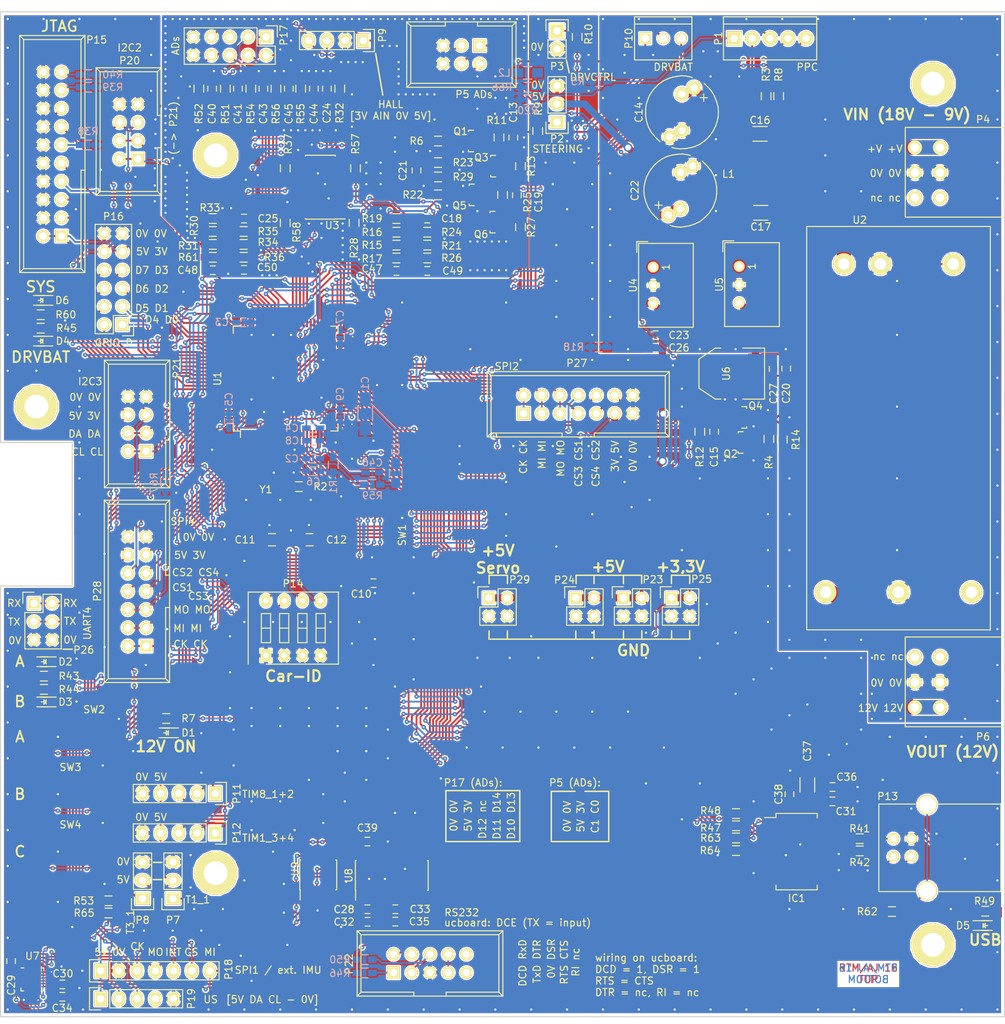
<source format=kicad_pcb>
(kicad_pcb (version 4) (host pcbnew 4.0.7)
  (layers (0 F.Cu signal) (31 B.Cu signal) (34 B.Paste user hide) (35 F.Paste user hide) (36 B.SilkS user) (37 F.SilkS user) (38 B.Mask user hide) (39 F.Mask user hide) (44 Edge.Cuts user))
  (net 0 "")
  (net 1 +3V3)
  (net 2 GND)
  (net 3 /uC_VDDA)
  (net 4 GNDA)
  (net 5 /RESET#)
  (net 6 "Net-(C11-Pad2)")
  (net 7 "Net-(C12-Pad1)")
  (net 8 /PPC_+V_MEAS)
  (net 9 "Net-(C13-Pad2)")
  (net 10 GNDPWR)
  (net 11 "Net-(C14-Pad1)")
  (net 12 "Net-(C15-Pad2)")
  (net 13 "Net-(C17-Pad1)")
  (net 14 "Net-(C18-Pad1)")
  (net 15 "Net-(C18-Pad2)")
  (net 16 /BATT2_+V_MEAS)
  (net 17 "Net-(C19-Pad2)")
  (net 18 +5V)
  (net 19 "Net-(C21-Pad1)")
  (net 20 SERVO_+5V)
  (net 21 "Net-(C24-Pad1)")
  (net 22 "Net-(C25-Pad1)")
  (net 23 "Net-(C25-Pad2)")
  (net 24 "Net-(C28-Pad1)")
  (net 25 "Net-(C28-Pad2)")
  (net 26 "Net-(C32-Pad2)")
  (net 27 "Net-(C33-Pad1)")
  (net 28 "Net-(C33-Pad2)")
  (net 29 "Net-(C34-Pad1)")
  (net 30 "Net-(C35-Pad1)")
  (net 31 "Net-(C38-Pad1)")
  (net 32 /PD14)
  (net 33 /PD13)
  (net 34 /PD12)
  (net 35 /PD10)
  (net 36 /PD11)
  (net 37 "Net-(D1-Pad2)")
  (net 38 "Net-(D2-Pad2)")
  (net 39 "Net-(D3-Pad2)")
  (net 40 "Net-(D4-Pad2)")
  (net 41 "Net-(D5-Pad1)")
  (net 42 /USART2_RX)
  (net 43 "Net-(IC1-Pad2)")
  (net 44 "Net-(IC1-Pad3)")
  (net 45 /USART2_TX)
  (net 46 /USBDPOS)
  (net 47 /USBDNEG)
  (net 48 "Net-(IC1-Pad19)")
  (net 49 "Net-(IC1-Pad23)")
  (net 50 /BATT2_-V_MEAS)
  (net 51 /PPC_+V)
  (net 52 /PPC_NetzOk)
  (net 53 /PPC_Akkuwng)
  (net 54 "Net-(P2-Pad1)")
  (net 55 "Net-(P3-Pad1)")
  (net 56 /PPC_+V_PWR)
  (net 57 "Net-(P5-Pad1)")
  (net 58 "Net-(P5-Pad2)")
  (net 59 +12V)
  (net 60 /TIM1_CH1)
  (net 61 /TIM3_CH1)
  (net 62 "Net-(P9-Pad3)")
  (net 63 /CTL_BATT2_OUT)
  (net 64 /TIM8_CH1)
  (net 65 /TIM8_CH2)
  (net 66 /PB1)
  (net 67 /PB2)
  (net 68 "Net-(P13-Pad1)")
  (net 69 /CAR_ID_4)
  (net 70 /CAR_ID_1)
  (net 71 /CAR_ID_3)
  (net 72 /CAR_ID_2)
  (net 73 /JTRST)
  (net 74 /JTDI)
  (net 75 /JTMS)
  (net 76 /JTCK)
  (net 77 "Net-(P15-Pad11)")
  (net 78 /JTDO)
  (net 79 "Net-(P15-Pad17)")
  (net 80 "Net-(P15-Pad19)")
  (net 81 /PD0)
  (net 82 /PD4)
  (net 83 /PD1)
  (net 84 /PD5)
  (net 85 /PD2)
  (net 86 /PD6)
  (net 87 /PD3)
  (net 88 /PD7)
  (net 89 "Net-(P17-Pad1)")
  (net 90 "Net-(P17-Pad2)")
  (net 91 "Net-(P17-Pad3)")
  (net 92 "Net-(P17-Pad4)")
  (net 93 "Net-(P17-Pad6)")
  (net 94 /SPI1_SCK)
  (net 95 /SPI1_MOSI)
  (net 96 /SPI1_CS3)
  (net 97 /SPI1_MISO)
  (net 98 /I2C1_SDA)
  (net 99 /I2C1_SCL)
  (net 100 /I2C2_SCL)
  (net 101 /I2C2_SDA)
  (net 102 /I2C3_SCL)
  (net 103 /I2C3_SDA)
  (net 104 "Net-(P22-Pad1)")
  (net 105 "Net-(P22-Pad2)")
  (net 106 "Net-(P22-Pad3)")
  (net 107 "Net-(P22-Pad6)")
  (net 108 "Net-(P22-Pad7)")
  (net 109 /UART4_RX)
  (net 110 /UART4_TX)
  (net 111 /SPI2_SCK)
  (net 112 /SPI2_MISO)
  (net 113 /SPI2_MOSI)
  (net 114 /SPI2_CS3)
  (net 115 /SPI2_CS1)
  (net 116 /SPI2_CS4)
  (net 117 /SPI2_CS2)
  (net 118 /SPI4_MISO)
  (net 119 /SPI4_MOSI)
  (net 120 /SPI4_CS3)
  (net 121 /SPI4_CS1)
  (net 122 /SPI4_CS4)
  (net 123 /SPI4_CS2)
  (net 124 "Net-(Q1-Pad3)")
  (net 125 /CTL_12V)
  (net 126 /CTL_MEAS_V1)
  (net 127 "Net-(Q4-Pad3)")
  (net 128 "Net-(Q5-Pad3)")
  (net 129 /CTL_MEAS_V2)
  (net 130 "Net-(R2-Pad2)")
  (net 131 "Net-(R22-Pad2)")
  (net 132 /TIM2_CH1)
  (net 133 /TIM2_CH2)
  (net 134 /ADC12_IN6)
  (net 135 /ADC12_IN7)
  (net 136 /LED1)
  (net 137 /LED2)
  (net 138 /LED3)
  (net 139 "Net-(R46-Pad2)")
  (net 140 /BOOT0)
  (net 141 "Net-(R57-Pad1)")
  (net 142 /ADC4_IN1)
  (net 143 "Net-(R58-Pad1)")
  (net 144 /ADC4_IN2)
  (net 145 /BUTTON1)
  (net 146 /BUTTON2)
  (net 147 /BUTTON3)
  (net 148 /SPI1_CS1)
  (net 149 /SPI1_CS2)
  (net 150 /EEPROM_WP)
  (net 151 /SPI4_SCK)
  (net 152 /EEPROM_HOLD)
  (net 153 /USART3_TX)
  (net 154 /USART3_RX)
  (net 155 "Net-(C46-Pad1)")
  (net 156 "Net-(L2-Pad2)")
  (net 157 "Net-(C47-Pad2)")
  (net 158 "Net-(C48-Pad2)")
  (net 159 "Net-(D6-Pad2)")
  (net 160 /LED4)
  (net 161 /TIM1_CH3)
  (net 162 /TIM1_CH4)
  (net 163 "Net-(C49-Pad1)")
  (net 164 "Net-(C50-Pad1)")
  (net 165 "Net-(IC1-Pad1)")
  (net 166 "Net-(IC1-Pad5)")
  (net 167 "Net-(P13-Pad5)")
  (net 168 /MPU_INT)
  (net 169 "Net-(P18-Pad5)")
  (net 170 "Net-(R53-Pad2)")
  (net 171 /PPC_-V)
  (net 172 "Net-(IC1-Pad6)")
  (net 173 "Net-(IC1-Pad9)")
  (net 174 "Net-(IC1-Pad10)")
  (net 175 "Net-(IC1-Pad11)")
  (net 176 "Net-(IC1-Pad12)")
  (net 177 "Net-(IC1-Pad13)")
  (net 178 "Net-(IC1-Pad14)")
  (net 179 "Net-(IC1-Pad22)")
  (net 180 "Net-(IC1-Pad27)")
  (net 181 "Net-(IC1-Pad28)")
  (net 182 "Net-(P4-Pad6)")
  (net 183 "Net-(P4-Pad5)")
  (net 184 "Net-(P6-Pad1)")
  (net 185 "Net-(P6-Pad2)")
  (net 186 "Net-(P17-Pad5)")
  (net 187 "Net-(P19-Pad4)")
  (net 188 "Net-(P22-Pad4)")
  (net 189 "Net-(P22-Pad9)")
  (net 190 "Net-(P22-Pad10)")
  (net 191 "Net-(U2-Pad6)")
  (net 192 "Net-(U7-Pad7)")
  (net 193 "Net-(U7-Pad19)")
  (net 194 "Net-(U7-Pad21)")
  (net 195 "Net-(U8-Pad8)")
  (net 196 "Net-(U8-Pad9)")
  (module Custom:Via_0,6mm (layer F.Cu) (at 51.1 51.5)
    (fp_text reference REF**1111136110 hide)
    (fp_text value Via_0,6mm hide)
    (pad 1 thru_hole circle (at 0 0) (size 0.6 0.6) (drill 0.3) (layers *.Cu *.Mask) (net 4 GNDA))
  )
  (module Custom:Via_0,6mm (layer F.Cu) (at 51 50.5)
    (fp_text reference REF**1111136110 hide)
    (fp_text value Via_0,6mm hide)
    (pad 1 thru_hole circle (at 0 0) (size 0.6 0.6) (drill 0.3) (layers *.Cu *.Mask) (net 4 GNDA))
  )
  (module Custom:Via_0,6mm (layer F.Cu) (at 51 49.5)
    (fp_text reference REF**1111136110 hide)
    (fp_text value Via_0,6mm hide)
    (pad 1 thru_hole circle (at 0 0) (size 0.6 0.6) (drill 0.3) (layers *.Cu *.Mask) (net 4 GNDA))
  )
  (module Custom:Via_0,6mm (layer F.Cu) (at 51 48.5)
    (fp_text reference REF**1111136110 hide)
    (fp_text value Via_0,6mm hide)
    (pad 1 thru_hole circle (at 0 0) (size 0.6 0.6) (drill 0.3) (layers *.Cu *.Mask) (net 4 GNDA))
  )
  (module Custom:Via_0,6mm (layer F.Cu) (at 49 40.4)
    (fp_text reference REF**111113619 hide)
    (fp_text value Via_0,6mm hide)
    (pad 1 thru_hole circle (at 0 0) (size 0.6 0.6) (drill 0.3) (layers *.Cu *.Mask) (net 4 GNDA))
  )
  (module Custom:Via_0,6mm (layer F.Cu) (at 50 41.4)
    (fp_text reference REF**111113619 hide)
    (fp_text value Via_0,6mm hide)
    (pad 1 thru_hole circle (at 0 0) (size 0.6 0.6) (drill 0.3) (layers *.Cu *.Mask) (net 4 GNDA))
  )
  (module Custom:Via_0,6mm (layer F.Cu) (at 51 42.4)
    (fp_text reference REF**111113619 hide)
    (fp_text value Via_0,6mm hide)
    (pad 1 thru_hole circle (at 0 0) (size 0.6 0.6) (drill 0.3) (layers *.Cu *.Mask) (net 4 GNDA))
  )
  (module Custom:Via_0,6mm (layer F.Cu) (at 50.2 29)
    (fp_text reference REF**1110 hide)
    (fp_text value Via_0,6mm hide)
    (pad 1 thru_hole circle (at 0 0) (size 0.6 0.6) (drill 0.3) (layers *.Cu *.Mask) (net 4 GNDA))
  )
  (module Custom:Via_0,6mm (layer F.Cu) (at 49.8 32)
    (fp_text reference REF**1111 hide)
    (fp_text value Via_0,6mm hide)
    (pad 1 thru_hole circle (at 0 0) (size 0.6 0.6) (drill 0.3) (layers *.Cu *.Mask) (net 4 GNDA))
  )
  (module Custom:Via_0,6mm (layer F.Cu) (at 48 31)
    (fp_text reference REF**1110 hide)
    (fp_text value Via_0,6mm hide)
    (pad 1 thru_hole circle (at 0 0) (size 0.6 0.6) (drill 0.3) (layers *.Cu *.Mask) (net 4 GNDA))
  )
  (module Custom:Via_0,6mm (layer F.Cu) (at 46.6 35)
    (fp_text reference REF**112319 hide)
    (fp_text value Via_0,6mm hide)
    (pad 1 thru_hole circle (at 0 0) (size 0.6 0.6) (drill 0.3) (layers *.Cu *.Mask) (net 2 GND))
  )
  (module Custom:Via_0,6mm (layer F.Cu) (at 46.6 37)
    (fp_text reference REF**112319 hide)
    (fp_text value Via_0,6mm hide)
    (pad 1 thru_hole circle (at 0 0) (size 0.6 0.6) (drill 0.3) (layers *.Cu *.Mask) (net 2 GND))
  )
  (module Custom:Via_0,6mm (layer F.Cu) (at 46.6 39)
    (fp_text reference REF**112319 hide)
    (fp_text value Via_0,6mm hide)
    (pad 1 thru_hole circle (at 0 0) (size 0.6 0.6) (drill 0.3) (layers *.Cu *.Mask) (net 2 GND))
  )
  (module Custom:Via_0,6mm (layer F.Cu) (at 43.8 43)
    (fp_text reference REF**112319 hide)
    (fp_text value Via_0,6mm hide)
    (pad 1 thru_hole circle (at 0 0) (size 0.6 0.6) (drill 0.3) (layers *.Cu *.Mask) (net 2 GND))
  )
  (module Custom:Via_0,6mm (layer F.Cu) (at 46.5 41.8)
    (fp_text reference REF**112319 hide)
    (fp_text value Via_0,6mm hide)
    (pad 1 thru_hole circle (at 0 0) (size 0.6 0.6) (drill 0.3) (layers *.Cu *.Mask) (net 2 GND))
  )
  (module Custom:Via_0,6mm (layer F.Cu) (at 46.5 44.2)
    (fp_text reference REF**112319 hide)
    (fp_text value Via_0,6mm hide)
    (pad 1 thru_hole circle (at 0 0) (size 0.6 0.6) (drill 0.3) (layers *.Cu *.Mask) (net 2 GND))
  )
  (module Custom:Via_0,6mm (layer F.Cu) (at 46.5 46.4)
    (fp_text reference REF**112319 hide)
    (fp_text value Via_0,6mm hide)
    (pad 1 thru_hole circle (at 0 0) (size 0.6 0.6) (drill 0.3) (layers *.Cu *.Mask) (net 2 GND))
  )
  (module Custom:Via_0,6mm (layer F.Cu) (at 81.4 139.4)
    (fp_text reference REF**112319 hide)
    (fp_text value Via_0,6mm hide)
    (pad 1 thru_hole circle (at 0 0) (size 0.6 0.6) (drill 0.3) (layers *.Cu *.Mask) (net 2 GND))
  )
  (module Custom:Via_0,6mm (layer F.Cu) (at 82.8 131.6)
    (fp_text reference REF**112319 hide)
    (fp_text value Via_0,6mm hide)
    (pad 1 thru_hole circle (at 0 0) (size 0.6 0.6) (drill 0.3) (layers *.Cu *.Mask) (net 2 GND))
  )
  (module Custom:Via_0,6mm (layer F.Cu) (at 80 131.6)
    (fp_text reference REF**112319 hide)
    (fp_text value Via_0,6mm hide)
    (pad 1 thru_hole circle (at 0 0) (size 0.6 0.6) (drill 0.3) (layers *.Cu *.Mask) (net 2 GND))
  )
  (module Custom:Via_0,6mm (layer F.Cu) (at 82.6 101)
    (fp_text reference REF**112319 hide)
    (fp_text value Via_0,6mm hide)
    (pad 1 thru_hole circle (at 0 0) (size 0.6 0.6) (drill 0.3) (layers *.Cu *.Mask) (net 2 GND))
  )
  (module Custom:Via_0,6mm (layer F.Cu) (at 76.8 96)
    (fp_text reference REF**112319 hide)
    (fp_text value Via_0,6mm hide)
    (pad 1 thru_hole circle (at 0 0) (size 0.6 0.6) (drill 0.3) (layers *.Cu *.Mask) (net 2 GND))
  )
  (module Custom:Via_0,6mm (layer F.Cu) (at 77.2 107.4)
    (fp_text reference REF**112319 hide)
    (fp_text value Via_0,6mm hide)
    (pad 1 thru_hole circle (at 0 0) (size 0.6 0.6) (drill 0.3) (layers *.Cu *.Mask) (net 2 GND))
  )
  (module Custom:Via_0,6mm (layer F.Cu) (at 82.6 113)
    (fp_text reference REF**112319 hide)
    (fp_text value Via_0,6mm hide)
    (pad 1 thru_hole circle (at 0 0) (size 0.6 0.6) (drill 0.3) (layers *.Cu *.Mask) (net 2 GND))
  )
  (module Custom:Via_0,6mm (layer F.Cu) (at 56.75 56.5)
    (fp_text reference REF**1111136110 hide)
    (fp_text value Via_0,6mm hide)
    (pad 1 thru_hole circle (at 0 0) (size 0.6 0.6) (drill 0.3) (layers *.Cu *.Mask) (net 4 GNDA))
  )
  (module Custom:Via_0,6mm (layer F.Cu) (at 52.1 51.5)
    (fp_text reference REF**1111136110 hide)
    (fp_text value Via_0,6mm hide)
    (pad 1 thru_hole circle (at 0 0) (size 0.6 0.6) (drill 0.3) (layers *.Cu *.Mask) (net 4 GNDA))
  )
  (module Custom:Via_0,6mm (layer F.Cu) (at 60.875 42.75)
    (fp_text reference REF**111113616 hide)
    (fp_text value Via_0,6mm hide)
    (pad 1 thru_hole circle (at 0 0) (size 0.6 0.6) (drill 0.3) (layers *.Cu *.Mask) (net 4 GNDA))
  )
  (module Custom:Via_0,6mm (layer F.Cu) (at 68 49.5)
    (fp_text reference REF**111113616 hide)
    (fp_text value Via_0,6mm hide)
    (pad 1 thru_hole circle (at 0 0) (size 0.6 0.6) (drill 0.3) (layers *.Cu *.Mask) (net 4 GNDA))
  )
  (module Custom:Via_0,6mm (layer F.Cu) (at 69.75 49.5)
    (fp_text reference REF**111113616 hide)
    (fp_text value Via_0,6mm hide)
    (pad 1 thru_hole circle (at 0 0) (size 0.6 0.6) (drill 0.3) (layers *.Cu *.Mask) (net 4 GNDA))
  )
  (module Custom:Via_0,6mm (layer F.Cu) (at 91.5 47.75)
    (fp_text reference REF**1111136111165 hide)
    (fp_text value Via_0,6mm hide)
    (pad 1 thru_hole circle (at 0 0) (size 0.6 0.6) (drill 0.3) (layers *.Cu *.Mask) (net 4 GNDA))
  )
  (module Custom:Via_0,6mm (layer F.Cu) (at 87.25 47)
    (fp_text reference REF**1111136111165 hide)
    (fp_text value Via_0,6mm hide)
    (pad 1 thru_hole circle (at 0 0) (size 0.6 0.6) (drill 0.3) (layers *.Cu *.Mask) (net 4 GNDA))
  )
  (module Custom:Via_0,6mm (layer F.Cu) (at 61.75 75.75)
    (fp_text reference REF**112319 hide)
    (fp_text value Via_0,6mm hide)
    (pad 1 thru_hole circle (at 0 0) (size 0.6 0.6) (drill 0.3) (layers *.Cu *.Mask) (net 2 GND))
  )
  (module Custom:Via_0,6mm (layer F.Cu) (at 69.75 73.75)
    (fp_text reference REF**112319 hide)
    (fp_text value Via_0,6mm hide)
    (pad 1 thru_hole circle (at 0 0) (size 0.6 0.6) (drill 0.3) (layers *.Cu *.Mask) (net 2 GND))
  )
  (module Custom:Via_0,6mm (layer F.Cu) (at 77 79.75)
    (fp_text reference REF**112319 hide)
    (fp_text value Via_0,6mm hide)
    (pad 1 thru_hole circle (at 0 0) (size 0.6 0.6) (drill 0.3) (layers *.Cu *.Mask) (net 2 GND))
  )
  (module Custom:Via_0,6mm (layer F.Cu) (at 74 82.25)
    (fp_text reference REF**112319 hide)
    (fp_text value Via_0,6mm hide)
    (pad 1 thru_hole circle (at 0 0) (size 0.6 0.6) (drill 0.3) (layers *.Cu *.Mask) (net 2 GND))
  )
  (module Custom:Via_0,6mm (layer F.Cu) (at 72.5 84.75)
    (fp_text reference REF**112319 hide)
    (fp_text value Via_0,6mm hide)
    (pad 1 thru_hole circle (at 0 0) (size 0.6 0.6) (drill 0.3) (layers *.Cu *.Mask) (net 2 GND))
  )
  (module Custom:Via_0,6mm (layer F.Cu) (at 64 88)
    (fp_text reference REF**112319 hide)
    (fp_text value Via_0,6mm hide)
    (pad 1 thru_hole circle (at 0 0) (size 0.6 0.6) (drill 0.3) (layers *.Cu *.Mask) (net 2 GND))
  )
  (module Custom:Via_0,6mm (layer F.Cu) (at 68.25 88)
    (fp_text reference REF**112319 hide)
    (fp_text value Via_0,6mm hide)
    (pad 1 thru_hole circle (at 0 0) (size 0.6 0.6) (drill 0.3) (layers *.Cu *.Mask) (net 2 GND))
  )
  (module Custom:Via_0,6mm (layer F.Cu) (at 68 91.5)
    (fp_text reference REF**112319 hide)
    (fp_text value Via_0,6mm hide)
    (pad 1 thru_hole circle (at 0 0) (size 0.6 0.6) (drill 0.3) (layers *.Cu *.Mask) (net 2 GND))
  )
  (module Custom:Via_0,6mm (layer F.Cu) (at 62.5 91.5)
    (fp_text reference REF**112319 hide)
    (fp_text value Via_0,6mm hide)
    (pad 1 thru_hole circle (at 0 0) (size 0.6 0.6) (drill 0.3) (layers *.Cu *.Mask) (net 2 GND))
  )
  (module Custom:Via_0,6mm (layer F.Cu) (at 56.25 93.5)
    (fp_text reference REF**112319 hide)
    (fp_text value Via_0,6mm hide)
    (pad 1 thru_hole circle (at 0 0) (size 0.6 0.6) (drill 0.3) (layers *.Cu *.Mask) (net 2 GND))
  )
  (module Custom:Via_0,6mm (layer F.Cu) (at 59 96.5)
    (fp_text reference REF**112319 hide)
    (fp_text value Via_0,6mm hide)
    (pad 1 thru_hole circle (at 0 0) (size 0.6 0.6) (drill 0.3) (layers *.Cu *.Mask) (net 2 GND))
  )
  (module Custom:Via_0,6mm (layer F.Cu) (at 77.75 56.5)
    (fp_text reference REF**111113616 hide)
    (fp_text value Via_0,6mm hide)
    (pad 1 thru_hole circle (at 0 0) (size 0.6 0.6) (drill 0.3) (layers *.Cu *.Mask) (net 4 GNDA))
  )
  (module Custom:Via_0,6mm (layer F.Cu) (at 75.75 49.75)
    (fp_text reference REF**111113616 hide)
    (fp_text value Via_0,6mm hide)
    (pad 1 thru_hole circle (at 0 0) (size 0.6 0.6) (drill 0.3) (layers *.Cu *.Mask) (net 4 GNDA))
  )
  (module Custom:Via_0,6mm (layer F.Cu) (at 75 54.5)
    (fp_text reference REF**111113616 hide)
    (fp_text value Via_0,6mm hide)
    (pad 1 thru_hole circle (at 0 0) (size 0.6 0.6) (drill 0.3) (layers *.Cu *.Mask) (net 4 GNDA))
  )
  (module Custom:Via_0,6mm (layer F.Cu) (at 69.75 51.5)
    (fp_text reference REF**111113616 hide)
    (fp_text value Via_0,6mm hide)
    (pad 1 thru_hole circle (at 0 0) (size 0.6 0.6) (drill 0.3) (layers *.Cu *.Mask) (net 4 GNDA))
  )
  (module Custom:Via_0,6mm (layer F.Cu) (at 70.75 46)
    (fp_text reference REF**111113616 hide)
    (fp_text value Via_0,6mm hide)
    (pad 1 thru_hole circle (at 0 0) (size 0.6 0.6) (drill 0.3) (layers *.Cu *.Mask) (net 4 GNDA))
  )
  (module Custom:Via_0,6mm (layer F.Cu) (at 70.25 44)
    (fp_text reference REF**111113616 hide)
    (fp_text value Via_0,6mm hide)
    (pad 1 thru_hole circle (at 0 0) (size 0.6 0.6) (drill 0.3) (layers *.Cu *.Mask) (net 4 GNDA))
  )
  (module Custom:Via_0,6mm (layer F.Cu) (at 65 46.5)
    (fp_text reference REF**111113616 hide)
    (fp_text value Via_0,6mm hide)
    (pad 1 thru_hole circle (at 0 0) (size 0.6 0.6) (drill 0.3) (layers *.Cu *.Mask) (net 4 GNDA))
  )
  (module Custom:Via_0,6mm (layer F.Cu) (at 69.25 42.5)
    (fp_text reference REF**111113616 hide)
    (fp_text value Via_0,6mm hide)
    (pad 1 thru_hole circle (at 0 0) (size 0.6 0.6) (drill 0.3) (layers *.Cu *.Mask) (net 4 GNDA))
  )
  (module Custom:Via_0,6mm (layer F.Cu) (at 84 44.25)
    (fp_text reference REF**1111 hide)
    (fp_text value Via_0,6mm hide)
    (pad 1 thru_hole circle (at 0 0) (size 0.6 0.6) (drill 0.3) (layers *.Cu *.Mask) (net 4 GNDA))
  )
  (module Custom:Via_0,6mm (layer F.Cu) (at 80 39.5)
    (fp_text reference REF**1111 hide)
    (fp_text value Via_0,6mm hide)
    (pad 1 thru_hole circle (at 0 0) (size 0.6 0.6) (drill 0.3) (layers *.Cu *.Mask) (net 4 GNDA))
  )
  (module Custom:Via_0,6mm (layer F.Cu) (at 89.5 39.5)
    (fp_text reference REF**1111 hide)
    (fp_text value Via_0,6mm hide)
    (pad 1 thru_hole circle (at 0 0) (size 0.6 0.6) (drill 0.3) (layers *.Cu *.Mask) (net 4 GNDA))
  )
  (module Custom:Via_0,6mm (layer F.Cu) (at 89 42)
    (fp_text reference REF**1111 hide)
    (fp_text value Via_0,6mm hide)
    (pad 1 thru_hole circle (at 0 0) (size 0.6 0.6) (drill 0.3) (layers *.Cu *.Mask) (net 4 GNDA))
  )
  (module Custom:Via_0,6mm (layer F.Cu) (at 85.5 35)
    (fp_text reference REF**1111 hide)
    (fp_text value Via_0,6mm hide)
    (pad 1 thru_hole circle (at 0 0) (size 0.6 0.6) (drill 0.3) (layers *.Cu *.Mask) (net 4 GNDA))
  )
  (module Custom:Via_0,6mm (layer F.Cu) (at 91.5 33.5)
    (fp_text reference REF**1111 hide)
    (fp_text value Via_0,6mm hide)
    (pad 1 thru_hole circle (at 0 0) (size 0.6 0.6) (drill 0.3) (layers *.Cu *.Mask) (net 4 GNDA))
  )
  (module Custom:Via_0,6mm (layer F.Cu) (at 91.5 29)
    (fp_text reference REF**1111 hide)
    (fp_text value Via_0,6mm hide)
    (pad 1 thru_hole circle (at 0 0) (size 0.6 0.6) (drill 0.3) (layers *.Cu *.Mask) (net 4 GNDA))
  )
  (module Custom:Via_0,6mm (layer F.Cu) (at 80 37.5)
    (fp_text reference REF**1111 hide)
    (fp_text value Via_0,6mm hide)
    (pad 1 thru_hole circle (at 0 0) (size 0.6 0.6) (drill 0.3) (layers *.Cu *.Mask) (net 4 GNDA))
  )
  (module Custom:Via_0,6mm (layer F.Cu) (at 74 36)
    (fp_text reference REF**1111 hide)
    (fp_text value Via_0,6mm hide)
    (pad 1 thru_hole circle (at 0 0) (size 0.6 0.6) (drill 0.3) (layers *.Cu *.Mask) (net 4 GNDA))
  )
  (module Custom:Via_0,6mm (layer F.Cu) (at 74 31.5)
    (fp_text reference REF**1111 hide)
    (fp_text value Via_0,6mm hide)
    (pad 1 thru_hole circle (at 0 0) (size 0.6 0.6) (drill 0.3) (layers *.Cu *.Mask) (net 4 GNDA))
  )
  (module Custom:Via_0,6mm (layer F.Cu) (at 52.5 36.5)
    (fp_text reference REF**1111 hide)
    (fp_text value Via_0,6mm hide)
    (pad 1 thru_hole circle (at 0 0) (size 0.6 0.6) (drill 0.3) (layers *.Cu *.Mask) (net 4 GNDA))
  )
  (module Custom:Via_0,6mm (layer F.Cu) (at 39 42)
    (fp_text reference REF**112319 hide)
    (fp_text value Via_0,6mm hide)
    (pad 1 thru_hole circle (at 0 0) (size 0.6 0.6) (drill 0.3) (layers *.Cu *.Mask) (net 2 GND))
  )
  (module Custom:Via_0,6mm (layer F.Cu) (at 34 63)
    (fp_text reference REF**112319 hide)
    (fp_text value Via_0,6mm hide)
    (pad 1 thru_hole circle (at 0 0) (size 0.6 0.6) (drill 0.3) (layers *.Cu *.Mask) (net 2 GND))
  )
  (module Custom:Via_0,6mm (layer F.Cu) (at 35.5 47.5)
    (fp_text reference REF**112319 hide)
    (fp_text value Via_0,6mm hide)
    (pad 1 thru_hole circle (at 0 0) (size 0.6 0.6) (drill 0.3) (layers *.Cu *.Mask) (net 2 GND))
  )
  (module Custom:Via_0,6mm (layer F.Cu) (at 47.5 64)
    (fp_text reference REF**112319 hide)
    (fp_text value Via_0,6mm hide)
    (pad 1 thru_hole circle (at 0 0) (size 0.6 0.6) (drill 0.3) (layers *.Cu *.Mask) (net 2 GND))
  )
  (module Custom:Via_0,6mm (layer F.Cu) (at 46.9 52)
    (fp_text reference REF**112319 hide)
    (fp_text value Via_0,6mm hide)
    (pad 1 thru_hole circle (at 0 0) (size 0.6 0.6) (drill 0.3) (layers *.Cu *.Mask) (net 2 GND))
  )
  (module Custom:Via_0,6mm (layer F.Cu) (at 44.5 49.5)
    (fp_text reference REF**112319 hide)
    (fp_text value Via_0,6mm hide)
    (pad 1 thru_hole circle (at 0 0) (size 0.6 0.6) (drill 0.3) (layers *.Cu *.Mask) (net 2 GND))
  )
  (module Custom:Via_0,6mm (layer F.Cu) (at 55.5 63.5)
    (fp_text reference REF**112319 hide)
    (fp_text value Via_0,6mm hide)
    (pad 1 thru_hole circle (at 0 0) (size 0.6 0.6) (drill 0.3) (layers *.Cu *.Mask) (net 2 GND))
  )
  (module Custom:Via_0,6mm (layer F.Cu) (at 47.5 91)
    (fp_text reference REF**112319 hide)
    (fp_text value Via_0,6mm hide)
    (pad 1 thru_hole circle (at 0 0) (size 0.6 0.6) (drill 0.3) (layers *.Cu *.Mask) (net 2 GND))
  )
  (module Custom:Via_0,6mm (layer F.Cu) (at 43.5 123)
    (fp_text reference REF**112319 hide)
    (fp_text value Via_0,6mm hide)
    (pad 1 thru_hole circle (at 0 0) (size 0.6 0.6) (drill 0.3) (layers *.Cu *.Mask) (net 2 GND))
  )
  (module Custom:Via_0,6mm (layer F.Cu) (at 55.5 150)
    (fp_text reference REF**112319 hide)
    (fp_text value Via_0,6mm hide)
    (pad 1 thru_hole circle (at 0 0) (size 0.6 0.6) (drill 0.3) (layers *.Cu *.Mask) (net 2 GND))
  )
  (module Custom:Via_0,6mm (layer F.Cu) (at 58.5 151.5)
    (fp_text reference REF**112319 hide)
    (fp_text value Via_0,6mm hide)
    (pad 1 thru_hole circle (at 0 0) (size 0.6 0.6) (drill 0.3) (layers *.Cu *.Mask) (net 2 GND))
  )
  (module Custom:Via_0,6mm (layer F.Cu) (at 64.5 145.5)
    (fp_text reference REF**112319 hide)
    (fp_text value Via_0,6mm hide)
    (pad 1 thru_hole circle (at 0 0) (size 0.6 0.6) (drill 0.3) (layers *.Cu *.Mask) (net 2 GND))
  )
  (module Custom:Via_0,6mm (layer F.Cu) (at 64.5 141.5)
    (fp_text reference REF**112319 hide)
    (fp_text value Via_0,6mm hide)
    (pad 1 thru_hole circle (at 0 0) (size 0.6 0.6) (drill 0.3) (layers *.Cu *.Mask) (net 2 GND))
  )
  (module Custom:Via_0,6mm (layer F.Cu) (at 136.5 136)
    (fp_text reference REF**112319 hide)
    (fp_text value Via_0,6mm hide)
    (pad 1 thru_hole circle (at 0 0) (size 0.6 0.6) (drill 0.3) (layers *.Cu *.Mask) (net 2 GND))
  )
  (module Custom:Via_0,6mm (layer F.Cu) (at 134.5 137.5)
    (fp_text reference REF**112319 hide)
    (fp_text value Via_0,6mm hide)
    (pad 1 thru_hole circle (at 0 0) (size 0.6 0.6) (drill 0.3) (layers *.Cu *.Mask) (net 2 GND))
  )
  (module Custom:Via_0,6mm (layer F.Cu) (at 122.5 85)
    (fp_text reference REF**112319 hide)
    (fp_text value Via_0,6mm hide)
    (pad 1 thru_hole circle (at 0 0) (size 0.6 0.6) (drill 0.3) (layers *.Cu *.Mask) (net 2 GND))
  )
  (module Custom:Via_0,6mm (layer F.Cu) (at 120 95)
    (fp_text reference REF**112319 hide)
    (fp_text value Via_0,6mm hide)
    (pad 1 thru_hole circle (at 0 0) (size 0.6 0.6) (drill 0.3) (layers *.Cu *.Mask) (net 2 GND))
  )
  (module Custom:Via_0,6mm (layer F.Cu) (at 115.5 88)
    (fp_text reference REF**112319 hide)
    (fp_text value Via_0,6mm hide)
    (pad 1 thru_hole circle (at 0 0) (size 0.6 0.6) (drill 0.3) (layers *.Cu *.Mask) (net 2 GND))
  )
  (module Custom:Via_0,6mm (layer F.Cu) (at 113 89)
    (fp_text reference REF**112319 hide)
    (fp_text value Via_0,6mm hide)
    (pad 1 thru_hole circle (at 0 0) (size 0.6 0.6) (drill 0.3) (layers *.Cu *.Mask) (net 2 GND))
  )
  (module Custom:Via_0,6mm (layer F.Cu) (at 89 83)
    (fp_text reference REF**112319 hide)
    (fp_text value Via_0,6mm hide)
    (pad 1 thru_hole circle (at 0 0) (size 0.6 0.6) (drill 0.3) (layers *.Cu *.Mask) (net 2 GND))
  )
  (module Custom:Via_0,6mm (layer F.Cu) (at 77.5 72)
    (fp_text reference REF**112319 hide)
    (fp_text value Via_0,6mm hide)
    (pad 1 thru_hole circle (at 0 0) (size 0.6 0.6) (drill 0.3) (layers *.Cu *.Mask) (net 2 GND))
  )
  (module Custom:Via_0,6mm (layer F.Cu) (at 70 68.5)
    (fp_text reference REF**112319 hide)
    (fp_text value Via_0,6mm hide)
    (pad 1 thru_hole circle (at 0 0) (size 0.6 0.6) (drill 0.3) (layers *.Cu *.Mask) (net 2 GND))
  )
  (module Custom:Via_0,6mm (layer F.Cu) (at 65.5 65)
    (fp_text reference REF**112319 hide)
    (fp_text value Via_0,6mm hide)
    (pad 1 thru_hole circle (at 0 0) (size 0.6 0.6) (drill 0.3) (layers *.Cu *.Mask) (net 2 GND))
  )
  (module Custom:Via_0,6mm (layer F.Cu) (at 60 65)
    (fp_text reference REF**112319 hide)
    (fp_text value Via_0,6mm hide)
    (pad 1 thru_hole circle (at 0 0) (size 0.6 0.6) (drill 0.3) (layers *.Cu *.Mask) (net 2 GND))
  )
  (module Custom:Via_0,6mm (layer F.Cu) (at 63 65)
    (fp_text reference REF**112319 hide)
    (fp_text value Via_0,6mm hide)
    (pad 1 thru_hole circle (at 0 0) (size 0.6 0.6) (drill 0.3) (layers *.Cu *.Mask) (net 2 GND))
  )
  (module Custom:Via_0,6mm (layer F.Cu) (at 63 71)
    (fp_text reference REF**112319 hide)
    (fp_text value Via_0,6mm hide)
    (pad 1 thru_hole circle (at 0 0) (size 0.6 0.6) (drill 0.3) (layers *.Cu *.Mask) (net 2 GND))
  )
  (module Custom:Via_0,6mm (layer F.Cu) (at 60 74)
    (fp_text reference REF**112319 hide)
    (fp_text value Via_0,6mm hide)
    (pad 1 thru_hole circle (at 0 0) (size 0.6 0.6) (drill 0.3) (layers *.Cu *.Mask) (net 2 GND))
  )
  (module Custom:Via_0,6mm (layer F.Cu) (at 104 47.5)
    (fp_text reference REF** hide)
    (fp_text value Via_0,6mm hide)
    (pad 1 thru_hole circle (at 0 0) (size 0.6 0.6) (drill 0.3) (layers *.Cu *.Mask) (net 2 GND))
  )
  (module Custom:Via_0,6mm (layer F.Cu) (at 102.5 52.5)
    (fp_text reference REF** hide)
    (fp_text value Via_0,6mm hide)
    (pad 1 thru_hole circle (at 0 0) (size 0.6 0.6) (drill 0.3) (layers *.Cu *.Mask) (net 2 GND))
  )
  (module Custom:Via_0,6mm (layer F.Cu) (at 102.5 57.5)
    (fp_text reference REF** hide)
    (fp_text value Via_0,6mm hide)
    (pad 1 thru_hole circle (at 0 0) (size 0.6 0.6) (drill 0.3) (layers *.Cu *.Mask) (net 2 GND))
  )
  (module Custom:Via_0,6mm (layer F.Cu) (at 102.5 62.5)
    (fp_text reference REF** hide)
    (fp_text value Via_0,6mm hide)
    (pad 1 thru_hole circle (at 0 0) (size 0.6 0.6) (drill 0.3) (layers *.Cu *.Mask) (net 2 GND))
  )
  (module Custom:Via_0,6mm (layer F.Cu) (at 97.5 68.5)
    (fp_text reference REF** hide)
    (fp_text value Via_0,6mm hide)
    (pad 1 thru_hole circle (at 0 0) (size 0.6 0.6) (drill 0.3) (layers *.Cu *.Mask) (net 2 GND))
  )
  (module Custom:Via_0,6mm (layer F.Cu) (at 112 85.5)
    (fp_text reference REF**112319 hide)
    (fp_text value Via_0,6mm hide)
    (pad 1 thru_hole circle (at 0 0) (size 0.6 0.6) (drill 0.3) (layers *.Cu *.Mask) (net 2 GND))
  )
  (module Custom:Via_0,6mm (layer F.Cu) (at 107.5 90)
    (fp_text reference REF**112319 hide)
    (fp_text value Via_0,6mm hide)
    (pad 1 thru_hole circle (at 0 0) (size 0.6 0.6) (drill 0.3) (layers *.Cu *.Mask) (net 2 GND))
  )
  (module Custom:Via_0,6mm (layer F.Cu) (at 102.5 94.5)
    (fp_text reference REF**112319 hide)
    (fp_text value Via_0,6mm hide)
    (pad 1 thru_hole circle (at 0 0) (size 0.6 0.6) (drill 0.3) (layers *.Cu *.Mask) (net 2 GND))
  )
  (module Custom:Via_0,6mm (layer F.Cu) (at 46 31)
    (fp_text reference REF**11231110 hide)
    (fp_text value Via_0,6mm hide)
    (pad 1 thru_hole circle (at 0 0) (size 0.6 0.6) (drill 0.3) (layers *.Cu *.Mask) (net 2 GND))
  )
  (module Custom:Via_0,6mm (layer F.Cu) (at 46 26)
    (fp_text reference REF**11231110 hide)
    (fp_text value Via_0,6mm hide)
    (pad 1 thru_hole circle (at 0 0) (size 0.6 0.6) (drill 0.3) (layers *.Cu *.Mask) (net 2 GND))
  )
  (module Custom:Via_0,6mm (layer F.Cu) (at 46 21)
    (fp_text reference REF**11231110 hide)
    (fp_text value Via_0,6mm hide)
    (pad 1 thru_hole circle (at 0 0) (size 0.6 0.6) (drill 0.3) (layers *.Cu *.Mask) (net 2 GND))
  )
  (module Custom:Via_0,6mm (layer F.Cu) (at 41 21)
    (fp_text reference REF**11231110 hide)
    (fp_text value Via_0,6mm hide)
    (pad 1 thru_hole circle (at 0 0) (size 0.6 0.6) (drill 0.3) (layers *.Cu *.Mask) (net 2 GND))
  )
  (module Custom:Via_0,6mm (layer F.Cu) (at 36 21)
    (fp_text reference REF**11231110 hide)
    (fp_text value Via_0,6mm hide)
    (pad 1 thru_hole circle (at 0 0) (size 0.6 0.6) (drill 0.3) (layers *.Cu *.Mask) (net 2 GND))
  )
  (module Custom:Via_0,6mm (layer F.Cu) (at 31 21)
    (fp_text reference REF**11231110 hide)
    (fp_text value Via_0,6mm hide)
    (pad 1 thru_hole circle (at 0 0) (size 0.6 0.6) (drill 0.3) (layers *.Cu *.Mask) (net 2 GND))
  )
  (module Custom:Via_0,6mm (layer F.Cu) (at 26 21)
    (fp_text reference REF**11231110 hide)
    (fp_text value Via_0,6mm hide)
    (pad 1 thru_hole circle (at 0 0) (size 0.6 0.6) (drill 0.3) (layers *.Cu *.Mask) (net 2 GND))
  )
  (module Custom:Via_0,6mm (layer F.Cu) (at 26 25)
    (fp_text reference REF**11231110 hide)
    (fp_text value Via_0,6mm hide)
    (pad 1 thru_hole circle (at 0 0) (size 0.6 0.6) (drill 0.3) (layers *.Cu *.Mask) (net 2 GND))
  )
  (module Custom:Via_0,6mm (layer F.Cu) (at 26 30)
    (fp_text reference REF**1123119 hide)
    (fp_text value Via_0,6mm hide)
    (pad 1 thru_hole circle (at 0 0) (size 0.6 0.6) (drill 0.3) (layers *.Cu *.Mask) (net 2 GND))
  )
  (module Custom:Via_0,6mm (layer F.Cu) (at 26 35)
    (fp_text reference REF**1123118 hide)
    (fp_text value Via_0,6mm hide)
    (pad 1 thru_hole circle (at 0 0) (size 0.6 0.6) (drill 0.3) (layers *.Cu *.Mask) (net 2 GND))
  )
  (module Custom:Via_0,6mm (layer F.Cu) (at 26 40)
    (fp_text reference REF**1123117 hide)
    (fp_text value Via_0,6mm hide)
    (pad 1 thru_hole circle (at 0 0) (size 0.6 0.6) (drill 0.3) (layers *.Cu *.Mask) (net 2 GND))
  )
  (module Custom:Via_0,6mm (layer F.Cu) (at 26 45)
    (fp_text reference REF**1123116 hide)
    (fp_text value Via_0,6mm hide)
    (pad 1 thru_hole circle (at 0 0) (size 0.6 0.6) (drill 0.3) (layers *.Cu *.Mask) (net 2 GND))
  )
  (module Custom:Via_0,6mm (layer F.Cu) (at 26 50)
    (fp_text reference REF**1123115 hide)
    (fp_text value Via_0,6mm hide)
    (pad 1 thru_hole circle (at 0 0) (size 0.6 0.6) (drill 0.3) (layers *.Cu *.Mask) (net 2 GND))
  )
  (module Custom:Via_0,6mm (layer F.Cu) (at 26 55)
    (fp_text reference REF**1123114 hide)
    (fp_text value Via_0,6mm hide)
    (pad 1 thru_hole circle (at 0 0) (size 0.6 0.6) (drill 0.3) (layers *.Cu *.Mask) (net 2 GND))
  )
  (module Custom:Via_0,6mm (layer F.Cu) (at 26 60)
    (fp_text reference REF**1123113 hide)
    (fp_text value Via_0,6mm hide)
    (pad 1 thru_hole circle (at 0 0) (size 0.6 0.6) (drill 0.3) (layers *.Cu *.Mask) (net 2 GND))
  )
  (module Custom:Via_0,6mm (layer F.Cu) (at 26 65)
    (fp_text reference REF**1123112 hide)
    (fp_text value Via_0,6mm hide)
    (pad 1 thru_hole circle (at 0 0) (size 0.6 0.6) (drill 0.3) (layers *.Cu *.Mask) (net 2 GND))
  )
  (module Custom:Via_0,6mm (layer F.Cu) (at 26 70)
    (fp_text reference REF**1123111 hide)
    (fp_text value Via_0,6mm hide)
    (pad 1 thru_hole circle (at 0 0) (size 0.6 0.6) (drill 0.3) (layers *.Cu *.Mask) (net 2 GND))
  )
  (module Custom:Via_0,6mm (layer F.Cu) (at 30 70)
    (fp_text reference REF**112319 hide)
    (fp_text value Via_0,6mm hide)
    (pad 1 thru_hole circle (at 0 0) (size 0.6 0.6) (drill 0.3) (layers *.Cu *.Mask) (net 2 GND))
  )
  (module Custom:Via_0,6mm (layer F.Cu) (at 36 70)
    (fp_text reference REF**112319 hide)
    (fp_text value Via_0,6mm hide)
    (pad 1 thru_hole circle (at 0 0) (size 0.6 0.6) (drill 0.3) (layers *.Cu *.Mask) (net 2 GND))
  )
  (module Custom:Via_0,6mm (layer F.Cu) (at 36 75)
    (fp_text reference REF**112319 hide)
    (fp_text value Via_0,6mm hide)
    (pad 1 thru_hole circle (at 0 0) (size 0.6 0.6) (drill 0.3) (layers *.Cu *.Mask) (net 2 GND))
  )
  (module Custom:Via_0,6mm (layer F.Cu) (at 36 80)
    (fp_text reference REF**112319 hide)
    (fp_text value Via_0,6mm hide)
    (pad 1 thru_hole circle (at 0 0) (size 0.6 0.6) (drill 0.3) (layers *.Cu *.Mask) (net 2 GND))
  )
  (module Custom:Via_0,6mm (layer F.Cu) (at 36 85)
    (fp_text reference REF**112319 hide)
    (fp_text value Via_0,6mm hide)
    (pad 1 thru_hole circle (at 0 0) (size 0.6 0.6) (drill 0.3) (layers *.Cu *.Mask) (net 2 GND))
  )
  (module Custom:Via_0,6mm (layer F.Cu) (at 36 90)
    (fp_text reference REF**112319 hide)
    (fp_text value Via_0,6mm hide)
    (pad 1 thru_hole circle (at 0 0) (size 0.6 0.6) (drill 0.3) (layers *.Cu *.Mask) (net 2 GND))
  )
  (module Custom:Via_0,6mm (layer F.Cu) (at 126 82.5)
    (fp_text reference REF**112319 hide)
    (fp_text value Via_0,6mm hide)
    (pad 1 thru_hole circle (at 0 0) (size 0.6 0.6) (drill 0.3) (layers *.Cu *.Mask) (net 2 GND))
  )
  (module Custom:Via_0,6mm (layer F.Cu) (at 130 82.5)
    (fp_text reference REF**112319 hide)
    (fp_text value Via_0,6mm hide)
    (pad 1 thru_hole circle (at 0 0) (size 0.6 0.6) (drill 0.3) (layers *.Cu *.Mask) (net 2 GND))
  )
  (module Custom:Via_0,6mm (layer F.Cu) (at 115.5 82)
    (fp_text reference REF**112319 hide)
    (fp_text value Via_0,6mm hide)
    (pad 1 thru_hole circle (at 0 0) (size 0.6 0.6) (drill 0.3) (layers *.Cu *.Mask) (net 2 GND))
  )
  (module Custom:Via_0,6mm (layer F.Cu) (at 111.5 82)
    (fp_text reference REF**112319 hide)
    (fp_text value Via_0,6mm hide)
    (pad 1 thru_hole circle (at 0 0) (size 0.6 0.6) (drill 0.3) (layers *.Cu *.Mask) (net 2 GND))
  )
  (module Custom:Via_0,6mm (layer F.Cu) (at 107 80.5)
    (fp_text reference REF**112319 hide)
    (fp_text value Via_0,6mm hide)
    (pad 1 thru_hole circle (at 0 0) (size 0.6 0.6) (drill 0.3) (layers *.Cu *.Mask) (net 2 GND))
  )
  (module Custom:Via_0,6mm (layer F.Cu) (at 102 80.5)
    (fp_text reference REF**112319 hide)
    (fp_text value Via_0,6mm hide)
    (pad 1 thru_hole circle (at 0 0) (size 0.6 0.6) (drill 0.3) (layers *.Cu *.Mask) (net 2 GND))
  )
  (module Custom:Via_0,6mm (layer F.Cu) (at 96.5 80.5)
    (fp_text reference REF**112319 hide)
    (fp_text value Via_0,6mm hide)
    (pad 1 thru_hole circle (at 0 0) (size 0.6 0.6) (drill 0.3) (layers *.Cu *.Mask) (net 2 GND))
  )
  (module Custom:Via_0,6mm (layer F.Cu) (at 95.5 85.5)
    (fp_text reference REF**112319 hide)
    (fp_text value Via_0,6mm hide)
    (pad 1 thru_hole circle (at 0 0) (size 0.6 0.6) (drill 0.3) (layers *.Cu *.Mask) (net 2 GND))
  )
  (module Custom:Via_0,6mm (layer F.Cu) (at 95.5 90)
    (fp_text reference REF**112319 hide)
    (fp_text value Via_0,6mm hide)
    (pad 1 thru_hole circle (at 0 0) (size 0.6 0.6) (drill 0.3) (layers *.Cu *.Mask) (net 2 GND))
  )
  (module Custom:Via_0,6mm (layer F.Cu) (at 95.5 93)
    (fp_text reference REF**112319 hide)
    (fp_text value Via_0,6mm hide)
    (pad 1 thru_hole circle (at 0 0) (size 0.6 0.6) (drill 0.3) (layers *.Cu *.Mask) (net 2 GND))
  )
  (module Custom:Via_0,6mm (layer F.Cu) (at 91 99.5)
    (fp_text reference REF**112319 hide)
    (fp_text value Via_0,6mm hide)
    (pad 1 thru_hole circle (at 0 0) (size 0.6 0.6) (drill 0.3) (layers *.Cu *.Mask) (net 2 GND))
  )
  (module Custom:Via_0,6mm (layer F.Cu) (at 91.5 110)
    (fp_text reference REF**112319 hide)
    (fp_text value Via_0,6mm hide)
    (pad 1 thru_hole circle (at 0 0) (size 0.6 0.6) (drill 0.3) (layers *.Cu *.Mask) (net 2 GND))
  )
  (module Custom:Via_0,6mm (layer F.Cu) (at 123.5 102.5)
    (fp_text reference REF**112319 hide)
    (fp_text value Via_0,6mm hide)
    (pad 1 thru_hole circle (at 0 0) (size 0.6 0.6) (drill 0.3) (layers *.Cu *.Mask) (net 2 GND))
  )
  (module Custom:Via_0,6mm (layer F.Cu) (at 127.5 106.5)
    (fp_text reference REF**112319 hide)
    (fp_text value Via_0,6mm hide)
    (pad 1 thru_hole circle (at 0 0) (size 0.6 0.6) (drill 0.3) (layers *.Cu *.Mask) (net 2 GND))
  )
  (module Custom:Via_0,6mm (layer F.Cu) (at 132.5 111.5)
    (fp_text reference REF**112319 hide)
    (fp_text value Via_0,6mm hide)
    (pad 1 thru_hole circle (at 0 0) (size 0.6 0.6) (drill 0.3) (layers *.Cu *.Mask) (net 2 GND))
  )
  (module Custom:Via_0,6mm (layer F.Cu) (at 137.5 116.5)
    (fp_text reference REF**112319 hide)
    (fp_text value Via_0,6mm hide)
    (pad 1 thru_hole circle (at 0 0) (size 0.6 0.6) (drill 0.3) (layers *.Cu *.Mask) (net 2 GND))
  )
  (module Custom:Via_0,6mm (layer F.Cu) (at 143 122)
    (fp_text reference REF**112319 hide)
    (fp_text value Via_0,6mm hide)
    (pad 1 thru_hole circle (at 0 0) (size 0.6 0.6) (drill 0.3) (layers *.Cu *.Mask) (net 2 GND))
  )
  (module Custom:Via_0,6mm (layer F.Cu) (at 148 127)
    (fp_text reference REF**112319 hide)
    (fp_text value Via_0,6mm hide)
    (pad 1 thru_hole circle (at 0 0) (size 0.6 0.6) (drill 0.3) (layers *.Cu *.Mask) (net 2 GND))
  )
  (module Custom:Via_0,6mm (layer F.Cu) (at 152 131)
    (fp_text reference REF**112319 hide)
    (fp_text value Via_0,6mm hide)
    (pad 1 thru_hole circle (at 0 0) (size 0.6 0.6) (drill 0.3) (layers *.Cu *.Mask) (net 2 GND))
  )
  (module Custom:Via_0,6mm (layer F.Cu) (at 155.5 134.5)
    (fp_text reference REF**112319 hide)
    (fp_text value Via_0,6mm hide)
    (pad 1 thru_hole circle (at 0 0) (size 0.6 0.6) (drill 0.3) (layers *.Cu *.Mask) (net 2 GND))
  )
  (module Custom:Via_0,6mm (layer F.Cu) (at 159.5 138)
    (fp_text reference REF**112319 hide)
    (fp_text value Via_0,6mm hide)
    (pad 1 thru_hole circle (at 0 0) (size 0.6 0.6) (drill 0.3) (layers *.Cu *.Mask) (net 2 GND))
  )
  (module Custom:Via_0,6mm (layer F.Cu) (at 140.5 123.5)
    (fp_text reference REF**112319 hide)
    (fp_text value Via_0,6mm hide)
    (pad 1 thru_hole circle (at 0 0) (size 0.6 0.6) (drill 0.3) (layers *.Cu *.Mask) (net 2 GND))
  )
  (module Custom:Via_0,6mm (layer F.Cu) (at 115 106.5)
    (fp_text reference REF**112319 hide)
    (fp_text value Via_0,6mm hide)
    (pad 1 thru_hole circle (at 0 0) (size 0.6 0.6) (drill 0.3) (layers *.Cu *.Mask) (net 2 GND))
  )
  (module Custom:Via_0,6mm (layer F.Cu) (at 107.5 106.5)
    (fp_text reference REF**112319 hide)
    (fp_text value Via_0,6mm hide)
    (pad 1 thru_hole circle (at 0 0) (size 0.6 0.6) (drill 0.3) (layers *.Cu *.Mask) (net 2 GND))
  )
  (module Custom:Via_0,6mm (layer F.Cu) (at 99 107)
    (fp_text reference REF**112319 hide)
    (fp_text value Via_0,6mm hide)
    (pad 1 thru_hole circle (at 0 0) (size 0.6 0.6) (drill 0.3) (layers *.Cu *.Mask) (net 2 GND))
  )
  (module Custom:Via_0,6mm (layer F.Cu) (at 96 110)
    (fp_text reference REF**112319 hide)
    (fp_text value Via_0,6mm hide)
    (pad 1 thru_hole circle (at 0 0) (size 0.6 0.6) (drill 0.3) (layers *.Cu *.Mask) (net 2 GND))
  )
  (module Custom:Via_0,6mm (layer F.Cu) (at 92 114)
    (fp_text reference REF**112319 hide)
    (fp_text value Via_0,6mm hide)
    (pad 1 thru_hole circle (at 0 0) (size 0.6 0.6) (drill 0.3) (layers *.Cu *.Mask) (net 2 GND))
  )
  (module Custom:Via_0,6mm (layer F.Cu) (at 125 108)
    (fp_text reference REF**112319 hide)
    (fp_text value Via_0,6mm hide)
    (pad 1 thru_hole circle (at 0 0) (size 0.6 0.6) (drill 0.3) (layers *.Cu *.Mask) (net 2 GND))
  )
  (module Custom:Via_0,6mm (layer F.Cu) (at 130 113)
    (fp_text reference REF**112319 hide)
    (fp_text value Via_0,6mm hide)
    (pad 1 thru_hole circle (at 0 0) (size 0.6 0.6) (drill 0.3) (layers *.Cu *.Mask) (net 2 GND))
  )
  (module Custom:Via_0,6mm (layer F.Cu) (at 135 118)
    (fp_text reference REF**112319 hide)
    (fp_text value Via_0,6mm hide)
    (pad 1 thru_hole circle (at 0 0) (size 0.6 0.6) (drill 0.3) (layers *.Cu *.Mask) (net 2 GND))
  )
  (module Custom:Via_0,6mm (layer F.Cu) (at 57 112)
    (fp_text reference REF**112319 hide)
    (fp_text value Via_0,6mm hide)
    (pad 1 thru_hole circle (at 0 0) (size 0.6 0.6) (drill 0.3) (layers *.Cu *.Mask) (net 2 GND))
  )
  (module Custom:Via_0,6mm (layer F.Cu) (at 57 107)
    (fp_text reference REF**112319 hide)
    (fp_text value Via_0,6mm hide)
    (pad 1 thru_hole circle (at 0 0) (size 0.6 0.6) (drill 0.3) (layers *.Cu *.Mask) (net 2 GND))
  )
  (module Custom:Via_0,6mm (layer F.Cu) (at 59 105)
    (fp_text reference REF**112319 hide)
    (fp_text value Via_0,6mm hide)
    (pad 1 thru_hole circle (at 0 0) (size 0.6 0.6) (drill 0.3) (layers *.Cu *.Mask) (net 2 GND))
  )
  (module Custom:Via_0,6mm (layer F.Cu) (at 63 105)
    (fp_text reference REF**112319 hide)
    (fp_text value Via_0,6mm hide)
    (pad 1 thru_hole circle (at 0 0) (size 0.6 0.6) (drill 0.3) (layers *.Cu *.Mask) (net 2 GND))
  )
  (module Custom:Via_0,6mm (layer F.Cu) (at 67 105)
    (fp_text reference REF**112319 hide)
    (fp_text value Via_0,6mm hide)
    (pad 1 thru_hole circle (at 0 0) (size 0.6 0.6) (drill 0.3) (layers *.Cu *.Mask) (net 2 GND))
  )
  (module Custom:Via_0,6mm (layer F.Cu) (at 71 105)
    (fp_text reference REF**112319 hide)
    (fp_text value Via_0,6mm hide)
    (pad 1 thru_hole circle (at 0 0) (size 0.6 0.6) (drill 0.3) (layers *.Cu *.Mask) (net 2 GND))
  )
  (module Custom:Via_0,6mm (layer F.Cu) (at 74 108)
    (fp_text reference REF**112319 hide)
    (fp_text value Via_0,6mm hide)
    (pad 1 thru_hole circle (at 0 0) (size 0.6 0.6) (drill 0.3) (layers *.Cu *.Mask) (net 2 GND))
  )
  (module Custom:Via_0,6mm (layer F.Cu) (at 77 111)
    (fp_text reference REF**112319 hide)
    (fp_text value Via_0,6mm hide)
    (pad 1 thru_hole circle (at 0 0) (size 0.6 0.6) (drill 0.3) (layers *.Cu *.Mask) (net 2 GND))
  )
  (module Custom:Via_0,6mm (layer F.Cu) (at 80 114)
    (fp_text reference REF**112319 hide)
    (fp_text value Via_0,6mm hide)
    (pad 1 thru_hole circle (at 0 0) (size 0.6 0.6) (drill 0.3) (layers *.Cu *.Mask) (net 2 GND))
  )
  (module Custom:Via_0,6mm (layer F.Cu) (at 76 117)
    (fp_text reference REF**112319 hide)
    (fp_text value Via_0,6mm hide)
    (pad 1 thru_hole circle (at 0 0) (size 0.6 0.6) (drill 0.3) (layers *.Cu *.Mask) (net 2 GND))
  )
  (module Custom:Via_0,6mm (layer F.Cu) (at 72 117)
    (fp_text reference REF**112319 hide)
    (fp_text value Via_0,6mm hide)
    (pad 1 thru_hole circle (at 0 0) (size 0.6 0.6) (drill 0.3) (layers *.Cu *.Mask) (net 2 GND))
  )
  (module Custom:Via_0,6mm (layer F.Cu) (at 68 117)
    (fp_text reference REF**112319 hide)
    (fp_text value Via_0,6mm hide)
    (pad 1 thru_hole circle (at 0 0) (size 0.6 0.6) (drill 0.3) (layers *.Cu *.Mask) (net 2 GND))
  )
  (module Custom:Via_0,6mm (layer F.Cu) (at 64 117)
    (fp_text reference REF**112319 hide)
    (fp_text value Via_0,6mm hide)
    (pad 1 thru_hole circle (at 0 0) (size 0.6 0.6) (drill 0.3) (layers *.Cu *.Mask) (net 2 GND))
  )
  (module Custom:Via_0,6mm (layer F.Cu) (at 60 117)
    (fp_text reference REF**112319 hide)
    (fp_text value Via_0,6mm hide)
    (pad 1 thru_hole circle (at 0 0) (size 0.6 0.6) (drill 0.3) (layers *.Cu *.Mask) (net 2 GND))
  )
  (module Custom:Via_0,6mm (layer F.Cu) (at 57 117)
    (fp_text reference REF**112319 hide)
    (fp_text value Via_0,6mm hide)
    (pad 1 thru_hole circle (at 0 0) (size 0.6 0.6) (drill 0.3) (layers *.Cu *.Mask) (net 2 GND))
  )
  (module Custom:Via_0,6mm (layer F.Cu) (at 60 119.5)
    (fp_text reference REF**112319 hide)
    (fp_text value Via_0,6mm hide)
    (pad 1 thru_hole circle (at 0 0) (size 0.6 0.6) (drill 0.3) (layers *.Cu *.Mask) (net 2 GND))
  )
  (module Custom:Via_0,6mm (layer F.Cu) (at 64 119.5)
    (fp_text reference REF**112319 hide)
    (fp_text value Via_0,6mm hide)
    (pad 1 thru_hole circle (at 0 0) (size 0.6 0.6) (drill 0.3) (layers *.Cu *.Mask) (net 2 GND))
  )
  (module Custom:Via_0,6mm (layer F.Cu) (at 68 119.5)
    (fp_text reference REF**112319 hide)
    (fp_text value Via_0,6mm hide)
    (pad 1 thru_hole circle (at 0 0) (size 0.6 0.6) (drill 0.3) (layers *.Cu *.Mask) (net 2 GND))
  )
  (module Custom:Via_0,6mm (layer F.Cu) (at 72 119.5)
    (fp_text reference REF**112319 hide)
    (fp_text value Via_0,6mm hide)
    (pad 1 thru_hole circle (at 0 0) (size 0.6 0.6) (drill 0.3) (layers *.Cu *.Mask) (net 2 GND))
  )
  (module Custom:Via_0,6mm (layer F.Cu) (at 72 123)
    (fp_text reference REF**112319 hide)
    (fp_text value Via_0,6mm hide)
    (pad 1 thru_hole circle (at 0 0) (size 0.6 0.6) (drill 0.3) (layers *.Cu *.Mask) (net 2 GND))
  )
  (module Custom:Via_0,6mm (layer F.Cu) (at 68 127)
    (fp_text reference REF**112319 hide)
    (fp_text value Via_0,6mm hide)
    (pad 1 thru_hole circle (at 0 0) (size 0.6 0.6) (drill 0.3) (layers *.Cu *.Mask) (net 2 GND))
  )
  (module Custom:Via_0,6mm (layer F.Cu) (at 60 134)
    (fp_text reference REF**11221 hide)
    (fp_text value Via_0,6mm hide)
    (pad 1 thru_hole circle (at 0 0) (size 0.6 0.6) (drill 0.3) (layers *.Cu *.Mask) (net 2 GND))
  )
  (module Custom:Via_0,6mm (layer F.Cu) (at 70 129)
    (fp_text reference REF**11221 hide)
    (fp_text value Via_0,6mm hide)
    (pad 1 thru_hole circle (at 0 0) (size 0.6 0.6) (drill 0.3) (layers *.Cu *.Mask) (net 2 GND))
  )
  (module Custom:Via_0,6mm (layer F.Cu) (at 73 126)
    (fp_text reference REF**11221 hide)
    (fp_text value Via_0,6mm hide)
    (pad 1 thru_hole circle (at 0 0) (size 0.6 0.6) (drill 0.3) (layers *.Cu *.Mask) (net 2 GND))
  )
  (module Custom:Via_0,6mm (layer F.Cu) (at 76 123)
    (fp_text reference REF**11221 hide)
    (fp_text value Via_0,6mm hide)
    (pad 1 thru_hole circle (at 0 0) (size 0.6 0.6) (drill 0.3) (layers *.Cu *.Mask) (net 2 GND))
  )
  (module Custom:Via_0,6mm (layer F.Cu) (at 79 120)
    (fp_text reference REF**11221 hide)
    (fp_text value Via_0,6mm hide)
    (pad 1 thru_hole circle (at 0 0) (size 0.6 0.6) (drill 0.3) (layers *.Cu *.Mask) (net 2 GND))
  )
  (module Custom:Via_0,6mm (layer F.Cu) (at 79 124)
    (fp_text reference REF**11221 hide)
    (fp_text value Via_0,6mm hide)
    (pad 1 thru_hole circle (at 0 0) (size 0.6 0.6) (drill 0.3) (layers *.Cu *.Mask) (net 2 GND))
  )
  (module Custom:Via_0,6mm (layer F.Cu) (at 76 127)
    (fp_text reference REF**11221 hide)
    (fp_text value Via_0,6mm hide)
    (pad 1 thru_hole circle (at 0 0) (size 0.6 0.6) (drill 0.3) (layers *.Cu *.Mask) (net 2 GND))
  )
  (module Custom:Via_0,6mm (layer F.Cu) (at 73 130)
    (fp_text reference REF**11221 hide)
    (fp_text value Via_0,6mm hide)
    (pad 1 thru_hole circle (at 0 0) (size 0.6 0.6) (drill 0.3) (layers *.Cu *.Mask) (net 2 GND))
  )
  (module Custom:Via_0,6mm (layer F.Cu) (at 70 133)
    (fp_text reference REF**11221 hide)
    (fp_text value Via_0,6mm hide)
    (pad 1 thru_hole circle (at 0 0) (size 0.6 0.6) (drill 0.3) (layers *.Cu *.Mask) (net 2 GND))
  )
  (module Custom:Via_0,6mm (layer F.Cu) (at 66 134)
    (fp_text reference REF**11221 hide)
    (fp_text value Via_0,6mm hide)
    (pad 1 thru_hole circle (at 0 0) (size 0.6 0.6) (drill 0.3) (layers *.Cu *.Mask) (net 2 GND))
  )
  (module Custom:Via_0,6mm (layer F.Cu) (at 63 137)
    (fp_text reference REF**11221 hide)
    (fp_text value Via_0,6mm hide)
    (pad 1 thru_hole circle (at 0 0) (size 0.6 0.6) (drill 0.3) (layers *.Cu *.Mask) (net 2 GND))
  )
  (module Custom:Via_0,6mm (layer F.Cu) (at 59 141)
    (fp_text reference REF**11221 hide)
    (fp_text value Via_0,6mm hide)
    (pad 1 thru_hole circle (at 0 0) (size 0.6 0.6) (drill 0.3) (layers *.Cu *.Mask) (net 2 GND))
  )
  (module Custom:Via_0,6mm (layer F.Cu) (at 26 101)
    (fp_text reference REF**11221 hide)
    (fp_text value Via_0,6mm hide)
    (pad 1 thru_hole circle (at 0 0) (size 0.6 0.6) (drill 0.3) (layers *.Cu *.Mask) (net 2 GND))
  )
  (module Custom:Via_0,6mm (layer F.Cu) (at 36 103.7)
    (fp_text reference REF**11221 hide)
    (fp_text value Via_0,6mm hide)
    (pad 1 thru_hole circle (at 0 0) (size 0.6 0.6) (drill 0.3) (layers *.Cu *.Mask) (net 2 GND))
  )
  (module Custom:Via_0,6mm (layer F.Cu) (at 35.6 110.1)
    (fp_text reference REF**11221 hide)
    (fp_text value Via_0,6mm hide)
    (pad 1 thru_hole circle (at 0 0) (size 0.6 0.6) (drill 0.3) (layers *.Cu *.Mask) (net 2 GND))
  )
  (module Custom:Via_0,6mm (layer F.Cu) (at 35.6 116.1)
    (fp_text reference REF**11221 hide)
    (fp_text value Via_0,6mm hide)
    (pad 1 thru_hole circle (at 0 0) (size 0.6 0.6) (drill 0.3) (layers *.Cu *.Mask) (net 2 GND))
  )
  (module Custom:Via_0,6mm (layer F.Cu) (at 33 121)
    (fp_text reference REF**11221 hide)
    (fp_text value Via_0,6mm hide)
    (pad 1 thru_hole circle (at 0 0) (size 0.6 0.6) (drill 0.3) (layers *.Cu *.Mask) (net 2 GND))
  )
  (module Custom:Via_0,6mm (layer F.Cu) (at 33 129)
    (fp_text reference REF**11221 hide)
    (fp_text value Via_0,6mm hide)
    (pad 1 thru_hole circle (at 0 0) (size 0.6 0.6) (drill 0.3) (layers *.Cu *.Mask) (net 2 GND))
  )
  (module Custom:Via_0,6mm (layer F.Cu) (at 33 137)
    (fp_text reference REF**11221 hide)
    (fp_text value Via_0,6mm hide)
    (pad 1 thru_hole circle (at 0 0) (size 0.6 0.6) (drill 0.3) (layers *.Cu *.Mask) (net 2 GND))
  )
  (module Custom:Via_0,6mm (layer F.Cu) (at 33 144)
    (fp_text reference REF**11221 hide)
    (fp_text value Via_0,6mm hide)
    (pad 1 thru_hole circle (at 0 0) (size 0.6 0.6) (drill 0.3) (layers *.Cu *.Mask) (net 2 GND))
  )
  (module Custom:Via_0,6mm (layer F.Cu) (at 35 147.5)
    (fp_text reference REF**11221 hide)
    (fp_text value Via_0,6mm hide)
    (pad 1 thru_hole circle (at 0 0) (size 0.6 0.6) (drill 0.3) (layers *.Cu *.Mask) (net 2 GND))
  )
  (module Custom:Via_0,6mm (layer F.Cu) (at 132.5 120)
    (fp_text reference REF**11221 hide)
    (fp_text value Via_0,6mm hide)
    (pad 1 thru_hole circle (at 0 0) (size 0.6 0.6) (drill 0.3) (layers *.Cu *.Mask) (net 2 GND))
  )
  (module Custom:Via_0,6mm (layer F.Cu) (at 127.5 115)
    (fp_text reference REF**11221 hide)
    (fp_text value Via_0,6mm hide)
    (pad 1 thru_hole circle (at 0 0) (size 0.6 0.6) (drill 0.3) (layers *.Cu *.Mask) (net 2 GND))
  )
  (module Custom:Via_0,6mm (layer F.Cu) (at 122.5 110)
    (fp_text reference REF**11221 hide)
    (fp_text value Via_0,6mm hide)
    (pad 1 thru_hole circle (at 0 0) (size 0.6 0.6) (drill 0.3) (layers *.Cu *.Mask) (net 2 GND))
  )
  (module Custom:Via_0,6mm (layer F.Cu) (at 115 110)
    (fp_text reference REF**11221 hide)
    (fp_text value Via_0,6mm hide)
    (pad 1 thru_hole circle (at 0 0) (size 0.6 0.6) (drill 0.3) (layers *.Cu *.Mask) (net 2 GND))
  )
  (module Custom:Via_0,6mm (layer F.Cu) (at 107.5 110)
    (fp_text reference REF**11221 hide)
    (fp_text value Via_0,6mm hide)
    (pad 1 thru_hole circle (at 0 0) (size 0.6 0.6) (drill 0.3) (layers *.Cu *.Mask) (net 2 GND))
  )
  (module Custom:Via_0,6mm (layer F.Cu) (at 100 110)
    (fp_text reference REF**11221 hide)
    (fp_text value Via_0,6mm hide)
    (pad 1 thru_hole circle (at 0 0) (size 0.6 0.6) (drill 0.3) (layers *.Cu *.Mask) (net 2 GND))
  )
  (module Custom:Via_0,6mm (layer F.Cu) (at 130 130)
    (fp_text reference REF**11221 hide)
    (fp_text value Via_0,6mm hide)
    (pad 1 thru_hole circle (at 0 0) (size 0.6 0.6) (drill 0.3) (layers *.Cu *.Mask) (net 2 GND))
  )
  (module Custom:Via_0,6mm (layer F.Cu) (at 122.5 127.5)
    (fp_text reference REF**11221 hide)
    (fp_text value Via_0,6mm hide)
    (pad 1 thru_hole circle (at 0 0) (size 0.6 0.6) (drill 0.3) (layers *.Cu *.Mask) (net 2 GND))
  )
  (module Custom:Via_0,6mm (layer F.Cu) (at 117.5 122.5)
    (fp_text reference REF**11221 hide)
    (fp_text value Via_0,6mm hide)
    (pad 1 thru_hole circle (at 0 0) (size 0.6 0.6) (drill 0.3) (layers *.Cu *.Mask) (net 2 GND))
  )
  (module Custom:Via_0,6mm (layer F.Cu) (at 112.5 117.5)
    (fp_text reference REF**11221 hide)
    (fp_text value Via_0,6mm hide)
    (pad 1 thru_hole circle (at 0 0) (size 0.6 0.6) (drill 0.3) (layers *.Cu *.Mask) (net 2 GND))
  )
  (module Custom:Via_0,6mm (layer F.Cu) (at 107.5 117.5)
    (fp_text reference REF**11221 hide)
    (fp_text value Via_0,6mm hide)
    (pad 1 thru_hole circle (at 0 0) (size 0.6 0.6) (drill 0.3) (layers *.Cu *.Mask) (net 2 GND))
  )
  (module Custom:Via_0,6mm (layer F.Cu) (at 102.5 117.5)
    (fp_text reference REF**11221 hide)
    (fp_text value Via_0,6mm hide)
    (pad 1 thru_hole circle (at 0 0) (size 0.6 0.6) (drill 0.3) (layers *.Cu *.Mask) (net 2 GND))
  )
  (module Custom:Via_0,6mm (layer F.Cu) (at 97.5 117.5)
    (fp_text reference REF**11221 hide)
    (fp_text value Via_0,6mm hide)
    (pad 1 thru_hole circle (at 0 0) (size 0.6 0.6) (drill 0.3) (layers *.Cu *.Mask) (net 2 GND))
  )
  (module Custom:Via_0,6mm (layer F.Cu) (at 92.5 117.5)
    (fp_text reference REF**11221 hide)
    (fp_text value Via_0,6mm hide)
    (pad 1 thru_hole circle (at 0 0) (size 0.6 0.6) (drill 0.3) (layers *.Cu *.Mask) (net 2 GND))
  )
  (module Custom:Via_0,6mm (layer F.Cu) (at 157.5 145)
    (fp_text reference REF**11221 hide)
    (fp_text value Via_0,6mm hide)
    (pad 1 thru_hole circle (at 0 0) (size 0.6 0.6) (drill 0.3) (layers *.Cu *.Mask) (net 2 GND))
  )
  (module Custom:Via_0,6mm (layer F.Cu) (at 142.5 145)
    (fp_text reference REF**11221 hide)
    (fp_text value Via_0,6mm hide)
    (pad 1 thru_hole circle (at 0 0) (size 0.6 0.6) (drill 0.3) (layers *.Cu *.Mask) (net 2 GND))
  )
  (module Custom:Via_0,6mm (layer F.Cu) (at 135 145)
    (fp_text reference REF**11221 hide)
    (fp_text value Via_0,6mm hide)
    (pad 1 thru_hole circle (at 0 0) (size 0.6 0.6) (drill 0.3) (layers *.Cu *.Mask) (net 2 GND))
  )
  (module Custom:Via_0,6mm (layer F.Cu) (at 130 140)
    (fp_text reference REF**11221 hide)
    (fp_text value Via_0,6mm hide)
    (pad 1 thru_hole circle (at 0 0) (size 0.6 0.6) (drill 0.3) (layers *.Cu *.Mask) (net 2 GND))
  )
  (module Custom:Via_0,6mm (layer F.Cu) (at 125 137.5)
    (fp_text reference REF**11221 hide)
    (fp_text value Via_0,6mm hide)
    (pad 1 thru_hole circle (at 0 0) (size 0.6 0.6) (drill 0.3) (layers *.Cu *.Mask) (net 2 GND))
  )
  (module Custom:Via_0,6mm (layer F.Cu) (at 120 132.5)
    (fp_text reference REF**11221 hide)
    (fp_text value Via_0,6mm hide)
    (pad 1 thru_hole circle (at 0 0) (size 0.6 0.6) (drill 0.3) (layers *.Cu *.Mask) (net 2 GND))
  )
  (module Custom:Via_0,6mm (layer F.Cu) (at 115 127.5)
    (fp_text reference REF**11221 hide)
    (fp_text value Via_0,6mm hide)
    (pad 1 thru_hole circle (at 0 0) (size 0.6 0.6) (drill 0.3) (layers *.Cu *.Mask) (net 2 GND))
  )
  (module Custom:Via_0,6mm (layer F.Cu) (at 110 122.5)
    (fp_text reference REF**11221 hide)
    (fp_text value Via_0,6mm hide)
    (pad 1 thru_hole circle (at 0 0) (size 0.6 0.6) (drill 0.3) (layers *.Cu *.Mask) (net 2 GND))
  )
  (module Custom:Via_0,6mm (layer F.Cu) (at 105 122.5)
    (fp_text reference REF**11221 hide)
    (fp_text value Via_0,6mm hide)
    (pad 1 thru_hole circle (at 0 0) (size 0.6 0.6) (drill 0.3) (layers *.Cu *.Mask) (net 2 GND))
  )
  (module Custom:Via_0,6mm (layer F.Cu) (at 100 122.5)
    (fp_text reference REF**11221 hide)
    (fp_text value Via_0,6mm hide)
    (pad 1 thru_hole circle (at 0 0) (size 0.6 0.6) (drill 0.3) (layers *.Cu *.Mask) (net 2 GND))
  )
  (module Custom:Via_0,6mm (layer F.Cu) (at 95 122.5)
    (fp_text reference REF**11221 hide)
    (fp_text value Via_0,6mm hide)
    (pad 1 thru_hole circle (at 0 0) (size 0.6 0.6) (drill 0.3) (layers *.Cu *.Mask) (net 2 GND))
  )
  (module Custom:Via_0,6mm (layer F.Cu) (at 90 122.5)
    (fp_text reference REF**11221 hide)
    (fp_text value Via_0,6mm hide)
    (pad 1 thru_hole circle (at 0 0) (size 0.6 0.6) (drill 0.3) (layers *.Cu *.Mask) (net 2 GND))
  )
  (module Custom:Via_0,6mm (layer F.Cu) (at 86.4 126.8)
    (fp_text reference REF**11221 hide)
    (fp_text value Via_0,6mm hide)
    (pad 1 thru_hole circle (at 0 0) (size 0.6 0.6) (drill 0.3) (layers *.Cu *.Mask) (net 2 GND))
  )
  (module Custom:Via_0,6mm (layer F.Cu) (at 72.5 147.5)
    (fp_text reference REF**11221 hide)
    (fp_text value Via_0,6mm hide)
    (pad 1 thru_hole circle (at 0 0) (size 0.6 0.6) (drill 0.3) (layers *.Cu *.Mask) (net 2 GND))
  )
  (module Custom:Via_0,6mm (layer F.Cu) (at 65 150)
    (fp_text reference REF**11221 hide)
    (fp_text value Via_0,6mm hide)
    (pad 1 thru_hole circle (at 0 0) (size 0.6 0.6) (drill 0.3) (layers *.Cu *.Mask) (net 2 GND))
  )
  (module Custom:Via_0,6mm (layer F.Cu) (at 60 155)
    (fp_text reference REF**11221 hide)
    (fp_text value Via_0,6mm hide)
    (pad 1 thru_hole circle (at 0 0) (size 0.6 0.6) (drill 0.3) (layers *.Cu *.Mask) (net 2 GND))
  )
  (module Custom:Via_0,6mm (layer F.Cu) (at 94 29)
    (fp_text reference REF**111113616 hide)
    (fp_text value Via_0,6mm hide)
    (pad 1 thru_hole circle (at 0 0) (size 0.6 0.6) (drill 0.3) (layers *.Cu *.Mask) (net 4 GNDA))
  )
  (module Custom:Via_0,6mm (layer F.Cu) (at 93.95 34.2)
    (fp_text reference REF**111113616 hide)
    (fp_text value Via_0,6mm hide)
    (pad 1 thru_hole circle (at 0 0) (size 0.6 0.6) (drill 0.3) (layers *.Cu *.Mask) (net 4 GNDA))
  )
  (module Custom:Via_0,6mm (layer F.Cu) (at 95.5 34.2)
    (fp_text reference REF**111113616 hide)
    (fp_text value Via_0,6mm hide)
    (pad 1 thru_hole circle (at 0 0) (size 0.6 0.6) (drill 0.3) (layers *.Cu *.Mask) (net 4 GNDA))
  )
  (module Custom:Via_0,6mm (layer F.Cu) (at 71.75 80)
    (fp_text reference REF**112319 hide)
    (fp_text value Via_0,6mm hide)
    (pad 1 thru_hole circle (at 0 0) (size 0.6 0.6) (drill 0.3) (layers *.Cu *.Mask) (net 2 GND))
  )
  (module Custom:Via_0,6mm (layer F.Cu) (at 72.5 87.5)
    (fp_text reference REF**112319 hide)
    (fp_text value Via_0,6mm hide)
    (pad 1 thru_hole circle (at 0 0) (size 0.6 0.6) (drill 0.3) (layers *.Cu *.Mask) (net 2 GND))
  )
  (module Custom:Via_0,6mm (layer F.Cu) (at 66 81)
    (fp_text reference REF**112319 hide)
    (fp_text value Via_0,6mm hide)
    (pad 1 thru_hole circle (at 0 0) (size 0.6 0.6) (drill 0.3) (layers *.Cu *.Mask) (net 2 GND))
  )
  (module Custom:Via_0,6mm (layer F.Cu) (at 63.1 84.2)
    (fp_text reference REF**112319 hide)
    (fp_text value Via_0,6mm hide)
    (pad 1 thru_hole circle (at 0 0) (size 0.6 0.6) (drill 0.3) (layers *.Cu *.Mask) (net 2 GND))
  )
  (module Custom:Via_0,6mm (layer F.Cu) (at 65.875 84.175)
    (fp_text reference REF**112319 hide)
    (fp_text value Via_0,6mm hide)
    (pad 1 thru_hole circle (at 0 0) (size 0.6 0.6) (drill 0.3) (layers *.Cu *.Mask) (net 2 GND))
  )
  (module Custom:Via_0,6mm (layer F.Cu) (at 84.9 39.4)
    (fp_text reference REF**111113616 hide)
    (fp_text value Via_0,6mm hide)
    (pad 1 thru_hole circle (at 0 0) (size 0.6 0.6) (drill 0.3) (layers *.Cu *.Mask) (net 4 GNDA))
  )
  (module Custom:Via_0,6mm (layer F.Cu) (at 83 39.4)
    (fp_text reference REF**111113616 hide)
    (fp_text value Via_0,6mm hide)
    (pad 1 thru_hole circle (at 0 0) (size 0.6 0.6) (drill 0.3) (layers *.Cu *.Mask) (net 4 GNDA))
  )
  (module Custom:Via_0,6mm (layer F.Cu) (at 141.875 139.575)
    (fp_text reference REF**141 hide)
    (fp_text value Via_0,6mm hide)
    (pad 1 thru_hole circle (at 0 0) (size 0.6 0.6) (drill 0.3) (layers *.Cu *.Mask) (net 2 GND))
  )
  (module Custom:Via_0,6mm (layer F.Cu) (at 135.1 125.7)
    (fp_text reference REF**141 hide)
    (fp_text value Via_0,6mm hide)
    (pad 1 thru_hole circle (at 0 0) (size 0.6 0.6) (drill 0.3) (layers *.Cu *.Mask) (net 2 GND))
  )
  (module Custom:Via_0,6mm (layer F.Cu) (at 144.5 128)
    (fp_text reference REF**141 hide)
    (fp_text value Via_0,6mm hide)
    (pad 1 thru_hole circle (at 0 0) (size 0.6 0.6) (drill 0.3) (layers *.Cu *.Mask) (net 2 GND))
  )
  (module Custom:Via_0,6mm (layer F.Cu) (at 144.5 130)
    (fp_text reference REF**141 hide)
    (fp_text value Via_0,6mm hide)
    (pad 1 thru_hole circle (at 0 0) (size 0.6 0.6) (drill 0.3) (layers *.Cu *.Mask) (net 2 GND))
  )
  (module Custom:Via_0,6mm (layer F.Cu) (at 145.9 139.625)
    (fp_text reference REF**141 hide)
    (fp_text value Via_0,6mm hide)
    (pad 1 thru_hole circle (at 0 0) (size 0.6 0.6) (drill 0.3) (layers *.Cu *.Mask) (net 2 GND))
  )
  (module Custom:Via_0,6mm (layer F.Cu) (at 141.875 137.325)
    (fp_text reference REF**141 hide)
    (fp_text value Via_0,6mm hide)
    (pad 1 thru_hole circle (at 0 0) (size 0.6 0.6) (drill 0.3) (layers *.Cu *.Mask) (net 2 GND))
  )
  (module Custom:Via_0,6mm (layer F.Cu) (at 79 135.6)
    (fp_text reference REF**112319 hide)
    (fp_text value Via_0,6mm hide)
    (pad 1 thru_hole circle (at 0 0) (size 0.6 0.6) (drill 0.3) (layers *.Cu *.Mask) (net 2 GND))
  )
  (module Custom:Via_0,6mm (layer F.Cu) (at 78.6 140.8)
    (fp_text reference REF**112319 hide)
    (fp_text value Via_0,6mm hide)
    (pad 1 thru_hole circle (at 0 0) (size 0.6 0.6) (drill 0.3) (layers *.Cu *.Mask) (net 2 GND))
  )
  (module Custom:Via_0,6mm (layer F.Cu) (at 76.4 140.8)
    (fp_text reference REF**112319 hide)
    (fp_text value Via_0,6mm hide)
    (pad 1 thru_hole circle (at 0 0) (size 0.6 0.6) (drill 0.3) (layers *.Cu *.Mask) (net 2 GND))
  )
  (module Custom:Via_0,6mm (layer F.Cu) (at 73.2 141.2)
    (fp_text reference REF**112319 hide)
    (fp_text value Via_0,6mm hide)
    (pad 1 thru_hole circle (at 0 0) (size 0.6 0.6) (drill 0.3) (layers *.Cu *.Mask) (net 2 GND))
  )
  (module Custom:Via_0,6mm (layer F.Cu) (at 69.2 145.2)
    (fp_text reference REF**112319 hide)
    (fp_text value Via_0,6mm hide)
    (pad 1 thru_hole circle (at 0 0) (size 0.6 0.6) (drill 0.3) (layers *.Cu *.Mask) (net 2 GND))
  )
  (module Custom:Via_0,6mm (layer F.Cu) (at 106.2 35.2)
    (fp_text reference REF** hide)
    (fp_text value Via_0,6mm hide)
    (pad 1 thru_hole circle (at 0 0) (size 0.6 0.6) (drill 0.3) (layers *.Cu *.Mask) (net 2 GND))
  )
  (module Custom:Via_0,6mm (layer F.Cu) (at 104.65 35.15)
    (fp_text reference REF** hide)
    (fp_text value Via_0,6mm hide)
    (pad 1 thru_hole circle (at 0 0) (size 0.6 0.6) (drill 0.3) (layers *.Cu *.Mask) (net 2 GND))
  )
  (module Custom:Via_0,6mm (layer F.Cu) (at 65.5 24)
    (fp_text reference REF**11111361 hide)
    (fp_text value Via_0,6mm hide)
    (pad 1 thru_hole circle (at 0 0) (size 0.6 0.6) (drill 0.3) (layers *.Cu *.Mask) (net 4 GNDA))
  )
  (module Custom:Via_0,6mm (layer F.Cu) (at 48.25 106)
    (fp_text reference REF**112319 hide)
    (fp_text value Via_0,6mm hide)
    (pad 1 thru_hole circle (at 0 0) (size 0.6 0.6) (drill 0.3) (layers *.Cu *.Mask) (net 2 GND))
  )
  (module Custom:Via_0,6mm (layer F.Cu) (at 45.25 111)
    (fp_text reference REF**112319 hide)
    (fp_text value Via_0,6mm hide)
    (pad 1 thru_hole circle (at 0 0) (size 0.6 0.6) (drill 0.3) (layers *.Cu *.Mask) (net 2 GND))
  )
  (module Custom:Via_0,6mm (layer F.Cu) (at 90.5 67)
    (fp_text reference REF**112319 hide)
    (fp_text value Via_0,6mm hide)
    (pad 1 thru_hole circle (at 0 0) (size 0.6 0.6) (drill 0.3) (layers *.Cu *.Mask) (net 2 GND))
  )
  (module Custom:Via_0,6mm (layer F.Cu) (at 95.5 60.5)
    (fp_text reference REF**112319 hide)
    (fp_text value Via_0,6mm hide)
    (pad 1 thru_hole circle (at 0 0) (size 0.6 0.6) (drill 0.3) (layers *.Cu *.Mask) (net 2 GND))
  )
  (module Custom:Via_0,6mm (layer F.Cu) (at 81 60.5)
    (fp_text reference REF**112319 hide)
    (fp_text value Via_0,6mm hide)
    (pad 1 thru_hole circle (at 0 0) (size 0.6 0.6) (drill 0.3) (layers *.Cu *.Mask) (net 2 GND))
  )
  (module Custom:Via_0,6mm (layer F.Cu) (at 50.5 59)
    (fp_text reference REF**112319 hide)
    (fp_text value Via_0,6mm hide)
    (pad 1 thru_hole circle (at 0 0) (size 0.6 0.6) (drill 0.3) (layers *.Cu *.Mask) (net 2 GND))
  )
  (module Custom:Via_0,6mm (layer F.Cu) (at 64.5 75.75)
    (fp_text reference REF**112319 hide)
    (fp_text value Via_0,6mm hide)
    (pad 1 thru_hole circle (at 0 0) (size 0.6 0.6) (drill 0.3) (layers *.Cu *.Mask) (net 2 GND))
  )
  (module Custom:Via_0,6mm (layer F.Cu) (at 49.5 87)
    (fp_text reference REF**112319 hide)
    (fp_text value Via_0,6mm hide)
    (pad 1 thru_hole circle (at 0 0) (size 0.6 0.6) (drill 0.3) (layers *.Cu *.Mask) (net 2 GND))
  )
  (module Custom:Via_0,6mm (layer F.Cu) (at 54.5 81)
    (fp_text reference REF**112319 hide)
    (fp_text value Via_0,6mm hide)
    (pad 1 thru_hole circle (at 0 0) (size 0.6 0.6) (drill 0.3) (layers *.Cu *.Mask) (net 2 GND))
  )
  (module Custom:Via_0,6mm (layer F.Cu) (at 89 80.5)
    (fp_text reference REF**112319 hide)
    (fp_text value Via_0,6mm hide)
    (pad 1 thru_hole circle (at 0 0) (size 0.6 0.6) (drill 0.3) (layers *.Cu *.Mask) (net 2 GND))
  )
  (module Custom:Via_0,6mm (layer F.Cu) (at 81 72)
    (fp_text reference REF**112319 hide)
    (fp_text value Via_0,6mm hide)
    (pad 1 thru_hole circle (at 0 0) (size 0.6 0.6) (drill 0.3) (layers *.Cu *.Mask) (net 2 GND))
  )
  (module Custom:Via_0,6mm (layer F.Cu) (at 39.5 141.5)
    (fp_text reference REF**112319 hide)
    (fp_text value Via_0,6mm hide)
    (pad 1 thru_hole circle (at 0 0) (size 0.6 0.6) (drill 0.3) (layers *.Cu *.Mask) (net 2 GND))
  )
  (module Custom:Via_0,6mm (layer F.Cu) (at 39.5 95.5)
    (fp_text reference REF**112319 hide)
    (fp_text value Via_0,6mm hide)
    (pad 1 thru_hole circle (at 0 0) (size 0.6 0.6) (drill 0.3) (layers *.Cu *.Mask) (net 2 GND))
  )
  (module Custom:Via_0,6mm (layer F.Cu) (at 39.5 108.5)
    (fp_text reference REF**112319 hide)
    (fp_text value Via_0,6mm hide)
    (pad 1 thru_hole circle (at 0 0) (size 0.6 0.6) (drill 0.3) (layers *.Cu *.Mask) (net 2 GND))
  )
  (module Custom:Via_0,6mm (layer F.Cu) (at 56.5 98.5)
    (fp_text reference REF**112319 hide)
    (fp_text value Via_0,6mm hide)
    (pad 1 thru_hole circle (at 0 0) (size 0.6 0.6) (drill 0.3) (layers *.Cu *.Mask) (net 2 GND))
  )
  (module Custom:Via_0,6mm (layer F.Cu) (at 59.25 88)
    (fp_text reference REF**112319 hide)
    (fp_text value Via_0,6mm hide)
    (pad 1 thru_hole circle (at 0 0) (size 0.6 0.6) (drill 0.3) (layers *.Cu *.Mask) (net 2 GND))
  )
  (module Custom:Via_0,6mm (layer F.Cu) (at 65.5 92.25)
    (fp_text reference REF**112319 hide)
    (fp_text value Via_0,6mm hide)
    (pad 1 thru_hole circle (at 0 0) (size 0.6 0.6) (drill 0.3) (layers *.Cu *.Mask) (net 2 GND))
  )
  (module Custom:Via_0,6mm (layer F.Cu) (at 81 90.5)
    (fp_text reference REF**112319 hide)
    (fp_text value Via_0,6mm hide)
    (pad 1 thru_hole circle (at 0 0) (size 0.6 0.6) (drill 0.3) (layers *.Cu *.Mask) (net 2 GND))
  )
  (module Custom:Via_0,6mm (layer F.Cu) (at 82.6 96)
    (fp_text reference REF**112319 hide)
    (fp_text value Via_0,6mm hide)
    (pad 1 thru_hole circle (at 0 0) (size 0.6 0.6) (drill 0.3) (layers *.Cu *.Mask) (net 2 GND))
  )
  (module Custom:Via_0,6mm (layer F.Cu) (at 72.5 100)
    (fp_text reference REF**112319 hide)
    (fp_text value Via_0,6mm hide)
    (pad 1 thru_hole circle (at 0 0) (size 0.6 0.6) (drill 0.3) (layers *.Cu *.Mask) (net 2 GND))
  )
  (module Custom:Via_0,6mm (layer F.Cu) (at 82.6 107.4)
    (fp_text reference REF**112319 hide)
    (fp_text value Via_0,6mm hide)
    (pad 1 thru_hole circle (at 0 0) (size 0.6 0.6) (drill 0.3) (layers *.Cu *.Mask) (net 2 GND))
  )
  (module Custom:Via_0,6mm (layer F.Cu) (at 77.2 101)
    (fp_text reference REF**112319 hide)
    (fp_text value Via_0,6mm hide)
    (pad 1 thru_hole circle (at 0 0) (size 0.6 0.6) (drill 0.3) (layers *.Cu *.Mask) (net 2 GND))
  )
  (module Custom:Via_0,6mm (layer F.Cu) (at 75 105)
    (fp_text reference REF**112319 hide)
    (fp_text value Via_0,6mm hide)
    (pad 1 thru_hole circle (at 0 0) (size 0.6 0.6) (drill 0.3) (layers *.Cu *.Mask) (net 2 GND))
  )
  (module Custom:Via_0,6mm (layer F.Cu) (at 60 130)
    (fp_text reference REF**112319 hide)
    (fp_text value Via_0,6mm hide)
    (pad 1 thru_hole circle (at 0 0) (size 0.6 0.6) (drill 0.3) (layers *.Cu *.Mask) (net 2 GND))
  )
  (module Custom:Via_0,6mm (layer F.Cu) (at 64 130)
    (fp_text reference REF**112319 hide)
    (fp_text value Via_0,6mm hide)
    (pad 1 thru_hole circle (at 0 0) (size 0.6 0.6) (drill 0.3) (layers *.Cu *.Mask) (net 2 GND))
  )
  (module Custom:Via_0,6mm (layer F.Cu) (at 76 119.5)
    (fp_text reference REF**112319 hide)
    (fp_text value Via_0,6mm hide)
    (pad 1 thru_hole circle (at 0 0) (size 0.6 0.6) (drill 0.3) (layers *.Cu *.Mask) (net 2 GND))
  )
  (module Custom:Via_0,6mm (layer F.Cu) (at 57.5 125)
    (fp_text reference REF**112319 hide)
    (fp_text value Via_0,6mm hide)
    (pad 1 thru_hole circle (at 0 0) (size 0.6 0.6) (drill 0.3) (layers *.Cu *.Mask) (net 2 GND))
  )
  (module Custom:Via_0,6mm (layer F.Cu) (at 57.5 120)
    (fp_text reference REF**112319 hide)
    (fp_text value Via_0,6mm hide)
    (pad 1 thru_hole circle (at 0 0) (size 0.6 0.6) (drill 0.3) (layers *.Cu *.Mask) (net 2 GND))
  )
  (module Custom:Via_0,6mm (layer F.Cu) (at 53 126)
    (fp_text reference REF**112319 hide)
    (fp_text value Via_0,6mm hide)
    (pad 1 thru_hole circle (at 0 0) (size 0.6 0.6) (drill 0.3) (layers *.Cu *.Mask) (net 2 GND))
  )
  (module Custom:Via_0,6mm (layer F.Cu) (at 53 120.5)
    (fp_text reference REF**112319 hide)
    (fp_text value Via_0,6mm hide)
    (pad 1 thru_hole circle (at 0 0) (size 0.6 0.6) (drill 0.3) (layers *.Cu *.Mask) (net 2 GND))
  )
  (module Custom:Via_0,6mm (layer F.Cu) (at 41.5 118.5)
    (fp_text reference REF**112319 hide)
    (fp_text value Via_0,6mm hide)
    (pad 1 thru_hole circle (at 0 0) (size 0.6 0.6) (drill 0.3) (layers *.Cu *.Mask) (net 2 GND))
  )
  (module Custom:Via_0,6mm (layer F.Cu) (at 39.25 125)
    (fp_text reference REF**112319 hide)
    (fp_text value Via_0,6mm hide)
    (pad 1 thru_hole circle (at 0 0) (size 0.6 0.6) (drill 0.3) (layers *.Cu *.Mask) (net 2 GND))
  )
  (module Custom:Via_0,6mm (layer F.Cu) (at 39.25 133)
    (fp_text reference REF**112319 hide)
    (fp_text value Via_0,6mm hide)
    (pad 1 thru_hole circle (at 0 0) (size 0.6 0.6) (drill 0.3) (layers *.Cu *.Mask) (net 2 GND))
  )
  (module Custom:Via_0,6mm (layer F.Cu) (at 51.5 137.5)
    (fp_text reference REF**112319 hide)
    (fp_text value Via_0,6mm hide)
    (pad 1 thru_hole circle (at 0 0) (size 0.6 0.6) (drill 0.3) (layers *.Cu *.Mask) (net 2 GND))
  )
  (module Custom:Via_0,6mm (layer F.Cu) (at 51.5 142)
    (fp_text reference REF**112319 hide)
    (fp_text value Via_0,6mm hide)
    (pad 1 thru_hole circle (at 0 0) (size 0.6 0.6) (drill 0.3) (layers *.Cu *.Mask) (net 2 GND))
  )
  (module Custom:Via_0,6mm (layer F.Cu) (at 53 148)
    (fp_text reference REF**112319 hide)
    (fp_text value Via_0,6mm hide)
    (pad 1 thru_hole circle (at 0 0) (size 0.6 0.6) (drill 0.3) (layers *.Cu *.Mask) (net 2 GND))
  )
  (module Custom:Via_0,6mm (layer F.Cu) (at 56 145)
    (fp_text reference REF**112319 hide)
    (fp_text value Via_0,6mm hide)
    (pad 1 thru_hole circle (at 0 0) (size 0.6 0.6) (drill 0.3) (layers *.Cu *.Mask) (net 2 GND))
  )
  (module Custom:Via_0,6mm (layer F.Cu) (at 52 145)
    (fp_text reference REF**112319 hide)
    (fp_text value Via_0,6mm hide)
    (pad 1 thru_hole circle (at 0 0) (size 0.6 0.6) (drill 0.3) (layers *.Cu *.Mask) (net 2 GND))
  )
  (module Custom:Via_0,6mm (layer F.Cu) (at 49 148)
    (fp_text reference REF**112319 hide)
    (fp_text value Via_0,6mm hide)
    (pad 1 thru_hole circle (at 0 0) (size 0.6 0.6) (drill 0.3) (layers *.Cu *.Mask) (net 2 GND))
  )
  (module Custom:Via_0,6mm (layer F.Cu) (at 45 148)
    (fp_text reference REF**112319 hide)
    (fp_text value Via_0,6mm hide)
    (pad 1 thru_hole circle (at 0 0) (size 0.6 0.6) (drill 0.3) (layers *.Cu *.Mask) (net 2 GND))
  )
  (module Custom:Via_0,6mm (layer F.Cu) (at 26 104)
    (fp_text reference REF**112319 hide)
    (fp_text value Via_0,6mm hide)
    (pad 1 thru_hole circle (at 0 0) (size 0.6 0.6) (drill 0.3) (layers *.Cu *.Mask) (net 2 GND))
  )
  (module Custom:Via_0,6mm (layer F.Cu) (at 26 109)
    (fp_text reference REF**112319 hide)
    (fp_text value Via_0,6mm hide)
    (pad 1 thru_hole circle (at 0 0) (size 0.6 0.6) (drill 0.3) (layers *.Cu *.Mask) (net 2 GND))
  )
  (module Custom:Via_0,6mm (layer F.Cu) (at 26 114)
    (fp_text reference REF**112318 hide)
    (fp_text value Via_0,6mm hide)
    (pad 1 thru_hole circle (at 0 0) (size 0.6 0.6) (drill 0.3) (layers *.Cu *.Mask) (net 2 GND))
  )
  (module Custom:Via_0,6mm (layer F.Cu) (at 26 119)
    (fp_text reference REF**112317 hide)
    (fp_text value Via_0,6mm hide)
    (pad 1 thru_hole circle (at 0 0) (size 0.6 0.6) (drill 0.3) (layers *.Cu *.Mask) (net 2 GND))
  )
  (module Custom:Via_0,6mm (layer F.Cu) (at 26 124)
    (fp_text reference REF**112316 hide)
    (fp_text value Via_0,6mm hide)
    (pad 1 thru_hole circle (at 0 0) (size 0.6 0.6) (drill 0.3) (layers *.Cu *.Mask) (net 2 GND))
  )
  (module Custom:Via_0,6mm (layer F.Cu) (at 26 129)
    (fp_text reference REF**112315 hide)
    (fp_text value Via_0,6mm hide)
    (pad 1 thru_hole circle (at 0 0) (size 0.6 0.6) (drill 0.3) (layers *.Cu *.Mask) (net 2 GND))
  )
  (module Custom:Via_0,6mm (layer F.Cu) (at 26 134)
    (fp_text reference REF**112314 hide)
    (fp_text value Via_0,6mm hide)
    (pad 1 thru_hole circle (at 0 0) (size 0.6 0.6) (drill 0.3) (layers *.Cu *.Mask) (net 2 GND))
  )
  (module Custom:Via_0,6mm (layer F.Cu) (at 26 139)
    (fp_text reference REF**112313 hide)
    (fp_text value Via_0,6mm hide)
    (pad 1 thru_hole circle (at 0 0) (size 0.6 0.6) (drill 0.3) (layers *.Cu *.Mask) (net 2 GND))
  )
  (module Custom:Via_0,6mm (layer F.Cu) (at 26 144)
    (fp_text reference REF**112312 hide)
    (fp_text value Via_0,6mm hide)
    (pad 1 thru_hole circle (at 0 0) (size 0.6 0.6) (drill 0.3) (layers *.Cu *.Mask) (net 2 GND))
  )
  (module Custom:Via_0,6mm (layer F.Cu) (at 26 149)
    (fp_text reference REF**112311 hide)
    (fp_text value Via_0,6mm hide)
    (pad 1 thru_hole circle (at 0 0) (size 0.6 0.6) (drill 0.3) (layers *.Cu *.Mask) (net 2 GND))
  )
  (module Custom:Via_0,6mm (layer F.Cu) (at 28.25 157.65)
    (fp_text reference REF**11231 hide)
    (fp_text value Via_0,6mm hide)
    (pad 1 thru_hole circle (at 0 0) (size 0.6 0.6) (drill 0.3) (layers *.Cu *.Mask) (net 2 GND))
  )
  (module Custom:Via_0,6mm (layer F.Cu) (at 36 156)
    (fp_text reference REF**11231 hide)
    (fp_text value Via_0,6mm hide)
    (pad 1 thru_hole circle (at 0 0) (size 0.6 0.6) (drill 0.3) (layers *.Cu *.Mask) (net 2 GND))
  )
  (module Custom:Via_0,6mm (layer F.Cu) (at 36.4 153.6)
    (fp_text reference REF**11231 hide)
    (fp_text value Via_0,6mm hide)
    (pad 1 thru_hole circle (at 0 0) (size 0.6 0.6) (drill 0.3) (layers *.Cu *.Mask) (net 2 GND))
  )
  (module Custom:Via_0,6mm (layer F.Cu) (at 33.5 153)
    (fp_text reference REF**11231 hide)
    (fp_text value Via_0,6mm hide)
    (pad 1 thru_hole circle (at 0 0) (size 0.6 0.6) (drill 0.3) (layers *.Cu *.Mask) (net 2 GND))
  )
  (module Custom:Via_0,6mm (layer F.Cu) (at 26 159)
    (fp_text reference REF**11231 hide)
    (fp_text value Via_0,6mm hide)
    (pad 1 thru_hole circle (at 0 0) (size 0.6 0.6) (drill 0.3) (layers *.Cu *.Mask) (net 2 GND))
  )
  (module Custom:Via_0,6mm (layer F.Cu) (at 36.5 159)
    (fp_text reference REF**11231 hide)
    (fp_text value Via_0,6mm hide)
    (pad 1 thru_hole circle (at 0 0) (size 0.6 0.6) (drill 0.3) (layers *.Cu *.Mask) (net 2 GND))
  )
  (module Custom:Via_0,6mm (layer F.Cu) (at 54 159)
    (fp_text reference REF**11231 hide)
    (fp_text value Via_0,6mm hide)
    (pad 1 thru_hole circle (at 0 0) (size 0.6 0.6) (drill 0.3) (layers *.Cu *.Mask) (net 2 GND))
  )
  (module Custom:Via_0,6mm (layer F.Cu) (at 59 159)
    (fp_text reference REF**11221 hide)
    (fp_text value Via_0,6mm hide)
    (pad 1 thru_hole circle (at 0 0) (size 0.6 0.6) (drill 0.3) (layers *.Cu *.Mask) (net 2 GND))
  )
  (module Custom:Via_0,6mm (layer F.Cu) (at 64 159)
    (fp_text reference REF**11211 hide)
    (fp_text value Via_0,6mm hide)
    (pad 1 thru_hole circle (at 0 0) (size 0.6 0.6) (drill 0.3) (layers *.Cu *.Mask) (net 2 GND))
  )
  (module Custom:Via_0,6mm (layer F.Cu) (at 69 159)
    (fp_text reference REF**11201 hide)
    (fp_text value Via_0,6mm hide)
    (pad 1 thru_hole circle (at 0 0) (size 0.6 0.6) (drill 0.3) (layers *.Cu *.Mask) (net 2 GND))
  )
  (module Custom:Via_0,6mm (layer F.Cu) (at 74 159)
    (fp_text reference REF**11191 hide)
    (fp_text value Via_0,6mm hide)
    (pad 1 thru_hole circle (at 0 0) (size 0.6 0.6) (drill 0.3) (layers *.Cu *.Mask) (net 2 GND))
  )
  (module Custom:Via_0,6mm (layer F.Cu) (at 79 159)
    (fp_text reference REF**11181 hide)
    (fp_text value Via_0,6mm hide)
    (pad 1 thru_hole circle (at 0 0) (size 0.6 0.6) (drill 0.3) (layers *.Cu *.Mask) (net 2 GND))
  )
  (module Custom:Via_0,6mm (layer F.Cu) (at 84 159)
    (fp_text reference REF**11171 hide)
    (fp_text value Via_0,6mm hide)
    (pad 1 thru_hole circle (at 0 0) (size 0.6 0.6) (drill 0.3) (layers *.Cu *.Mask) (net 2 GND))
  )
  (module Custom:Via_0,6mm (layer F.Cu) (at 89 159)
    (fp_text reference REF**11161 hide)
    (fp_text value Via_0,6mm hide)
    (pad 1 thru_hole circle (at 0 0) (size 0.6 0.6) (drill 0.3) (layers *.Cu *.Mask) (net 2 GND))
  )
  (module Custom:Via_0,6mm (layer F.Cu) (at 94 159)
    (fp_text reference REF**11151 hide)
    (fp_text value Via_0,6mm hide)
    (pad 1 thru_hole circle (at 0 0) (size 0.6 0.6) (drill 0.3) (layers *.Cu *.Mask) (net 2 GND))
  )
  (module Custom:Via_0,6mm (layer F.Cu) (at 99 159)
    (fp_text reference REF**11141 hide)
    (fp_text value Via_0,6mm hide)
    (pad 1 thru_hole circle (at 0 0) (size 0.6 0.6) (drill 0.3) (layers *.Cu *.Mask) (net 2 GND))
  )
  (module Custom:Via_0,6mm (layer F.Cu) (at 104 159)
    (fp_text reference REF**11131 hide)
    (fp_text value Via_0,6mm hide)
    (pad 1 thru_hole circle (at 0 0) (size 0.6 0.6) (drill 0.3) (layers *.Cu *.Mask) (net 2 GND))
  )
  (module Custom:Via_0,6mm (layer F.Cu) (at 109 159)
    (fp_text reference REF**11121 hide)
    (fp_text value Via_0,6mm hide)
    (pad 1 thru_hole circle (at 0 0) (size 0.6 0.6) (drill 0.3) (layers *.Cu *.Mask) (net 2 GND))
  )
  (module Custom:Via_0,6mm (layer F.Cu) (at 114 159)
    (fp_text reference REF**11111 hide)
    (fp_text value Via_0,6mm hide)
    (pad 1 thru_hole circle (at 0 0) (size 0.6 0.6) (drill 0.3) (layers *.Cu *.Mask) (net 2 GND))
  )
  (module Custom:Via_0,6mm (layer F.Cu) (at 119 159)
    (fp_text reference REF**11101 hide)
    (fp_text value Via_0,6mm hide)
    (pad 1 thru_hole circle (at 0 0) (size 0.6 0.6) (drill 0.3) (layers *.Cu *.Mask) (net 2 GND))
  )
  (module Custom:Via_0,6mm (layer F.Cu) (at 124 159)
    (fp_text reference REF**1191 hide)
    (fp_text value Via_0,6mm hide)
    (pad 1 thru_hole circle (at 0 0) (size 0.6 0.6) (drill 0.3) (layers *.Cu *.Mask) (net 2 GND))
  )
  (module Custom:Via_0,6mm (layer F.Cu) (at 129 159)
    (fp_text reference REF**1181 hide)
    (fp_text value Via_0,6mm hide)
    (pad 1 thru_hole circle (at 0 0) (size 0.6 0.6) (drill 0.3) (layers *.Cu *.Mask) (net 2 GND))
  )
  (module Custom:Via_0,6mm (layer F.Cu) (at 134 159)
    (fp_text reference REF**1171 hide)
    (fp_text value Via_0,6mm hide)
    (pad 1 thru_hole circle (at 0 0) (size 0.6 0.6) (drill 0.3) (layers *.Cu *.Mask) (net 2 GND))
  )
  (module Custom:Via_0,6mm (layer F.Cu) (at 139 159)
    (fp_text reference REF**1161 hide)
    (fp_text value Via_0,6mm hide)
    (pad 1 thru_hole circle (at 0 0) (size 0.6 0.6) (drill 0.3) (layers *.Cu *.Mask) (net 2 GND))
  )
  (module Custom:Via_0,6mm (layer F.Cu) (at 144 159)
    (fp_text reference REF**1151 hide)
    (fp_text value Via_0,6mm hide)
    (pad 1 thru_hole circle (at 0 0) (size 0.6 0.6) (drill 0.3) (layers *.Cu *.Mask) (net 2 GND))
  )
  (module Custom:Via_0,6mm (layer F.Cu) (at 149 159)
    (fp_text reference REF**1141 hide)
    (fp_text value Via_0,6mm hide)
    (pad 1 thru_hole circle (at 0 0) (size 0.6 0.6) (drill 0.3) (layers *.Cu *.Mask) (net 2 GND))
  )
  (module Custom:Via_0,6mm (layer F.Cu) (at 154 159)
    (fp_text reference REF**1131 hide)
    (fp_text value Via_0,6mm hide)
    (pad 1 thru_hole circle (at 0 0) (size 0.6 0.6) (drill 0.3) (layers *.Cu *.Mask) (net 2 GND))
  )
  (module Custom:Via_0,6mm (layer F.Cu) (at 159 159)
    (fp_text reference REF**1121 hide)
    (fp_text value Via_0,6mm hide)
    (pad 1 thru_hole circle (at 0 0) (size 0.6 0.6) (drill 0.3) (layers *.Cu *.Mask) (net 2 GND))
  )
  (module Custom:Via_0,6mm (layer F.Cu) (at 164 159)
    (fp_text reference REF**1111 hide)
    (fp_text value Via_0,6mm hide)
    (pad 1 thru_hole circle (at 0 0) (size 0.6 0.6) (drill 0.3) (layers *.Cu *.Mask) (net 2 GND))
  )
  (module Custom:Via_0,6mm (layer F.Cu) (at 164 151)
    (fp_text reference REF**111 hide)
    (fp_text value Via_0,6mm hide)
    (pad 1 thru_hole circle (at 0 0) (size 0.6 0.6) (drill 0.3) (layers *.Cu *.Mask) (net 2 GND))
  )
  (module Custom:Via_0,6mm (layer F.Cu) (at 164 141)
    (fp_text reference REF**111 hide)
    (fp_text value Via_0,6mm hide)
    (pad 1 thru_hole circle (at 0 0) (size 0.6 0.6) (drill 0.3) (layers *.Cu *.Mask) (net 2 GND))
  )
  (module Custom:Via_0,6mm (layer F.Cu) (at 164 136)
    (fp_text reference REF**111 hide)
    (fp_text value Via_0,6mm hide)
    (pad 1 thru_hole circle (at 0 0) (size 0.6 0.6) (drill 0.3) (layers *.Cu *.Mask) (net 2 GND))
  )
  (module Custom:Via_0,6mm (layer F.Cu) (at 164 131)
    (fp_text reference REF**111 hide)
    (fp_text value Via_0,6mm hide)
    (pad 1 thru_hole circle (at 0 0) (size 0.6 0.6) (drill 0.3) (layers *.Cu *.Mask) (net 2 GND))
  )
  (module Custom:Via_0,6mm (layer F.Cu) (at 164 126)
    (fp_text reference REF**111 hide)
    (fp_text value Via_0,6mm hide)
    (pad 1 thru_hole circle (at 0 0) (size 0.6 0.6) (drill 0.3) (layers *.Cu *.Mask) (net 2 GND))
  )
  (module Custom:Via_0,6mm (layer F.Cu) (at 124.75 37.75)
    (fp_text reference REF**11120 hide)
    (fp_text value Via_0,6mm hide)
    (pad 1 thru_hole circle (at 0 0) (size 0.6 0.6) (drill 0.3) (layers *.Cu *.Mask) (net 10 GNDPWR))
  )
  (module Custom:Via_0,6mm (layer F.Cu) (at 124.75 47.75)
    (fp_text reference REF**11120 hide)
    (fp_text value Via_0,6mm hide)
    (pad 1 thru_hole circle (at 0 0) (size 0.6 0.6) (drill 0.3) (layers *.Cu *.Mask) (net 10 GNDPWR))
  )
  (module Custom:Via_0,6mm (layer F.Cu) (at 124.75 42.75)
    (fp_text reference REF**11120 hide)
    (fp_text value Via_0,6mm hide)
    (pad 1 thru_hole circle (at 0 0) (size 0.6 0.6) (drill 0.3) (layers *.Cu *.Mask) (net 10 GNDPWR))
  )
  (module Custom:Via_0,6mm (layer F.Cu) (at 149 121)
    (fp_text reference REF**141 hide)
    (fp_text value Via_0,6mm hide)
    (pad 1 thru_hole circle (at 0 0) (size 0.6 0.6) (drill 0.3) (layers *.Cu *.Mask) (net 2 GND))
  )
  (module Custom:Via_0,6mm (layer F.Cu) (at 154 121)
    (fp_text reference REF**131 hide)
    (fp_text value Via_0,6mm hide)
    (pad 1 thru_hole circle (at 0 0) (size 0.6 0.6) (drill 0.3) (layers *.Cu *.Mask) (net 2 GND))
  )
  (module Custom:Via_0,6mm (layer F.Cu) (at 159 121)
    (fp_text reference REF**121 hide)
    (fp_text value Via_0,6mm hide)
    (pad 1 thru_hole circle (at 0 0) (size 0.6 0.6) (drill 0.3) (layers *.Cu *.Mask) (net 2 GND))
  )
  (module Custom:Via_0,6mm (layer F.Cu) (at 164 121)
    (fp_text reference REF**111 hide)
    (fp_text value Via_0,6mm hide)
    (pad 1 thru_hole circle (at 0 0) (size 0.6 0.6) (drill 0.3) (layers *.Cu *.Mask) (net 2 GND))
  )
  (module Custom:Via_0,6mm (layer F.Cu) (at 145 120)
    (fp_text reference REF**15 hide)
    (fp_text value Via_0,6mm hide)
    (pad 1 thru_hole circle (at 0 0) (size 0.6 0.6) (drill 0.3) (layers *.Cu *.Mask) (net 2 GND))
  )
  (module Custom:Via_0,6mm (layer F.Cu) (at 145 115)
    (fp_text reference REF**15 hide)
    (fp_text value Via_0,6mm hide)
    (pad 1 thru_hole circle (at 0 0) (size 0.6 0.6) (drill 0.3) (layers *.Cu *.Mask) (net 2 GND))
  )
  (module Custom:Via_0,6mm (layer F.Cu) (at 145 110)
    (fp_text reference REF**15 hide)
    (fp_text value Via_0,6mm hide)
    (pad 1 thru_hole circle (at 0 0) (size 0.6 0.6) (drill 0.3) (layers *.Cu *.Mask) (net 2 GND))
  )
  (module Custom:Via_0,6mm (layer F.Cu) (at 140 110)
    (fp_text reference REF**15 hide)
    (fp_text value Via_0,6mm hide)
    (pad 1 thru_hole circle (at 0 0) (size 0.6 0.6) (drill 0.3) (layers *.Cu *.Mask) (net 2 GND))
  )
  (module Custom:Via_0,6mm (layer F.Cu) (at 135 110)
    (fp_text reference REF**15 hide)
    (fp_text value Via_0,6mm hide)
    (pad 1 thru_hole circle (at 0 0) (size 0.6 0.6) (drill 0.3) (layers *.Cu *.Mask) (net 2 GND))
  )
  (module Custom:Via_0,6mm (layer F.Cu) (at 132 105)
    (fp_text reference REF**15 hide)
    (fp_text value Via_0,6mm hide)
    (pad 1 thru_hole circle (at 0 0) (size 0.6 0.6) (drill 0.3) (layers *.Cu *.Mask) (net 2 GND))
  )
  (module Custom:Via_0,6mm (layer F.Cu) (at 132 100)
    (fp_text reference REF**14 hide)
    (fp_text value Via_0,6mm hide)
    (pad 1 thru_hole circle (at 0 0) (size 0.6 0.6) (drill 0.3) (layers *.Cu *.Mask) (net 2 GND))
  )
  (module Custom:Via_0,6mm (layer F.Cu) (at 132 95)
    (fp_text reference REF**13 hide)
    (fp_text value Via_0,6mm hide)
    (pad 1 thru_hole circle (at 0 0) (size 0.6 0.6) (drill 0.3) (layers *.Cu *.Mask) (net 2 GND))
  )
  (module Custom:Via_0,6mm (layer F.Cu) (at 132 90)
    (fp_text reference REF**12 hide)
    (fp_text value Via_0,6mm hide)
    (pad 1 thru_hole circle (at 0 0) (size 0.6 0.6) (drill 0.3) (layers *.Cu *.Mask) (net 2 GND))
  )
  (module Custom:Via_0,6mm (layer F.Cu) (at 132 85)
    (fp_text reference REF**11 hide)
    (fp_text value Via_0,6mm hide)
    (pad 1 thru_hole circle (at 0 0) (size 0.6 0.6) (drill 0.3) (layers *.Cu *.Mask) (net 2 GND))
  )
  (module Custom:Via_0,6mm (layer F.Cu) (at 164 35)
    (fp_text reference REF**1114 hide)
    (fp_text value Via_0,6mm hide)
    (pad 1 thru_hole circle (at 0 0) (size 0.6 0.6) (drill 0.3) (layers *.Cu *.Mask) (net 10 GNDPWR))
  )
  (module Custom:Via_0,6mm (layer F.Cu) (at 150 57.5)
    (fp_text reference REF**11120 hide)
    (fp_text value Via_0,6mm hide)
    (pad 1 thru_hole circle (at 0 0) (size 0.6 0.6) (drill 0.3) (layers *.Cu *.Mask) (net 10 GNDPWR))
  )
  (module Custom:Via_0,6mm (layer F.Cu) (at 127.5 74)
    (fp_text reference REF** hide)
    (fp_text value Via_0,6mm hide)
    (pad 1 thru_hole circle (at 0 0) (size 0.6 0.6) (drill 0.3) (layers *.Cu *.Mask) (net 2 GND))
  )
  (module Custom:Via_0,6mm (layer F.Cu) (at 126 74)
    (fp_text reference REF** hide)
    (fp_text value Via_0,6mm hide)
    (pad 1 thru_hole circle (at 0 0) (size 0.6 0.6) (drill 0.3) (layers *.Cu *.Mask) (net 2 GND))
  )
  (module Custom:Via_0,6mm (layer F.Cu) (at 130 77.75)
    (fp_text reference REF** hide)
    (fp_text value Via_0,6mm hide)
    (pad 1 thru_hole circle (at 0 0) (size 0.6 0.6) (drill 0.3) (layers *.Cu *.Mask) (net 2 GND))
  )
  (module Custom:Via_0,6mm (layer F.Cu) (at 132 75.5)
    (fp_text reference REF** hide)
    (fp_text value Via_0,6mm hide)
    (pad 1 thru_hole circle (at 0 0) (size 0.6 0.6) (drill 0.3) (layers *.Cu *.Mask) (net 2 GND))
  )
  (module Custom:Via_0,6mm (layer F.Cu) (at 120 75)
    (fp_text reference REF** hide)
    (fp_text value Via_0,6mm hide)
    (pad 1 thru_hole circle (at 0 0) (size 0.6 0.6) (drill 0.3) (layers *.Cu *.Mask) (net 2 GND))
  )
  (module Custom:Via_0,6mm (layer F.Cu) (at 120 72.5)
    (fp_text reference REF** hide)
    (fp_text value Via_0,6mm hide)
    (pad 1 thru_hole circle (at 0 0) (size 0.6 0.6) (drill 0.3) (layers *.Cu *.Mask) (net 2 GND))
  )
  (module Custom:Via_0,6mm (layer F.Cu) (at 118.75 69.25)
    (fp_text reference REF** hide)
    (fp_text value Via_0,6mm hide)
    (pad 1 thru_hole circle (at 0 0) (size 0.6 0.6) (drill 0.3) (layers *.Cu *.Mask) (net 2 GND))
  )
  (module Custom:Via_0,6mm (layer F.Cu) (at 112.5 68.5)
    (fp_text reference REF** hide)
    (fp_text value Via_0,6mm hide)
    (pad 1 thru_hole circle (at 0 0) (size 0.6 0.6) (drill 0.3) (layers *.Cu *.Mask) (net 2 GND))
  )
  (module Custom:Via_0,6mm (layer F.Cu) (at 107.5 68.5)
    (fp_text reference REF** hide)
    (fp_text value Via_0,6mm hide)
    (pad 1 thru_hole circle (at 0 0) (size 0.6 0.6) (drill 0.3) (layers *.Cu *.Mask) (net 2 GND))
  )
  (module Custom:Via_0,6mm (layer F.Cu) (at 107.5 65)
    (fp_text reference REF** hide)
    (fp_text value Via_0,6mm hide)
    (pad 1 thru_hole circle (at 0 0) (size 0.6 0.6) (drill 0.3) (layers *.Cu *.Mask) (net 2 GND))
  )
  (module Custom:Via_0,6mm (layer F.Cu) (at 107.5 60)
    (fp_text reference REF** hide)
    (fp_text value Via_0,6mm hide)
    (pad 1 thru_hole circle (at 0 0) (size 0.6 0.6) (drill 0.3) (layers *.Cu *.Mask) (net 2 GND))
  )
  (module Custom:Via_0,6mm (layer F.Cu) (at 107.5 55)
    (fp_text reference REF** hide)
    (fp_text value Via_0,6mm hide)
    (pad 1 thru_hole circle (at 0 0) (size 0.6 0.6) (drill 0.3) (layers *.Cu *.Mask) (net 2 GND))
  )
  (module Custom:Via_0,6mm (layer F.Cu) (at 107.5 50)
    (fp_text reference REF** hide)
    (fp_text value Via_0,6mm hide)
    (pad 1 thru_hole circle (at 0 0) (size 0.6 0.6) (drill 0.3) (layers *.Cu *.Mask) (net 2 GND))
  )
  (module Custom:Via_0,6mm (layer F.Cu) (at 107.5 44)
    (fp_text reference REF** hide)
    (fp_text value Via_0,6mm hide)
    (pad 1 thru_hole circle (at 0 0) (size 0.6 0.6) (drill 0.3) (layers *.Cu *.Mask) (net 2 GND))
  )
  (module Custom:Via_0,6mm (layer F.Cu) (at 101 41)
    (fp_text reference REF** hide)
    (fp_text value Via_0,6mm hide)
    (pad 1 thru_hole circle (at 0 0) (size 0.6 0.6) (drill 0.3) (layers *.Cu *.Mask) (net 2 GND))
  )
  (module Custom:Via_0,6mm (layer F.Cu) (at 107 39)
    (fp_text reference REF** hide)
    (fp_text value Via_0,6mm hide)
    (pad 1 thru_hole circle (at 0 0) (size 0.6 0.6) (drill 0.3) (layers *.Cu *.Mask) (net 2 GND))
  )
  (module Custom:Via_0,6mm (layer F.Cu) (at 105 41)
    (fp_text reference REF** hide)
    (fp_text value Via_0,6mm hide)
    (pad 1 thru_hole circle (at 0 0) (size 0.6 0.6) (drill 0.3) (layers *.Cu *.Mask) (net 2 GND))
  )
  (module Custom:Via_0,6mm (layer F.Cu) (at 102 44)
    (fp_text reference REF** hide)
    (fp_text value Via_0,6mm hide)
    (pad 1 thru_hole circle (at 0 0) (size 0.6 0.6) (drill 0.3) (layers *.Cu *.Mask) (net 2 GND))
  )
  (module Custom:Via_0,6mm (layer F.Cu) (at 104 38)
    (fp_text reference REF** hide)
    (fp_text value Via_0,6mm hide)
    (pad 1 thru_hole circle (at 0 0) (size 0.6 0.6) (drill 0.3) (layers *.Cu *.Mask) (net 2 GND))
  )
  (module Custom:Via_0,6mm (layer F.Cu) (at 107 31)
    (fp_text reference REF** hide)
    (fp_text value Via_0,6mm hide)
    (pad 1 thru_hole circle (at 0 0) (size 0.6 0.6) (drill 0.3) (layers *.Cu *.Mask) (net 2 GND))
  )
  (module Custom:Via_0,6mm (layer F.Cu) (at 107 28)
    (fp_text reference REF** hide)
    (fp_text value Via_0,6mm hide)
    (pad 1 thru_hole circle (at 0 0) (size 0.6 0.6) (drill 0.3) (layers *.Cu *.Mask) (net 2 GND))
  )
  (module Custom:Via_0,6mm (layer F.Cu) (at 100 26)
    (fp_text reference REF** hide)
    (fp_text value Via_0,6mm hide)
    (pad 1 thru_hole circle (at 0 0) (size 0.6 0.6) (drill 0.3) (layers *.Cu *.Mask) (net 2 GND))
  )
  (module Custom:Via_0,6mm (layer F.Cu) (at 107 26)
    (fp_text reference REF** hide)
    (fp_text value Via_0,6mm hide)
    (pad 1 thru_hole circle (at 0 0) (size 0.6 0.6) (drill 0.3) (layers *.Cu *.Mask) (net 2 GND))
  )
  (module Custom:Via_0,6mm (layer F.Cu) (at 107 21)
    (fp_text reference REF** hide)
    (fp_text value Via_0,6mm hide)
    (pad 1 thru_hole circle (at 0 0) (size 0.6 0.6) (drill 0.3) (layers *.Cu *.Mask) (net 2 GND))
  )
  (module Custom:Via_0,6mm (layer F.Cu) (at 100 21)
    (fp_text reference REF** hide)
    (fp_text value Via_0,6mm hide)
    (pad 1 thru_hole circle (at 0 0) (size 0.6 0.6) (drill 0.3) (layers *.Cu *.Mask) (net 2 GND))
  )
  (module Custom:Via_0,6mm (layer F.Cu) (at 145 45)
    (fp_text reference REF**11120 hide)
    (fp_text value Via_0,6mm hide)
    (pad 1 thru_hole circle (at 0 0) (size 0.6 0.6) (drill 0.3) (layers *.Cu *.Mask) (net 10 GNDPWR))
  )
  (module Custom:Via_0,6mm (layer F.Cu) (at 140 35)
    (fp_text reference REF**11120 hide)
    (fp_text value Via_0,6mm hide)
    (pad 1 thru_hole circle (at 0 0) (size 0.6 0.6) (drill 0.3) (layers *.Cu *.Mask) (net 10 GNDPWR))
  )
  (module Custom:Via_0,6mm (layer F.Cu) (at 140 40)
    (fp_text reference REF**11120 hide)
    (fp_text value Via_0,6mm hide)
    (pad 1 thru_hole circle (at 0 0) (size 0.6 0.6) (drill 0.3) (layers *.Cu *.Mask) (net 10 GNDPWR))
  )
  (module Custom:Via_0,6mm (layer F.Cu) (at 140 45)
    (fp_text reference REF**11120 hide)
    (fp_text value Via_0,6mm hide)
    (pad 1 thru_hole circle (at 0 0) (size 0.6 0.6) (drill 0.3) (layers *.Cu *.Mask) (net 10 GNDPWR))
  )
  (module Custom:Via_0,6mm (layer F.Cu) (at 150 65)
    (fp_text reference REF**11120 hide)
    (fp_text value Via_0,6mm hide)
    (pad 1 thru_hole circle (at 0 0) (size 0.6 0.6) (drill 0.3) (layers *.Cu *.Mask) (net 10 GNDPWR))
  )
  (module Custom:Via_0,6mm (layer F.Cu) (at 150 75)
    (fp_text reference REF**11120 hide)
    (fp_text value Via_0,6mm hide)
    (pad 1 thru_hole circle (at 0 0) (size 0.6 0.6) (drill 0.3) (layers *.Cu *.Mask) (net 10 GNDPWR))
  )
  (module Custom:Via_0,6mm (layer F.Cu) (at 150 85)
    (fp_text reference REF**11120 hide)
    (fp_text value Via_0,6mm hide)
    (pad 1 thru_hole circle (at 0 0) (size 0.6 0.6) (drill 0.3) (layers *.Cu *.Mask) (net 10 GNDPWR))
  )
  (module Custom:Via_0,6mm (layer F.Cu) (at 150 95)
    (fp_text reference REF**11120 hide)
    (fp_text value Via_0,6mm hide)
    (pad 1 thru_hole circle (at 0 0) (size 0.6 0.6) (drill 0.3) (layers *.Cu *.Mask) (net 10 GNDPWR))
  )
  (module Custom:Via_0,6mm (layer F.Cu) (at 112 28.5)
    (fp_text reference REF**11120 hide)
    (fp_text value Via_0,6mm hide)
    (pad 1 thru_hole circle (at 0 0) (size 0.6 0.6) (drill 0.3) (layers *.Cu *.Mask) (net 10 GNDPWR))
  )
  (module Custom:Via_0,6mm (layer F.Cu) (at 116 26)
    (fp_text reference REF**11120 hide)
    (fp_text value Via_0,6mm hide)
    (pad 1 thru_hole circle (at 0 0) (size 0.6 0.6) (drill 0.3) (layers *.Cu *.Mask) (net 10 GNDPWR))
  )
  (module Custom:Via_0,6mm (layer F.Cu) (at 164 21)
    (fp_text reference REF**1111 hide)
    (fp_text value Via_0,6mm hide)
    (pad 1 thru_hole circle (at 0 0) (size 0.6 0.6) (drill 0.3) (layers *.Cu *.Mask) (net 10 GNDPWR))
  )
  (module Custom:Via_0,6mm (layer F.Cu) (at 159 21)
    (fp_text reference REF**1112111 hide)
    (fp_text value Via_0,6mm hide)
    (pad 1 thru_hole circle (at 0 0) (size 0.6 0.6) (drill 0.3) (layers *.Cu *.Mask) (net 10 GNDPWR))
  )
  (module Custom:Via_0,6mm (layer F.Cu) (at 154 21)
    (fp_text reference REF**1112101 hide)
    (fp_text value Via_0,6mm hide)
    (pad 1 thru_hole circle (at 0 0) (size 0.6 0.6) (drill 0.3) (layers *.Cu *.Mask) (net 10 GNDPWR))
  )
  (module Custom:Via_0,6mm (layer F.Cu) (at 149 21)
    (fp_text reference REF**111291 hide)
    (fp_text value Via_0,6mm hide)
    (pad 1 thru_hole circle (at 0 0) (size 0.6 0.6) (drill 0.3) (layers *.Cu *.Mask) (net 10 GNDPWR))
  )
  (module Custom:Via_0,6mm (layer F.Cu) (at 144 21)
    (fp_text reference REF**111281 hide)
    (fp_text value Via_0,6mm hide)
    (pad 1 thru_hole circle (at 0 0) (size 0.6 0.6) (drill 0.3) (layers *.Cu *.Mask) (net 10 GNDPWR))
  )
  (module Custom:Via_0,6mm (layer F.Cu) (at 139 21)
    (fp_text reference REF**111271 hide)
    (fp_text value Via_0,6mm hide)
    (pad 1 thru_hole circle (at 0 0) (size 0.6 0.6) (drill 0.3) (layers *.Cu *.Mask) (net 10 GNDPWR))
  )
  (module Custom:Via_0,6mm (layer F.Cu) (at 134 21)
    (fp_text reference REF**111261 hide)
    (fp_text value Via_0,6mm hide)
    (pad 1 thru_hole circle (at 0 0) (size 0.6 0.6) (drill 0.3) (layers *.Cu *.Mask) (net 10 GNDPWR))
  )
  (module Custom:Via_0,6mm (layer F.Cu) (at 129 21)
    (fp_text reference REF**111251 hide)
    (fp_text value Via_0,6mm hide)
    (pad 1 thru_hole circle (at 0 0) (size 0.6 0.6) (drill 0.3) (layers *.Cu *.Mask) (net 10 GNDPWR))
  )
  (module Custom:Via_0,6mm (layer F.Cu) (at 124 21)
    (fp_text reference REF**111241 hide)
    (fp_text value Via_0,6mm hide)
    (pad 1 thru_hole circle (at 0 0) (size 0.6 0.6) (drill 0.3) (layers *.Cu *.Mask) (net 10 GNDPWR))
  )
  (module Custom:Via_0,6mm (layer F.Cu) (at 119 21)
    (fp_text reference REF**111231 hide)
    (fp_text value Via_0,6mm hide)
    (pad 1 thru_hole circle (at 0 0) (size 0.6 0.6) (drill 0.3) (layers *.Cu *.Mask) (net 10 GNDPWR))
  )
  (module Custom:Via_0,6mm (layer F.Cu) (at 114 21)
    (fp_text reference REF**111221 hide)
    (fp_text value Via_0,6mm hide)
    (pad 1 thru_hole circle (at 0 0) (size 0.6 0.6) (drill 0.3) (layers *.Cu *.Mask) (net 10 GNDPWR))
  )
  (module Custom:Via_0,6mm (layer F.Cu) (at 109 21)
    (fp_text reference REF**111211 hide)
    (fp_text value Via_0,6mm hide)
    (pad 1 thru_hole circle (at 0 0) (size 0.6 0.6) (drill 0.3) (layers *.Cu *.Mask) (net 10 GNDPWR))
  )
  (module Custom:Via_0,6mm (layer F.Cu) (at 125 25.5)
    (fp_text reference REF**11120 hide)
    (fp_text value Via_0,6mm hide)
    (pad 1 thru_hole circle (at 0 0) (size 0.6 0.6) (drill 0.3) (layers *.Cu *.Mask) (net 10 GNDPWR))
  )
  (module Custom:Via_0,6mm (layer F.Cu) (at 123 25.5)
    (fp_text reference REF**11120 hide)
    (fp_text value Via_0,6mm hide)
    (pad 1 thru_hole circle (at 0 0) (size 0.6 0.6) (drill 0.3) (layers *.Cu *.Mask) (net 10 GNDPWR))
  )
  (module Custom:Via_0,6mm (layer F.Cu) (at 128 29)
    (fp_text reference REF**11120 hide)
    (fp_text value Via_0,6mm hide)
    (pad 1 thru_hole circle (at 0 0) (size 0.6 0.6) (drill 0.3) (layers *.Cu *.Mask) (net 10 GNDPWR))
  )
  (module Custom:Via_0,6mm (layer F.Cu) (at 124 29)
    (fp_text reference REF**11120 hide)
    (fp_text value Via_0,6mm hide)
    (pad 1 thru_hole circle (at 0 0) (size 0.6 0.6) (drill 0.3) (layers *.Cu *.Mask) (net 10 GNDPWR))
  )
  (module Custom:Via_0,6mm (layer F.Cu) (at 114 32)
    (fp_text reference REF**11120 hide)
    (fp_text value Via_0,6mm hide)
    (pad 1 thru_hole circle (at 0 0) (size 0.6 0.6) (drill 0.3) (layers *.Cu *.Mask) (net 10 GNDPWR))
  )
  (module Custom:Via_0,6mm (layer F.Cu) (at 112 26)
    (fp_text reference REF**11120 hide)
    (fp_text value Via_0,6mm hide)
    (pad 1 thru_hole circle (at 0 0) (size 0.6 0.6) (drill 0.3) (layers *.Cu *.Mask) (net 10 GNDPWR))
  )
  (module Custom:Via_0,6mm (layer F.Cu) (at 109 28)
    (fp_text reference REF**11120 hide)
    (fp_text value Via_0,6mm hide)
    (pad 1 thru_hole circle (at 0 0) (size 0.6 0.6) (drill 0.3) (layers *.Cu *.Mask) (net 10 GNDPWR))
  )
  (module Custom:Via_0,6mm (layer F.Cu) (at 109 32)
    (fp_text reference REF**11120 hide)
    (fp_text value Via_0,6mm hide)
    (pad 1 thru_hole circle (at 0 0) (size 0.6 0.6) (drill 0.3) (layers *.Cu *.Mask) (net 10 GNDPWR))
  )
  (module Custom:Via_0,6mm (layer F.Cu) (at 111 35)
    (fp_text reference REF**11120 hide)
    (fp_text value Via_0,6mm hide)
    (pad 1 thru_hole circle (at 0 0) (size 0.6 0.6) (drill 0.3) (layers *.Cu *.Mask) (net 10 GNDPWR))
  )
  (module Custom:Via_0,6mm (layer F.Cu) (at 110 42.5)
    (fp_text reference REF**11120 hide)
    (fp_text value Via_0,6mm hide)
    (pad 1 thru_hole circle (at 0 0) (size 0.6 0.6) (drill 0.3) (layers *.Cu *.Mask) (net 10 GNDPWR))
  )
  (module Custom:Via_0,6mm (layer F.Cu) (at 110 47.5)
    (fp_text reference REF**11120 hide)
    (fp_text value Via_0,6mm hide)
    (pad 1 thru_hole circle (at 0 0) (size 0.6 0.6) (drill 0.3) (layers *.Cu *.Mask) (net 10 GNDPWR))
  )
  (module Custom:Via_0,6mm (layer F.Cu) (at 110 52.5)
    (fp_text reference REF**11120 hide)
    (fp_text value Via_0,6mm hide)
    (pad 1 thru_hole circle (at 0 0) (size 0.6 0.6) (drill 0.3) (layers *.Cu *.Mask) (net 10 GNDPWR))
  )
  (module Custom:Via_0,6mm (layer F.Cu) (at 110 57.5)
    (fp_text reference REF**11120 hide)
    (fp_text value Via_0,6mm hide)
    (pad 1 thru_hole circle (at 0 0) (size 0.6 0.6) (drill 0.3) (layers *.Cu *.Mask) (net 10 GNDPWR))
  )
  (module Custom:Via_0,6mm (layer F.Cu) (at 110 62.5)
    (fp_text reference REF**11120 hide)
    (fp_text value Via_0,6mm hide)
    (pad 1 thru_hole circle (at 0 0) (size 0.6 0.6) (drill 0.3) (layers *.Cu *.Mask) (net 10 GNDPWR))
  )
  (module Custom:Via_0,6mm (layer F.Cu) (at 112.5 67)
    (fp_text reference REF**11120 hide)
    (fp_text value Via_0,6mm hide)
    (pad 1 thru_hole circle (at 0 0) (size 0.6 0.6) (drill 0.3) (layers *.Cu *.Mask) (net 10 GNDPWR))
  )
  (module Custom:Via_0,6mm (layer F.Cu) (at 122.5 67)
    (fp_text reference REF**11120 hide)
    (fp_text value Via_0,6mm hide)
    (pad 1 thru_hole circle (at 0 0) (size 0.6 0.6) (drill 0.3) (layers *.Cu *.Mask) (net 10 GNDPWR))
  )
  (module Custom:Via_0,6mm (layer F.Cu) (at 127.5 67)
    (fp_text reference REF**11120 hide)
    (fp_text value Via_0,6mm hide)
    (pad 1 thru_hole circle (at 0 0) (size 0.6 0.6) (drill 0.3) (layers *.Cu *.Mask) (net 10 GNDPWR))
  )
  (module Custom:Via_0,6mm (layer F.Cu) (at 134.5 67)
    (fp_text reference REF**11120 hide)
    (fp_text value Via_0,6mm hide)
    (pad 1 thru_hole circle (at 0 0) (size 0.6 0.6) (drill 0.3) (layers *.Cu *.Mask) (net 10 GNDPWR))
  )
  (module Custom:Via_0,6mm (layer F.Cu) (at 135 76.5)
    (fp_text reference REF**11120 hide)
    (fp_text value Via_0,6mm hide)
    (pad 1 thru_hole circle (at 0 0) (size 0.6 0.6) (drill 0.3) (layers *.Cu *.Mask) (net 10 GNDPWR))
  )
  (module Custom:Via_0,6mm (layer F.Cu) (at 135 85)
    (fp_text reference REF**11120 hide)
    (fp_text value Via_0,6mm hide)
    (pad 1 thru_hole circle (at 0 0) (size 0.6 0.6) (drill 0.3) (layers *.Cu *.Mask) (net 10 GNDPWR))
  )
  (module Custom:Via_0,6mm (layer F.Cu) (at 135 90)
    (fp_text reference REF**11120 hide)
    (fp_text value Via_0,6mm hide)
    (pad 1 thru_hole circle (at 0 0) (size 0.6 0.6) (drill 0.3) (layers *.Cu *.Mask) (net 10 GNDPWR))
  )
  (module Custom:Via_0,6mm (layer F.Cu) (at 135 95)
    (fp_text reference REF**11120 hide)
    (fp_text value Via_0,6mm hide)
    (pad 1 thru_hole circle (at 0 0) (size 0.6 0.6) (drill 0.3) (layers *.Cu *.Mask) (net 10 GNDPWR))
  )
  (module Custom:Via_0,6mm (layer F.Cu) (at 135 100)
    (fp_text reference REF**11120 hide)
    (fp_text value Via_0,6mm hide)
    (pad 1 thru_hole circle (at 0 0) (size 0.6 0.6) (drill 0.3) (layers *.Cu *.Mask) (net 10 GNDPWR))
  )
  (module Custom:Via_0,6mm (layer F.Cu) (at 135 107.5)
    (fp_text reference REF**11120 hide)
    (fp_text value Via_0,6mm hide)
    (pad 1 thru_hole circle (at 0 0) (size 0.6 0.6) (drill 0.3) (layers *.Cu *.Mask) (net 10 GNDPWR))
  )
  (module Custom:Via_0,6mm (layer F.Cu) (at 140 107.5)
    (fp_text reference REF**11120 hide)
    (fp_text value Via_0,6mm hide)
    (pad 1 thru_hole circle (at 0 0) (size 0.6 0.6) (drill 0.3) (layers *.Cu *.Mask) (net 10 GNDPWR))
  )
  (module Custom:Via_0,6mm (layer F.Cu) (at 145 107.5)
    (fp_text reference REF**11120 hide)
    (fp_text value Via_0,6mm hide)
    (pad 1 thru_hole circle (at 0 0) (size 0.6 0.6) (drill 0.3) (layers *.Cu *.Mask) (net 10 GNDPWR))
  )
  (module Custom:Via_0,6mm (layer F.Cu) (at 146.5 110)
    (fp_text reference REF**11120 hide)
    (fp_text value Via_0,6mm hide)
    (pad 1 thru_hole circle (at 0 0) (size 0.6 0.6) (drill 0.3) (layers *.Cu *.Mask) (net 10 GNDPWR))
  )
  (module Custom:Via_0,6mm (layer F.Cu) (at 146.5 115)
    (fp_text reference REF**11120 hide)
    (fp_text value Via_0,6mm hide)
    (pad 1 thru_hole circle (at 0 0) (size 0.6 0.6) (drill 0.3) (layers *.Cu *.Mask) (net 10 GNDPWR))
  )
  (module Custom:Via_0,6mm (layer F.Cu) (at 146.5 118.5)
    (fp_text reference REF**11120 hide)
    (fp_text value Via_0,6mm hide)
    (pad 1 thru_hole circle (at 0 0) (size 0.6 0.6) (drill 0.3) (layers *.Cu *.Mask) (net 10 GNDPWR))
  )
  (module Custom:Via_0,6mm (layer F.Cu) (at 150.5 118.5)
    (fp_text reference REF**11120 hide)
    (fp_text value Via_0,6mm hide)
    (pad 1 thru_hole circle (at 0 0) (size 0.6 0.6) (drill 0.3) (layers *.Cu *.Mask) (net 10 GNDPWR))
  )
  (module Custom:Via_0,6mm (layer F.Cu) (at 159.5 118.5)
    (fp_text reference REF**11120 hide)
    (fp_text value Via_0,6mm hide)
    (pad 1 thru_hole circle (at 0 0) (size 0.6 0.6) (drill 0.3) (layers *.Cu *.Mask) (net 10 GNDPWR))
  )
  (module Custom:Via_0,6mm (layer F.Cu) (at 164 116)
    (fp_text reference REF**11120 hide)
    (fp_text value Via_0,6mm hide)
    (pad 1 thru_hole circle (at 0 0) (size 0.6 0.6) (drill 0.3) (layers *.Cu *.Mask) (net 10 GNDPWR))
  )
  (module Custom:Via_0,6mm (layer F.Cu) (at 164 111)
    (fp_text reference REF**11119 hide)
    (fp_text value Via_0,6mm hide)
    (pad 1 thru_hole circle (at 0 0) (size 0.6 0.6) (drill 0.3) (layers *.Cu *.Mask) (net 10 GNDPWR))
  )
  (module Custom:Via_0,6mm (layer F.Cu) (at 164 106)
    (fp_text reference REF**11118 hide)
    (fp_text value Via_0,6mm hide)
    (pad 1 thru_hole circle (at 0 0) (size 0.6 0.6) (drill 0.3) (layers *.Cu *.Mask) (net 10 GNDPWR))
  )
  (module Custom:Via_0,6mm (layer F.Cu) (at 164 101)
    (fp_text reference REF**11117 hide)
    (fp_text value Via_0,6mm hide)
    (pad 1 thru_hole circle (at 0 0) (size 0.6 0.6) (drill 0.3) (layers *.Cu *.Mask) (net 10 GNDPWR))
  )
  (module Custom:Via_0,6mm (layer F.Cu) (at 164 96)
    (fp_text reference REF**11116 hide)
    (fp_text value Via_0,6mm hide)
    (pad 1 thru_hole circle (at 0 0) (size 0.6 0.6) (drill 0.3) (layers *.Cu *.Mask) (net 10 GNDPWR))
  )
  (module Custom:Via_0,6mm (layer F.Cu) (at 164 91)
    (fp_text reference REF**11115 hide)
    (fp_text value Via_0,6mm hide)
    (pad 1 thru_hole circle (at 0 0) (size 0.6 0.6) (drill 0.3) (layers *.Cu *.Mask) (net 10 GNDPWR))
  )
  (module Custom:Via_0,6mm (layer F.Cu) (at 164 86)
    (fp_text reference REF**11114 hide)
    (fp_text value Via_0,6mm hide)
    (pad 1 thru_hole circle (at 0 0) (size 0.6 0.6) (drill 0.3) (layers *.Cu *.Mask) (net 10 GNDPWR))
  )
  (module Custom:Via_0,6mm (layer F.Cu) (at 164 81)
    (fp_text reference REF**11113 hide)
    (fp_text value Via_0,6mm hide)
    (pad 1 thru_hole circle (at 0 0) (size 0.6 0.6) (drill 0.3) (layers *.Cu *.Mask) (net 10 GNDPWR))
  )
  (module Custom:Via_0,6mm (layer F.Cu) (at 164 76)
    (fp_text reference REF**11112 hide)
    (fp_text value Via_0,6mm hide)
    (pad 1 thru_hole circle (at 0 0) (size 0.6 0.6) (drill 0.3) (layers *.Cu *.Mask) (net 10 GNDPWR))
  )
  (module Custom:Via_0,6mm (layer F.Cu) (at 164 71)
    (fp_text reference REF**11111 hide)
    (fp_text value Via_0,6mm hide)
    (pad 1 thru_hole circle (at 0 0) (size 0.6 0.6) (drill 0.3) (layers *.Cu *.Mask) (net 10 GNDPWR))
  )
  (module Custom:Via_0,6mm (layer F.Cu) (at 164 66)
    (fp_text reference REF**11110 hide)
    (fp_text value Via_0,6mm hide)
    (pad 1 thru_hole circle (at 0 0) (size 0.6 0.6) (drill 0.3) (layers *.Cu *.Mask) (net 10 GNDPWR))
  )
  (module Custom:Via_0,6mm (layer F.Cu) (at 164 61)
    (fp_text reference REF**1119 hide)
    (fp_text value Via_0,6mm hide)
    (pad 1 thru_hole circle (at 0 0) (size 0.6 0.6) (drill 0.3) (layers *.Cu *.Mask) (net 10 GNDPWR))
  )
  (module Custom:Via_0,6mm (layer F.Cu) (at 164 56)
    (fp_text reference REF**1118 hide)
    (fp_text value Via_0,6mm hide)
    (pad 1 thru_hole circle (at 0 0) (size 0.6 0.6) (drill 0.3) (layers *.Cu *.Mask) (net 10 GNDPWR))
  )
  (module Custom:Via_0,6mm (layer F.Cu) (at 164 51)
    (fp_text reference REF**1117 hide)
    (fp_text value Via_0,6mm hide)
    (pad 1 thru_hole circle (at 0 0) (size 0.6 0.6) (drill 0.3) (layers *.Cu *.Mask) (net 10 GNDPWR))
  )
  (module Custom:Via_0,6mm (layer F.Cu) (at 164 46)
    (fp_text reference REF**1116 hide)
    (fp_text value Via_0,6mm hide)
    (pad 1 thru_hole circle (at 0 0) (size 0.6 0.6) (drill 0.3) (layers *.Cu *.Mask) (net 10 GNDPWR))
  )
  (module Custom:Via_0,6mm (layer F.Cu) (at 164 41)
    (fp_text reference REF**1115 hide)
    (fp_text value Via_0,6mm hide)
    (pad 1 thru_hole circle (at 0 0) (size 0.6 0.6) (drill 0.3) (layers *.Cu *.Mask) (net 10 GNDPWR))
  )
  (module Custom:Via_0,6mm (layer F.Cu) (at 164 31)
    (fp_text reference REF**1113 hide)
    (fp_text value Via_0,6mm hide)
    (pad 1 thru_hole circle (at 0 0) (size 0.6 0.6) (drill 0.3) (layers *.Cu *.Mask) (net 10 GNDPWR))
  )
  (module Custom:Via_0,6mm (layer F.Cu) (at 164 26)
    (fp_text reference REF**1112 hide)
    (fp_text value Via_0,6mm hide)
    (pad 1 thru_hole circle (at 0 0) (size 0.6 0.6) (drill 0.3) (layers *.Cu *.Mask) (net 10 GNDPWR))
  )
  (module Custom:Via_0,6mm (layer F.Cu) (at 89.5 44.25)
    (fp_text reference REF**1111136111165 hide)
    (fp_text value Via_0,6mm hide)
    (pad 1 thru_hole circle (at 0 0) (size 0.6 0.6) (drill 0.3) (layers *.Cu *.Mask) (net 4 GNDA))
  )
  (module Custom:Via_0,6mm (layer F.Cu) (at 98 37.5)
    (fp_text reference REF**111113616 hide)
    (fp_text value Via_0,6mm hide)
    (pad 1 thru_hole circle (at 0 0) (size 0.6 0.6) (drill 0.3) (layers *.Cu *.Mask) (net 4 GNDA))
  )
  (module Custom:Via_0,6mm (layer F.Cu) (at 98 38.875)
    (fp_text reference REF**111113616 hide)
    (fp_text value Via_0,6mm hide)
    (pad 1 thru_hole circle (at 0 0) (size 0.6 0.6) (drill 0.3) (layers *.Cu *.Mask) (net 4 GNDA))
  )
  (module Custom:Via_0,6mm (layer F.Cu) (at 68.4 38.5)
    (fp_text reference REF**111113616 hide)
    (fp_text value Via_0,6mm hide)
    (pad 1 thru_hole circle (at 0 0) (size 0.6 0.6) (drill 0.3) (layers *.Cu *.Mask) (net 4 GNDA))
  )
  (module Custom:Via_0,6mm (layer F.Cu) (at 66.5 39.25)
    (fp_text reference REF**111113616 hide)
    (fp_text value Via_0,6mm hide)
    (pad 1 thru_hole circle (at 0 0) (size 0.6 0.6) (drill 0.3) (layers *.Cu *.Mask) (net 4 GNDA))
  )
  (module Custom:Via_0,6mm (layer F.Cu) (at 71.75 36.5)
    (fp_text reference REF**111113616 hide)
    (fp_text value Via_0,6mm hide)
    (pad 1 thru_hole circle (at 0 0) (size 0.6 0.6) (drill 0.3) (layers *.Cu *.Mask) (net 4 GNDA))
  )
  (module Custom:Via_0,6mm (layer F.Cu) (at 95.5 32)
    (fp_text reference REF**111113616 hide)
    (fp_text value Via_0,6mm hide)
    (pad 1 thru_hole circle (at 0 0) (size 0.6 0.6) (drill 0.3) (layers *.Cu *.Mask) (net 4 GNDA))
  )
  (module Custom:Via_0,6mm (layer F.Cu) (at 94 32)
    (fp_text reference REF**111113616 hide)
    (fp_text value Via_0,6mm hide)
    (pad 1 thru_hole circle (at 0 0) (size 0.6 0.6) (drill 0.3) (layers *.Cu *.Mask) (net 4 GNDA))
  )
  (module Custom:Via_0,6mm (layer F.Cu) (at 78 42.5)
    (fp_text reference REF**111113616 hide)
    (fp_text value Via_0,6mm hide)
    (pad 1 thru_hole circle (at 0 0) (size 0.6 0.6) (drill 0.3) (layers *.Cu *.Mask) (net 4 GNDA))
  )
  (module Custom:Via_0,6mm (layer F.Cu) (at 78 41)
    (fp_text reference REF**111113616 hide)
    (fp_text value Via_0,6mm hide)
    (pad 1 thru_hole circle (at 0 0) (size 0.6 0.6) (drill 0.3) (layers *.Cu *.Mask) (net 4 GNDA))
  )
  (module Custom:Via_0,6mm (layer F.Cu) (at 78 44)
    (fp_text reference REF**111113616 hide)
    (fp_text value Via_0,6mm hide)
    (pad 1 thru_hole circle (at 0 0) (size 0.6 0.6) (drill 0.3) (layers *.Cu *.Mask) (net 4 GNDA))
  )
  (module Custom:Via_0,6mm (layer F.Cu) (at 76 44)
    (fp_text reference REF**111113616 hide)
    (fp_text value Via_0,6mm hide)
    (pad 1 thru_hole circle (at 0 0) (size 0.6 0.6) (drill 0.3) (layers *.Cu *.Mask) (net 4 GNDA))
  )
  (module Custom:Via_0,6mm (layer F.Cu) (at 76 42.5)
    (fp_text reference REF**111113616 hide)
    (fp_text value Via_0,6mm hide)
    (pad 1 thru_hole circle (at 0 0) (size 0.6 0.6) (drill 0.3) (layers *.Cu *.Mask) (net 4 GNDA))
  )
  (module Custom:Via_0,6mm (layer F.Cu) (at 76 41)
    (fp_text reference REF**111113616 hide)
    (fp_text value Via_0,6mm hide)
    (pad 1 thru_hole circle (at 0 0) (size 0.6 0.6) (drill 0.3) (layers *.Cu *.Mask) (net 4 GNDA))
  )
  (module Custom:Via_0,6mm (layer F.Cu) (at 72.7 49.5)
    (fp_text reference REF**111113616 hide)
    (fp_text value Via_0,6mm hide)
    (pad 1 thru_hole circle (at 0 0) (size 0.6 0.6) (drill 0.3) (layers *.Cu *.Mask) (net 4 GNDA))
  )
  (module Custom:Via_0,6mm (layer F.Cu) (at 72.7 50.5)
    (fp_text reference REF**111113615 hide)
    (fp_text value Via_0,6mm hide)
    (pad 1 thru_hole circle (at 0 0) (size 0.6 0.6) (drill 0.3) (layers *.Cu *.Mask) (net 4 GNDA))
  )
  (module Custom:Via_0,6mm (layer F.Cu) (at 72.7 51.5)
    (fp_text reference REF**111113614 hide)
    (fp_text value Via_0,6mm hide)
    (pad 1 thru_hole circle (at 0 0) (size 0.6 0.6) (drill 0.3) (layers *.Cu *.Mask) (net 4 GNDA))
  )
  (module Custom:Via_0,6mm (layer F.Cu) (at 72.7 52.5)
    (fp_text reference REF**111113613 hide)
    (fp_text value Via_0,6mm hide)
    (pad 1 thru_hole circle (at 0 0) (size 0.6 0.6) (drill 0.3) (layers *.Cu *.Mask) (net 4 GNDA))
  )
  (module Custom:Via_0,6mm (layer F.Cu) (at 72.7 53.5)
    (fp_text reference REF**111113612 hide)
    (fp_text value Via_0,6mm hide)
    (pad 1 thru_hole circle (at 0 0) (size 0.6 0.6) (drill 0.3) (layers *.Cu *.Mask) (net 4 GNDA))
  )
  (module Custom:Via_0,6mm (layer F.Cu) (at 72.7 54.5)
    (fp_text reference REF**111113611 hide)
    (fp_text value Via_0,6mm hide)
    (pad 1 thru_hole circle (at 0 0) (size 0.6 0.6) (drill 0.3) (layers *.Cu *.Mask) (net 4 GNDA))
  )
  (module Custom:Via_0,6mm (layer F.Cu) (at 67 54.1)
    (fp_text reference REF**11111361 hide)
    (fp_text value Via_0,6mm hide)
    (pad 1 thru_hole circle (at 0 0) (size 0.6 0.6) (drill 0.3) (layers *.Cu *.Mask) (net 4 GNDA))
  )
  (module Custom:Via_0,6mm (layer F.Cu) (at 67.95 55.05)
    (fp_text reference REF**11111361 hide)
    (fp_text value Via_0,6mm hide)
    (pad 1 thru_hole circle (at 0 0) (size 0.6 0.6) (drill 0.3) (layers *.Cu *.Mask) (net 4 GNDA))
  )
  (module Custom:Via_0,6mm (layer F.Cu) (at 59.2 43.4)
    (fp_text reference REF**11111361 hide)
    (fp_text value Via_0,6mm hide)
    (pad 1 thru_hole circle (at 0 0) (size 0.6 0.6) (drill 0.3) (layers *.Cu *.Mask) (net 4 GNDA))
  )
  (module Custom:Via_0,6mm (layer F.Cu) (at 57.15 47.35)
    (fp_text reference REF**11111361 hide)
    (fp_text value Via_0,6mm hide)
    (pad 1 thru_hole circle (at 0 0) (size 0.6 0.6) (drill 0.3) (layers *.Cu *.Mask) (net 4 GNDA))
  )
  (module Custom:Via_0,6mm (layer F.Cu) (at 55.95 47.35)
    (fp_text reference REF**11111361 hide)
    (fp_text value Via_0,6mm hide)
    (pad 1 thru_hole circle (at 0 0) (size 0.6 0.6) (drill 0.3) (layers *.Cu *.Mask) (net 4 GNDA))
  )
  (module Custom:Via_0,6mm (layer F.Cu) (at 78 47.4)
    (fp_text reference REF**11111361 hide)
    (fp_text value Via_0,6mm hide)
    (pad 1 thru_hole circle (at 0 0) (size 0.6 0.6) (drill 0.3) (layers *.Cu *.Mask) (net 4 GNDA))
  )
  (module Custom:Via_0,6mm (layer F.Cu) (at 65.5 26.75)
    (fp_text reference REF**11111361 hide)
    (fp_text value Via_0,6mm hide)
    (pad 1 thru_hole circle (at 0 0) (size 0.6 0.6) (drill 0.3) (layers *.Cu *.Mask) (net 4 GNDA))
  )
  (module Custom:Via_0,6mm (layer F.Cu) (at 75.5 27)
    (fp_text reference REF**11111361 hide)
    (fp_text value Via_0,6mm hide)
    (pad 1 thru_hole circle (at 0 0) (size 0.6 0.6) (drill 0.3) (layers *.Cu *.Mask) (net 4 GNDA))
  )
  (module Custom:Via_0,6mm (layer F.Cu) (at 74.5 27)
    (fp_text reference REF**11111361 hide)
    (fp_text value Via_0,6mm hide)
    (pad 1 thru_hole circle (at 0 0) (size 0.6 0.6) (drill 0.3) (layers *.Cu *.Mask) (net 4 GNDA))
  )
  (module Custom:Via_0,6mm (layer F.Cu) (at 73.5 27)
    (fp_text reference REF**11111361 hide)
    (fp_text value Via_0,6mm hide)
    (pad 1 thru_hole circle (at 0 0) (size 0.6 0.6) (drill 0.3) (layers *.Cu *.Mask) (net 4 GNDA))
  )
  (module Custom:Via_0,6mm (layer F.Cu) (at 72.5 27)
    (fp_text reference REF**11111361 hide)
    (fp_text value Via_0,6mm hide)
    (pad 1 thru_hole circle (at 0 0) (size 0.6 0.6) (drill 0.3) (layers *.Cu *.Mask) (net 4 GNDA))
  )
  (module Custom:Via_0,6mm (layer F.Cu) (at 78.25 24.75)
    (fp_text reference REF**1111136211 hide)
    (fp_text value Via_0,6mm hide)
    (pad 1 thru_hole circle (at 0 0) (size 0.6 0.6) (drill 0.3) (layers *.Cu *.Mask) (net 4 GNDA))
  )
  (module Custom:Via_0,6mm (layer F.Cu) (at 80.25 24.75)
    (fp_text reference REF**1111136231 hide)
    (fp_text value Via_0,6mm hide)
    (pad 1 thru_hole circle (at 0 0) (size 0.6 0.6) (drill 0.3) (layers *.Cu *.Mask) (net 4 GNDA))
  )
  (module Custom:Via_0,6mm (layer F.Cu) (at 79.25 24.75)
    (fp_text reference REF**1111136221 hide)
    (fp_text value Via_0,6mm hide)
    (pad 1 thru_hole circle (at 0 0) (size 0.6 0.6) (drill 0.3) (layers *.Cu *.Mask) (net 4 GNDA))
  )
  (module Custom:Via_0,6mm (layer F.Cu) (at 85.5 31.5)
    (fp_text reference REF**1111136261 hide)
    (fp_text value Via_0,6mm hide)
    (pad 1 thru_hole circle (at 0 0) (size 0.6 0.6) (drill 0.3) (layers *.Cu *.Mask) (net 4 GNDA))
  )
  (module Custom:Via_0,6mm (layer F.Cu) (at 84.5 31.5)
    (fp_text reference REF**1111136251 hide)
    (fp_text value Via_0,6mm hide)
    (pad 1 thru_hole circle (at 0 0) (size 0.6 0.6) (drill 0.3) (layers *.Cu *.Mask) (net 4 GNDA))
  )
  (module Custom:Via_0,6mm (layer F.Cu) (at 83.5 31.5)
    (fp_text reference REF**1111136241 hide)
    (fp_text value Via_0,6mm hide)
    (pad 1 thru_hole circle (at 0 0) (size 0.6 0.6) (drill 0.3) (layers *.Cu *.Mask) (net 4 GNDA))
  )
  (module Custom:Via_0,6mm (layer F.Cu) (at 82.5 31.5)
    (fp_text reference REF**1111136231 hide)
    (fp_text value Via_0,6mm hide)
    (pad 1 thru_hole circle (at 0 0) (size 0.6 0.6) (drill 0.3) (layers *.Cu *.Mask) (net 4 GNDA))
  )
  (module Custom:Via_0,6mm (layer F.Cu) (at 81.5 31.5)
    (fp_text reference REF**1111136221 hide)
    (fp_text value Via_0,6mm hide)
    (pad 1 thru_hole circle (at 0 0) (size 0.6 0.6) (drill 0.3) (layers *.Cu *.Mask) (net 4 GNDA))
  )
  (module Custom:Via_0,6mm (layer F.Cu) (at 80.5 31.5)
    (fp_text reference REF**1111136211 hide)
    (fp_text value Via_0,6mm hide)
    (pad 1 thru_hole circle (at 0 0) (size 0.6 0.6) (drill 0.3) (layers *.Cu *.Mask) (net 4 GNDA))
  )
  (module Custom:Via_0,6mm (layer F.Cu) (at 60.5 36.6)
    (fp_text reference REF**11116 hide)
    (fp_text value Via_0,6mm hide)
    (pad 1 thru_hole circle (at 0 0) (size 0.6 0.6) (drill 0.3) (layers *.Cu *.Mask) (net 4 GNDA))
  )
  (module Pin_Headers:Pin_Header_Straight_2x02 (layer F.Cu) (at 93.1 101.65)
    (fp_text reference P29 (at 4.28 -2.54) (layer F.SilkS))
    (fp_text value 5V_Servo)
    (pad 1 thru_hole rect (at 0 0) (size 1.7272 1.7272) (drill 1.016) (layers *.Cu *.Mask F.SilkS) (net 20 SERVO_+5V))
    (pad 2 thru_hole oval (at 2.54 0) (size 1.7272 1.7272) (drill 1.016) (layers *.Cu *.Mask F.SilkS) (net 20 SERVO_+5V))
    (pad 3 thru_hole oval (at 0 2.54) (size 1.7272 1.7272) (drill 1.016) (layers *.Cu *.Mask F.SilkS) (net 2 GND))
    (pad 4 thru_hole oval (at 2.54 2.54) (size 1.7272 1.7272) (drill 1.016) (layers *.Cu *.Mask F.SilkS) (net 2 GND))
  )
  (module Pin_Headers:Pin_Header_Straight_2x05 (layer F.Cu) (at 62.04 23.5 270)
    (fp_text reference P17 (at -0.25 -2.46 270) (layer F.SilkS))
    (fp_text value ADC)
    (pad 1 thru_hole rect (at 0 0 270) (size 1.7272 1.7272) (drill 1.016) (layers *.Cu *.Mask F.SilkS) (net 89 "Net-(P17-Pad1)"))
    (pad 2 thru_hole oval (at 2.54 0 270) (size 1.7272 1.7272) (drill 1.016) (layers *.Cu *.Mask F.SilkS) (net 90 "Net-(P17-Pad2)"))
    (pad 3 thru_hole oval (at 0 2.54 270) (size 1.7272 1.7272) (drill 1.016) (layers *.Cu *.Mask F.SilkS) (net 91 "Net-(P17-Pad3)"))
    (pad 4 thru_hole oval (at 2.54 2.54 270) (size 1.7272 1.7272) (drill 1.016) (layers *.Cu *.Mask F.SilkS) (net 92 "Net-(P17-Pad4)"))
    (pad 5 thru_hole oval (at 0 5.08 270) (size 1.7272 1.7272) (drill 1.016) (layers *.Cu *.Mask F.SilkS) (net 186 "Net-(P17-Pad5)"))
    (pad 6 thru_hole oval (at 2.54 5.08 270) (size 1.7272 1.7272) (drill 1.016) (layers *.Cu *.Mask F.SilkS) (net 93 "Net-(P17-Pad6)"))
    (pad 7 thru_hole oval (at 0 7.62 270) (size 1.7272 1.7272) (drill 1.016) (layers *.Cu *.Mask F.SilkS) (net 3 /uC_VDDA))
    (pad 8 thru_hole oval (at 2.54 7.62 270) (size 1.7272 1.7272) (drill 1.016) (layers *.Cu *.Mask F.SilkS) (net 18 +5V))
    (pad 9 thru_hole oval (at 0 10.16 270) (size 1.7272 1.7272) (drill 1.016) (layers *.Cu *.Mask F.SilkS) (net 4 GNDA))
    (pad 10 thru_hole oval (at 2.54 10.16 270) (size 1.7272 1.7272) (drill 1.016) (layers *.Cu *.Mask F.SilkS) (net 4 GNDA))
  )
  (module Housings_SSOP:SSOP-28_5.3x10.2mm_Pitch0.65mm (layer F.Cu) (at 136 137)
    (fp_text reference IC1 (at 0 6.5) (layer F.SilkS))
    (fp_text value FT232RL)
    (pad 1 smd rect (at -3.6 -4.225) (size 1.75 0.45) (layers F.Cu F.Paste F.Mask) (net 165 "Net-(IC1-Pad1)"))
    (pad 2 smd rect (at -3.6 -3.575) (size 1.75 0.45) (layers F.Cu F.Paste F.Mask) (net 43 "Net-(IC1-Pad2)"))
    (pad 3 smd rect (at -3.6 -2.925) (size 1.75 0.45) (layers F.Cu F.Paste F.Mask) (net 44 "Net-(IC1-Pad3)"))
    (pad 4 smd rect (at -3.6 -2.275) (size 1.75 0.45) (layers F.Cu F.Paste F.Mask) (net 31 "Net-(C38-Pad1)"))
    (pad 5 smd rect (at -3.6 -1.625) (size 1.75 0.45) (layers F.Cu F.Paste F.Mask) (net 166 "Net-(IC1-Pad5)"))
    (pad 6 smd rect (at -3.6 -0.975) (size 1.75 0.45) (layers F.Cu F.Paste F.Mask) (net 172 "Net-(IC1-Pad6)"))
    (pad 7 smd rect (at -3.6 -0.325) (size 1.75 0.45) (layers F.Cu F.Paste F.Mask) (net 2 GND))
    (pad 8 smd rect (at -3.6 0.325) (size 1.75 0.45) (layers F.Cu F.Paste F.Mask))
    (pad 9 smd rect (at -3.6 0.975) (size 1.75 0.45) (layers F.Cu F.Paste F.Mask) (net 173 "Net-(IC1-Pad9)"))
    (pad 10 smd rect (at -3.6 1.625) (size 1.75 0.45) (layers F.Cu F.Paste F.Mask) (net 174 "Net-(IC1-Pad10)"))
    (pad 11 smd rect (at -3.6 2.275) (size 1.75 0.45) (layers F.Cu F.Paste F.Mask) (net 175 "Net-(IC1-Pad11)"))
    (pad 12 smd rect (at -3.6 2.925) (size 1.75 0.45) (layers F.Cu F.Paste F.Mask) (net 176 "Net-(IC1-Pad12)"))
    (pad 13 smd rect (at -3.6 3.575) (size 1.75 0.45) (layers F.Cu F.Paste F.Mask) (net 177 "Net-(IC1-Pad13)"))
    (pad 14 smd rect (at -3.6 4.225) (size 1.75 0.45) (layers F.Cu F.Paste F.Mask) (net 178 "Net-(IC1-Pad14)"))
    (pad 15 smd rect (at 3.6 4.225) (size 1.75 0.45) (layers F.Cu F.Paste F.Mask) (net 46 /USBDPOS))
    (pad 16 smd rect (at 3.6 3.575) (size 1.75 0.45) (layers F.Cu F.Paste F.Mask) (net 47 /USBDNEG))
    (pad 17 smd rect (at 3.6 2.925) (size 1.75 0.45) (layers F.Cu F.Paste F.Mask) (net 31 "Net-(C38-Pad1)"))
    (pad 18 smd rect (at 3.6 2.275) (size 1.75 0.45) (layers F.Cu F.Paste F.Mask) (net 2 GND))
    (pad 19 smd rect (at 3.6 1.625) (size 1.75 0.45) (layers F.Cu F.Paste F.Mask) (net 48 "Net-(IC1-Pad19)"))
    (pad 20 smd rect (at 3.6 0.975) (size 1.75 0.45) (layers F.Cu F.Paste F.Mask) (net 18 +5V))
    (pad 21 smd rect (at 3.6 0.325) (size 1.75 0.45) (layers F.Cu F.Paste F.Mask) (net 2 GND))
    (pad 22 smd rect (at 3.6 -0.325) (size 1.75 0.45) (layers F.Cu F.Paste F.Mask) (net 179 "Net-(IC1-Pad22)"))
    (pad 23 smd rect (at 3.6 -0.975) (size 1.75 0.45) (layers F.Cu F.Paste F.Mask) (net 49 "Net-(IC1-Pad23)"))
    (pad 24 smd rect (at 3.6 -1.625) (size 1.75 0.45) (layers F.Cu F.Paste F.Mask))
    (pad 25 smd rect (at 3.6 -2.275) (size 1.75 0.45) (layers F.Cu F.Paste F.Mask) (net 2 GND))
    (pad 26 smd rect (at 3.6 -2.925) (size 1.75 0.45) (layers F.Cu F.Paste F.Mask) (net 2 GND))
    (pad 27 smd rect (at 3.6 -3.575) (size 1.75 0.45) (layers F.Cu F.Paste F.Mask) (net 180 "Net-(IC1-Pad27)"))
    (pad 28 smd rect (at 3.6 -4.225) (size 1.75 0.45) (layers F.Cu F.Paste F.Mask) (net 181 "Net-(IC1-Pad28)"))
  )
  (module Housings_SOIC:SOIC-8_3.9x4.9mm_Pitch1.27mm (layer F.Cu) (at 69.3 140.25 90)
    (fp_text reference U9 (at 0.85 -3.2 90) (layer F.SilkS))
    (fp_text value 25LC160A-I/SN)
    (pad 1 smd rect (at -2.7 -1.905 90) (size 1.55 0.6) (layers F.Cu F.Paste F.Mask) (net 149 /SPI1_CS2))
    (pad 2 smd rect (at -2.7 -0.635 90) (size 1.55 0.6) (layers F.Cu F.Paste F.Mask) (net 97 /SPI1_MISO))
    (pad 3 smd rect (at -2.7 0.635 90) (size 1.55 0.6) (layers F.Cu F.Paste F.Mask) (net 150 /EEPROM_WP))
    (pad 4 smd rect (at -2.7 1.905 90) (size 1.55 0.6) (layers F.Cu F.Paste F.Mask) (net 2 GND))
    (pad 5 smd rect (at 2.7 1.905 90) (size 1.55 0.6) (layers F.Cu F.Paste F.Mask) (net 95 /SPI1_MOSI))
    (pad 6 smd rect (at 2.7 0.635 90) (size 1.55 0.6) (layers F.Cu F.Paste F.Mask) (net 94 /SPI1_SCK))
    (pad 7 smd rect (at 2.7 -0.635 90) (size 1.55 0.6) (layers F.Cu F.Paste F.Mask) (net 152 /EEPROM_HOLD))
    (pad 8 smd rect (at 2.7 -1.905 90) (size 1.55 0.6) (layers F.Cu F.Paste F.Mask) (net 1 +3V3))
  )
  (module Connect:IDC_Header_Straight_14pins (layer F.Cu) (at 97.93 75.95)
    (fp_text reference P27 (at 7.42 -7) (layer F.SilkS))
    (fp_text value SPI2)
    (pad 1 thru_hole rect (at 0 0) (size 1.7272 1.7272) (drill 1.016) (layers *.Cu *.Mask F.SilkS) (net 111 /SPI2_SCK))
    (pad 2 thru_hole oval (at 0 -2.54) (size 1.7272 1.7272) (drill 1.016) (layers *.Cu *.Mask F.SilkS) (net 111 /SPI2_SCK))
    (pad 3 thru_hole oval (at 2.54 0) (size 1.7272 1.7272) (drill 1.016) (layers *.Cu *.Mask F.SilkS) (net 112 /SPI2_MISO))
    (pad 4 thru_hole oval (at 2.54 -2.54) (size 1.7272 1.7272) (drill 1.016) (layers *.Cu *.Mask F.SilkS) (net 112 /SPI2_MISO))
    (pad 5 thru_hole oval (at 5.08 0) (size 1.7272 1.7272) (drill 1.016) (layers *.Cu *.Mask F.SilkS) (net 113 /SPI2_MOSI))
    (pad 6 thru_hole oval (at 5.08 -2.54) (size 1.7272 1.7272) (drill 1.016) (layers *.Cu *.Mask F.SilkS) (net 113 /SPI2_MOSI))
    (pad 7 thru_hole oval (at 7.62 0) (size 1.7272 1.7272) (drill 1.016) (layers *.Cu *.Mask F.SilkS) (net 114 /SPI2_CS3))
    (pad 8 thru_hole oval (at 7.62 -2.54) (size 1.7272 1.7272) (drill 1.016) (layers *.Cu *.Mask F.SilkS) (net 115 /SPI2_CS1))
    (pad 9 thru_hole oval (at 10.16 0) (size 1.7272 1.7272) (drill 1.016) (layers *.Cu *.Mask F.SilkS) (net 116 /SPI2_CS4))
    (pad 10 thru_hole oval (at 10.16 -2.54) (size 1.7272 1.7272) (drill 1.016) (layers *.Cu *.Mask F.SilkS) (net 117 /SPI2_CS2))
    (pad 11 thru_hole oval (at 12.7 0) (size 1.7272 1.7272) (drill 1.016) (layers *.Cu *.Mask F.SilkS) (net 1 +3V3))
    (pad 12 thru_hole oval (at 12.7 -2.54) (size 1.7272 1.7272) (drill 1.016) (layers *.Cu *.Mask F.SilkS) (net 18 +5V))
    (pad 13 thru_hole oval (at 15.24 0) (size 1.7272 1.7272) (drill 1.016) (layers *.Cu *.Mask F.SilkS) (net 2 GND))
    (pad 14 thru_hole oval (at 15.24 -2.54) (size 1.7272 1.7272) (drill 1.016) (layers *.Cu *.Mask F.SilkS) (net 2 GND))
  )
  (module Resistors_SMD:R_0603_HandSoldering (layer B.Cu) (at 76.85 85.85)
    (fp_text reference R59 (at 0 1.55) (layer B.SilkS) (effects (justify mirror)))
    (fp_text value 0R)
    (pad 1 smd rect (at -1.1 0) (size 1.2 0.9) (layers B.Cu B.Paste B.Mask) (net 3 /uC_VDDA))
    (pad 2 smd rect (at 1.1 0) (size 1.2 0.9) (layers B.Cu B.Paste B.Mask) (net 155 "Net-(C46-Pad1)"))
  )
  (module Resistors_SMD:R_0805_HandSoldering (layer B.Cu) (at 80.1 84.3 270)
    (fp_text reference L3 (at -3.4 0 270) (layer B.SilkS) (effects (justify mirror)))
    (fp_text value Ferrit)
    (pad 1 smd rect (at -1.35 0 270) (size 1.5 1.3) (layers B.Cu B.Paste B.Mask) (net 1 +3V3))
    (pad 2 smd rect (at 1.35 0 270) (size 1.5 1.3) (layers B.Cu B.Paste B.Mask) (net 155 "Net-(C46-Pad1)"))
  )
  (module Capacitors_SMD:C_0603_HandSoldering (layer B.Cu) (at 76.85 84.2 180)
    (fp_text reference C46 (at 0 1.4 180) (layer B.SilkS) (effects (justify mirror)))
    (fp_text value n.B.)
    (pad 1 smd rect (at -0.95 0 180) (size 1.2 0.75) (layers B.Cu B.Paste B.Mask) (net 155 "Net-(C46-Pad1)"))
    (pad 2 smd rect (at 0.95 0 180) (size 1.2 0.75) (layers B.Cu B.Paste B.Mask) (net 4 GNDA))
  )
  (module Custom:BUTTON (layer F.Cu) (at 77.25 92.85 270)
    (fp_text reference SW1 (at 0.05 -3.75 270) (layer F.SilkS))
    (fp_text value RESET)
    (pad 2 smd rect (at 4.5 -2.25 270) (size 2.1 1.4) (layers F.Cu F.Paste F.Mask) (net 2 GND))
    (pad 2 smd rect (at -4.5 -2.25 270) (size 2.1 1.4) (layers F.Cu F.Paste F.Mask) (net 2 GND))
    (pad 1 smd rect (at 4.5 2.25 270) (size 2.1 1.4) (layers F.Cu F.Paste F.Mask) (net 5 /RESET#))
    (pad 1 smd rect (at -4.5 2.25 270) (size 2.1 1.4) (layers F.Cu F.Paste F.Mask) (net 5 /RESET#))
  )
  (module Custom:LQFP100_14x14mm (layer F.Cu) (at 64.75 71.1 90)
    (fp_text reference U1 (at 0 -9.5 90) (layer F.SilkS))
    (fp_text value STM32F303VE)
    (pad 76 smd rect (at 6 -7.75 90) (size 0.3 1.2) (layers F.Cu F.Paste F.Mask) (net 76 /JTCK))
    (pad 51 smd rect (at 7.75 6) (size 0.3 1.2) (layers F.Cu F.Paste F.Mask) (net 116 /SPI2_CS4))
    (pad 26 smd rect (at -6 7.75 90) (size 0.3 1.2) (layers F.Cu F.Paste F.Mask) (net 42 /USART2_RX))
    (pad 1 smd rect (at -7.75 -6) (size 0.3 1.2) (layers F.Cu F.Paste F.Mask) (net 61 /TIM3_CH1))
    (pad 2 smd rect (at -7.75 -5.5) (size 0.3 1.2) (layers F.Cu F.Paste F.Mask) (net 120 /SPI4_CS3))
    (pad 3 smd rect (at -7.75 -5) (size 0.3 1.2) (layers F.Cu F.Paste F.Mask) (net 122 /SPI4_CS4))
    (pad 4 smd rect (at -7.75 -4.5) (size 0.3 1.2) (layers F.Cu F.Paste F.Mask) (net 118 /SPI4_MISO))
    (pad 5 smd rect (at -7.75 -4) (size 0.3 1.2) (layers F.Cu F.Paste F.Mask) (net 119 /SPI4_MOSI))
    (pad 6 smd rect (at -7.75 -3.5) (size 0.3 1.2) (layers F.Cu F.Paste F.Mask) (net 1 +3V3))
    (pad 7 smd rect (at -7.75 -3) (size 0.3 1.2) (layers F.Cu F.Paste F.Mask) (net 145 /BUTTON1))
    (pad 8 smd rect (at -7.75 -2.5) (size 0.3 1.2) (layers F.Cu F.Paste F.Mask) (net 146 /BUTTON2))
    (pad 9 smd rect (at -7.75 -2) (size 0.3 1.2) (layers F.Cu F.Paste F.Mask) (net 147 /BUTTON3))
    (pad 10 smd rect (at -7.75 -1.5) (size 0.3 1.2) (layers F.Cu F.Paste F.Mask) (net 71 /CAR_ID_3))
    (pad 11 smd rect (at -7.75 -1) (size 0.3 1.2) (layers F.Cu F.Paste F.Mask) (net 69 /CAR_ID_4))
    (pad 12 smd rect (at -7.75 -0.5) (size 0.3 1.2) (layers F.Cu F.Paste F.Mask) (net 6 "Net-(C11-Pad2)"))
    (pad 13 smd rect (at -7.75 0) (size 0.3 1.2) (layers F.Cu F.Paste F.Mask) (net 130 "Net-(R2-Pad2)"))
    (pad 14 smd rect (at -7.75 0.5) (size 0.3 1.2) (layers F.Cu F.Paste F.Mask) (net 5 /RESET#))
    (pad 15 smd rect (at -7.75 1) (size 0.3 1.2) (layers F.Cu F.Paste F.Mask) (net 134 /ADC12_IN6))
    (pad 16 smd rect (at -7.75 1.5) (size 0.3 1.2) (layers F.Cu F.Paste F.Mask) (net 135 /ADC12_IN7))
    (pad 17 smd rect (at -7.75 2) (size 0.3 1.2) (layers F.Cu F.Paste F.Mask) (net 161 /TIM1_CH3))
    (pad 18 smd rect (at -7.75 2.5) (size 0.3 1.2) (layers F.Cu F.Paste F.Mask) (net 162 /TIM1_CH4))
    (pad 19 smd rect (at -7.75 3) (size 0.3 1.2) (layers F.Cu F.Paste F.Mask) (net 70 /CAR_ID_1))
    (pad 20 smd rect (at -7.75 3.5) (size 0.3 1.2) (layers F.Cu F.Paste F.Mask) (net 4 GNDA))
    (pad 21 smd rect (at -7.75 4) (size 0.3 1.2) (layers F.Cu F.Paste F.Mask) (net 3 /uC_VDDA))
    (pad 22 smd rect (at -7.75 4.5) (size 0.3 1.2) (layers F.Cu F.Paste F.Mask) (net 3 /uC_VDDA))
    (pad 23 smd rect (at -7.75 5) (size 0.3 1.2) (layers F.Cu F.Paste F.Mask) (net 132 /TIM2_CH1))
    (pad 24 smd rect (at -7.75 5.5) (size 0.3 1.2) (layers F.Cu F.Paste F.Mask) (net 133 /TIM2_CH2))
    (pad 25 smd rect (at -7.75 6) (size 0.3 1.2) (layers F.Cu F.Paste F.Mask) (net 45 /USART2_TX))
    (pad 27 smd rect (at -5.5 7.75 90) (size 0.3 1.2) (layers F.Cu F.Paste F.Mask) (net 2 GND))
    (pad 28 smd rect (at -5 7.75 90) (size 0.3 1.2) (layers F.Cu F.Paste F.Mask) (net 1 +3V3))
    (pad 29 smd rect (at -4.5 7.75 90) (size 0.3 1.2) (layers F.Cu F.Paste F.Mask) (net 148 /SPI1_CS1))
    (pad 30 smd rect (at -4 7.75 90) (size 0.3 1.2) (layers F.Cu F.Paste F.Mask) (net 94 /SPI1_SCK))
    (pad 31 smd rect (at -3.5 7.75 90) (size 0.3 1.2) (layers F.Cu F.Paste F.Mask) (net 97 /SPI1_MISO))
    (pad 32 smd rect (at -3 7.75 90) (size 0.3 1.2) (layers F.Cu F.Paste F.Mask) (net 95 /SPI1_MOSI))
    (pad 33 smd rect (at -2.5 7.75 90) (size 0.3 1.2) (layers F.Cu F.Paste F.Mask) (net 136 /LED1))
    (pad 34 smd rect (at -2 7.75 90) (size 0.3 1.2) (layers F.Cu F.Paste F.Mask) (net 137 /LED2))
    (pad 35 smd rect (at -1.5 7.75 90) (size 0.3 1.2) (layers F.Cu F.Paste F.Mask) (net 149 /SPI1_CS2))
    (pad 36 smd rect (at -1 7.75 90) (size 0.3 1.2) (layers F.Cu F.Paste F.Mask) (net 66 /PB1))
    (pad 37 smd rect (at -0.5 7.75 90) (size 0.3 1.2) (layers F.Cu F.Paste F.Mask) (net 67 /PB2))
    (pad 38 smd rect (at 0 7.75 90) (size 0.3 1.2) (layers F.Cu F.Paste F.Mask) (net 126 /CTL_MEAS_V1))
    (pad 39 smd rect (at 0.5 7.75 90) (size 0.3 1.2) (layers F.Cu F.Paste F.Mask) (net 129 /CTL_MEAS_V2))
    (pad 40 smd rect (at 1 7.75 90) (size 0.3 1.2) (layers F.Cu F.Paste F.Mask) (net 60 /TIM1_CH1))
    (pad 41 smd rect (at 1.5 7.75 90) (size 0.3 1.2) (layers F.Cu F.Paste F.Mask) (net 150 /EEPROM_WP))
    (pad 42 smd rect (at 2 7.75 90) (size 0.3 1.2) (layers F.Cu F.Paste F.Mask) (net 125 /CTL_12V))
    (pad 43 smd rect (at 2.5 7.75 90) (size 0.3 1.2) (layers F.Cu F.Paste F.Mask) (net 151 /SPI4_SCK))
    (pad 44 smd rect (at 3 7.75 90) (size 0.3 1.2) (layers F.Cu F.Paste F.Mask) (net 152 /EEPROM_HOLD))
    (pad 45 smd rect (at 3.5 7.75 90) (size 0.3 1.2) (layers F.Cu F.Paste F.Mask) (net 142 /ADC4_IN1))
    (pad 46 smd rect (at 4 7.75 90) (size 0.3 1.2) (layers F.Cu F.Paste F.Mask) (net 144 /ADC4_IN2))
    (pad 47 smd rect (at 4.5 7.75 90) (size 0.3 1.2) (layers F.Cu F.Paste F.Mask) (net 117 /SPI2_CS2))
    (pad 48 smd rect (at 5 7.75 90) (size 0.3 1.2) (layers F.Cu F.Paste F.Mask) (net 114 /SPI2_CS3))
    (pad 49 smd rect (at 5.5 7.75 90) (size 0.3 1.2) (layers F.Cu F.Paste F.Mask) (net 2 GND))
    (pad 50 smd rect (at 6 7.75 90) (size 0.3 1.2) (layers F.Cu F.Paste F.Mask) (net 1 +3V3))
    (pad 52 smd rect (at 7.75 5.5) (size 0.3 1.2) (layers F.Cu F.Paste F.Mask) (net 111 /SPI2_SCK))
    (pad 53 smd rect (at 7.75 5) (size 0.3 1.2) (layers F.Cu F.Paste F.Mask) (net 112 /SPI2_MISO))
    (pad 54 smd rect (at 7.75 4.5) (size 0.3 1.2) (layers F.Cu F.Paste F.Mask) (net 113 /SPI2_MOSI))
    (pad 55 smd rect (at 7.75 4) (size 0.3 1.2) (layers F.Cu F.Paste F.Mask) (net 153 /USART3_TX))
    (pad 56 smd rect (at 7.75 3.5) (size 0.3 1.2) (layers F.Cu F.Paste F.Mask) (net 154 /USART3_RX))
    (pad 57 smd rect (at 7.75 3) (size 0.3 1.2) (layers F.Cu F.Paste F.Mask) (net 35 /PD10))
    (pad 58 smd rect (at 7.75 2.5) (size 0.3 1.2) (layers F.Cu F.Paste F.Mask) (net 36 /PD11))
    (pad 59 smd rect (at 7.75 2) (size 0.3 1.2) (layers F.Cu F.Paste F.Mask) (net 34 /PD12))
    (pad 60 smd rect (at 7.75 1.5) (size 0.3 1.2) (layers F.Cu F.Paste F.Mask) (net 33 /PD13))
    (pad 61 smd rect (at 7.75 1) (size 0.3 1.2) (layers F.Cu F.Paste F.Mask) (net 32 /PD14))
    (pad 62 smd rect (at 7.75 0.5) (size 0.3 1.2) (layers F.Cu F.Paste F.Mask) (net 168 /MPU_INT))
    (pad 63 smd rect (at 7.75 0) (size 0.3 1.2) (layers F.Cu F.Paste F.Mask) (net 64 /TIM8_CH1))
    (pad 64 smd rect (at 7.75 -0.5) (size 0.3 1.2) (layers F.Cu F.Paste F.Mask) (net 65 /TIM8_CH2))
    (pad 65 smd rect (at 7.75 -1) (size 0.3 1.2) (layers F.Cu F.Paste F.Mask) (net 138 /LED3))
    (pad 66 smd rect (at 7.75 -1.5) (size 0.3 1.2) (layers F.Cu F.Paste F.Mask) (net 63 /CTL_BATT2_OUT))
    (pad 67 smd rect (at 7.75 -2) (size 0.3 1.2) (layers F.Cu F.Paste F.Mask) (net 102 /I2C3_SCL))
    (pad 68 smd rect (at 7.75 -2.5) (size 0.3 1.2) (layers F.Cu F.Paste F.Mask) (net 100 /I2C2_SCL))
    (pad 69 smd rect (at 7.75 -3) (size 0.3 1.2) (layers F.Cu F.Paste F.Mask) (net 101 /I2C2_SDA))
    (pad 70 smd rect (at 7.75 -3.5) (size 0.3 1.2) (layers F.Cu F.Paste F.Mask) (net 160 /LED4))
    (pad 71 smd rect (at 7.75 -4) (size 0.3 1.2) (layers F.Cu F.Paste F.Mask) (net 52 /PPC_NetzOk))
    (pad 72 smd rect (at 7.75 -4.5) (size 0.3 1.2) (layers F.Cu F.Paste F.Mask) (net 75 /JTMS))
    (pad 73 smd rect (at 7.75 -5) (size 0.3 1.2) (layers F.Cu F.Paste F.Mask) (net 72 /CAR_ID_2))
    (pad 74 smd rect (at 7.75 -5.5) (size 0.3 1.2) (layers F.Cu F.Paste F.Mask) (net 2 GND))
    (pad 75 smd rect (at 7.75 -6) (size 0.3 1.2) (layers F.Cu F.Paste F.Mask) (net 1 +3V3))
    (pad 77 smd rect (at 5.5 -7.75 90) (size 0.3 1.2) (layers F.Cu F.Paste F.Mask) (net 74 /JTDI))
    (pad 78 smd rect (at 5 -7.75 90) (size 0.3 1.2) (layers F.Cu F.Paste F.Mask) (net 110 /UART4_TX))
    (pad 79 smd rect (at 4.5 -7.75 90) (size 0.3 1.2) (layers F.Cu F.Paste F.Mask) (net 109 /UART4_RX))
    (pad 80 smd rect (at 4 -7.75 90) (size 0.3 1.2) (layers F.Cu F.Paste F.Mask) (net 53 /PPC_Akkuwng))
    (pad 81 smd rect (at 3.5 -7.75 90) (size 0.3 1.2) (layers F.Cu F.Paste F.Mask) (net 81 /PD0))
    (pad 82 smd rect (at 3 -7.75 90) (size 0.3 1.2) (layers F.Cu F.Paste F.Mask) (net 83 /PD1))
    (pad 83 smd rect (at 2.5 -7.75 90) (size 0.3 1.2) (layers F.Cu F.Paste F.Mask) (net 85 /PD2))
    (pad 84 smd rect (at 2 -7.75 90) (size 0.3 1.2) (layers F.Cu F.Paste F.Mask) (net 87 /PD3))
    (pad 85 smd rect (at 1.5 -7.75 90) (size 0.3 1.2) (layers F.Cu F.Paste F.Mask) (net 82 /PD4))
    (pad 86 smd rect (at 1 -7.75 90) (size 0.3 1.2) (layers F.Cu F.Paste F.Mask) (net 84 /PD5))
    (pad 87 smd rect (at 0.5 -7.75 90) (size 0.3 1.2) (layers F.Cu F.Paste F.Mask) (net 86 /PD6))
    (pad 88 smd rect (at 0 -7.75 90) (size 0.3 1.2) (layers F.Cu F.Paste F.Mask) (net 88 /PD7))
    (pad 89 smd rect (at -0.5 -7.75 90) (size 0.3 1.2) (layers F.Cu F.Paste F.Mask) (net 78 /JTDO))
    (pad 90 smd rect (at -1 -7.75 90) (size 0.3 1.2) (layers F.Cu F.Paste F.Mask) (net 73 /JTRST))
    (pad 91 smd rect (at -1.5 -7.75 90) (size 0.3 1.2) (layers F.Cu F.Paste F.Mask) (net 103 /I2C3_SDA))
    (pad 92 smd rect (at -2 -7.75 90) (size 0.3 1.2) (layers F.Cu F.Paste F.Mask) (net 99 /I2C1_SCL))
    (pad 93 smd rect (at -2.5 -7.75 90) (size 0.3 1.2) (layers F.Cu F.Paste F.Mask) (net 98 /I2C1_SDA))
    (pad 94 smd rect (at -3 -7.75 90) (size 0.3 1.2) (layers F.Cu F.Paste F.Mask) (net 140 /BOOT0))
    (pad 95 smd rect (at -3.5 -7.75 90) (size 0.3 1.2) (layers F.Cu F.Paste F.Mask) (net 96 /SPI1_CS3))
    (pad 96 smd rect (at -4 -7.75 90) (size 0.3 1.2) (layers F.Cu F.Paste F.Mask) (net 115 /SPI2_CS1))
    (pad 97 smd rect (at -4.5 -7.75 90) (size 0.3 1.2) (layers F.Cu F.Paste F.Mask) (net 121 /SPI4_CS1))
    (pad 98 smd rect (at -5 -7.75 90) (size 0.3 1.2) (layers F.Cu F.Paste F.Mask) (net 123 /SPI4_CS2))
    (pad 99 smd rect (at -5.5 -7.75 90) (size 0.3 1.2) (layers F.Cu F.Paste F.Mask) (net 2 GND))
    (pad 100 smd rect (at -6 -7.75 90) (size 0.3 1.2) (layers F.Cu F.Paste F.Mask) (net 1 +3V3))
  )
  (module Capacitors_SMD:C_0603_HandSoldering (layer B.Cu) (at 58.85 63.25)
    (fp_text reference C3 (at -3 0) (layer B.SilkS) (effects (justify mirror)))
    (fp_text value 100n)
    (pad 1 smd rect (at -0.95 0) (size 1.2 0.75) (layers B.Cu B.Paste B.Mask) (net 1 +3V3))
    (pad 2 smd rect (at 0.95 0) (size 1.2 0.75) (layers B.Cu B.Paste B.Mask) (net 2 GND))
  )
  (module Pin_Headers:Pin_Header_Straight_2x03 (layer F.Cu) (at 29.66 102.41)
    (fp_text reference P26 (at 6.94 6.49 180) (layer F.SilkS))
    (fp_text value UART4)
    (pad 1 thru_hole rect (at 0 0) (size 1.7272 1.7272) (drill 1.016) (layers *.Cu *.Mask F.SilkS) (net 109 /UART4_RX))
    (pad 2 thru_hole oval (at 2.54 0) (size 1.7272 1.7272) (drill 1.016) (layers *.Cu *.Mask F.SilkS) (net 109 /UART4_RX))
    (pad 3 thru_hole oval (at 0 2.54) (size 1.7272 1.7272) (drill 1.016) (layers *.Cu *.Mask F.SilkS) (net 110 /UART4_TX))
    (pad 4 thru_hole oval (at 2.54 2.54) (size 1.7272 1.7272) (drill 1.016) (layers *.Cu *.Mask F.SilkS) (net 110 /UART4_TX))
    (pad 5 thru_hole oval (at 0 5.08) (size 1.7272 1.7272) (drill 1.016) (layers *.Cu *.Mask F.SilkS) (net 2 GND))
    (pad 6 thru_hole oval (at 2.54 5.08) (size 1.7272 1.7272) (drill 1.016) (layers *.Cu *.Mask F.SilkS) (net 2 GND))
  )
  (module Pin_Headers:Pin_Header_Straight_1x07 (layer F.Cu) (at 38.96 153.6 90)
    (fp_text reference P18 (at 0.2 17.84 270) (layer F.SilkS))
    (fp_text value MPU-9250_EXT)
    (pad 1 thru_hole rect (at 0 0 90) (size 2.032 1.7272) (drill 1.016) (layers *.Cu *.Mask F.SilkS) (net 18 +5V))
    (pad 2 thru_hole oval (at 0 2.54 90) (size 2.032 1.7272) (drill 1.016) (layers *.Cu *.Mask F.SilkS) (net 2 GND))
    (pad 3 thru_hole oval (at 0 5.08 90) (size 2.032 1.7272) (drill 1.016) (layers *.Cu *.Mask F.SilkS) (net 94 /SPI1_SCK))
    (pad 4 thru_hole oval (at 0 7.62 90) (size 2.032 1.7272) (drill 1.016) (layers *.Cu *.Mask F.SilkS) (net 95 /SPI1_MOSI))
    (pad 5 thru_hole oval (at 0 10.16 90) (size 2.032 1.7272) (drill 1.016) (layers *.Cu *.Mask F.SilkS) (net 169 "Net-(P18-Pad5)"))
    (pad 6 thru_hole oval (at 0 12.7 90) (size 2.032 1.7272) (drill 1.016) (layers *.Cu *.Mask F.SilkS) (net 96 /SPI1_CS3))
    (pad 7 thru_hole oval (at 0 15.24 90) (size 2.032 1.7272) (drill 1.016) (layers *.Cu *.Mask F.SilkS) (net 97 /SPI1_MISO))
  )
  (module Capacitors_SMD:C_0603_HandSoldering (layer B.Cu) (at 68.6 78 180)
    (fp_text reference C4 (at 3 0 180) (layer B.SilkS) (effects (justify mirror)))
    (fp_text value 10n)
    (pad 1 smd rect (at -0.95 0 180) (size 1.2 0.75) (layers B.Cu B.Paste B.Mask) (net 3 /uC_VDDA))
    (pad 2 smd rect (at 0.95 0 180) (size 1.2 0.75) (layers B.Cu B.Paste B.Mask) (net 4 GNDA))
  )
  (module Capacitors_SMD:C_0603_HandSoldering (layer B.Cu) (at 56.85 77 90)
    (fp_text reference C5 (at 3 0 90) (layer B.SilkS) (effects (justify mirror)))
    (fp_text value 100n)
    (pad 1 smd rect (at -0.95 0 90) (size 1.2 0.75) (layers B.Cu B.Paste B.Mask) (net 1 +3V3))
    (pad 2 smd rect (at 0.95 0 90) (size 1.2 0.75) (layers B.Cu B.Paste B.Mask) (net 2 GND))
  )
  (module Capacitors_SMD:C_0603_HandSoldering (layer B.Cu) (at 72.35 65.3 270)
    (fp_text reference C7 (at -2.8 0 270) (layer B.SilkS) (effects (justify mirror)))
    (fp_text value 100n)
    (pad 1 smd rect (at -0.95 0 270) (size 1.2 0.75) (layers B.Cu B.Paste B.Mask) (net 1 +3V3))
    (pad 2 smd rect (at 0.95 0 270) (size 1.2 0.75) (layers B.Cu B.Paste B.Mask) (net 2 GND))
  )
  (module Capacitors_SMD:C_0603_HandSoldering (layer B.Cu) (at 68.6 79.75 180)
    (fp_text reference C8 (at 2.95 0 180) (layer B.SilkS) (effects (justify mirror)))
    (fp_text value 10n)
    (pad 1 smd rect (at -0.95 0 180) (size 1.2 0.75) (layers B.Cu B.Paste B.Mask) (net 3 /uC_VDDA))
    (pad 2 smd rect (at 0.95 0 180) (size 1.2 0.75) (layers B.Cu B.Paste B.Mask) (net 4 GNDA))
  )
  (module Capacitors_SMD:C_0603_HandSoldering (layer B.Cu) (at 72.35 76.3 270)
    (fp_text reference C9 (at -3.05 0 270) (layer B.SilkS) (effects (justify mirror)))
    (fp_text value 100n)
    (pad 1 smd rect (at -0.95 0 270) (size 1.2 0.75) (layers B.Cu B.Paste B.Mask) (net 1 +3V3))
    (pad 2 smd rect (at 0.95 0 270) (size 1.2 0.75) (layers B.Cu B.Paste B.Mask) (net 2 GND))
  )
  (module Capacitors_SMD:C_0603_HandSoldering (layer F.Cu) (at 77 99.6 180)
    (fp_text reference C10 (at 1.7 -1.5 360) (layer F.SilkS))
    (fp_text value 100n)
    (pad 1 smd rect (at -0.95 0 180) (size 1.2 0.75) (layers F.Cu F.Paste F.Mask) (net 2 GND))
    (pad 2 smd rect (at 0.95 0 180) (size 1.2 0.75) (layers F.Cu F.Paste F.Mask) (net 5 /RESET#))
  )
  (module Capacitors_SMD:C_0805_HandSoldering (layer F.Cu) (at 62.85 93.55 180)
    (fp_text reference C11 (at 3.75 0 180) (layer F.SilkS))
    (fp_text value 27p)
    (pad 1 smd rect (at -1.25 0 180) (size 1.5 1.25) (layers F.Cu F.Paste F.Mask) (net 2 GND))
    (pad 2 smd rect (at 1.25 0 180) (size 1.5 1.25) (layers F.Cu F.Paste F.Mask) (net 6 "Net-(C11-Pad2)"))
  )
  (module Capacitors_SMD:C_0805_HandSoldering (layer F.Cu) (at 68.1 93.55 180)
    (fp_text reference C12 (at -3.75 0 180) (layer F.SilkS))
    (fp_text value 27p)
    (pad 1 smd rect (at -1.25 0 180) (size 1.5 1.25) (layers F.Cu F.Paste F.Mask) (net 7 "Net-(C12-Pad1)"))
    (pad 2 smd rect (at 1.25 0 180) (size 1.5 1.25) (layers F.Cu F.Paste F.Mask) (net 2 GND))
  )
  (module Capacitors_SMD:C_0603_HandSoldering (layer F.Cu) (at 96.5 37.5 270)
    (fp_text reference C13 (at -3.5 0 270) (layer F.SilkS))
    (fp_text value 100n)
    (pad 1 smd rect (at -0.95 0 270) (size 1.2 0.75) (layers F.Cu F.Paste F.Mask) (net 8 /PPC_+V_MEAS))
    (pad 2 smd rect (at 0.95 0 270) (size 1.2 0.75) (layers F.Cu F.Paste F.Mask) (net 9 "Net-(C13-Pad2)"))
  )
  (module Capacitors_ThroughHole:C_Radial_D10_L20_P5-7.5 (layer F.Cu) (at 120 34 270)
    (fp_text reference C14 (at 0 6 270) (layer F.SilkS))
    (fp_text value 1m)
    (pad 2 thru_hole circle (at 3.40106 1.69926 270) (size 1.99898 1.99898) (drill 1.00076) (layers *.Cu *.Mask F.SilkS) (net 10 GNDPWR))
    (pad 1 thru_hole circle (at -3.40106 -1.69926 270) (size 1.99898 1.99898) (drill 1.00076) (layers *.Cu *.Mask F.SilkS) (net 11 "Net-(C14-Pad1)"))
    (pad 2 thru_hole circle (at 2.54 0 270) (size 1.99898 1.99898) (drill 1.00076) (layers *.Cu *.Mask F.SilkS) (net 10 GNDPWR))
    (pad 1 thru_hole circle (at -2.54 0 270) (size 1.99898 1.99898) (drill 1.00076) (layers *.Cu *.Mask F.SilkS) (net 11 "Net-(C14-Pad1)"))
  )
  (module Capacitors_SMD:C_0603_HandSoldering (layer F.Cu) (at 124.5 78.5 270)
    (fp_text reference C15 (at 3.5 0 270) (layer F.SilkS))
    (fp_text value 100n)
    (pad 1 smd rect (at -0.95 0 270) (size 1.2 0.75) (layers F.Cu F.Paste F.Mask) (net 1 +3V3))
    (pad 2 smd rect (at 0.95 0 270) (size 1.2 0.75) (layers F.Cu F.Paste F.Mask) (net 12 "Net-(C15-Pad2)"))
  )
  (module Capacitors_SMD:C_1206_HandSoldering (layer F.Cu) (at 130.9 37 180)
    (fp_text reference C16 (at 0 1.9 180) (layer F.SilkS))
    (fp_text value 4u7)
    (pad 1 smd rect (at -2 0 180) (size 2 1.6) (layers F.Cu F.Paste F.Mask) (net 11 "Net-(C14-Pad1)"))
    (pad 2 smd rect (at 2 0 180) (size 2 1.6) (layers F.Cu F.Paste F.Mask) (net 10 GNDPWR))
  )
  (module Capacitors_SMD:C_1206_HandSoldering (layer F.Cu) (at 131 48 180)
    (fp_text reference C17 (at 0 -1.95 180) (layer F.SilkS))
    (fp_text value 4u7)
    (pad 1 smd rect (at -2 0 180) (size 2 1.6) (layers F.Cu F.Paste F.Mask) (net 13 "Net-(C17-Pad1)"))
    (pad 2 smd rect (at 2 0 180) (size 2 1.6) (layers F.Cu F.Paste F.Mask) (net 10 GNDPWR))
  )
  (module Capacitors_SMD:C_0603_HandSoldering (layer F.Cu) (at 84.5 48.8)
    (fp_text reference C18 (at 3.4 0) (layer F.SilkS))
    (fp_text value n.B.)
    (pad 1 smd rect (at -0.95 0) (size 1.2 0.75) (layers F.Cu F.Paste F.Mask) (net 14 "Net-(C18-Pad1)"))
    (pad 2 smd rect (at 0.95 0) (size 1.2 0.75) (layers F.Cu F.Paste F.Mask) (net 15 "Net-(C18-Pad2)"))
  )
  (module Capacitors_SMD:C_0603_HandSoldering (layer F.Cu) (at 97 45.55 270)
    (fp_text reference C19 (at 0.95 -3 270) (layer F.SilkS))
    (fp_text value 100n)
    (pad 1 smd rect (at -0.95 0 270) (size 1.2 0.75) (layers F.Cu F.Paste F.Mask) (net 16 /BATT2_+V_MEAS))
    (pad 2 smd rect (at 0.95 0 270) (size 1.2 0.75) (layers F.Cu F.Paste F.Mask) (net 17 "Net-(C19-Pad2)"))
  )
  (module Capacitors_SMD:C_0603_HandSoldering (layer F.Cu) (at 134.55 69.7 270)
    (fp_text reference C20 (at 3.45 0 270) (layer F.SilkS))
    (fp_text value 1u)
    (pad 1 smd rect (at -0.95 0 270) (size 1.2 0.75) (layers F.Cu F.Paste F.Mask) (net 18 +5V))
    (pad 2 smd rect (at 0.95 0 270) (size 1.2 0.75) (layers F.Cu F.Paste F.Mask) (net 2 GND))
  )
  (module Capacitors_SMD:C_0603_HandSoldering (layer F.Cu) (at 83 42.1 90)
    (fp_text reference C21 (at 0 -1.9 90) (layer F.SilkS))
    (fp_text value 470n)
    (pad 1 smd rect (at -0.95 0 90) (size 1.2 0.75) (layers F.Cu F.Paste F.Mask) (net 19 "Net-(C21-Pad1)"))
    (pad 2 smd rect (at 0.95 0 90) (size 1.2 0.75) (layers F.Cu F.Paste F.Mask) (net 4 GNDA))
  )
  (module Capacitors_ThroughHole:C_Radial_D10_L20_P5-7.5 (layer F.Cu) (at 119.80074 44.90106 90)
    (fp_text reference C22 (at 0 -6.35 90) (layer F.SilkS))
    (fp_text value 1m)
    (pad 2 thru_hole circle (at 3.40106 1.69926 90) (size 1.99898 1.99898) (drill 1.00076) (layers *.Cu *.Mask F.SilkS) (net 10 GNDPWR))
    (pad 1 thru_hole circle (at -3.40106 -1.69926 90) (size 1.99898 1.99898) (drill 1.00076) (layers *.Cu *.Mask F.SilkS) (net 20 SERVO_+5V))
    (pad 2 thru_hole circle (at 2.54 0 90) (size 1.99898 1.99898) (drill 1.00076) (layers *.Cu *.Mask F.SilkS) (net 10 GNDPWR))
    (pad 1 thru_hole circle (at -2.54 0 90) (size 1.99898 1.99898) (drill 1.00076) (layers *.Cu *.Mask F.SilkS) (net 20 SERVO_+5V))
  )
  (module Capacitors_SMD:C_0603_HandSoldering (layer F.Cu) (at 116.35 65.05 180)
    (fp_text reference C23 (at -3.25 0 180) (layer F.SilkS))
    (fp_text value 1u)
    (pad 1 smd rect (at -0.95 0 180) (size 1.2 0.75) (layers F.Cu F.Paste F.Mask) (net 20 SERVO_+5V))
    (pad 2 smd rect (at 0.95 0 180) (size 1.2 0.75) (layers F.Cu F.Paste F.Mask) (net 10 GNDPWR))
  )
  (module Capacitors_SMD:C_0603_HandSoldering (layer F.Cu) (at 70.5 30.7 90)
    (fp_text reference C24 (at -3.4 0 90) (layer F.SilkS))
    (fp_text value 470n)
    (pad 1 smd rect (at -0.95 0 90) (size 1.2 0.75) (layers F.Cu F.Paste F.Mask) (net 21 "Net-(C24-Pad1)"))
    (pad 2 smd rect (at 0.95 0 90) (size 1.2 0.75) (layers F.Cu F.Paste F.Mask) (net 4 GNDA))
  )
  (module Capacitors_SMD:C_0603_HandSoldering (layer F.Cu) (at 58.95 48.8)
    (fp_text reference C25 (at 3.35 0) (layer F.SilkS))
    (fp_text value n.B.)
    (pad 1 smd rect (at -0.95 0) (size 1.2 0.75) (layers F.Cu F.Paste F.Mask) (net 22 "Net-(C25-Pad1)"))
    (pad 2 smd rect (at 0.95 0) (size 1.2 0.75) (layers F.Cu F.Paste F.Mask) (net 23 "Net-(C25-Pad2)"))
  )
  (module Capacitors_SMD:C_0603_HandSoldering (layer F.Cu) (at 116.35 66.8 180)
    (fp_text reference C26 (at -3.25 0 180) (layer F.SilkS))
    (fp_text value 100n)
    (pad 1 smd rect (at -0.95 0 180) (size 1.2 0.75) (layers F.Cu F.Paste F.Mask) (net 20 SERVO_+5V))
    (pad 2 smd rect (at 0.95 0 180) (size 1.2 0.75) (layers F.Cu F.Paste F.Mask) (net 10 GNDPWR))
  )
  (module Capacitors_SMD:C_0603_HandSoldering (layer F.Cu) (at 132.8 69.75 270)
    (fp_text reference C27 (at 3.45 0 270) (layer F.SilkS))
    (fp_text value 100n)
    (pad 1 smd rect (at -0.95 0 270) (size 1.2 0.75) (layers F.Cu F.Paste F.Mask) (net 1 +3V3))
    (pad 2 smd rect (at 0.95 0 270) (size 1.2 0.75) (layers F.Cu F.Paste F.Mask) (net 2 GND))
  )
  (module Capacitors_SMD:C_0603_HandSoldering (layer F.Cu) (at 76.15 145.025)
    (fp_text reference C28 (at -3.25 0.025) (layer F.SilkS))
    (fp_text value 100n)
    (pad 1 smd rect (at -0.95 0) (size 1.2 0.75) (layers F.Cu F.Paste F.Mask) (net 24 "Net-(C28-Pad1)"))
    (pad 2 smd rect (at 0.95 0) (size 1.2 0.75) (layers F.Cu F.Paste F.Mask) (net 25 "Net-(C28-Pad2)"))
  )
  (module Capacitors_SMD:C_0603_HandSoldering (layer F.Cu) (at 26.475 152.25 90)
    (fp_text reference C29 (at -3.35 0.025 90) (layer F.SilkS))
    (fp_text value 10n)
    (pad 1 smd rect (at -0.95 0 90) (size 1.2 0.75) (layers F.Cu F.Paste F.Mask) (net 1 +3V3))
    (pad 2 smd rect (at 0.95 0 90) (size 1.2 0.75) (layers F.Cu F.Paste F.Mask) (net 2 GND))
  )
  (module Capacitors_SMD:C_0603_HandSoldering (layer F.Cu) (at 33.625 155.5)
    (fp_text reference C30 (at 0.075 -1.5) (layer F.SilkS))
    (fp_text value 100n)
    (pad 1 smd rect (at -0.95 0) (size 1.2 0.75) (layers F.Cu F.Paste F.Mask) (net 1 +3V3))
    (pad 2 smd rect (at 0.95 0) (size 1.2 0.75) (layers F.Cu F.Paste F.Mask) (net 2 GND))
  )
  (module Capacitors_SMD:C_0603_HandSoldering (layer F.Cu) (at 141 130)
    (fp_text reference C31 (at 1.9 1.4) (layer F.SilkS))
    (fp_text value 100n)
    (pad 1 smd rect (at -0.95 0) (size 1.2 0.75) (layers F.Cu F.Paste F.Mask) (net 18 +5V))
    (pad 2 smd rect (at 0.95 0) (size 1.2 0.75) (layers F.Cu F.Paste F.Mask) (net 2 GND))
  )
  (module Capacitors_SMD:C_0603_HandSoldering (layer F.Cu) (at 76.175 146.775 180)
    (fp_text reference C32 (at 3.275 -0.025 180) (layer F.SilkS))
    (fp_text value 100n)
    (pad 1 smd rect (at -0.95 0 180) (size 1.2 0.75) (layers F.Cu F.Paste F.Mask) (net 2 GND))
    (pad 2 smd rect (at 0.95 0 180) (size 1.2 0.75) (layers F.Cu F.Paste F.Mask) (net 26 "Net-(C32-Pad2)"))
  )
  (module Capacitors_SMD:C_0603_HandSoldering (layer F.Cu) (at 80.05 145.025)
    (fp_text reference C33 (at 3.45 0) (layer F.SilkS))
    (fp_text value 100n)
    (pad 1 smd rect (at -0.95 0) (size 1.2 0.75) (layers F.Cu F.Paste F.Mask) (net 27 "Net-(C33-Pad1)"))
    (pad 2 smd rect (at 0.95 0) (size 1.2 0.75) (layers F.Cu F.Paste F.Mask) (net 28 "Net-(C33-Pad2)"))
  )
  (module Capacitors_SMD:C_0603_HandSoldering (layer F.Cu) (at 33.625 157.225)
    (fp_text reference C34 (at -0.025 1.575) (layer F.SilkS))
    (fp_text value 100n)
    (pad 1 smd rect (at -0.95 0) (size 1.2 0.75) (layers F.Cu F.Paste F.Mask) (net 29 "Net-(C34-Pad1)"))
    (pad 2 smd rect (at 0.95 0) (size 1.2 0.75) (layers F.Cu F.Paste F.Mask) (net 2 GND))
  )
  (module Capacitors_SMD:C_0603_HandSoldering (layer F.Cu) (at 80.05 146.75 180)
    (fp_text reference C35 (at -3.35 0 180) (layer F.SilkS))
    (fp_text value 100n)
    (pad 1 smd rect (at -0.95 0 180) (size 1.2 0.75) (layers F.Cu F.Paste F.Mask) (net 30 "Net-(C35-Pad1)"))
    (pad 2 smd rect (at 0.95 0 180) (size 1.2 0.75) (layers F.Cu F.Paste F.Mask) (net 2 GND))
  )
  (module Capacitors_SMD:C_0603_HandSoldering (layer F.Cu) (at 141 128)
    (fp_text reference C36 (at 2 -1.4) (layer F.SilkS))
    (fp_text value 100n)
    (pad 1 smd rect (at -0.95 0) (size 1.2 0.75) (layers F.Cu F.Paste F.Mask) (net 18 +5V))
    (pad 2 smd rect (at 0.95 0) (size 1.2 0.75) (layers F.Cu F.Paste F.Mask) (net 2 GND))
  )
  (module Capacitors_SMD:C_0603_HandSoldering (layer F.Cu) (at 135 129 90)
    (fp_text reference C38 (at 0 -1.5 90) (layer F.SilkS))
    (fp_text value 100n)
    (pad 1 smd rect (at -0.95 0 90) (size 1.2 0.75) (layers F.Cu F.Paste F.Mask) (net 31 "Net-(C38-Pad1)"))
    (pad 2 smd rect (at 0.95 0 90) (size 1.2 0.75) (layers F.Cu F.Paste F.Mask) (net 2 GND))
  )
  (module Capacitors_SMD:C_0603_HandSoldering (layer F.Cu) (at 76.15 135.6)
    (fp_text reference C39 (at 0 -1.9) (layer F.SilkS))
    (fp_text value 100n)
    (pad 1 smd rect (at -0.95 0) (size 1.2 0.75) (layers F.Cu F.Paste F.Mask) (net 1 +3V3))
    (pad 2 smd rect (at 0.95 0) (size 1.2 0.75) (layers F.Cu F.Paste F.Mask) (net 2 GND))
  )
  (module Capacitors_SMD:C_0603_HandSoldering (layer F.Cu) (at 54.5 30.7 90)
    (fp_text reference C40 (at -3.5 0 90) (layer F.SilkS))
    (fp_text value n.B.)
    (pad 1 smd rect (at -0.95 0 90) (size 1.2 0.75) (layers F.Cu F.Paste F.Mask) (net 32 /PD14))
    (pad 2 smd rect (at 0.95 0 90) (size 1.2 0.75) (layers F.Cu F.Paste F.Mask) (net 4 GNDA))
  )
  (module Capacitors_SMD:C_0603_HandSoldering (layer F.Cu) (at 58.1 30.7 270)
    (fp_text reference C41 (at 3.5 0 270) (layer F.SilkS))
    (fp_text value n.B.)
    (pad 1 smd rect (at -0.95 0 270) (size 1.2 0.75) (layers F.Cu F.Paste F.Mask) (net 4 GNDA))
    (pad 2 smd rect (at 0.95 0 270) (size 1.2 0.75) (layers F.Cu F.Paste F.Mask) (net 33 /PD13))
  )
  (module Capacitors_SMD:C_0603_HandSoldering (layer F.Cu) (at 61.65 30.7 90)
    (fp_text reference C43 (at -3.5 0 90) (layer F.SilkS))
    (fp_text value n.B.)
    (pad 1 smd rect (at -0.95 0 90) (size 1.2 0.75) (layers F.Cu F.Paste F.Mask) (net 34 /PD12))
    (pad 2 smd rect (at 0.95 0 90) (size 1.2 0.75) (layers F.Cu F.Paste F.Mask) (net 4 GNDA))
  )
  (module Capacitors_SMD:C_0603_HandSoldering (layer F.Cu) (at 68.7 30.7 270)
    (fp_text reference C44 (at 3.5 0 270) (layer F.SilkS))
    (fp_text value n.B.)
    (pad 1 smd rect (at -0.95 0 270) (size 1.2 0.75) (layers F.Cu F.Paste F.Mask) (net 4 GNDA))
    (pad 2 smd rect (at 0.95 0 270) (size 1.2 0.75) (layers F.Cu F.Paste F.Mask) (net 35 /PD10))
  )
  (module Capacitors_SMD:C_0603_HandSoldering (layer F.Cu) (at 65.2 30.7 90)
    (fp_text reference C45 (at -3.5 0 90) (layer F.SilkS))
    (fp_text value n.B.)
    (pad 1 smd rect (at -0.95 0 90) (size 1.2 0.75) (layers F.Cu F.Paste F.Mask) (net 36 /PD11))
    (pad 2 smd rect (at 0.95 0 90) (size 1.2 0.75) (layers F.Cu F.Paste F.Mask) (net 4 GNDA))
  )
  (module Custom:LED_0603_HandSoldering (layer F.Cu) (at 48.1 120.45 180)
    (fp_text reference D1 (at -3.1 0 180) (layer F.SilkS))
    (fp_text value LED)
    (pad 1 smd rect (at -1.1 0 180) (size 1.2 0.9) (layers F.Cu F.Paste F.Mask) (net 2 GND))
    (pad 2 smd rect (at 1.1 0 180) (size 1.2 0.9) (layers F.Cu F.Paste F.Mask) (net 37 "Net-(D1-Pad2)"))
  )
  (module Custom:LED_0603_HandSoldering (layer F.Cu) (at 31.05 110.55 180)
    (fp_text reference D2 (at -3 0 180) (layer F.SilkS))
    (fp_text value LED)
    (pad 1 smd rect (at -1.1 0 180) (size 1.2 0.9) (layers F.Cu F.Paste F.Mask) (net 2 GND))
    (pad 2 smd rect (at 1.1 0 180) (size 1.2 0.9) (layers F.Cu F.Paste F.Mask) (net 38 "Net-(D2-Pad2)"))
  )
  (module Custom:LED_0603_HandSoldering (layer F.Cu) (at 31.05 116.15 180)
    (fp_text reference D3 (at -3 0 180) (layer F.SilkS))
    (fp_text value LED)
    (pad 1 smd rect (at -1.1 0 180) (size 1.2 0.9) (layers F.Cu F.Paste F.Mask) (net 2 GND))
    (pad 2 smd rect (at 1.1 0 180) (size 1.2 0.9) (layers F.Cu F.Paste F.Mask) (net 39 "Net-(D3-Pad2)"))
  )
  (module Custom:LED_0603_HandSoldering (layer F.Cu) (at 30.6 65.875 180)
    (fp_text reference D4 (at -3.1 0 180) (layer F.SilkS))
    (fp_text value LED)
    (pad 1 smd rect (at -1.1 0 180) (size 1.2 0.9) (layers F.Cu F.Paste F.Mask) (net 2 GND))
    (pad 2 smd rect (at 1.1 0 180) (size 1.2 0.9) (layers F.Cu F.Paste F.Mask) (net 40 "Net-(D4-Pad2)"))
  )
  (module Custom:LED_0603_HandSoldering (layer F.Cu) (at 162.3 147.3)
    (fp_text reference D5 (at -3.1 0) (layer F.SilkS))
    (fp_text value LED)
    (pad 1 smd rect (at -1.1 0) (size 1.2 0.9) (layers F.Cu F.Paste F.Mask) (net 41 "Net-(D5-Pad1)"))
    (pad 2 smd rect (at 1.1 0) (size 1.2 0.9) (layers F.Cu F.Paste F.Mask) (net 1 +3V3))
  )
  (module Custom:SRN6045 (layer F.Cu) (at 130.9 42.6 270)
    (fp_text reference L1 (at 0 4.4 360) (layer F.SilkS))
    (fp_text value 8u2)
    (pad 2 smd rect (at 2.15 0 270) (size 2 6) (layers F.Cu F.Paste F.Mask) (net 13 "Net-(C17-Pad1)"))
    (pad 1 smd rect (at -2.15 0 270) (size 2 6) (layers F.Cu F.Paste F.Mask) (net 11 "Net-(C14-Pad1)"))
  )
  (module Resistors_SMD:R_0805_HandSoldering (layer B.Cu) (at 98.5 28.5)
    (fp_text reference L2 (at -3.25 0) (layer B.SilkS) (effects (justify mirror)))
    (fp_text value L_Small)
    (pad 1 smd rect (at -1.35 0) (size 1.5 1.3) (layers B.Cu B.Paste B.Mask) (net 50 /BATT2_-V_MEAS))
    (pad 2 smd rect (at 1.35 0) (size 1.5 1.3) (layers B.Cu B.Paste B.Mask) (net 156 "Net-(L2-Pad2)"))
  )
  (module Pin_Headers:Pin_Header_Straight_1x03 (layer F.Cu) (at 102.6 35.38 180)
    (fp_text reference P2 (at 0 -2.32 180) (layer F.SilkS))
    (fp_text value PWM_SERVO)
    (pad 1 thru_hole rect (at 0 0 180) (size 2.032 1.7272) (drill 1.016) (layers *.Cu *.Mask F.SilkS) (net 54 "Net-(P2-Pad1)"))
    (pad 2 thru_hole oval (at 0 2.54 180) (size 2.032 1.7272) (drill 1.016) (layers *.Cu *.Mask F.SilkS) (net 20 SERVO_+5V))
    (pad 3 thru_hole oval (at 0 5.08 180) (size 2.032 1.7272) (drill 1.016) (layers *.Cu *.Mask F.SilkS) (net 2 GND))
  )
  (module Pin_Headers:Pin_Header_Straight_1x02 (layer F.Cu) (at 102.6 22.65)
    (fp_text reference P3 (at 0 4.95) (layer F.SilkS))
    (fp_text value PWM_DRIVE)
    (pad 1 thru_hole rect (at 0 0) (size 2.032 2.032) (drill 1.016) (layers *.Cu *.Mask F.SilkS) (net 55 "Net-(P3-Pad1)"))
    (pad 2 thru_hole oval (at 0 2.54) (size 2.032 2.032) (drill 1.016) (layers *.Cu *.Mask F.SilkS) (net 2 GND))
  )
  (module Custom:IDC_Header_Straight_6pins (layer F.Cu) (at 91.8 24.7 180)
    (fp_text reference P5 (at 2.4 -6.8 180) (layer F.SilkS))
    (fp_text value ADC12)
    (pad 1 thru_hole rect (at 0 0 180) (size 1.7272 1.7272) (drill 1.016) (layers *.Cu *.Mask F.SilkS) (net 57 "Net-(P5-Pad1)"))
    (pad 2 thru_hole oval (at 0 -2.54 180) (size 1.7272 1.7272) (drill 1.016) (layers *.Cu *.Mask F.SilkS) (net 58 "Net-(P5-Pad2)"))
    (pad 3 thru_hole oval (at 2.54 0 180) (size 1.7272 1.7272) (drill 1.016) (layers *.Cu *.Mask F.SilkS) (net 3 /uC_VDDA))
    (pad 4 thru_hole oval (at 2.54 -2.54 180) (size 1.7272 1.7272) (drill 1.016) (layers *.Cu *.Mask F.SilkS) (net 18 +5V))
    (pad 5 thru_hole oval (at 5.08 0 180) (size 1.7272 1.7272) (drill 1.016) (layers *.Cu *.Mask F.SilkS) (net 4 GNDA))
    (pad 6 thru_hole oval (at 5.08 -2.54 180) (size 1.7272 1.7272) (drill 1.016) (layers *.Cu *.Mask F.SilkS) (net 4 GNDA))
  )
  (module Pin_Headers:Pin_Header_Straight_1x03 (layer F.Cu) (at 49.05 143.54 180)
    (fp_text reference P7 (at 0 -3 180) (layer F.SilkS))
    (fp_text value Timer1)
    (pad 1 thru_hole rect (at 0 0 180) (size 2.032 1.7272) (drill 1.016) (layers *.Cu *.Mask F.SilkS) (net 60 /TIM1_CH1))
    (pad 2 thru_hole oval (at 0 2.54 180) (size 2.032 1.7272) (drill 1.016) (layers *.Cu *.Mask F.SilkS) (net 18 +5V))
    (pad 3 thru_hole oval (at 0 5.08 180) (size 2.032 1.7272) (drill 1.016) (layers *.Cu *.Mask F.SilkS) (net 2 GND))
  )
  (module Pin_Headers:Pin_Header_Straight_1x03 (layer F.Cu) (at 44.8 143.54 180)
    (fp_text reference P8 (at 0 -3 180) (layer F.SilkS))
    (fp_text value Timer3)
    (pad 1 thru_hole rect (at 0 0 180) (size 2.032 1.7272) (drill 1.016) (layers *.Cu *.Mask F.SilkS) (net 61 /TIM3_CH1))
    (pad 2 thru_hole oval (at 0 2.54 180) (size 2.032 1.7272) (drill 1.016) (layers *.Cu *.Mask F.SilkS) (net 18 +5V))
    (pad 3 thru_hole oval (at 0 5.08 180) (size 2.032 1.7272) (drill 1.016) (layers *.Cu *.Mask F.SilkS) (net 2 GND))
  )
  (module Pin_Headers:Pin_Header_Straight_1x04 (layer F.Cu) (at 75.58 24 270)
    (fp_text reference P9 (at -0.75 -2.67 450) (layer F.SilkS))
    (fp_text value Hal5)
    (pad 1 thru_hole rect (at 0 0 270) (size 2.032 1.7272) (drill 1.016) (layers *.Cu *.Mask F.SilkS) (net 18 +5V))
    (pad 2 thru_hole oval (at 0 2.54 270) (size 2.032 1.7272) (drill 1.016) (layers *.Cu *.Mask F.SilkS) (net 4 GNDA))
    (pad 3 thru_hole oval (at 0 5.08 270) (size 2.032 1.7272) (drill 1.016) (layers *.Cu *.Mask F.SilkS) (net 62 "Net-(P9-Pad3)"))
    (pad 4 thru_hole oval (at 0 7.62 270) (size 2.032 1.7272) (drill 1.016) (layers *.Cu *.Mask F.SilkS) (net 3 /uC_VDDA))
  )
  (module Pin_Headers:Pin_Header_Straight_1x05 (layer F.Cu) (at 54.94 128.9 270)
    (fp_text reference P11 (at 0 -3 270) (layer F.SilkS))
    (fp_text value Timer8)
    (pad 1 thru_hole rect (at 0 0 270) (size 2.032 1.7272) (drill 1.016) (layers *.Cu *.Mask F.SilkS) (net 64 /TIM8_CH1))
    (pad 2 thru_hole oval (at 0 2.54 270) (size 2.032 1.7272) (drill 1.016) (layers *.Cu *.Mask F.SilkS) (net 65 /TIM8_CH2))
    (pad 3 thru_hole oval (at 0 5.08 270) (size 2.032 1.7272) (drill 1.016) (layers *.Cu *.Mask F.SilkS) (net 66 /PB1))
    (pad 4 thru_hole oval (at 0 7.62 270) (size 2.032 1.7272) (drill 1.016) (layers *.Cu *.Mask F.SilkS) (net 18 +5V))
    (pad 5 thru_hole oval (at 0 10.16 270) (size 2.032 1.7272) (drill 1.016) (layers *.Cu *.Mask F.SilkS) (net 2 GND))
  )
  (module Pin_Headers:Pin_Header_Straight_1x05 (layer F.Cu) (at 54.94 134.4 270)
    (fp_text reference P12 (at 0 -3 270) (layer F.SilkS))
    (fp_text value Timer20)
    (pad 1 thru_hole rect (at 0 0 270) (size 2.032 1.7272) (drill 1.016) (layers *.Cu *.Mask F.SilkS) (net 161 /TIM1_CH3))
    (pad 2 thru_hole oval (at 0 2.54 270) (size 2.032 1.7272) (drill 1.016) (layers *.Cu *.Mask F.SilkS) (net 162 /TIM1_CH4))
    (pad 3 thru_hole oval (at 0 5.08 270) (size 2.032 1.7272) (drill 1.016) (layers *.Cu *.Mask F.SilkS) (net 67 /PB2))
    (pad 4 thru_hole oval (at 0 7.62 270) (size 2.032 1.7272) (drill 1.016) (layers *.Cu *.Mask F.SilkS) (net 18 +5V))
    (pad 5 thru_hole oval (at 0 10.16 270) (size 2.032 1.7272) (drill 1.016) (layers *.Cu *.Mask F.SilkS) (net 2 GND))
  )
  (module Custom:USB_B (layer F.Cu) (at 149.5 135.2)
    (fp_text reference P13 (at -0.8 -5.9 180) (layer F.SilkS))
    (fp_text value USB_B)
    (pad 2 thru_hole circle (at 0 2.5 270) (size 1.6 1.6) (drill 0.95) (layers *.Cu *.Mask F.SilkS) (net 47 /USBDNEG))
    (pad 1 thru_hole circle (at 0 0 270) (size 1.6 1.6) (drill 0.95) (layers *.Cu *.Mask F.SilkS) (net 68 "Net-(P13-Pad1)"))
    (pad 4 thru_hole circle (at 2.5 0 270) (size 1.6 1.6) (drill 0.95) (layers *.Cu *.Mask F.SilkS) (net 2 GND))
    (pad 3 thru_hole circle (at 2.5 2.5 270) (size 1.6 1.6) (drill 0.95) (layers *.Cu *.Mask F.SilkS) (net 46 /USBDPOS))
    (pad 5 thru_hole circle (at 4.71 7.25 270) (size 2.7 2.7) (drill 2.3) (layers *.Cu *.Mask F.SilkS) (net 167 "Net-(P13-Pad5)"))
    (pad 5 thru_hole circle (at 4.71 -4.75 270) (size 2.7 2.7) (drill 2.30124) (layers *.Cu *.Mask F.SilkS) (net 167 "Net-(P13-Pad5)"))
  )
  (module Buttons_Switches_ThroughHole:SW_DIP_x4_Slide (layer F.Cu) (at 62.01 109.67)
    (fp_text reference P14 (at 3.79 -10) (layer F.SilkS))
    (fp_text value CAR-ID)
    (pad 1 thru_hole rect (at 0 0) (size 1.524 1.824) (drill 0.762) (layers *.Cu *.Mask F.SilkS) (net 2 GND))
    (pad 8 thru_hole oval (at 0 -7.62) (size 1.524 1.824) (drill 0.762) (layers *.Cu *.Mask F.SilkS) (net 70 /CAR_ID_1))
    (pad 2 thru_hole oval (at 2.54 0) (size 1.524 1.824) (drill 0.762) (layers *.Cu *.Mask F.SilkS) (net 2 GND))
    (pad 7 thru_hole oval (at 2.54 -7.62) (size 1.524 1.824) (drill 0.762) (layers *.Cu *.Mask F.SilkS) (net 72 /CAR_ID_2))
    (pad 3 thru_hole oval (at 5.08 0) (size 1.524 1.824) (drill 0.762) (layers *.Cu *.Mask F.SilkS) (net 2 GND))
    (pad 6 thru_hole oval (at 5.08 -7.62) (size 1.524 1.824) (drill 0.762) (layers *.Cu *.Mask F.SilkS) (net 71 /CAR_ID_3))
    (pad 4 thru_hole oval (at 7.62 0) (size 1.524 1.824) (drill 0.762) (layers *.Cu *.Mask F.SilkS) (net 2 GND))
    (pad 5 thru_hole oval (at 7.62 -7.62) (size 1.524 1.824) (drill 0.762) (layers *.Cu *.Mask F.SilkS) (net 69 /CAR_ID_4))
  )
  (module Connect:IDC_Header_Straight_20pins (layer F.Cu) (at 33.49 51.24 90)
    (fp_text reference P15 (at 27.34 4.91 180) (layer F.SilkS))
    (fp_text value JTAG)
    (pad 1 thru_hole rect (at 0 0 90) (size 1.7272 1.7272) (drill 1.016) (layers *.Cu *.Mask F.SilkS) (net 1 +3V3))
    (pad 2 thru_hole oval (at 0 -2.54 90) (size 1.7272 1.7272) (drill 1.016) (layers *.Cu *.Mask F.SilkS) (net 1 +3V3))
    (pad 3 thru_hole oval (at 2.54 0 90) (size 1.7272 1.7272) (drill 1.016) (layers *.Cu *.Mask F.SilkS) (net 73 /JTRST))
    (pad 4 thru_hole oval (at 2.54 -2.54 90) (size 1.7272 1.7272) (drill 1.016) (layers *.Cu *.Mask F.SilkS) (net 2 GND))
    (pad 5 thru_hole oval (at 5.08 0 90) (size 1.7272 1.7272) (drill 1.016) (layers *.Cu *.Mask F.SilkS) (net 74 /JTDI))
    (pad 6 thru_hole oval (at 5.08 -2.54 90) (size 1.7272 1.7272) (drill 1.016) (layers *.Cu *.Mask F.SilkS) (net 2 GND))
    (pad 7 thru_hole oval (at 7.62 0 90) (size 1.7272 1.7272) (drill 1.016) (layers *.Cu *.Mask F.SilkS) (net 75 /JTMS))
    (pad 8 thru_hole oval (at 7.62 -2.54 90) (size 1.7272 1.7272) (drill 1.016) (layers *.Cu *.Mask F.SilkS) (net 2 GND))
    (pad 9 thru_hole oval (at 10.16 0 90) (size 1.7272 1.7272) (drill 1.016) (layers *.Cu *.Mask F.SilkS) (net 76 /JTCK))
    (pad 10 thru_hole oval (at 10.16 -2.54 90) (size 1.7272 1.7272) (drill 1.016) (layers *.Cu *.Mask F.SilkS) (net 2 GND))
    (pad 11 thru_hole oval (at 12.7 0 90) (size 1.7272 1.7272) (drill 1.016) (layers *.Cu *.Mask F.SilkS) (net 77 "Net-(P15-Pad11)"))
    (pad 12 thru_hole oval (at 12.7 -2.54 90) (size 1.7272 1.7272) (drill 1.016) (layers *.Cu *.Mask F.SilkS) (net 2 GND))
    (pad 13 thru_hole oval (at 15.24 0 90) (size 1.7272 1.7272) (drill 1.016) (layers *.Cu *.Mask F.SilkS) (net 78 /JTDO))
    (pad 14 thru_hole oval (at 15.24 -2.54 90) (size 1.7272 1.7272) (drill 1.016) (layers *.Cu *.Mask F.SilkS) (net 2 GND))
    (pad 15 thru_hole oval (at 17.78 0 90) (size 1.7272 1.7272) (drill 1.016) (layers *.Cu *.Mask F.SilkS) (net 5 /RESET#))
    (pad 16 thru_hole oval (at 17.78 -2.54 90) (size 1.7272 1.7272) (drill 1.016) (layers *.Cu *.Mask F.SilkS) (net 2 GND))
    (pad 17 thru_hole oval (at 20.32 0 90) (size 1.7272 1.7272) (drill 1.016) (layers *.Cu *.Mask F.SilkS) (net 79 "Net-(P15-Pad17)"))
    (pad 18 thru_hole oval (at 20.32 -2.54 90) (size 1.7272 1.7272) (drill 1.016) (layers *.Cu *.Mask F.SilkS) (net 2 GND))
    (pad 19 thru_hole oval (at 22.86 0 90) (size 1.7272 1.7272) (drill 1.016) (layers *.Cu *.Mask F.SilkS) (net 80 "Net-(P15-Pad19)"))
    (pad 20 thru_hole oval (at 22.86 -2.54 90) (size 1.7272 1.7272) (drill 1.016) (layers *.Cu *.Mask F.SilkS) (net 2 GND))
  )
  (module Pin_Headers:Pin_Header_Straight_2x06 (layer F.Cu) (at 42 63.58 180)
    (fp_text reference P16 (at 1.25 15.07 180) (layer F.SilkS))
    (fp_text value DIO)
    (pad 1 thru_hole rect (at 0 0 180) (size 1.7272 1.7272) (drill 1.016) (layers *.Cu *.Mask F.SilkS) (net 81 /PD0))
    (pad 2 thru_hole oval (at 2.54 0 180) (size 1.7272 1.7272) (drill 1.016) (layers *.Cu *.Mask F.SilkS) (net 82 /PD4))
    (pad 3 thru_hole oval (at 0 2.54 180) (size 1.7272 1.7272) (drill 1.016) (layers *.Cu *.Mask F.SilkS) (net 83 /PD1))
    (pad 4 thru_hole oval (at 2.54 2.54 180) (size 1.7272 1.7272) (drill 1.016) (layers *.Cu *.Mask F.SilkS) (net 84 /PD5))
    (pad 5 thru_hole oval (at 0 5.08 180) (size 1.7272 1.7272) (drill 1.016) (layers *.Cu *.Mask F.SilkS) (net 85 /PD2))
    (pad 6 thru_hole oval (at 2.54 5.08 180) (size 1.7272 1.7272) (drill 1.016) (layers *.Cu *.Mask F.SilkS) (net 86 /PD6))
    (pad 7 thru_hole oval (at 0 7.62 180) (size 1.7272 1.7272) (drill 1.016) (layers *.Cu *.Mask F.SilkS) (net 87 /PD3))
    (pad 8 thru_hole oval (at 2.54 7.62 180) (size 1.7272 1.7272) (drill 1.016) (layers *.Cu *.Mask F.SilkS) (net 88 /PD7))
    (pad 9 thru_hole oval (at 0 10.16 180) (size 1.7272 1.7272) (drill 1.016) (layers *.Cu *.Mask F.SilkS) (net 1 +3V3))
    (pad 10 thru_hole oval (at 2.54 10.16 180) (size 1.7272 1.7272) (drill 1.016) (layers *.Cu *.Mask F.SilkS) (net 18 +5V))
    (pad 11 thru_hole oval (at 0 12.7 180) (size 1.7272 1.7272) (drill 1.016) (layers *.Cu *.Mask F.SilkS) (net 2 GND))
    (pad 12 thru_hole oval (at 2.54 12.7 180) (size 1.7272 1.7272) (drill 1.016) (layers *.Cu *.Mask F.SilkS) (net 2 GND))
  )
  (module Pin_Headers:Pin_Header_Straight_1x05 (layer F.Cu) (at 38.96 157.5 90)
    (fp_text reference P19 (at 0 12.64 90) (layer F.SilkS))
    (fp_text value SFR08_I2C)
    (pad 1 thru_hole rect (at 0 0 90) (size 2.032 1.7272) (drill 1.016) (layers *.Cu *.Mask F.SilkS) (net 18 +5V))
    (pad 2 thru_hole oval (at 0 2.54 90) (size 2.032 1.7272) (drill 1.016) (layers *.Cu *.Mask F.SilkS) (net 98 /I2C1_SDA))
    (pad 3 thru_hole oval (at 0 5.08 90) (size 2.032 1.7272) (drill 1.016) (layers *.Cu *.Mask F.SilkS) (net 99 /I2C1_SCL))
    (pad 4 thru_hole oval (at 0 7.62 90) (size 2.032 1.7272) (drill 1.016) (layers *.Cu *.Mask F.SilkS) (net 187 "Net-(P19-Pad4)"))
    (pad 5 thru_hole oval (at 0 10.16 90) (size 2.032 1.7272) (drill 1.016) (layers *.Cu *.Mask F.SilkS) (net 2 GND))
  )
  (module Custom:IDC_Header_Straight_8pins (layer F.Cu) (at 44.14 40.49 90)
    (fp_text reference P20 (at 13.69 -1.14 180) (layer F.SilkS))
    (fp_text value I2C2)
    (pad 1 thru_hole rect (at 0 0 90) (size 1.7272 1.7272) (drill 1.016) (layers *.Cu *.Mask F.SilkS) (net 100 /I2C2_SCL))
    (pad 2 thru_hole oval (at 0 -2.54 90) (size 1.7272 1.7272) (drill 1.016) (layers *.Cu *.Mask F.SilkS) (net 100 /I2C2_SCL))
    (pad 3 thru_hole oval (at 2.54 0 90) (size 1.7272 1.7272) (drill 1.016) (layers *.Cu *.Mask F.SilkS) (net 101 /I2C2_SDA))
    (pad 4 thru_hole oval (at 2.54 -2.54 90) (size 1.7272 1.7272) (drill 1.016) (layers *.Cu *.Mask F.SilkS) (net 101 /I2C2_SDA))
    (pad 5 thru_hole oval (at 5.08 0 90) (size 1.7272 1.7272) (drill 1.016) (layers *.Cu *.Mask F.SilkS) (net 1 +3V3))
    (pad 6 thru_hole oval (at 5.08 -2.54 90) (size 1.7272 1.7272) (drill 1.016) (layers *.Cu *.Mask F.SilkS) (net 18 +5V))
    (pad 7 thru_hole oval (at 7.62 0 90) (size 1.7272 1.7272) (drill 1.016) (layers *.Cu *.Mask F.SilkS) (net 2 GND))
    (pad 8 thru_hole oval (at 7.62 -2.54 90) (size 1.7272 1.7272) (drill 1.016) (layers *.Cu *.Mask F.SilkS) (net 2 GND))
  )
  (module Custom:IDC_Header_Straight_8pins (layer F.Cu) (at 45.3 81.23 90)
    (fp_text reference P21 (at 11.63 4.3 90) (layer F.SilkS))
    (fp_text value I2C3)
    (pad 1 thru_hole rect (at 0 0 90) (size 1.7272 1.7272) (drill 1.016) (layers *.Cu *.Mask F.SilkS) (net 102 /I2C3_SCL))
    (pad 2 thru_hole oval (at 0 -2.54 90) (size 1.7272 1.7272) (drill 1.016) (layers *.Cu *.Mask F.SilkS) (net 102 /I2C3_SCL))
    (pad 3 thru_hole oval (at 2.54 0 90) (size 1.7272 1.7272) (drill 1.016) (layers *.Cu *.Mask F.SilkS) (net 103 /I2C3_SDA))
    (pad 4 thru_hole oval (at 2.54 -2.54 90) (size 1.7272 1.7272) (drill 1.016) (layers *.Cu *.Mask F.SilkS) (net 103 /I2C3_SDA))
    (pad 5 thru_hole oval (at 5.08 0 90) (size 1.7272 1.7272) (drill 1.016) (layers *.Cu *.Mask F.SilkS) (net 1 +3V3))
    (pad 6 thru_hole oval (at 5.08 -2.54 90) (size 1.7272 1.7272) (drill 1.016) (layers *.Cu *.Mask F.SilkS) (net 18 +5V))
    (pad 7 thru_hole oval (at 7.62 0 90) (size 1.7272 1.7272) (drill 1.016) (layers *.Cu *.Mask F.SilkS) (net 2 GND))
    (pad 8 thru_hole oval (at 7.62 -2.54 90) (size 1.7272 1.7272) (drill 1.016) (layers *.Cu *.Mask F.SilkS) (net 2 GND))
  )
  (module Connect:IDC_Header_Straight_10pins (layer F.Cu) (at 79.8 153.85)
    (fp_text reference P22 (at -6.2 -1.2 90) (layer F.SilkS))
    (fp_text value "Serial Port")
    (pad 1 thru_hole rect (at 0 0) (size 1.7272 1.7272) (drill 1.016) (layers *.Cu *.Mask F.SilkS) (net 104 "Net-(P22-Pad1)"))
    (pad 2 thru_hole oval (at 0 -2.54) (size 1.7272 1.7272) (drill 1.016) (layers *.Cu *.Mask F.SilkS) (net 105 "Net-(P22-Pad2)"))
    (pad 3 thru_hole oval (at 2.54 0) (size 1.7272 1.7272) (drill 1.016) (layers *.Cu *.Mask F.SilkS) (net 106 "Net-(P22-Pad3)"))
    (pad 4 thru_hole oval (at 2.54 -2.54) (size 1.7272 1.7272) (drill 1.016) (layers *.Cu *.Mask F.SilkS) (net 188 "Net-(P22-Pad4)"))
    (pad 5 thru_hole oval (at 5.08 0) (size 1.7272 1.7272) (drill 1.016) (layers *.Cu *.Mask F.SilkS) (net 2 GND))
    (pad 6 thru_hole oval (at 5.08 -2.54) (size 1.7272 1.7272) (drill 1.016) (layers *.Cu *.Mask F.SilkS) (net 107 "Net-(P22-Pad6)"))
    (pad 7 thru_hole oval (at 7.62 0) (size 1.7272 1.7272) (drill 1.016) (layers *.Cu *.Mask F.SilkS) (net 108 "Net-(P22-Pad7)"))
    (pad 8 thru_hole oval (at 7.62 -2.54) (size 1.7272 1.7272) (drill 1.016) (layers *.Cu *.Mask F.SilkS) (net 108 "Net-(P22-Pad7)"))
    (pad 9 thru_hole oval (at 10.16 0) (size 1.7272 1.7272) (drill 1.016) (layers *.Cu *.Mask F.SilkS) (net 189 "Net-(P22-Pad9)"))
    (pad 10 thru_hole oval (at 10.16 -2.54) (size 1.7272 1.7272) (drill 1.016) (layers *.Cu *.Mask F.SilkS) (net 190 "Net-(P22-Pad10)"))
  )
  (module Pin_Headers:Pin_Header_Straight_2x02 (layer F.Cu) (at 111.85 101.65)
    (fp_text reference P23 (at 4.12 -2.56) (layer F.SilkS))
    (fp_text value 5V)
    (pad 1 thru_hole rect (at 0 0) (size 1.7272 1.7272) (drill 1.016) (layers *.Cu *.Mask F.SilkS) (net 18 +5V))
    (pad 2 thru_hole oval (at 2.54 0) (size 1.7272 1.7272) (drill 1.016) (layers *.Cu *.Mask F.SilkS) (net 18 +5V))
    (pad 3 thru_hole oval (at 0 2.54) (size 1.7272 1.7272) (drill 1.016) (layers *.Cu *.Mask F.SilkS) (net 2 GND))
    (pad 4 thru_hole oval (at 2.54 2.54) (size 1.7272 1.7272) (drill 1.016) (layers *.Cu *.Mask F.SilkS) (net 2 GND))
  )
  (module Pin_Headers:Pin_Header_Straight_2x02 (layer F.Cu) (at 105.21 101.65)
    (fp_text reference P24 (at -1.58 -2.5) (layer F.SilkS))
    (fp_text value 5V)
    (pad 1 thru_hole rect (at 0 0) (size 1.7272 1.7272) (drill 1.016) (layers *.Cu *.Mask F.SilkS) (net 18 +5V))
    (pad 2 thru_hole oval (at 2.54 0) (size 1.7272 1.7272) (drill 1.016) (layers *.Cu *.Mask F.SilkS) (net 18 +5V))
    (pad 3 thru_hole oval (at 0 2.54) (size 1.7272 1.7272) (drill 1.016) (layers *.Cu *.Mask F.SilkS) (net 2 GND))
    (pad 4 thru_hole oval (at 2.54 2.54) (size 1.7272 1.7272) (drill 1.016) (layers *.Cu *.Mask F.SilkS) (net 2 GND))
  )
  (module Pin_Headers:Pin_Header_Straight_2x02 (layer F.Cu) (at 118.55 101.65)
    (fp_text reference P25 (at 4.2 -2.62) (layer F.SilkS))
    (fp_text value 3.3V)
    (pad 1 thru_hole rect (at 0 0) (size 1.7272 1.7272) (drill 1.016) (layers *.Cu *.Mask F.SilkS) (net 1 +3V3))
    (pad 2 thru_hole oval (at 2.54 0) (size 1.7272 1.7272) (drill 1.016) (layers *.Cu *.Mask F.SilkS) (net 1 +3V3))
    (pad 3 thru_hole oval (at 0 2.54) (size 1.7272 1.7272) (drill 1.016) (layers *.Cu *.Mask F.SilkS) (net 2 GND))
    (pad 4 thru_hole oval (at 2.54 2.54) (size 1.7272 1.7272) (drill 1.016) (layers *.Cu *.Mask F.SilkS) (net 2 GND))
  )
  (module Connect:IDC_Header_Straight_14pins (layer F.Cu) (at 45.29 108.36 90)
    (fp_text reference P28 (at 7.66 -6.79 90) (layer F.SilkS))
    (fp_text value SPI4)
    (pad 1 thru_hole rect (at 0 0 90) (size 1.7272 1.7272) (drill 1.016) (layers *.Cu *.Mask F.SilkS) (net 151 /SPI4_SCK))
    (pad 2 thru_hole oval (at 0 -2.54 90) (size 1.7272 1.7272) (drill 1.016) (layers *.Cu *.Mask F.SilkS) (net 151 /SPI4_SCK))
    (pad 3 thru_hole oval (at 2.54 0 90) (size 1.7272 1.7272) (drill 1.016) (layers *.Cu *.Mask F.SilkS) (net 118 /SPI4_MISO))
    (pad 4 thru_hole oval (at 2.54 -2.54 90) (size 1.7272 1.7272) (drill 1.016) (layers *.Cu *.Mask F.SilkS) (net 118 /SPI4_MISO))
    (pad 5 thru_hole oval (at 5.08 0 90) (size 1.7272 1.7272) (drill 1.016) (layers *.Cu *.Mask F.SilkS) (net 119 /SPI4_MOSI))
    (pad 6 thru_hole oval (at 5.08 -2.54 90) (size 1.7272 1.7272) (drill 1.016) (layers *.Cu *.Mask F.SilkS) (net 119 /SPI4_MOSI))
    (pad 7 thru_hole oval (at 7.62 0 90) (size 1.7272 1.7272) (drill 1.016) (layers *.Cu *.Mask F.SilkS) (net 120 /SPI4_CS3))
    (pad 8 thru_hole oval (at 7.62 -2.54 90) (size 1.7272 1.7272) (drill 1.016) (layers *.Cu *.Mask F.SilkS) (net 121 /SPI4_CS1))
    (pad 9 thru_hole oval (at 10.16 0 90) (size 1.7272 1.7272) (drill 1.016) (layers *.Cu *.Mask F.SilkS) (net 122 /SPI4_CS4))
    (pad 10 thru_hole oval (at 10.16 -2.54 90) (size 1.7272 1.7272) (drill 1.016) (layers *.Cu *.Mask F.SilkS) (net 123 /SPI4_CS2))
    (pad 11 thru_hole oval (at 12.7 0 90) (size 1.7272 1.7272) (drill 1.016) (layers *.Cu *.Mask F.SilkS) (net 1 +3V3))
    (pad 12 thru_hole oval (at 12.7 -2.54 90) (size 1.7272 1.7272) (drill 1.016) (layers *.Cu *.Mask F.SilkS) (net 18 +5V))
    (pad 13 thru_hole oval (at 15.24 0 90) (size 1.7272 1.7272) (drill 1.016) (layers *.Cu *.Mask F.SilkS) (net 2 GND))
    (pad 14 thru_hole oval (at 15.24 -2.54 90) (size 1.7272 1.7272) (drill 1.016) (layers *.Cu *.Mask F.SilkS) (net 2 GND))
  )
  (module TO_SOT_Packages_SMD:SOT-23_Handsoldering (layer F.Cu) (at 90.9 38 90)
    (fp_text reference Q1 (at 1.35 -1.75 180) (layer F.SilkS))
    (fp_text value IRLML9301)
    (pad 1 smd rect (at -0.95 1.50114 90) (size 0.8001 1.80086) (layers F.Cu F.Paste F.Mask) (net 9 "Net-(C13-Pad2)"))
    (pad 2 smd rect (at 0.95 1.50114 90) (size 0.8001 1.80086) (layers F.Cu F.Paste F.Mask) (net 8 /PPC_+V_MEAS))
    (pad 3 smd rect (at 0 -1.50114 90) (size 0.8001 1.80086) (layers F.Cu F.Paste F.Mask) (net 124 "Net-(Q1-Pad3)"))
  )
  (module TO_SOT_Packages_SMD:SOT-23_Handsoldering (layer F.Cu) (at 128.5 80 90)
    (fp_text reference Q2 (at -1.6 -1.70114 360) (layer F.SilkS))
    (fp_text value IRLML6344)
    (pad 1 smd rect (at -0.95 1.50114 90) (size 0.8001 1.80086) (layers F.Cu F.Paste F.Mask) (net 125 /CTL_12V))
    (pad 2 smd rect (at 0.95 1.50114 90) (size 0.8001 1.80086) (layers F.Cu F.Paste F.Mask) (net 2 GND))
    (pad 3 smd rect (at 0 -1.50114 90) (size 0.8001 1.80086) (layers F.Cu F.Paste F.Mask) (net 12 "Net-(C15-Pad2)"))
  )
  (module TO_SOT_Packages_SMD:SOT-23_Handsoldering (layer F.Cu) (at 94 41.5 90)
    (fp_text reference Q3 (at 1.2 -1.95 180) (layer F.SilkS))
    (fp_text value IRLML6344)
    (pad 1 smd rect (at -0.95 1.50114 90) (size 0.8001 1.80086) (layers F.Cu F.Paste F.Mask) (net 126 /CTL_MEAS_V1))
    (pad 2 smd rect (at 0.95 1.50114 90) (size 0.8001 1.80086) (layers F.Cu F.Paste F.Mask) (net 4 GNDA))
    (pad 3 smd rect (at 0 -1.50114 90) (size 0.8001 1.80086) (layers F.Cu F.Paste F.Mask) (net 9 "Net-(C13-Pad2)"))
  )
  (module TO_SOT_Packages_SMD:SOT-23_Handsoldering (layer F.Cu) (at 128.382618 76.5 270)
    (fp_text reference Q4 (at -1.6 -1.9 540) (layer F.SilkS))
    (fp_text value IRLML9301)
    (pad 1 smd rect (at -0.95 1.50114 270) (size 0.8001 1.80086) (layers F.Cu F.Paste F.Mask) (net 12 "Net-(C15-Pad2)"))
    (pad 2 smd rect (at 0.95 1.50114 270) (size 0.8001 1.80086) (layers F.Cu F.Paste F.Mask) (net 1 +3V3))
    (pad 3 smd rect (at 0 -1.50114 270) (size 0.8001 1.80086) (layers F.Cu F.Paste F.Mask) (net 127 "Net-(Q4-Pad3)"))
  )
  (module TO_SOT_Packages_SMD:SOT-23_Handsoldering (layer F.Cu) (at 91 45.5 90)
    (fp_text reference Q5 (at -1.5 -2 180) (layer F.SilkS))
    (fp_text value IRLML9301)
    (pad 1 smd rect (at -0.95 1.50114 90) (size 0.8001 1.80086) (layers F.Cu F.Paste F.Mask) (net 17 "Net-(C19-Pad2)"))
    (pad 2 smd rect (at 0.95 1.50114 90) (size 0.8001 1.80086) (layers F.Cu F.Paste F.Mask) (net 16 /BATT2_+V_MEAS))
    (pad 3 smd rect (at 0 -1.50114 90) (size 0.8001 1.80086) (layers F.Cu F.Paste F.Mask) (net 128 "Net-(Q5-Pad3)"))
  )
  (module TO_SOT_Packages_SMD:SOT-23_Handsoldering (layer F.Cu) (at 93.9 49.3 90)
    (fp_text reference Q6 (at -1.7 -1.9 180) (layer F.SilkS))
    (fp_text value IRLML6344)
    (pad 1 smd rect (at -0.95 1.50114 90) (size 0.8001 1.80086) (layers F.Cu F.Paste F.Mask) (net 129 /CTL_MEAS_V2))
    (pad 2 smd rect (at 0.95 1.50114 90) (size 0.8001 1.80086) (layers F.Cu F.Paste F.Mask) (net 4 GNDA))
    (pad 3 smd rect (at 0 -1.50114 90) (size 0.8001 1.80086) (layers F.Cu F.Paste F.Mask) (net 17 "Net-(C19-Pad2)"))
  )
  (module Resistors_SMD:R_0603_HandSoldering (layer B.Cu) (at 71.4 83.1 270)
    (fp_text reference R1 (at 3.1 0 270) (layer B.SilkS) (effects (justify mirror)))
    (fp_text value 0R)
    (pad 1 smd rect (at -1.1 0 270) (size 1.2 0.9) (layers B.Cu B.Paste B.Mask) (net 4 GNDA))
    (pad 2 smd rect (at 1.1 0 270) (size 1.2 0.9) (layers B.Cu B.Paste B.Mask) (net 2 GND))
  )
  (module Resistors_SMD:R_0603_HandSoldering (layer F.Cu) (at 66.6 86.15 180)
    (fp_text reference R2 (at -3 0 180) (layer F.SilkS))
    (fp_text value 470R)
    (pad 1 smd rect (at -1.1 0 180) (size 1.2 0.9) (layers F.Cu F.Paste F.Mask) (net 7 "Net-(C12-Pad1)"))
    (pad 2 smd rect (at 1.1 0 180) (size 1.2 0.9) (layers F.Cu F.Paste F.Mask) (net 130 "Net-(R2-Pad2)"))
  )
  (module Resistors_SMD:R_0603_HandSoldering (layer F.Cu) (at 131.75 31.75 270)
    (fp_text reference R3 (at -3 0 270) (layer F.SilkS))
    (fp_text value 0R)
    (pad 1 smd rect (at -1.1 0 270) (size 1.2 0.9) (layers F.Cu F.Paste F.Mask) (net 51 /PPC_+V))
    (pad 2 smd rect (at 1.1 0 270) (size 1.2 0.9) (layers F.Cu F.Paste F.Mask) (net 11 "Net-(C14-Pad1)"))
  )
  (module Resistors_SMD:R_0603_HandSoldering (layer F.Cu) (at 132.132618 79.5 90)
    (fp_text reference R4 (at -3.25 0 90) (layer F.SilkS))
    (fp_text value 10k)
    (pad 1 smd rect (at -1.1 0 90) (size 1.2 0.9) (layers F.Cu F.Paste F.Mask) (net 125 /CTL_12V))
    (pad 2 smd rect (at 1.1 0 90) (size 1.2 0.9) (layers F.Cu F.Paste F.Mask) (net 2 GND))
  )
  (module Resistors_SMD:R_0603_HandSoldering (layer B.Cu) (at 108.5 29.7 180)
    (fp_text reference R5 (at 3 0 180) (layer B.SilkS) (effects (justify mirror)))
    (fp_text value 0R)
    (pad 1 smd rect (at -1.1 0 180) (size 1.2 0.9) (layers B.Cu B.Paste B.Mask) (net 171 /PPC_-V))
    (pad 2 smd rect (at 1.1 0 180) (size 1.2 0.9) (layers B.Cu B.Paste B.Mask) (net 2 GND))
  )
  (module Resistors_SMD:R_0603_HandSoldering (layer F.Cu) (at 86 38 180)
    (fp_text reference R6 (at 3 0 180) (layer F.SilkS))
    (fp_text value 56k)
    (pad 1 smd rect (at -1.1 0 180) (size 1.2 0.9) (layers F.Cu F.Paste F.Mask) (net 124 "Net-(Q1-Pad3)"))
    (pad 2 smd rect (at 1.1 0 180) (size 1.2 0.9) (layers F.Cu F.Paste F.Mask) (net 131 "Net-(R22-Pad2)"))
  )
  (module Resistors_SMD:R_0603_HandSoldering (layer F.Cu) (at 48.1 118.45 180)
    (fp_text reference R7 (at -3.1 0 180) (layer F.SilkS))
    (fp_text value 680R)
    (pad 1 smd rect (at -1.1 0 180) (size 1.2 0.9) (layers F.Cu F.Paste F.Mask) (net 125 /CTL_12V))
    (pad 2 smd rect (at 1.1 0 180) (size 1.2 0.9) (layers F.Cu F.Paste F.Mask) (net 37 "Net-(D1-Pad2)"))
  )
  (module Resistors_SMD:R_0603_HandSoldering (layer F.Cu) (at 133.5 31.75 270)
    (fp_text reference R8 (at -3 0 270) (layer F.SilkS))
    (fp_text value 0R)
    (pad 1 smd rect (at -1.1 0 270) (size 1.2 0.9) (layers F.Cu F.Paste F.Mask) (net 56 /PPC_+V_PWR))
    (pad 2 smd rect (at 1.1 0 270) (size 1.2 0.9) (layers F.Cu F.Paste F.Mask) (net 11 "Net-(C14-Pad1)"))
  )
  (module Resistors_SMD:R_0603_HandSoldering (layer F.Cu) (at 99.9 36.6 270)
    (fp_text reference R9 (at -3.1 -0.1 270) (layer F.SilkS))
    (fp_text value 100R)
    (pad 1 smd rect (at -1.1 0 270) (size 1.2 0.9) (layers F.Cu F.Paste F.Mask) (net 54 "Net-(P2-Pad1)"))
    (pad 2 smd rect (at 1.1 0 270) (size 1.2 0.9) (layers F.Cu F.Paste F.Mask) (net 132 /TIM2_CH1))
  )
  (module Resistors_SMD:R_0603_HandSoldering (layer F.Cu) (at 105.4 23.5 270)
    (fp_text reference R10 (at -0.4 -1.6 270) (layer F.SilkS))
    (fp_text value 100R)
    (pad 1 smd rect (at -1.1 0 270) (size 1.2 0.9) (layers F.Cu F.Paste F.Mask) (net 55 "Net-(P3-Pad1)"))
    (pad 2 smd rect (at 1.1 0 270) (size 1.2 0.9) (layers F.Cu F.Paste F.Mask) (net 133 /TIM2_CH2))
  )
  (module Resistors_SMD:R_0603_HandSoldering (layer F.Cu) (at 94.5 37.5 90)
    (fp_text reference R11 (at 2.4 -0.3 180) (layer F.SilkS))
    (fp_text value 10k)
    (pad 1 smd rect (at -1.1 0 90) (size 1.2 0.9) (layers F.Cu F.Paste F.Mask) (net 9 "Net-(C13-Pad2)"))
    (pad 2 smd rect (at 1.1 0 90) (size 1.2 0.9) (layers F.Cu F.Paste F.Mask) (net 8 /PPC_+V_MEAS))
  )
  (module Resistors_SMD:R_0603_HandSoldering (layer F.Cu) (at 122.5 78.5 90)
    (fp_text reference R12 (at -3.5 0 90) (layer F.SilkS))
    (fp_text value 10k)
    (pad 1 smd rect (at -1.1 0 90) (size 1.2 0.9) (layers F.Cu F.Paste F.Mask) (net 12 "Net-(C15-Pad2)"))
    (pad 2 smd rect (at 1.1 0 90) (size 1.2 0.9) (layers F.Cu F.Paste F.Mask) (net 1 +3V3))
  )
  (module Resistors_SMD:R_0603_HandSoldering (layer F.Cu) (at 97.5 41.5 90)
    (fp_text reference R13 (at 0 1.5 90) (layer F.SilkS))
    (fp_text value 10k)
    (pad 1 smd rect (at -1.1 0 90) (size 1.2 0.9) (layers F.Cu F.Paste F.Mask) (net 126 /CTL_MEAS_V1))
    (pad 2 smd rect (at 1.1 0 90) (size 1.2 0.9) (layers F.Cu F.Paste F.Mask) (net 4 GNDA))
  )
  (module Resistors_SMD:R_0603_HandSoldering (layer F.Cu) (at 134 79.6 270)
    (fp_text reference R14 (at 0 -1.9 270) (layer F.SilkS))
    (fp_text value 10k)
    (pad 1 smd rect (at -1.1 0 270) (size 1.2 0.9) (layers F.Cu F.Paste F.Mask) (net 127 "Net-(Q4-Pad3)"))
    (pad 2 smd rect (at 1.1 0 270) (size 1.2 0.9) (layers F.Cu F.Paste F.Mask) (net 10 GNDPWR))
  )
  (module Resistors_SMD:R_0603_HandSoldering (layer F.Cu) (at 80.2 50.7)
    (fp_text reference R16 (at -3.4 0) (layer F.SilkS))
    (fp_text value n.B.)
    (pad 1 smd rect (at -1.1 0) (size 1.2 0.9) (layers F.Cu F.Paste F.Mask) (net 57 "Net-(P5-Pad1)"))
    (pad 2 smd rect (at 1.1 0) (size 1.2 0.9) (layers F.Cu F.Paste F.Mask) (net 163 "Net-(C49-Pad1)"))
  )
  (module Resistors_SMD:R_0603_HandSoldering (layer F.Cu) (at 80.2 52.5 180)
    (fp_text reference R17 (at 3.4 -1.9 180) (layer F.SilkS))
    (fp_text value 10k)
    (pad 1 smd rect (at -1.1 0 180) (size 1.2 0.9) (layers F.Cu F.Paste F.Mask) (net 163 "Net-(C49-Pad1)"))
    (pad 2 smd rect (at 1.1 0 180) (size 1.2 0.9) (layers F.Cu F.Paste F.Mask) (net 4 GNDA))
  )
  (module Resistors_SMD:R_0603_HandSoldering (layer B.Cu) (at 108.4 66.7)
    (fp_text reference R18 (at -3.5 0) (layer B.SilkS) (effects (justify mirror)))
    (fp_text value 0R)
    (pad 1 smd rect (at -1.1 0) (size 1.2 0.9) (layers B.Cu B.Paste B.Mask) (net 2 GND))
    (pad 2 smd rect (at 1.1 0) (size 1.2 0.9) (layers B.Cu B.Paste B.Mask) (net 10 GNDPWR))
  )
  (module Resistors_SMD:R_0603_HandSoldering (layer F.Cu) (at 80.2 48.8)
    (fp_text reference R19 (at -3.4 0) (layer F.SilkS))
    (fp_text value n.B.)
    (pad 1 smd rect (at -1.1 0) (size 1.2 0.9) (layers F.Cu F.Paste F.Mask) (net 57 "Net-(P5-Pad1)"))
    (pad 2 smd rect (at 1.1 0) (size 1.2 0.9) (layers F.Cu F.Paste F.Mask) (net 14 "Net-(C18-Pad1)"))
  )
  (module Resistors_SMD:R_0603_HandSoldering (layer B.Cu) (at 98.5 30.5 180)
    (fp_text reference R20 (at 0 -3.25 180) (layer B.SilkS) (effects (justify mirror)))
    (fp_text value 0R)
    (pad 1 smd rect (at -1.1 0 180) (size 1.2 0.9) (layers B.Cu B.Paste B.Mask) (net 156 "Net-(L2-Pad2)"))
    (pad 2 smd rect (at 1.1 0 180) (size 1.2 0.9) (layers B.Cu B.Paste B.Mask) (net 4 GNDA))
  )
  (module Resistors_SMD:R_0603_HandSoldering (layer F.Cu) (at 84.5 52.5)
    (fp_text reference R21 (at 3.4 0.1) (layer F.SilkS))
    (fp_text value n.B.)
    (pad 1 smd rect (at -1.1 0) (size 1.2 0.9) (layers F.Cu F.Paste F.Mask) (net 14 "Net-(C18-Pad1)"))
    (pad 2 smd rect (at 1.1 0) (size 1.2 0.9) (layers F.Cu F.Paste F.Mask) (net 4 GNDA))
  )
  (module Resistors_SMD:R_0603_HandSoldering (layer F.Cu) (at 86 45.5 180)
    (fp_text reference R22 (at 3.5 0 180) (layer F.SilkS))
    (fp_text value 16k)
    (pad 1 smd rect (at -1.1 0 180) (size 1.2 0.9) (layers F.Cu F.Paste F.Mask) (net 128 "Net-(Q5-Pad3)"))
    (pad 2 smd rect (at 1.1 0 180) (size 1.2 0.9) (layers F.Cu F.Paste F.Mask) (net 131 "Net-(R22-Pad2)"))
  )
  (module Resistors_SMD:R_0603_HandSoldering (layer F.Cu) (at 86 41 180)
    (fp_text reference R23 (at -3.5 0 180) (layer F.SilkS))
    (fp_text value 11k)
    (pad 1 smd rect (at -1.1 0 180) (size 1.2 0.9) (layers F.Cu F.Paste F.Mask) (net 131 "Net-(R22-Pad2)"))
    (pad 2 smd rect (at 1.1 0 180) (size 1.2 0.9) (layers F.Cu F.Paste F.Mask) (net 4 GNDA))
  )
  (module Resistors_SMD:R_0603_HandSoldering (layer F.Cu) (at 84.5 50.7)
    (fp_text reference R24 (at 3.4 0) (layer F.SilkS))
    (fp_text value n.B.)
    (pad 1 smd rect (at -1.1 0) (size 1.2 0.9) (layers F.Cu F.Paste F.Mask) (net 14 "Net-(C18-Pad1)"))
    (pad 2 smd rect (at 1.1 0) (size 1.2 0.9) (layers F.Cu F.Paste F.Mask) (net 15 "Net-(C18-Pad2)"))
  )
  (module Resistors_SMD:R_0603_HandSoldering (layer F.Cu) (at 95 45.5 90)
    (fp_text reference R25 (at -1 3.5 90) (layer F.SilkS))
    (fp_text value 10k)
    (pad 1 smd rect (at -1.1 0 90) (size 1.2 0.9) (layers F.Cu F.Paste F.Mask) (net 17 "Net-(C19-Pad2)"))
    (pad 2 smd rect (at 1.1 0 90) (size 1.2 0.9) (layers F.Cu F.Paste F.Mask) (net 16 /BATT2_+V_MEAS))
  )
  (module Resistors_SMD:R_0603_HandSoldering (layer F.Cu) (at 84.5 54.3)
    (fp_text reference R26 (at 3.4 0) (layer F.SilkS))
    (fp_text value n.B.)
    (pad 1 smd rect (at -1.1 0) (size 1.2 0.9) (layers F.Cu F.Paste F.Mask) (net 163 "Net-(C49-Pad1)"))
    (pad 2 smd rect (at 1.1 0) (size 1.2 0.9) (layers F.Cu F.Paste F.Mask) (net 3 /uC_VDDA))
  )
  (module Resistors_SMD:R_0603_HandSoldering (layer F.Cu) (at 97.5 50 90)
    (fp_text reference R27 (at 0 1.5 90) (layer F.SilkS))
    (fp_text value 10k)
    (pad 1 smd rect (at -1.1 0 90) (size 1.2 0.9) (layers F.Cu F.Paste F.Mask) (net 129 /CTL_MEAS_V2))
    (pad 2 smd rect (at 1.1 0 90) (size 1.2 0.9) (layers F.Cu F.Paste F.Mask) (net 4 GNDA))
  )
  (module Resistors_SMD:R_0603_HandSoldering (layer F.Cu) (at 74.3 49.4 270)
    (fp_text reference R28 (at 3.5 0 270) (layer F.SilkS))
    (fp_text value n.B.)
    (pad 1 smd rect (at -1.1 0 270) (size 1.2 0.9) (layers F.Cu F.Paste F.Mask) (net 15 "Net-(C18-Pad2)"))
    (pad 2 smd rect (at 1.1 0 270) (size 1.2 0.9) (layers F.Cu F.Paste F.Mask) (net 134 /ADC12_IN6))
  )
  (module Resistors_SMD:R_0603_HandSoldering (layer F.Cu) (at 86 43 180)
    (fp_text reference R29 (at -3.5 0 180) (layer F.SilkS))
    (fp_text value 27k)
    (pad 1 smd rect (at -1.1 0 180) (size 1.2 0.9) (layers F.Cu F.Paste F.Mask) (net 131 "Net-(R22-Pad2)"))
    (pad 2 smd rect (at 1.1 0 180) (size 1.2 0.9) (layers F.Cu F.Paste F.Mask) (net 19 "Net-(C21-Pad1)"))
  )
  (module Resistors_SMD:R_0603_HandSoldering (layer F.Cu) (at 54.6 50.6)
    (fp_text reference R30 (at -2.6 -0.8 90) (layer F.SilkS))
    (fp_text value n.B.)
    (pad 1 smd rect (at -1.1 0) (size 1.2 0.9) (layers F.Cu F.Paste F.Mask) (net 58 "Net-(P5-Pad2)"))
    (pad 2 smd rect (at 1.1 0) (size 1.2 0.9) (layers F.Cu F.Paste F.Mask) (net 164 "Net-(C50-Pad1)"))
  )
  (module Resistors_SMD:R_0603_HandSoldering (layer F.Cu) (at 54.6 52.4 180)
    (fp_text reference R31 (at 3.4 -0.2 180) (layer F.SilkS))
    (fp_text value 10k)
    (pad 1 smd rect (at -1.1 0 180) (size 1.2 0.9) (layers F.Cu F.Paste F.Mask) (net 164 "Net-(C50-Pad1)"))
    (pad 2 smd rect (at 1.1 0 180) (size 1.2 0.9) (layers F.Cu F.Paste F.Mask) (net 4 GNDA))
  )
  (module Resistors_SMD:R_0603_HandSoldering (layer F.Cu) (at 72.3 30.7 270)
    (fp_text reference R32 (at 3.4 0 270) (layer F.SilkS))
    (fp_text value 2k7)
    (pad 1 smd rect (at -1.1 0 270) (size 1.2 0.9) (layers F.Cu F.Paste F.Mask) (net 62 "Net-(P9-Pad3)"))
    (pad 2 smd rect (at 1.1 0 270) (size 1.2 0.9) (layers F.Cu F.Paste F.Mask) (net 21 "Net-(C24-Pad1)"))
  )
  (module Resistors_SMD:R_0603_HandSoldering (layer F.Cu) (at 54.6 48.8)
    (fp_text reference R33 (at -0.4 -1.5) (layer F.SilkS))
    (fp_text value n.B.)
    (pad 1 smd rect (at -1.1 0) (size 1.2 0.9) (layers F.Cu F.Paste F.Mask) (net 58 "Net-(P5-Pad2)"))
    (pad 2 smd rect (at 1.1 0) (size 1.2 0.9) (layers F.Cu F.Paste F.Mask) (net 22 "Net-(C25-Pad1)"))
  )
  (module Resistors_SMD:R_0603_HandSoldering (layer F.Cu) (at 58.9 52.4)
    (fp_text reference R34 (at 3.4 -0.3) (layer F.SilkS))
    (fp_text value n.B.)
    (pad 1 smd rect (at -1.1 0) (size 1.2 0.9) (layers F.Cu F.Paste F.Mask) (net 22 "Net-(C25-Pad1)"))
    (pad 2 smd rect (at 1.1 0) (size 1.2 0.9) (layers F.Cu F.Paste F.Mask) (net 4 GNDA))
  )
  (module Resistors_SMD:R_0603_HandSoldering (layer F.Cu) (at 58.9 50.6)
    (fp_text reference R35 (at 3.4 0) (layer F.SilkS))
    (fp_text value n.B.)
    (pad 1 smd rect (at -1.1 0) (size 1.2 0.9) (layers F.Cu F.Paste F.Mask) (net 22 "Net-(C25-Pad1)"))
    (pad 2 smd rect (at 1.1 0) (size 1.2 0.9) (layers F.Cu F.Paste F.Mask) (net 23 "Net-(C25-Pad2)"))
  )
  (module Resistors_SMD:R_0603_HandSoldering (layer F.Cu) (at 58.9 54.2)
    (fp_text reference R36 (at 4.3 0) (layer F.SilkS))
    (fp_text value n.B.)
    (pad 1 smd rect (at -1.1 0) (size 1.2 0.9) (layers F.Cu F.Paste F.Mask) (net 164 "Net-(C50-Pad1)"))
    (pad 2 smd rect (at 1.1 0) (size 1.2 0.9) (layers F.Cu F.Paste F.Mask) (net 3 /uC_VDDA))
  )
  (module Resistors_SMD:R_0603_HandSoldering (layer F.Cu) (at 64.7 41.8 270)
    (fp_text reference R37 (at -3.4 -0.4 270) (layer F.SilkS))
    (fp_text value n.B.)
    (pad 1 smd rect (at -1.1 0 270) (size 1.2 0.9) (layers F.Cu F.Paste F.Mask) (net 23 "Net-(C25-Pad2)"))
    (pad 2 smd rect (at 1.1 0 270) (size 1.2 0.9) (layers F.Cu F.Paste F.Mask) (net 135 /ADC12_IN7))
  )
  (module Resistors_SMD:R_0603_HandSoldering (layer B.Cu) (at 37.2 38.55 180)
    (fp_text reference R38 (at 0 1.9 180) (layer B.SilkS) (effects (justify mirror)))
    (fp_text value 10k)
    (pad 1 smd rect (at -1.1 0 180) (size 1.2 0.9) (layers B.Cu B.Paste B.Mask) (net 2 GND))
    (pad 2 smd rect (at 1.1 0 180) (size 1.2 0.9) (layers B.Cu B.Paste B.Mask) (net 77 "Net-(P15-Pad11)"))
  )
  (module Resistors_SMD:R_0603_HandSoldering (layer B.Cu) (at 37.2 30.5 180)
    (fp_text reference R39 (at -3.45 0 180) (layer B.SilkS) (effects (justify mirror)))
    (fp_text value 10k)
    (pad 1 smd rect (at -1.1 0 180) (size 1.2 0.9) (layers B.Cu B.Paste B.Mask) (net 2 GND))
    (pad 2 smd rect (at 1.1 0 180) (size 1.2 0.9) (layers B.Cu B.Paste B.Mask) (net 79 "Net-(P15-Pad17)"))
  )
  (module Resistors_SMD:R_0603_HandSoldering (layer B.Cu) (at 37.2 28.75 180)
    (fp_text reference R40 (at -3.45 0 180) (layer B.SilkS) (effects (justify mirror)))
    (fp_text value 10k)
    (pad 1 smd rect (at -1.1 0 180) (size 1.2 0.9) (layers B.Cu B.Paste B.Mask) (net 2 GND))
    (pad 2 smd rect (at 1.1 0 180) (size 1.2 0.9) (layers B.Cu B.Paste B.Mask) (net 80 "Net-(P15-Pad19)"))
  )
  (module Resistors_SMD:R_0603_HandSoldering (layer F.Cu) (at 144.8 135.2 180)
    (fp_text reference R41 (at 0 1.4 180) (layer F.SilkS))
    (fp_text value 4k7)
    (pad 1 smd rect (at -1.1 0 180) (size 1.2 0.9) (layers F.Cu F.Paste F.Mask) (net 68 "Net-(P13-Pad1)"))
    (pad 2 smd rect (at 1.1 0 180) (size 1.2 0.9) (layers F.Cu F.Paste F.Mask) (net 48 "Net-(IC1-Pad19)"))
  )
  (module Resistors_SMD:R_0603_HandSoldering (layer F.Cu) (at 144.8 136.9)
    (fp_text reference R42 (at 0 1.6) (layer F.SilkS))
    (fp_text value 10k)
    (pad 1 smd rect (at -1.1 0) (size 1.2 0.9) (layers F.Cu F.Paste F.Mask) (net 48 "Net-(IC1-Pad19)"))
    (pad 2 smd rect (at 1.1 0) (size 1.2 0.9) (layers F.Cu F.Paste F.Mask) (net 2 GND))
  )
  (module Resistors_SMD:R_0603_HandSoldering (layer F.Cu) (at 31.05 112.55 180)
    (fp_text reference R43 (at -3.5 0 180) (layer F.SilkS))
    (fp_text value 680R)
    (pad 1 smd rect (at -1.1 0 180) (size 1.2 0.9) (layers F.Cu F.Paste F.Mask) (net 136 /LED1))
    (pad 2 smd rect (at 1.1 0 180) (size 1.2 0.9) (layers F.Cu F.Paste F.Mask) (net 38 "Net-(D2-Pad2)"))
  )
  (module Resistors_SMD:R_0603_HandSoldering (layer F.Cu) (at 31.05 114.4 180)
    (fp_text reference R44 (at -3.5 0 180) (layer F.SilkS))
    (fp_text value 680R)
    (pad 1 smd rect (at -1.1 0 180) (size 1.2 0.9) (layers F.Cu F.Paste F.Mask) (net 137 /LED2))
    (pad 2 smd rect (at 1.1 0 180) (size 1.2 0.9) (layers F.Cu F.Paste F.Mask) (net 39 "Net-(D3-Pad2)"))
  )
  (module Resistors_SMD:R_0603_HandSoldering (layer F.Cu) (at 30.6 64.075 180)
    (fp_text reference R45 (at -3.6 0 180) (layer F.SilkS))
    (fp_text value 680R)
    (pad 1 smd rect (at -1.1 0 180) (size 1.2 0.9) (layers F.Cu F.Paste F.Mask) (net 138 /LED3))
    (pad 2 smd rect (at 1.1 0 180) (size 1.2 0.9) (layers F.Cu F.Paste F.Mask) (net 40 "Net-(D4-Pad2)"))
  )
  (module Resistors_SMD:R_0603_HandSoldering (layer B.Cu) (at 75.75 153.9 180)
    (fp_text reference R46 (at 3.45 -0.05 360) (layer B.SilkS) (effects (justify mirror)))
    (fp_text value 0R)
    (pad 1 smd rect (at -1.1 0 180) (size 1.2 0.9) (layers B.Cu B.Paste B.Mask) (net 104 "Net-(P22-Pad1)"))
    (pad 2 smd rect (at 1.1 0 180) (size 1.2 0.9) (layers B.Cu B.Paste B.Mask) (net 139 "Net-(R46-Pad2)"))
  )
  (module Resistors_SMD:R_0603_HandSoldering (layer F.Cu) (at 127.55 133.4 180)
    (fp_text reference R47 (at 3.55 -0.3 180) (layer F.SilkS))
    (fp_text value 1k)
    (pad 1 smd rect (at -1.1 0 180) (size 1.2 0.9) (layers F.Cu F.Paste F.Mask) (net 44 "Net-(IC1-Pad3)"))
    (pad 2 smd rect (at 1.1 0 180) (size 1.2 0.9) (layers F.Cu F.Paste F.Mask) (net 5 /RESET#))
  )
  (module Resistors_SMD:R_0603_HandSoldering (layer F.Cu) (at 127.55 131.7 180)
    (fp_text reference R48 (at 3.55 0.4 180) (layer F.SilkS))
    (fp_text value 1k)
    (pad 1 smd rect (at -1.1 0 180) (size 1.2 0.9) (layers F.Cu F.Paste F.Mask) (net 43 "Net-(IC1-Pad2)"))
    (pad 2 smd rect (at 1.1 0 180) (size 1.2 0.9) (layers F.Cu F.Paste F.Mask) (net 140 /BOOT0))
  )
  (module Resistors_SMD:R_0603_HandSoldering (layer F.Cu) (at 162.3 145.3 180)
    (fp_text reference R49 (at 0.1 1.4 180) (layer F.SilkS))
    (fp_text value 680R)
    (pad 1 smd rect (at -1.1 0 180) (size 1.2 0.9) (layers F.Cu F.Paste F.Mask) (net 49 "Net-(IC1-Pad23)"))
    (pad 2 smd rect (at 1.1 0 180) (size 1.2 0.9) (layers F.Cu F.Paste F.Mask) (net 41 "Net-(D5-Pad1)"))
  )
  (module Resistors_SMD:R_0603_HandSoldering (layer B.Cu) (at 75.75 152.05 180)
    (fp_text reference R50 (at 3.45 0 180) (layer B.SilkS) (effects (justify mirror)))
    (fp_text value 0R)
    (pad 1 smd rect (at -1.1 0 180) (size 1.2 0.9) (layers B.Cu B.Paste B.Mask) (net 107 "Net-(P22-Pad6)"))
    (pad 2 smd rect (at 1.1 0 180) (size 1.2 0.9) (layers B.Cu B.Paste B.Mask) (net 139 "Net-(R46-Pad2)"))
  )
  (module Resistors_SMD:R_0603_HandSoldering (layer F.Cu) (at 56.35 30.7 270)
    (fp_text reference R51 (at 3.5 0 270) (layer F.SilkS))
    (fp_text value 0R)
    (pad 1 smd rect (at -1.1 0 270) (size 1.2 0.9) (layers F.Cu F.Paste F.Mask) (net 89 "Net-(P17-Pad1)"))
    (pad 2 smd rect (at 1.1 0 270) (size 1.2 0.9) (layers F.Cu F.Paste F.Mask) (net 33 /PD13))
  )
  (module Resistors_SMD:R_0603_HandSoldering (layer F.Cu) (at 52.65 30.7 270)
    (fp_text reference R52 (at 3.5 0 270) (layer F.SilkS))
    (fp_text value 0R)
    (pad 1 smd rect (at -1.1 0 270) (size 1.2 0.9) (layers F.Cu F.Paste F.Mask) (net 91 "Net-(P17-Pad3)"))
    (pad 2 smd rect (at 1.1 0 270) (size 1.2 0.9) (layers F.Cu F.Paste F.Mask) (net 32 /PD14))
  )
  (module Resistors_SMD:R_0603_HandSoldering (layer F.Cu) (at 59.9 30.7 270)
    (fp_text reference R54 (at 3.5 0 270) (layer F.SilkS))
    (fp_text value 0R)
    (pad 1 smd rect (at -1.1 0 270) (size 1.2 0.9) (layers F.Cu F.Paste F.Mask) (net 93 "Net-(P17-Pad6)"))
    (pad 2 smd rect (at 1.1 0 270) (size 1.2 0.9) (layers F.Cu F.Paste F.Mask) (net 34 /PD12))
  )
  (module Resistors_SMD:R_0603_HandSoldering (layer F.Cu) (at 66.85 30.7 270)
    (fp_text reference R55 (at 3.5 0 270) (layer F.SilkS))
    (fp_text value 0R)
    (pad 1 smd rect (at -1.1 0 270) (size 1.2 0.9) (layers F.Cu F.Paste F.Mask) (net 90 "Net-(P17-Pad2)"))
    (pad 2 smd rect (at 1.1 0 270) (size 1.2 0.9) (layers F.Cu F.Paste F.Mask) (net 35 /PD10))
  )
  (module Resistors_SMD:R_0603_HandSoldering (layer F.Cu) (at 63.4 30.7 270)
    (fp_text reference R56 (at 3.5 0 270) (layer F.SilkS))
    (fp_text value 0R)
    (pad 1 smd rect (at -1.1 0 270) (size 1.2 0.9) (layers F.Cu F.Paste F.Mask) (net 92 "Net-(P17-Pad4)"))
    (pad 2 smd rect (at 1.1 0 270) (size 1.2 0.9) (layers F.Cu F.Paste F.Mask) (net 36 /PD11))
  )
  (module Resistors_SMD:R_0603_HandSoldering (layer F.Cu) (at 74.5 41.8 270)
    (fp_text reference R57 (at -3.4 0 270) (layer F.SilkS))
    (fp_text value 0R)
    (pad 1 smd rect (at -1.1 0 270) (size 1.2 0.9) (layers F.Cu F.Paste F.Mask) (net 141 "Net-(R57-Pad1)"))
    (pad 2 smd rect (at 1.1 0 270) (size 1.2 0.9) (layers F.Cu F.Paste F.Mask) (net 142 /ADC4_IN1))
  )
  (module Resistors_SMD:R_0603_HandSoldering (layer F.Cu) (at 64.7 49.4 270)
    (fp_text reference R58 (at 1.3 -1.6 270) (layer F.SilkS))
    (fp_text value 0R)
    (pad 1 smd rect (at -1.1 0 270) (size 1.2 0.9) (layers F.Cu F.Paste F.Mask) (net 143 "Net-(R58-Pad1)"))
    (pad 2 smd rect (at 1.1 0 270) (size 1.2 0.9) (layers F.Cu F.Paste F.Mask) (net 144 /ADC4_IN2))
  )
  (module Custom:BUTTON (layer F.Cu) (at 34.7 121)
    (fp_text reference SW2 (at 3.35 -3.8) (layer F.SilkS))
    (fp_text value Button1)
    (pad 2 smd rect (at 4.5 -2.25) (size 2.1 1.4) (layers F.Cu F.Paste F.Mask) (net 2 GND))
    (pad 2 smd rect (at -4.5 -2.25) (size 2.1 1.4) (layers F.Cu F.Paste F.Mask) (net 2 GND))
    (pad 1 smd rect (at 4.5 2.25) (size 2.1 1.4) (layers F.Cu F.Paste F.Mask) (net 145 /BUTTON1))
    (pad 1 smd rect (at -4.5 2.25) (size 2.1 1.4) (layers F.Cu F.Paste F.Mask) (net 145 /BUTTON1))
  )
  (module Custom:BUTTON (layer F.Cu) (at 34.7 129)
    (fp_text reference SW3 (at 0.05 -3.75) (layer F.SilkS))
    (fp_text value Button2)
    (pad 2 smd rect (at 4.5 -2.25) (size 2.1 1.4) (layers F.Cu F.Paste F.Mask) (net 2 GND))
    (pad 2 smd rect (at -4.5 -2.25) (size 2.1 1.4) (layers F.Cu F.Paste F.Mask) (net 2 GND))
    (pad 1 smd rect (at 4.5 2.25) (size 2.1 1.4) (layers F.Cu F.Paste F.Mask) (net 146 /BUTTON2))
    (pad 1 smd rect (at -4.5 2.25) (size 2.1 1.4) (layers F.Cu F.Paste F.Mask) (net 146 /BUTTON2))
  )
  (module Custom:BUTTON (layer F.Cu) (at 34.7 137)
    (fp_text reference SW4 (at 0.05 -3.75) (layer F.SilkS))
    (fp_text value Button3)
    (pad 2 smd rect (at 4.5 -2.25) (size 2.1 1.4) (layers F.Cu F.Paste F.Mask) (net 2 GND))
    (pad 2 smd rect (at -4.5 -2.25) (size 2.1 1.4) (layers F.Cu F.Paste F.Mask) (net 2 GND))
    (pad 1 smd rect (at 4.5 2.25) (size 2.1 1.4) (layers F.Cu F.Paste F.Mask) (net 147 /BUTTON3))
    (pad 1 smd rect (at -4.5 2.25) (size 2.1 1.4) (layers F.Cu F.Paste F.Mask) (net 147 /BUTTON3))
  )
  (module Housings_SOIC:SOIC-14_3.9x8.7mm_Pitch1.27mm (layer F.Cu) (at 69.6 44.43 180)
    (fp_text reference U3 (at -1.65 -5.32 180) (layer F.SilkS))
    (fp_text value MCP6054)
    (pad 1 smd rect (at -2.7 -3.81 180) (size 1.5 0.6) (layers F.Cu F.Paste F.Mask) (net 15 "Net-(C18-Pad2)"))
    (pad 2 smd rect (at -2.7 -2.54 180) (size 1.5 0.6) (layers F.Cu F.Paste F.Mask) (net 14 "Net-(C18-Pad1)"))
    (pad 3 smd rect (at -2.7 -1.27 180) (size 1.5 0.6) (layers F.Cu F.Paste F.Mask) (net 157 "Net-(C47-Pad2)"))
    (pad 4 smd rect (at -2.7 0 180) (size 1.5 0.6) (layers F.Cu F.Paste F.Mask) (net 3 /uC_VDDA))
    (pad 5 smd rect (at -2.7 1.27 180) (size 1.5 0.6) (layers F.Cu F.Paste F.Mask) (net 19 "Net-(C21-Pad1)"))
    (pad 6 smd rect (at -2.7 2.54 180) (size 1.5 0.6) (layers F.Cu F.Paste F.Mask) (net 141 "Net-(R57-Pad1)"))
    (pad 7 smd rect (at -2.7 3.81 180) (size 1.5 0.6) (layers F.Cu F.Paste F.Mask) (net 141 "Net-(R57-Pad1)"))
    (pad 8 smd rect (at 2.7 3.81 180) (size 1.5 0.6) (layers F.Cu F.Paste F.Mask) (net 23 "Net-(C25-Pad2)"))
    (pad 9 smd rect (at 2.7 2.54 180) (size 1.5 0.6) (layers F.Cu F.Paste F.Mask) (net 22 "Net-(C25-Pad1)"))
    (pad 10 smd rect (at 2.7 1.27 180) (size 1.5 0.6) (layers F.Cu F.Paste F.Mask) (net 158 "Net-(C48-Pad2)"))
    (pad 11 smd rect (at 2.7 0 180) (size 1.5 0.6) (layers F.Cu F.Paste F.Mask) (net 4 GNDA))
    (pad 12 smd rect (at 2.7 -1.27 180) (size 1.5 0.6) (layers F.Cu F.Paste F.Mask) (net 21 "Net-(C24-Pad1)"))
    (pad 13 smd rect (at 2.7 -2.54 180) (size 1.5 0.6) (layers F.Cu F.Paste F.Mask) (net 143 "Net-(R58-Pad1)"))
    (pad 14 smd rect (at 2.7 -3.81 180) (size 1.5 0.6) (layers F.Cu F.Paste F.Mask) (net 143 "Net-(R58-Pad1)"))
  )
  (module Housings_SOIC:SOIC-16_3.9x9.9mm_Pitch1.27mm (layer F.Cu) (at 79.55 140.325 90)
    (fp_text reference U8 (at 0 -6 90) (layer F.SilkS))
    (fp_text value MAX3232)
    (pad 1 smd rect (at -2.7 -4.445 90) (size 1.5 0.6) (layers F.Cu F.Paste F.Mask) (net 24 "Net-(C28-Pad1)"))
    (pad 2 smd rect (at -2.7 -3.175 90) (size 1.5 0.6) (layers F.Cu F.Paste F.Mask) (net 26 "Net-(C32-Pad2)"))
    (pad 3 smd rect (at -2.7 -1.905 90) (size 1.5 0.6) (layers F.Cu F.Paste F.Mask) (net 25 "Net-(C28-Pad2)"))
    (pad 4 smd rect (at -2.7 -0.635 90) (size 1.5 0.6) (layers F.Cu F.Paste F.Mask) (net 27 "Net-(C33-Pad1)"))
    (pad 5 smd rect (at -2.7 0.635 90) (size 1.5 0.6) (layers F.Cu F.Paste F.Mask) (net 28 "Net-(C33-Pad2)"))
    (pad 6 smd rect (at -2.7 1.905 90) (size 1.5 0.6) (layers F.Cu F.Paste F.Mask) (net 30 "Net-(C35-Pad1)"))
    (pad 7 smd rect (at -2.7 3.175 90) (size 1.5 0.6) (layers F.Cu F.Paste F.Mask) (net 139 "Net-(R46-Pad2)"))
    (pad 8 smd rect (at -2.7 4.445 90) (size 1.5 0.6) (layers F.Cu F.Paste F.Mask) (net 195 "Net-(U8-Pad8)"))
    (pad 9 smd rect (at 2.7 4.445 90) (size 1.5 0.6) (layers F.Cu F.Paste F.Mask) (net 196 "Net-(U8-Pad9)"))
    (pad 10 smd rect (at 2.7 3.175 90) (size 1.5 0.6) (layers F.Cu F.Paste F.Mask) (net 2 GND))
    (pad 11 smd rect (at 2.7 1.905 90) (size 1.5 0.6) (layers F.Cu F.Paste F.Mask) (net 153 /USART3_TX))
    (pad 12 smd rect (at 2.7 0.635 90) (size 1.5 0.6) (layers F.Cu F.Paste F.Mask) (net 154 /USART3_RX))
    (pad 13 smd rect (at 2.7 -0.635 90) (size 1.5 0.6) (layers F.Cu F.Paste F.Mask) (net 106 "Net-(P22-Pad3)"))
    (pad 14 smd rect (at 2.7 -1.905 90) (size 1.5 0.6) (layers F.Cu F.Paste F.Mask) (net 105 "Net-(P22-Pad2)"))
    (pad 15 smd rect (at 2.7 -3.175 90) (size 1.5 0.6) (layers F.Cu F.Paste F.Mask) (net 2 GND))
    (pad 16 smd rect (at 2.7 -4.445 90) (size 1.5 0.6) (layers F.Cu F.Paste F.Mask) (net 1 +3V3))
  )
  (module Custom:HC-49S_Crystal (layer F.Cu) (at 65.6 89.8 180)
    (fp_text reference Y1 (at 3.6 3.25 180) (layer F.SilkS))
    (fp_text value 8MHz)
    (pad 2 smd rect (at 4.75 0 180) (size 5.5 2) (layers F.Cu F.Paste F.Mask) (net 6 "Net-(C11-Pad2)"))
    (pad 1 smd rect (at -4.75 0 180) (size 5.5 2) (layers F.Cu F.Paste F.Mask) (net 7 "Net-(C12-Pad1)"))
  )
  (module Capacitors_SMD:C_1206_HandSoldering (layer B.Cu) (at 75.85 76 270)
    (fp_text reference C1 (at -4.25 0 270) (layer B.SilkS) (effects (justify mirror)))
    (fp_text value 4u7)
    (pad 1 smd rect (at -2 0 270) (size 2 1.6) (layers B.Cu B.Paste B.Mask) (net 1 +3V3))
    (pad 2 smd rect (at 2 0 270) (size 2 1.6) (layers B.Cu B.Paste B.Mask) (net 2 GND))
  )
  (module Capacitors_SMD:C_0603_HandSoldering (layer B.Cu) (at 68.6 82.25 180)
    (fp_text reference C2 (at 3 0 180) (layer B.SilkS) (effects (justify mirror)))
    (fp_text value 1u)
    (pad 1 smd rect (at -0.95 0 180) (size 1.2 0.75) (layers B.Cu B.Paste B.Mask) (net 3 /uC_VDDA))
    (pad 2 smd rect (at 0.95 0 180) (size 1.2 0.75) (layers B.Cu B.Paste B.Mask) (net 4 GNDA))
  )
  (module Capacitors_SMD:C_0603_HandSoldering (layer B.Cu) (at 68.6 84 180)
    (fp_text reference C6 (at 0 -1.45 180) (layer B.SilkS) (effects (justify mirror)))
    (fp_text value 1u)
    (pad 1 smd rect (at -0.95 0 180) (size 1.2 0.75) (layers B.Cu B.Paste B.Mask) (net 3 /uC_VDDA))
    (pad 2 smd rect (at 0.95 0 180) (size 1.2 0.75) (layers B.Cu B.Paste B.Mask) (net 4 GNDA))
  )
  (module Capacitors_SMD:C_1206_HandSoldering (layer F.Cu) (at 137.5 127.7 90)
    (fp_text reference C37 (at 4.7 0 270) (layer F.SilkS))
    (fp_text value 4u7)
    (pad 1 smd rect (at -2 0 90) (size 2 1.6) (layers F.Cu F.Paste F.Mask) (net 18 +5V))
    (pad 2 smd rect (at 2 0 90) (size 2 1.6) (layers F.Cu F.Paste F.Mask) (net 2 GND))
  )
  (module Capacitors_SMD:C_0603_HandSoldering (layer F.Cu) (at 80.2 56.1 180)
    (fp_text reference C47 (at 3.4 0.3 180) (layer F.SilkS))
    (fp_text value n.B.)
    (pad 1 smd rect (at -0.95 0 180) (size 1.2 0.75) (layers F.Cu F.Paste F.Mask) (net 4 GNDA))
    (pad 2 smd rect (at 0.95 0 180) (size 1.2 0.75) (layers F.Cu F.Paste F.Mask) (net 157 "Net-(C47-Pad2)"))
  )
  (module Capacitors_SMD:C_0603_HandSoldering (layer F.Cu) (at 54.6 56 180)
    (fp_text reference C48 (at 3.5 0 180) (layer F.SilkS))
    (fp_text value n.B.)
    (pad 1 smd rect (at -0.95 0 180) (size 1.2 0.75) (layers F.Cu F.Paste F.Mask) (net 4 GNDA))
    (pad 2 smd rect (at 0.95 0 180) (size 1.2 0.75) (layers F.Cu F.Paste F.Mask) (net 158 "Net-(C48-Pad2)"))
  )
  (module Custom:LED_0603_HandSoldering (layer F.Cu) (at 30.6 60.2 180)
    (fp_text reference D6 (at -3 0 180) (layer F.SilkS))
    (fp_text value LED)
    (pad 1 smd rect (at -1.1 0 180) (size 1.2 0.9) (layers F.Cu F.Paste F.Mask) (net 2 GND))
    (pad 2 smd rect (at 1.1 0 180) (size 1.2 0.9) (layers F.Cu F.Paste F.Mask) (net 159 "Net-(D6-Pad2)"))
  )
  (module Resistors_SMD:R_0603_HandSoldering (layer F.Cu) (at 80.2 54.3)
    (fp_text reference R15 (at -3.4 -1.8) (layer F.SilkS))
    (fp_text value n.B.)
    (pad 1 smd rect (at -1.1 0) (size 1.2 0.9) (layers F.Cu F.Paste F.Mask) (net 157 "Net-(C47-Pad2)"))
    (pad 2 smd rect (at 1.1 0) (size 1.2 0.9) (layers F.Cu F.Paste F.Mask) (net 163 "Net-(C49-Pad1)"))
  )
  (module Resistors_SMD:R_0603_HandSoldering (layer F.Cu) (at 30.6 62.2 180)
    (fp_text reference R60 (at -3.5 0 180) (layer F.SilkS))
    (fp_text value 680R)
    (pad 1 smd rect (at -1.1 0 180) (size 1.2 0.9) (layers F.Cu F.Paste F.Mask) (net 160 /LED4))
    (pad 2 smd rect (at 1.1 0 180) (size 1.2 0.9) (layers F.Cu F.Paste F.Mask) (net 159 "Net-(D6-Pad2)"))
  )
  (module Resistors_SMD:R_0603_HandSoldering (layer F.Cu) (at 54.6 54.2)
    (fp_text reference R61 (at -3.4 0) (layer F.SilkS))
    (fp_text value n.B.)
    (pad 1 smd rect (at -1.1 0) (size 1.2 0.9) (layers F.Cu F.Paste F.Mask) (net 158 "Net-(C48-Pad2)"))
    (pad 2 smd rect (at 1.1 0) (size 1.2 0.9) (layers F.Cu F.Paste F.Mask) (net 164 "Net-(C50-Pad1)"))
  )
  (module Custom:PS25_3G (layer F.Cu) (at 114.9 23.7)
    (fp_text reference P10 (at -2.3 0 90) (layer F.SilkS))
    (fp_text value "BATTERY 2")
    (pad 1 thru_hole rect (at 0 0) (size 1.6 1.6) (drill 1.1) (layers *.Cu *.Mask F.SilkS) (net 16 /BATT2_+V_MEAS))
    (pad 2 thru_hole circle (at 2.5 0) (size 1.6 1.6) (drill 1.1) (layers *.Cu *.Mask F.SilkS) (net 50 /BATT2_-V_MEAS))
    (pad 3 thru_hole circle (at 5 0) (size 1.6 1.6) (drill 1.1) (layers *.Cu *.Mask F.SilkS) (net 63 /CTL_BATT2_OUT))
  )
  (module Custom:PS25_5G (layer F.Cu) (at 132.3 23.7 180)
    (fp_text reference P1 (at 7.2 0 270) (layer F.SilkS))
    (fp_text value "Powerpath In")
    (pad 1 thru_hole rect (at 5 0 180) (size 2 2) (drill 1) (layers *.Cu *.Mask F.SilkS) (net 171 /PPC_-V))
    (pad 2 thru_hole circle (at 2.5 0 180) (size 2 2) (drill 1) (layers *.Cu *.Mask F.SilkS) (net 51 /PPC_+V))
    (pad 3 thru_hole circle (at 0 0 180) (size 2 2) (drill 1) (layers *.Cu *.Mask F.SilkS) (net 8 /PPC_+V_MEAS))
    (pad 4 thru_hole circle (at -2.5 0 180) (size 2 2) (drill 1) (layers *.Cu *.Mask F.SilkS) (net 52 /PPC_NetzOk))
    (pad 5 thru_hole circle (at -5 0 180) (size 2 2) (drill 1) (layers *.Cu *.Mask F.SilkS) (net 53 /PPC_Akkuwng))
  )
  (module TO_SOT_Packages_SMD:SOT-223 (layer F.Cu) (at 126.95685 70.401152 90)
    (fp_text reference U6 (at 0 -0.762 90) (layer F.SilkS))
    (fp_text value LD1117_S33TR)
    (pad 4 smd rect (at 0 -3.302 90) (size 3.6576 2.032) (layers F.Cu F.Paste F.Mask) (net 1 +3V3))
    (pad 2 smd rect (at 0 3.302 90) (size 1.016 2.032) (layers F.Cu F.Paste F.Mask) (net 1 +3V3))
    (pad 3 smd rect (at 2.286 3.302 90) (size 1.016 2.032) (layers F.Cu F.Paste F.Mask) (net 18 +5V))
    (pad 1 smd rect (at -2.286 3.302 90) (size 1.016 2.032) (layers F.Cu F.Paste F.Mask) (net 2 GND))
  )
  (module Custom:WAGO_713-1423 (layer F.Cu) (at 154.25 42.4 270)
    (fp_text reference P4 (at -7.4 -7.75 360) (layer F.SilkS))
    (fp_text value BATT2_IN)
    (pad 1 thru_hole circle (at -3.5 1.75 270) (size 2 2) (drill 1.2) (layers *.Cu *.Mask F.SilkS) (net 56 /PPC_+V_PWR))
    (pad 2 thru_hole circle (at -3.5 -1.75 270) (size 2 2) (drill 1.2) (layers *.Cu *.Mask F.SilkS) (net 56 /PPC_+V_PWR))
    (pad 3 thru_hole circle (at 0 1.75 270) (size 2 2) (drill 1.2) (layers *.Cu *.Mask F.SilkS) (net 10 GNDPWR))
    (pad 4 thru_hole circle (at 0 -1.75 270) (size 2 2) (drill 1.2) (layers *.Cu *.Mask F.SilkS) (net 10 GNDPWR))
    (pad 6 thru_hole circle (at 3.5 -1.75 270) (size 2 2) (drill 1.2) (layers *.Cu *.Mask F.SilkS) (net 182 "Net-(P4-Pad6)"))
    (pad 5 thru_hole circle (at 3.5 1.75 270) (size 2 2) (drill 1.2) (layers *.Cu *.Mask F.SilkS) (net 183 "Net-(P4-Pad5)"))
  )
  (module Custom:WAGO_713-1423 (layer F.Cu) (at 154.25 113.4 270)
    (fp_text reference P6 (at 7.6 -7.75 360) (layer F.SilkS))
    (fp_text value BATT2_REG_OUT)
    (pad 1 thru_hole circle (at -3.5 1.75 270) (size 2 2) (drill 1.2) (layers *.Cu *.Mask F.SilkS) (net 184 "Net-(P6-Pad1)"))
    (pad 2 thru_hole circle (at -3.5 -1.75 270) (size 2 2) (drill 1.2) (layers *.Cu *.Mask F.SilkS) (net 185 "Net-(P6-Pad2)"))
    (pad 3 thru_hole circle (at 0 1.75 270) (size 2 2) (drill 1.2) (layers *.Cu *.Mask F.SilkS) (net 10 GNDPWR))
    (pad 4 thru_hole circle (at 0 -1.75 270) (size 2 2) (drill 1.2) (layers *.Cu *.Mask F.SilkS) (net 10 GNDPWR))
    (pad 6 thru_hole circle (at 3.5 -1.75 270) (size 2 2) (drill 1.2) (layers *.Cu *.Mask F.SilkS) (net 59 +12V))
    (pad 5 thru_hole circle (at 3.5 1.75 270) (size 2 2) (drill 1.2) (layers *.Cu *.Mask F.SilkS) (net 59 +12V))
  )
  (module Capacitors_SMD:C_0603_HandSoldering (layer F.Cu) (at 84.5 56.1)
    (fp_text reference C49 (at 3.55 0) (layer F.SilkS))
    (fp_text value n.B.)
    (pad 1 smd rect (at -0.95 0) (size 1.2 0.75) (layers F.Cu F.Paste F.Mask) (net 163 "Net-(C49-Pad1)"))
    (pad 2 smd rect (at 0.95 0) (size 1.2 0.75) (layers F.Cu F.Paste F.Mask) (net 14 "Net-(C18-Pad1)"))
  )
  (module Capacitors_SMD:C_0603_HandSoldering (layer F.Cu) (at 58.95 55.95)
    (fp_text reference C50 (at 3.25 -0.35) (layer F.SilkS))
    (fp_text value n.B.)
    (pad 1 smd rect (at -0.95 0) (size 1.2 0.75) (layers F.Cu F.Paste F.Mask) (net 164 "Net-(C50-Pad1)"))
    (pad 2 smd rect (at 0.95 0) (size 1.2 0.75) (layers F.Cu F.Paste F.Mask) (net 22 "Net-(C25-Pad1)"))
  )
  (module Resistors_SMD:R_0603_HandSoldering (layer F.Cu) (at 149.3 145.35 180)
    (fp_text reference R62 (at 3.45 0 180) (layer F.SilkS))
    (fp_text value 0R)
    (pad 1 smd rect (at -1.1 0 180) (size 1.2 0.9) (layers F.Cu F.Paste F.Mask) (net 167 "Net-(P13-Pad5)"))
    (pad 2 smd rect (at 1.1 0 180) (size 1.2 0.9) (layers F.Cu F.Paste F.Mask) (net 2 GND))
  )
  (module Resistors_SMD:R_0603_HandSoldering (layer F.Cu) (at 127.55 135.1 180)
    (fp_text reference R63 (at 3.55 0 180) (layer F.SilkS))
    (fp_text value 100R)
    (pad 1 smd rect (at -1.1 0 180) (size 1.2 0.9) (layers F.Cu F.Paste F.Mask) (net 165 "Net-(IC1-Pad1)"))
    (pad 2 smd rect (at 1.1 0 180) (size 1.2 0.9) (layers F.Cu F.Paste F.Mask) (net 42 /USART2_RX))
  )
  (module Resistors_SMD:R_0603_HandSoldering (layer F.Cu) (at 127.55 136.85 180)
    (fp_text reference R64 (at 3.6 0 180) (layer F.SilkS))
    (fp_text value 100R)
    (pad 1 smd rect (at -1.1 0 180) (size 1.2 0.9) (layers F.Cu F.Paste F.Mask) (net 166 "Net-(IC1-Pad5)"))
    (pad 2 smd rect (at 1.1 0 180) (size 1.2 0.9) (layers F.Cu F.Paste F.Mask) (net 45 /USART2_TX))
  )
  (module Resistors_SMD:R_0603_HandSoldering (layer F.Cu) (at 40.05 143.85)
    (fp_text reference R53 (at -3.45 0) (layer F.SilkS))
    (fp_text value 0R)
    (pad 1 smd rect (at -1.1 0) (size 1.2 0.9) (layers F.Cu F.Paste F.Mask) (net 168 /MPU_INT))
    (pad 2 smd rect (at 1.1 0) (size 1.2 0.9) (layers F.Cu F.Paste F.Mask) (net 170 "Net-(R53-Pad2)"))
  )
  (module Resistors_SMD:R_0603_HandSoldering (layer F.Cu) (at 40.05 145.55 180)
    (fp_text reference R65 (at 3.4 0 180) (layer F.SilkS))
    (fp_text value n.B.)
    (pad 1 smd rect (at -1.1 0 180) (size 1.2 0.9) (layers F.Cu F.Paste F.Mask) (net 169 "Net-(P18-Pad5)"))
    (pad 2 smd rect (at 1.1 0 180) (size 1.2 0.9) (layers F.Cu F.Paste F.Mask) (net 168 /MPU_INT))
  )
  (module Resistors_SMD:R_0603_HandSoldering (layer B.Cu) (at 98.5 32.25 180)
    (fp_text reference R66 (at 3.6 1.75 180) (layer B.SilkS) (effects (justify mirror)))
    (fp_text value n.B.)
    (pad 1 smd rect (at -1.1 0 180) (size 1.2 0.9) (layers B.Cu B.Paste B.Mask) (net 171 /PPC_-V))
    (pad 2 smd rect (at 1.1 0 180) (size 1.2 0.9) (layers B.Cu B.Paste B.Mask) (net 4 GNDA))
  )
  (module Custom:Via_0,6mm (layer F.Cu) (at 86.9 51.6)
    (fp_text reference REF**1111136111185 hide)
    (fp_text value Via_0,6mm hide)
    (pad 1 thru_hole circle (at 0 0) (size 0.6 0.6) (drill 0.3) (layers *.Cu *.Mask) (net 4 GNDA))
  )
  (module Custom:Via_0,6mm (layer F.Cu) (at 90.5 52)
    (fp_text reference REF**1111136111165 hide)
    (fp_text value Via_0,6mm hide)
    (pad 1 thru_hole circle (at 0 0) (size 0.6 0.6) (drill 0.3) (layers *.Cu *.Mask) (net 4 GNDA))
  )
  (module Custom:Via_0,6mm (layer F.Cu) (at 91.5 52)
    (fp_text reference REF**1111136111155 hide)
    (fp_text value Via_0,6mm hide)
    (pad 1 thru_hole circle (at 0 0) (size 0.6 0.6) (drill 0.3) (layers *.Cu *.Mask) (net 4 GNDA))
  )
  (module Custom:Via_0,6mm (layer F.Cu) (at 92.5 52)
    (fp_text reference REF**1111136111145 hide)
    (fp_text value Via_0,6mm hide)
    (pad 1 thru_hole circle (at 0 0) (size 0.6 0.6) (drill 0.3) (layers *.Cu *.Mask) (net 4 GNDA))
  )
  (module Custom:Via_0,6mm (layer F.Cu) (at 93.5 52)
    (fp_text reference REF**1111136111135 hide)
    (fp_text value Via_0,6mm hide)
    (pad 1 thru_hole circle (at 0 0) (size 0.6 0.6) (drill 0.3) (layers *.Cu *.Mask) (net 4 GNDA))
  )
  (module Custom:Via_0,6mm (layer F.Cu) (at 94.5 52)
    (fp_text reference REF**1111136111125 hide)
    (fp_text value Via_0,6mm hide)
    (pad 1 thru_hole circle (at 0 0) (size 0.6 0.6) (drill 0.3) (layers *.Cu *.Mask) (net 4 GNDA))
  )
  (module Custom:Via_0,6mm (layer F.Cu) (at 95.5 52)
    (fp_text reference REF**1111136111115 hide)
    (fp_text value Via_0,6mm hide)
    (pad 1 thru_hole circle (at 0 0) (size 0.6 0.6) (drill 0.3) (layers *.Cu *.Mask) (net 4 GNDA))
  )
  (module Custom:Via_0,6mm (layer F.Cu) (at 90.5 56)
    (fp_text reference REF**1111136111161 hide)
    (fp_text value Via_0,6mm hide)
    (pad 1 thru_hole circle (at 0 0) (size 0.6 0.6) (drill 0.3) (layers *.Cu *.Mask) (net 4 GNDA))
  )
  (module Custom:Via_0,6mm (layer F.Cu) (at 91.5 56)
    (fp_text reference REF**1111136111151 hide)
    (fp_text value Via_0,6mm hide)
    (pad 1 thru_hole circle (at 0 0) (size 0.6 0.6) (drill 0.3) (layers *.Cu *.Mask) (net 4 GNDA))
  )
  (module Custom:Via_0,6mm (layer F.Cu) (at 92.5 56)
    (fp_text reference REF**1111136111141 hide)
    (fp_text value Via_0,6mm hide)
    (pad 1 thru_hole circle (at 0 0) (size 0.6 0.6) (drill 0.3) (layers *.Cu *.Mask) (net 4 GNDA))
  )
  (module Custom:Via_0,6mm (layer F.Cu) (at 93.5 56)
    (fp_text reference REF**1111136111131 hide)
    (fp_text value Via_0,6mm hide)
    (pad 1 thru_hole circle (at 0 0) (size 0.6 0.6) (drill 0.3) (layers *.Cu *.Mask) (net 4 GNDA))
  )
  (module Custom:Via_0,6mm (layer F.Cu) (at 94.5 56)
    (fp_text reference REF**1111136111121 hide)
    (fp_text value Via_0,6mm hide)
    (pad 1 thru_hole circle (at 0 0) (size 0.6 0.6) (drill 0.3) (layers *.Cu *.Mask) (net 4 GNDA))
  )
  (module Custom:Via_0,6mm (layer F.Cu) (at 95.5 56)
    (fp_text reference REF**1111136111111 hide)
    (fp_text value Via_0,6mm hide)
    (pad 1 thru_hole circle (at 0 0) (size 0.6 0.6) (drill 0.3) (layers *.Cu *.Mask) (net 4 GNDA))
  )
  (module Custom:Via_0,6mm (layer F.Cu) (at 68.5 56.2)
    (fp_text reference REF**11111361 hide)
    (fp_text value Via_0,6mm hide)
    (pad 1 thru_hole circle (at 0 0) (size 0.6 0.6) (drill 0.3) (layers *.Cu *.Mask) (net 4 GNDA))
  )
  (module Custom:Via_0,6mm (layer F.Cu) (at 51 47.5)
    (fp_text reference REF**1111136110 hide)
    (fp_text value Via_0,6mm hide)
    (pad 1 thru_hole circle (at 0 0) (size 0.6 0.6) (drill 0.3) (layers *.Cu *.Mask) (net 4 GNDA))
  )
  (module Custom:Via_0,6mm (layer F.Cu) (at 80.5 27)
    (fp_text reference REF**111113629 hide)
    (fp_text value Via_0,6mm hide)
    (pad 1 thru_hole circle (at 0 0) (size 0.6 0.6) (drill 0.3) (layers *.Cu *.Mask) (net 4 GNDA))
  )
  (module Custom:Via_0,6mm (layer F.Cu) (at 51 43.5)
    (fp_text reference REF**111113619 hide)
    (fp_text value Via_0,6mm hide)
    (pad 1 thru_hole circle (at 0 0) (size 0.6 0.6) (drill 0.3) (layers *.Cu *.Mask) (net 4 GNDA))
  )
  (module Custom:Via_0,6mm (layer F.Cu) (at 80.5 28)
    (fp_text reference REF**111113628 hide)
    (fp_text value Via_0,6mm hide)
    (pad 1 thru_hole circle (at 0 0) (size 0.6 0.6) (drill 0.3) (layers *.Cu *.Mask) (net 4 GNDA))
  )
  (module Custom:Via_0,6mm (layer F.Cu) (at 51 44.5)
    (fp_text reference REF**111113618 hide)
    (fp_text value Via_0,6mm hide)
    (pad 1 thru_hole circle (at 0 0) (size 0.6 0.6) (drill 0.3) (layers *.Cu *.Mask) (net 4 GNDA))
  )
  (module Custom:Via_0,6mm (layer F.Cu) (at 80.5 29)
    (fp_text reference REF**111113627 hide)
    (fp_text value Via_0,6mm hide)
    (pad 1 thru_hole circle (at 0 0) (size 0.6 0.6) (drill 0.3) (layers *.Cu *.Mask) (net 4 GNDA))
  )
  (module Custom:Via_0,6mm (layer F.Cu) (at 51 45.5)
    (fp_text reference REF**111113617 hide)
    (fp_text value Via_0,6mm hide)
    (pad 1 thru_hole circle (at 0 0) (size 0.6 0.6) (drill 0.3) (layers *.Cu *.Mask) (net 4 GNDA))
  )
  (module Custom:Via_0,6mm (layer F.Cu) (at 80.5 30)
    (fp_text reference REF**111113626 hide)
    (fp_text value Via_0,6mm hide)
    (pad 1 thru_hole circle (at 0 0) (size 0.6 0.6) (drill 0.3) (layers *.Cu *.Mask) (net 4 GNDA))
  )
  (module Custom:Via_0,6mm (layer F.Cu) (at 51 46.5)
    (fp_text reference REF**111113616 hide)
    (fp_text value Via_0,6mm hide)
    (pad 1 thru_hole circle (at 0 0) (size 0.6 0.6) (drill 0.3) (layers *.Cu *.Mask) (net 4 GNDA))
  )
  (module Custom:Via_0,6mm (layer F.Cu) (at 61.3 53.2)
    (fp_text reference REF**11111361 hide)
    (fp_text value Via_0,6mm hide)
    (pad 1 thru_hole circle (at 0 0) (size 0.6 0.6) (drill 0.3) (layers *.Cu *.Mask) (net 4 GNDA))
  )
  (module Custom:Via_0,6mm (layer F.Cu) (at 63.5 56.7)
    (fp_text reference REF**11111361 hide)
    (fp_text value Via_0,6mm hide)
    (pad 1 thru_hole circle (at 0 0) (size 0.6 0.6) (drill 0.3) (layers *.Cu *.Mask) (net 4 GNDA))
  )
  (module Custom:Via_0,6mm (layer F.Cu) (at 62.5 56.7)
    (fp_text reference REF**11111361 hide)
    (fp_text value Via_0,6mm hide)
    (pad 1 thru_hole circle (at 0 0) (size 0.6 0.6) (drill 0.3) (layers *.Cu *.Mask) (net 4 GNDA))
  )
  (module Custom:Via_0,6mm (layer F.Cu) (at 61.5 56.7)
    (fp_text reference REF**11111361 hide)
    (fp_text value Via_0,6mm hide)
    (pad 1 thru_hole circle (at 0 0) (size 0.6 0.6) (drill 0.3) (layers *.Cu *.Mask) (net 4 GNDA))
  )
  (module Custom:Via_0,6mm (layer F.Cu) (at 98 25)
    (fp_text reference REF**183215 hide)
    (fp_text value Via_0,6mm hide)
    (pad 1 thru_hole circle (at 0 0) (size 0.6 0.6) (drill 0.3) (layers *.Cu *.Mask) (net 4 GNDA))
  )
  (module Custom:Via_0,6mm (layer F.Cu) (at 98 24)
    (fp_text reference REF**183214 hide)
    (fp_text value Via_0,6mm hide)
    (pad 1 thru_hole circle (at 0 0) (size 0.6 0.6) (drill 0.3) (layers *.Cu *.Mask) (net 4 GNDA))
  )
  (module Custom:Via_0,6mm (layer F.Cu) (at 98 23)
    (fp_text reference REF**183213 hide)
    (fp_text value Via_0,6mm hide)
    (pad 1 thru_hole circle (at 0 0) (size 0.6 0.6) (drill 0.3) (layers *.Cu *.Mask) (net 4 GNDA))
  )
  (module Custom:Via_0,6mm (layer F.Cu) (at 98 22)
    (fp_text reference REF**183212 hide)
    (fp_text value Via_0,6mm hide)
    (pad 1 thru_hole circle (at 0 0) (size 0.6 0.6) (drill 0.3) (layers *.Cu *.Mask) (net 4 GNDA))
  )
  (module Custom:Via_0,6mm (layer F.Cu) (at 64 25.25)
    (fp_text reference REF**11111361 hide)
    (fp_text value Via_0,6mm hide)
    (pad 1 thru_hole circle (at 0 0) (size 0.6 0.6) (drill 0.3) (layers *.Cu *.Mask) (net 4 GNDA))
  )
  (module Custom:Via_0,6mm (layer F.Cu) (at 68.75 26)
    (fp_text reference REF**11111361 hide)
    (fp_text value Via_0,6mm hide)
    (pad 1 thru_hole circle (at 0 0) (size 0.6 0.6) (drill 0.3) (layers *.Cu *.Mask) (net 4 GNDA))
  )
  (module Custom:Via_0,6mm (layer F.Cu) (at 71 28.25)
    (fp_text reference REF**11111361 hide)
    (fp_text value Via_0,6mm hide)
    (pad 1 thru_hole circle (at 0 0) (size 0.6 0.6) (drill 0.3) (layers *.Cu *.Mask) (net 4 GNDA))
  )
  (module Custom:Via_0,6mm (layer F.Cu) (at 70 28.25)
    (fp_text reference REF**11111361 hide)
    (fp_text value Via_0,6mm hide)
    (pad 1 thru_hole circle (at 0 0) (size 0.6 0.6) (drill 0.3) (layers *.Cu *.Mask) (net 4 GNDA))
  )
  (module Custom:Via_0,6mm (layer F.Cu) (at 69 28.25)
    (fp_text reference REF**11111361 hide)
    (fp_text value Via_0,6mm hide)
    (pad 1 thru_hole circle (at 0 0) (size 0.6 0.6) (drill 0.3) (layers *.Cu *.Mask) (net 4 GNDA))
  )
  (module Custom:Via_0,6mm (layer F.Cu) (at 68 28.25)
    (fp_text reference REF**11111361 hide)
    (fp_text value Via_0,6mm hide)
    (pad 1 thru_hole circle (at 0 0) (size 0.6 0.6) (drill 0.3) (layers *.Cu *.Mask) (net 4 GNDA))
  )
  (module Custom:Via_0,6mm (layer F.Cu) (at 67 28.25)
    (fp_text reference REF**11111361 hide)
    (fp_text value Via_0,6mm hide)
    (pad 1 thru_hole circle (at 0 0) (size 0.6 0.6) (drill 0.3) (layers *.Cu *.Mask) (net 4 GNDA))
  )
  (module Custom:Via_0,6mm (layer F.Cu) (at 64.5 28.25)
    (fp_text reference REF**11111361 hide)
    (fp_text value Via_0,6mm hide)
    (pad 1 thru_hole circle (at 0 0) (size 0.6 0.6) (drill 0.3) (layers *.Cu *.Mask) (net 4 GNDA))
  )
  (module Custom:Via_0,6mm (layer F.Cu) (at 63.25 28.25)
    (fp_text reference REF**11111361 hide)
    (fp_text value Via_0,6mm hide)
    (pad 1 thru_hole circle (at 0 0) (size 0.6 0.6) (drill 0.3) (layers *.Cu *.Mask) (net 4 GNDA))
  )
  (module Custom:Via_0,6mm (layer F.Cu) (at 54.75 28.25)
    (fp_text reference REF**11111361 hide)
    (fp_text value Via_0,6mm hide)
    (pad 1 thru_hole circle (at 0 0) (size 0.6 0.6) (drill 0.3) (layers *.Cu *.Mask) (net 4 GNDA))
  )
  (module Custom:Via_0,6mm (layer F.Cu) (at 58.5 28.25)
    (fp_text reference REF**11111361 hide)
    (fp_text value Via_0,6mm hide)
    (pad 1 thru_hole circle (at 0 0) (size 0.6 0.6) (drill 0.3) (layers *.Cu *.Mask) (net 4 GNDA))
  )
  (module Custom:Via_0,6mm (layer F.Cu) (at 61 28.25)
    (fp_text reference REF**11111361 hide)
    (fp_text value Via_0,6mm hide)
    (pad 1 thru_hole circle (at 0 0) (size 0.6 0.6) (drill 0.3) (layers *.Cu *.Mask) (net 4 GNDA))
  )
  (module Custom:Via_0,6mm (layer F.Cu) (at 69.5 36.5)
    (fp_text reference REF**11111361 hide)
    (fp_text value Via_0,6mm hide)
    (pad 1 thru_hole circle (at 0 0) (size 0.6 0.6) (drill 0.3) (layers *.Cu *.Mask) (net 4 GNDA))
  )
  (module Custom:Via_0,6mm (layer F.Cu) (at 68.5 36.5)
    (fp_text reference REF**11111351 hide)
    (fp_text value Via_0,6mm hide)
    (pad 1 thru_hole circle (at 0 0) (size 0.6 0.6) (drill 0.3) (layers *.Cu *.Mask) (net 4 GNDA))
  )
  (module Custom:Via_0,6mm (layer F.Cu) (at 67.5 36.5)
    (fp_text reference REF**11111341 hide)
    (fp_text value Via_0,6mm hide)
    (pad 1 thru_hole circle (at 0 0) (size 0.6 0.6) (drill 0.3) (layers *.Cu *.Mask) (net 4 GNDA))
  )
  (module Custom:Via_0,6mm (layer F.Cu) (at 66.5 36.5)
    (fp_text reference REF**11111331 hide)
    (fp_text value Via_0,6mm hide)
    (pad 1 thru_hole circle (at 0 0) (size 0.6 0.6) (drill 0.3) (layers *.Cu *.Mask) (net 4 GNDA))
  )
  (module Custom:Via_0,6mm (layer F.Cu) (at 65.5 36.5)
    (fp_text reference REF**11111321 hide)
    (fp_text value Via_0,6mm hide)
    (pad 1 thru_hole circle (at 0 0) (size 0.6 0.6) (drill 0.3) (layers *.Cu *.Mask) (net 4 GNDA))
  )
  (module Custom:Via_0,6mm (layer F.Cu) (at 64.5 36.5)
    (fp_text reference REF**11111311 hide)
    (fp_text value Via_0,6mm hide)
    (pad 1 thru_hole circle (at 0 0) (size 0.6 0.6) (drill 0.3) (layers *.Cu *.Mask) (net 4 GNDA))
  )
  (module Custom:Via_0,6mm (layer F.Cu) (at 48 35.5)
    (fp_text reference REF**111112 hide)
    (fp_text value Via_0,6mm hide)
    (pad 1 thru_hole circle (at 0 0) (size 0.6 0.6) (drill 0.3) (layers *.Cu *.Mask) (net 4 GNDA))
  )
  (module Custom:Via_0,6mm (layer F.Cu) (at 48 48)
    (fp_text reference REF**111116 hide)
    (fp_text value Via_0,6mm hide)
    (pad 1 thru_hole circle (at 0 0) (size 0.6 0.6) (drill 0.3) (layers *.Cu *.Mask) (net 4 GNDA))
  )
  (module Custom:Via_0,6mm (layer F.Cu) (at 48 47)
    (fp_text reference REF**111115 hide)
    (fp_text value Via_0,6mm hide)
    (pad 1 thru_hole circle (at 0 0) (size 0.6 0.6) (drill 0.3) (layers *.Cu *.Mask) (net 4 GNDA))
  )
  (module Custom:Via_0,6mm (layer F.Cu) (at 48 46)
    (fp_text reference REF**111114 hide)
    (fp_text value Via_0,6mm hide)
    (pad 1 thru_hole circle (at 0 0) (size 0.6 0.6) (drill 0.3) (layers *.Cu *.Mask) (net 4 GNDA))
  )
  (module Custom:Via_0,6mm (layer F.Cu) (at 48 45)
    (fp_text reference REF**111113 hide)
    (fp_text value Via_0,6mm hide)
    (pad 1 thru_hole circle (at 0 0) (size 0.6 0.6) (drill 0.3) (layers *.Cu *.Mask) (net 4 GNDA))
  )
  (module Custom:Via_0,6mm (layer F.Cu) (at 48 44)
    (fp_text reference REF**111112 hide)
    (fp_text value Via_0,6mm hide)
    (pad 1 thru_hole circle (at 0 0) (size 0.6 0.6) (drill 0.3) (layers *.Cu *.Mask) (net 4 GNDA))
  )
  (module Custom:Via_0,6mm (layer F.Cu) (at 48 43)
    (fp_text reference REF**111111 hide)
    (fp_text value Via_0,6mm hide)
    (pad 1 thru_hole circle (at 0 0) (size 0.6 0.6) (drill 0.3) (layers *.Cu *.Mask) (net 4 GNDA))
  )
  (module Custom:Via_0,6mm (layer F.Cu) (at 48 39.5)
    (fp_text reference REF**11117 hide)
    (fp_text value Via_0,6mm hide)
    (pad 1 thru_hole circle (at 0 0) (size 0.6 0.6) (drill 0.3) (layers *.Cu *.Mask) (net 4 GNDA))
  )
  (module Custom:Via_0,6mm (layer F.Cu) (at 48 38.5)
    (fp_text reference REF**11116 hide)
    (fp_text value Via_0,6mm hide)
    (pad 1 thru_hole circle (at 0 0) (size 0.6 0.6) (drill 0.3) (layers *.Cu *.Mask) (net 4 GNDA))
  )
  (module Custom:Via_0,6mm (layer F.Cu) (at 48 37.5)
    (fp_text reference REF**11115 hide)
    (fp_text value Via_0,6mm hide)
    (pad 1 thru_hole circle (at 0 0) (size 0.6 0.6) (drill 0.3) (layers *.Cu *.Mask) (net 4 GNDA))
  )
  (module Custom:Via_0,6mm (layer F.Cu) (at 48 36.5)
    (fp_text reference REF**11114 hide)
    (fp_text value Via_0,6mm hide)
    (pad 1 thru_hole circle (at 0 0) (size 0.6 0.6) (drill 0.3) (layers *.Cu *.Mask) (net 4 GNDA))
  )
  (module Custom:Via_0,6mm (layer F.Cu) (at 48 34.5)
    (fp_text reference REF**111111 hide)
    (fp_text value Via_0,6mm hide)
    (pad 1 thru_hole circle (at 0 0) (size 0.6 0.6) (drill 0.3) (layers *.Cu *.Mask) (net 4 GNDA))
  )
  (module Custom:Via_0,6mm (layer F.Cu) (at 48 33.5)
    (fp_text reference REF**11111 hide)
    (fp_text value Via_0,6mm hide)
    (pad 1 thru_hole circle (at 0 0) (size 0.6 0.6) (drill 0.3) (layers *.Cu *.Mask) (net 4 GNDA))
  )
  (module Custom:Via_0,6mm (layer F.Cu) (at 51.4 30.4)
    (fp_text reference REF**1111 hide)
    (fp_text value Via_0,6mm hide)
    (pad 1 thru_hole circle (at 0 0) (size 0.6 0.6) (drill 0.3) (layers *.Cu *.Mask) (net 4 GNDA))
  )
  (module Custom:Via_0,6mm (layer F.Cu) (at 48 30)
    (fp_text reference REF**1110 hide)
    (fp_text value Via_0,6mm hide)
    (pad 1 thru_hole circle (at 0 0) (size 0.6 0.6) (drill 0.3) (layers *.Cu *.Mask) (net 4 GNDA))
  )
  (module Custom:Via_0,6mm (layer F.Cu) (at 48 29)
    (fp_text reference REF**119 hide)
    (fp_text value Via_0,6mm hide)
    (pad 1 thru_hole circle (at 0 0) (size 0.6 0.6) (drill 0.3) (layers *.Cu *.Mask) (net 4 GNDA))
  )
  (module Custom:Via_0,6mm (layer F.Cu) (at 48 28)
    (fp_text reference REF**118 hide)
    (fp_text value Via_0,6mm hide)
    (pad 1 thru_hole circle (at 0 0) (size 0.6 0.6) (drill 0.3) (layers *.Cu *.Mask) (net 4 GNDA))
  )
  (module Custom:Via_0,6mm (layer F.Cu) (at 48 27)
    (fp_text reference REF**117 hide)
    (fp_text value Via_0,6mm hide)
    (pad 1 thru_hole circle (at 0 0) (size 0.6 0.6) (drill 0.3) (layers *.Cu *.Mask) (net 4 GNDA))
  )
  (module Custom:Via_0,6mm (layer F.Cu) (at 48 26)
    (fp_text reference REF**116 hide)
    (fp_text value Via_0,6mm hide)
    (pad 1 thru_hole circle (at 0 0) (size 0.6 0.6) (drill 0.3) (layers *.Cu *.Mask) (net 4 GNDA))
  )
  (module Custom:Via_0,6mm (layer F.Cu) (at 48 25)
    (fp_text reference REF**115 hide)
    (fp_text value Via_0,6mm hide)
    (pad 1 thru_hole circle (at 0 0) (size 0.6 0.6) (drill 0.3) (layers *.Cu *.Mask) (net 4 GNDA))
  )
  (module Custom:Via_0,6mm (layer F.Cu) (at 48 24)
    (fp_text reference REF**114 hide)
    (fp_text value Via_0,6mm hide)
    (pad 1 thru_hole circle (at 0 0) (size 0.6 0.6) (drill 0.3) (layers *.Cu *.Mask) (net 4 GNDA))
  )
  (module Custom:Via_0,6mm (layer F.Cu) (at 48 23)
    (fp_text reference REF**113 hide)
    (fp_text value Via_0,6mm hide)
    (pad 1 thru_hole circle (at 0 0) (size 0.6 0.6) (drill 0.3) (layers *.Cu *.Mask) (net 4 GNDA))
  )
  (module Custom:Via_0,6mm (layer F.Cu) (at 48 22)
    (fp_text reference REF**112 hide)
    (fp_text value Via_0,6mm hide)
    (pad 1 thru_hole circle (at 0 0) (size 0.6 0.6) (drill 0.3) (layers *.Cu *.Mask) (net 4 GNDA))
  )
  (module Custom:Via_0,6mm (layer F.Cu) (at 98 21)
    (fp_text reference REF**183211 hide)
    (fp_text value Via_0,6mm hide)
    (pad 1 thru_hole circle (at 0 0) (size 0.6 0.6) (drill 0.3) (layers *.Cu *.Mask) (net 4 GNDA))
  )
  (module Custom:Via_0,6mm (layer F.Cu) (at 97 21)
    (fp_text reference REF**18311 hide)
    (fp_text value Via_0,6mm hide)
    (pad 1 thru_hole circle (at 0 0) (size 0.6 0.6) (drill 0.3) (layers *.Cu *.Mask) (net 4 GNDA))
  )
  (module Custom:Via_0,6mm (layer F.Cu) (at 96 21)
    (fp_text reference REF**18301 hide)
    (fp_text value Via_0,6mm hide)
    (pad 1 thru_hole circle (at 0 0) (size 0.6 0.6) (drill 0.3) (layers *.Cu *.Mask) (net 4 GNDA))
  )
  (module Custom:Via_0,6mm (layer F.Cu) (at 95 21)
    (fp_text reference REF**18291 hide)
    (fp_text value Via_0,6mm hide)
    (pad 1 thru_hole circle (at 0 0) (size 0.6 0.6) (drill 0.3) (layers *.Cu *.Mask) (net 4 GNDA))
  )
  (module Custom:Via_0,6mm (layer F.Cu) (at 94 21)
    (fp_text reference REF**18281 hide)
    (fp_text value Via_0,6mm hide)
    (pad 1 thru_hole circle (at 0 0) (size 0.6 0.6) (drill 0.3) (layers *.Cu *.Mask) (net 4 GNDA))
  )
  (module Custom:Via_0,6mm (layer F.Cu) (at 93 21)
    (fp_text reference REF**18271 hide)
    (fp_text value Via_0,6mm hide)
    (pad 1 thru_hole circle (at 0 0) (size 0.6 0.6) (drill 0.3) (layers *.Cu *.Mask) (net 4 GNDA))
  )
  (module Custom:Via_0,6mm (layer F.Cu) (at 92 21)
    (fp_text reference REF**18261 hide)
    (fp_text value Via_0,6mm hide)
    (pad 1 thru_hole circle (at 0 0) (size 0.6 0.6) (drill 0.3) (layers *.Cu *.Mask) (net 4 GNDA))
  )
  (module Custom:Via_0,6mm (layer F.Cu) (at 91 21)
    (fp_text reference REF**18251 hide)
    (fp_text value Via_0,6mm hide)
    (pad 1 thru_hole circle (at 0 0) (size 0.6 0.6) (drill 0.3) (layers *.Cu *.Mask) (net 4 GNDA))
  )
  (module Custom:Via_0,6mm (layer F.Cu) (at 90 21)
    (fp_text reference REF**18241 hide)
    (fp_text value Via_0,6mm hide)
    (pad 1 thru_hole circle (at 0 0) (size 0.6 0.6) (drill 0.3) (layers *.Cu *.Mask) (net 4 GNDA))
  )
  (module Custom:Via_0,6mm (layer F.Cu) (at 89 21)
    (fp_text reference REF**18231 hide)
    (fp_text value Via_0,6mm hide)
    (pad 1 thru_hole circle (at 0 0) (size 0.6 0.6) (drill 0.3) (layers *.Cu *.Mask) (net 4 GNDA))
  )
  (module Custom:Via_0,6mm (layer F.Cu) (at 88 21)
    (fp_text reference REF**18221 hide)
    (fp_text value Via_0,6mm hide)
    (pad 1 thru_hole circle (at 0 0) (size 0.6 0.6) (drill 0.3) (layers *.Cu *.Mask) (net 4 GNDA))
  )
  (module Custom:Via_0,6mm (layer F.Cu) (at 87 21)
    (fp_text reference REF**18211 hide)
    (fp_text value Via_0,6mm hide)
    (pad 1 thru_hole circle (at 0 0) (size 0.6 0.6) (drill 0.3) (layers *.Cu *.Mask) (net 4 GNDA))
  )
  (module Custom:Via_0,6mm (layer F.Cu) (at 86 21)
    (fp_text reference REF**18201 hide)
    (fp_text value Via_0,6mm hide)
    (pad 1 thru_hole circle (at 0 0) (size 0.6 0.6) (drill 0.3) (layers *.Cu *.Mask) (net 4 GNDA))
  )
  (module Custom:Via_0,6mm (layer F.Cu) (at 85 21)
    (fp_text reference REF**18191 hide)
    (fp_text value Via_0,6mm hide)
    (pad 1 thru_hole circle (at 0 0) (size 0.6 0.6) (drill 0.3) (layers *.Cu *.Mask) (net 4 GNDA))
  )
  (module Custom:Via_0,6mm (layer F.Cu) (at 84 21)
    (fp_text reference REF**18181 hide)
    (fp_text value Via_0,6mm hide)
    (pad 1 thru_hole circle (at 0 0) (size 0.6 0.6) (drill 0.3) (layers *.Cu *.Mask) (net 4 GNDA))
  )
  (module Custom:Via_0,6mm (layer F.Cu) (at 83 21)
    (fp_text reference REF**18171 hide)
    (fp_text value Via_0,6mm hide)
    (pad 1 thru_hole circle (at 0 0) (size 0.6 0.6) (drill 0.3) (layers *.Cu *.Mask) (net 4 GNDA))
  )
  (module Custom:Via_0,6mm (layer F.Cu) (at 82 21)
    (fp_text reference REF**18161 hide)
    (fp_text value Via_0,6mm hide)
    (pad 1 thru_hole circle (at 0 0) (size 0.6 0.6) (drill 0.3) (layers *.Cu *.Mask) (net 4 GNDA))
  )
  (module Custom:Via_0,6mm (layer F.Cu) (at 81 21)
    (fp_text reference REF**18151 hide)
    (fp_text value Via_0,6mm hide)
    (pad 1 thru_hole circle (at 0 0) (size 0.6 0.6) (drill 0.3) (layers *.Cu *.Mask) (net 4 GNDA))
  )
  (module Custom:Via_0,6mm (layer F.Cu) (at 80 21)
    (fp_text reference REF**18141 hide)
    (fp_text value Via_0,6mm hide)
    (pad 1 thru_hole circle (at 0 0) (size 0.6 0.6) (drill 0.3) (layers *.Cu *.Mask) (net 4 GNDA))
  )
  (module Custom:Via_0,6mm (layer F.Cu) (at 79 21)
    (fp_text reference REF**18131 hide)
    (fp_text value Via_0,6mm hide)
    (pad 1 thru_hole circle (at 0 0) (size 0.6 0.6) (drill 0.3) (layers *.Cu *.Mask) (net 4 GNDA))
  )
  (module Custom:Via_0,6mm (layer F.Cu) (at 78 21)
    (fp_text reference REF**18121 hide)
    (fp_text value Via_0,6mm hide)
    (pad 1 thru_hole circle (at 0 0) (size 0.6 0.6) (drill 0.3) (layers *.Cu *.Mask) (net 4 GNDA))
  )
  (module Custom:Via_0,6mm (layer F.Cu) (at 77 21)
    (fp_text reference REF**18111 hide)
    (fp_text value Via_0,6mm hide)
    (pad 1 thru_hole circle (at 0 0) (size 0.6 0.6) (drill 0.3) (layers *.Cu *.Mask) (net 4 GNDA))
  )
  (module Custom:Via_0,6mm (layer F.Cu) (at 76 21)
    (fp_text reference REF**18101 hide)
    (fp_text value Via_0,6mm hide)
    (pad 1 thru_hole circle (at 0 0) (size 0.6 0.6) (drill 0.3) (layers *.Cu *.Mask) (net 4 GNDA))
  )
  (module Custom:Via_0,6mm (layer F.Cu) (at 75 21)
    (fp_text reference REF**1891 hide)
    (fp_text value Via_0,6mm hide)
    (pad 1 thru_hole circle (at 0 0) (size 0.6 0.6) (drill 0.3) (layers *.Cu *.Mask) (net 4 GNDA))
  )
  (module Custom:Via_0,6mm (layer F.Cu) (at 74 21)
    (fp_text reference REF**1881 hide)
    (fp_text value Via_0,6mm hide)
    (pad 1 thru_hole circle (at 0 0) (size 0.6 0.6) (drill 0.3) (layers *.Cu *.Mask) (net 4 GNDA))
  )
  (module Custom:Via_0,6mm (layer F.Cu) (at 73 21)
    (fp_text reference REF**1871 hide)
    (fp_text value Via_0,6mm hide)
    (pad 1 thru_hole circle (at 0 0) (size 0.6 0.6) (drill 0.3) (layers *.Cu *.Mask) (net 4 GNDA))
  )
  (module Custom:Via_0,6mm (layer F.Cu) (at 72 21)
    (fp_text reference REF**1861 hide)
    (fp_text value Via_0,6mm hide)
    (pad 1 thru_hole circle (at 0 0) (size 0.6 0.6) (drill 0.3) (layers *.Cu *.Mask) (net 4 GNDA))
  )
  (module Custom:Via_0,6mm (layer F.Cu) (at 71 21)
    (fp_text reference REF**1851 hide)
    (fp_text value Via_0,6mm hide)
    (pad 1 thru_hole circle (at 0 0) (size 0.6 0.6) (drill 0.3) (layers *.Cu *.Mask) (net 4 GNDA))
  )
  (module Custom:Via_0,6mm (layer F.Cu) (at 70 21)
    (fp_text reference REF**1841 hide)
    (fp_text value Via_0,6mm hide)
    (pad 1 thru_hole circle (at 0 0) (size 0.6 0.6) (drill 0.3) (layers *.Cu *.Mask) (net 4 GNDA))
  )
  (module Custom:Via_0,6mm (layer F.Cu) (at 69 21)
    (fp_text reference REF**1831 hide)
    (fp_text value Via_0,6mm hide)
    (pad 1 thru_hole circle (at 0 0) (size 0.6 0.6) (drill 0.3) (layers *.Cu *.Mask) (net 4 GNDA))
  )
  (module Custom:Via_0,6mm (layer F.Cu) (at 68 21)
    (fp_text reference REF**1821 hide)
    (fp_text value Via_0,6mm hide)
    (pad 1 thru_hole circle (at 0 0) (size 0.6 0.6) (drill 0.3) (layers *.Cu *.Mask) (net 4 GNDA))
  )
  (module Custom:Via_0,6mm (layer F.Cu) (at 67 21)
    (fp_text reference REF**1811 hide)
    (fp_text value Via_0,6mm hide)
    (pad 1 thru_hole circle (at 0 0) (size 0.6 0.6) (drill 0.3) (layers *.Cu *.Mask) (net 4 GNDA))
  )
  (module Custom:Via_0,6mm (layer F.Cu) (at 65 21)
    (fp_text reference REF**181 hide)
    (fp_text value Via_0,6mm hide)
    (pad 1 thru_hole circle (at 0 0) (size 0.6 0.6) (drill 0.3) (layers *.Cu *.Mask) (net 4 GNDA))
  )
  (module Custom:Via_0,6mm (layer F.Cu) (at 64 21)
    (fp_text reference REF**171 hide)
    (fp_text value Via_0,6mm hide)
    (pad 1 thru_hole circle (at 0 0) (size 0.6 0.6) (drill 0.3) (layers *.Cu *.Mask) (net 4 GNDA))
  )
  (module Custom:Via_0,6mm (layer F.Cu) (at 63 21)
    (fp_text reference REF**161 hide)
    (fp_text value Via_0,6mm hide)
    (pad 1 thru_hole circle (at 0 0) (size 0.6 0.6) (drill 0.3) (layers *.Cu *.Mask) (net 4 GNDA))
  )
  (module Custom:Via_0,6mm (layer F.Cu) (at 62 21)
    (fp_text reference REF**151 hide)
    (fp_text value Via_0,6mm hide)
    (pad 1 thru_hole circle (at 0 0) (size 0.6 0.6) (drill 0.3) (layers *.Cu *.Mask) (net 4 GNDA))
  )
  (module Custom:Via_0,6mm (layer F.Cu) (at 61 21)
    (fp_text reference REF**141 hide)
    (fp_text value Via_0,6mm hide)
    (pad 1 thru_hole circle (at 0 0) (size 0.6 0.6) (drill 0.3) (layers *.Cu *.Mask) (net 4 GNDA))
  )
  (module Custom:Via_0,6mm (layer F.Cu) (at 60 21)
    (fp_text reference REF**131 hide)
    (fp_text value Via_0,6mm hide)
    (pad 1 thru_hole circle (at 0 0) (size 0.6 0.6) (drill 0.3) (layers *.Cu *.Mask) (net 4 GNDA))
  )
  (module Custom:Via_0,6mm (layer F.Cu) (at 59 21)
    (fp_text reference REF**121 hide)
    (fp_text value Via_0,6mm hide)
    (pad 1 thru_hole circle (at 0 0) (size 0.6 0.6) (drill 0.3) (layers *.Cu *.Mask) (net 4 GNDA))
  )
  (module Custom:Via_0,6mm (layer F.Cu) (at 58 21)
    (fp_text reference REF**111 hide)
    (fp_text value Via_0,6mm hide)
    (pad 1 thru_hole circle (at 0 0) (size 0.6 0.6) (drill 0.3) (layers *.Cu *.Mask) (net 4 GNDA))
  )
  (module Custom:Via_0,6mm (layer F.Cu) (at 57 21)
    (fp_text reference REF**101 hide)
    (fp_text value Via_0,6mm hide)
    (pad 1 thru_hole circle (at 0 0) (size 0.6 0.6) (drill 0.3) (layers *.Cu *.Mask) (net 4 GNDA))
  )
  (module Custom:Via_0,6mm (layer F.Cu) (at 56 21)
    (fp_text reference REF**91 hide)
    (fp_text value Via_0,6mm hide)
    (pad 1 thru_hole circle (at 0 0) (size 0.6 0.6) (drill 0.3) (layers *.Cu *.Mask) (net 4 GNDA))
  )
  (module Custom:Via_0,6mm (layer F.Cu) (at 55 21)
    (fp_text reference REF**81 hide)
    (fp_text value Via_0,6mm hide)
    (pad 1 thru_hole circle (at 0 0) (size 0.6 0.6) (drill 0.3) (layers *.Cu *.Mask) (net 4 GNDA))
  )
  (module Custom:Via_0,6mm (layer F.Cu) (at 54 21)
    (fp_text reference REF**71 hide)
    (fp_text value Via_0,6mm hide)
    (pad 1 thru_hole circle (at 0 0) (size 0.6 0.6) (drill 0.3) (layers *.Cu *.Mask) (net 4 GNDA))
  )
  (module Custom:Via_0,6mm (layer F.Cu) (at 53 21)
    (fp_text reference REF**61 hide)
    (fp_text value Via_0,6mm hide)
    (pad 1 thru_hole circle (at 0 0) (size 0.6 0.6) (drill 0.3) (layers *.Cu *.Mask) (net 4 GNDA))
  )
  (module Custom:Via_0,6mm (layer F.Cu) (at 52 21)
    (fp_text reference REF**51 hide)
    (fp_text value Via_0,6mm hide)
    (pad 1 thru_hole circle (at 0 0) (size 0.6 0.6) (drill 0.3) (layers *.Cu *.Mask) (net 4 GNDA))
  )
  (module Custom:Via_0,6mm (layer F.Cu) (at 51 21)
    (fp_text reference REF**41 hide)
    (fp_text value Via_0,6mm hide)
    (pad 1 thru_hole circle (at 0 0) (size 0.6 0.6) (drill 0.3) (layers *.Cu *.Mask) (net 4 GNDA))
  )
  (module Custom:Via_0,6mm (layer F.Cu) (at 50 21)
    (fp_text reference REF**31 hide)
    (fp_text value Via_0,6mm hide)
    (pad 1 thru_hole circle (at 0 0) (size 0.6 0.6) (drill 0.3) (layers *.Cu *.Mask) (net 4 GNDA))
  )
  (module Custom:Via_0,6mm (layer F.Cu) (at 49 21)
    (fp_text reference REF**21 hide)
    (fp_text value Via_0,6mm hide)
    (pad 1 thru_hole circle (at 0 0) (size 0.6 0.6) (drill 0.3) (layers *.Cu *.Mask) (net 4 GNDA))
  )
  (module Custom:Via_0,6mm (layer F.Cu) (at 48 21)
    (fp_text reference REF**111 hide)
    (fp_text value Via_0,6mm hide)
    (pad 1 thru_hole circle (at 0 0) (size 0.6 0.6) (drill 0.3) (layers *.Cu *.Mask) (net 4 GNDA))
  )
  (module Custom:MountingHole_3.3mm_M3 (layer F.Cu) (at 155 30)
    (fp_text reference PD6 hide)
    (fp_text value Hole hide)
    (pad "" np_thru_hole circle (at 0 0) (size 6 6) (drill 3.3) (layers *.Cu *.Mask F.SilkS))
  )
  (module Custom:MountingHole_3.3mm_M3 (layer F.Cu) (at 155 150)
    (fp_text reference PD5 hide)
    (fp_text value Hole hide)
    (pad "" np_thru_hole circle (at 0 0) (size 6 6) (drill 3.3) (layers *.Cu *.Mask F.SilkS))
  )
  (module Custom:MountingHole_3.3mm_M3 (layer F.Cu) (at 55 140)
    (fp_text reference PD3 hide)
    (fp_text value Hole hide)
    (pad "" np_thru_hole circle (at 0 0) (size 6 6) (drill 3.3) (layers *.Cu *.Mask F.SilkS))
  )
  (module Custom:MountingHole_3.3mm_M3 (layer F.Cu) (at 55 40)
    (fp_text reference PD4 hide)
    (fp_text value Hole hide)
    (pad "" np_thru_hole circle (at 0 0) (size 6 6) (drill 3.3) (layers *.Cu *.Mask F.SilkS))
  )
  (module Custom:MountingHole_3.3mm_M3 (layer F.Cu) (at 30 75)
    (fp_text reference PD2 hide)
    (fp_text value Hole hide)
    (pad "" np_thru_hole circle (at 0 0) (size 6 6) (drill 3.3) (layers *.Cu *.Mask F.SilkS))
  )
  (module Custom:TEN30 (layer F.Cu) (at 150.21 78)
    (fp_text reference U2 (at -5.41 -29) (layer F.SilkS))
    (fp_text value TEN_30-1212)
    (pad 1 thru_hole circle (at -7.62 -22.86) (size 3 3) (drill 1.6) (layers *.Cu *.Mask F.SilkS) (net 56 /PPC_+V_PWR))
    (pad 2 thru_hole circle (at -2.54 -22.86) (size 3 3) (drill 1.6) (layers *.Cu *.Mask F.SilkS) (net 10 GNDPWR))
    (pad 3 thru_hole circle (at 7.62 -22.86) (size 3 3) (drill 1.6) (layers *.Cu *.Mask F.SilkS) (net 127 "Net-(Q4-Pad3)"))
    (pad 4 thru_hole circle (at -10.16 22.86) (size 3 3) (drill 1.6) (layers *.Cu *.Mask F.SilkS) (net 59 +12V))
    (pad 6 thru_hole circle (at 10.16 22.86) (size 3 3) (drill 1.6) (layers *.Cu *.Mask F.SilkS) (net 191 "Net-(U2-Pad6)"))
    (pad 5 thru_hole circle (at 0 22.86) (size 3 3) (drill 1.6) (layers *.Cu *.Mask F.SilkS) (net 10 GNDPWR))
  )
  (module Custom:TSR1 (layer F.Cu) (at 129.778 58 90)
    (fp_text reference U5 (at 0 -4.572 90) (layer F.SilkS))
    (fp_text value TSR_1-2450)
    (fp_text user 1 (at 2.54 0 90) (layer F.SilkS))
    (pad 2 thru_hole circle (at 0 -1.778 90) (size 1.5 1.5) (drill 0.9) (layers *.Cu *.Mask F.SilkS) (net 10 GNDPWR))
    (pad 3 thru_hole circle (at -2.54 -1.778 90) (size 1.5 1.5) (drill 0.9) (layers *.Cu *.Mask F.SilkS) (net 18 +5V))
    (pad 1 thru_hole circle (at 2.54 -1.778 90) (size 1.524 1.524) (drill 0.9) (layers *.Cu *.Mask F.SilkS) (net 13 "Net-(C17-Pad1)"))
  )
  (module Custom:TSR1 (layer F.Cu) (at 117.778 58.1 90)
    (fp_text reference U4 (at 0 -4.572 90) (layer F.SilkS))
    (fp_text value TSR_1-2450)
    (fp_text user 1 (at 2.54 0 90) (layer F.SilkS))
    (pad 2 thru_hole circle (at 0 -1.778 90) (size 1.5 1.5) (drill 0.9) (layers *.Cu *.Mask F.SilkS) (net 10 GNDPWR))
    (pad 3 thru_hole circle (at -2.54 -1.778 90) (size 1.5 1.5) (drill 0.9) (layers *.Cu *.Mask F.SilkS) (net 20 SERVO_+5V))
    (pad 1 thru_hole circle (at 2.54 -1.778 90) (size 1.524 1.524) (drill 0.9) (layers *.Cu *.Mask F.SilkS) (net 13 "Net-(C17-Pad1)"))
  )
  (module Custom:MPU-9250 (layer F.Cu) (at 29.45 154.8)
    (fp_text reference U7 (at 0 -3.25) (layer F.SilkS))
    (fp_text value MPU-9250)
    (pad 1 smd rect (at -1.525 -1) (size 0.5 0.19) (layers F.Cu F.Paste F.Mask) (net 1 +3V3))
    (pad 2 smd rect (at -1.5 -0.6) (size 0.55 0.19) (layers F.Cu F.Paste F.Mask))
    (pad 3 smd rect (at -1.5 -0.2) (size 0.55 0.19) (layers F.Cu F.Paste F.Mask))
    (pad 4 smd rect (at -1.5 0.2) (size 0.55 0.19) (layers F.Cu F.Paste F.Mask))
    (pad 5 smd rect (at -1.5 0.6) (size 0.55 0.19) (layers F.Cu F.Paste F.Mask))
    (pad 6 smd rect (at -1.525 1) (size 0.5 0.19) (layers F.Cu F.Paste F.Mask))
    (pad 7 smd rect (at -1 1.525 90) (size 0.5 0.19) (layers F.Cu F.Paste F.Mask) (net 192 "Net-(U7-Pad7)"))
    (pad 8 smd rect (at -0.6 1.5 90) (size 0.55 0.19) (layers F.Cu F.Paste F.Mask) (net 1 +3V3))
    (pad 9 smd rect (at -0.2 1.5 90) (size 0.55 0.19) (layers F.Cu F.Paste F.Mask) (net 97 /SPI1_MISO))
    (pad 10 smd rect (at 0.2 1.5 90) (size 0.55 0.19) (layers F.Cu F.Paste F.Mask) (net 29 "Net-(C34-Pad1)"))
    (pad 11 smd rect (at 0.6 1.5 90) (size 0.55 0.19) (layers F.Cu F.Paste F.Mask) (net 2 GND))
    (pad 12 smd rect (at 1 1.525 90) (size 0.5 0.19) (layers F.Cu F.Paste F.Mask) (net 170 "Net-(R53-Pad2)"))
    (pad 13 smd rect (at 1.525 1) (size 0.5 0.19) (layers F.Cu F.Paste F.Mask) (net 1 +3V3))
    (pad 14 smd rect (at 1.5 0.6) (size 0.55 0.19) (layers F.Cu F.Paste F.Mask))
    (pad 15 smd rect (at 1.5 0.2) (size 0.55 0.19) (layers F.Cu F.Paste F.Mask))
    (pad 16 smd rect (at 1.5 -0.2) (size 0.55 0.19) (layers F.Cu F.Paste F.Mask))
    (pad 17 smd rect (at 1.5 -0.6) (size 0.55 0.19) (layers F.Cu F.Paste F.Mask))
    (pad 18 smd rect (at 1.525 -1) (size 0.5 0.19) (layers F.Cu F.Paste F.Mask) (net 2 GND))
    (pad 19 smd rect (at 1 -1.525 90) (size 0.5 0.19) (layers F.Cu F.Paste F.Mask) (net 193 "Net-(U7-Pad19)"))
    (pad 20 smd rect (at 0.6 -1.5 90) (size 0.55 0.19) (layers F.Cu F.Paste F.Mask) (net 2 GND))
    (pad 21 smd rect (at 0.2 -1.5 90) (size 0.55 0.19) (layers F.Cu F.Paste F.Mask) (net 194 "Net-(U7-Pad21)"))
    (pad 22 smd rect (at -0.2 -1.5 90) (size 0.55 0.19) (layers F.Cu F.Paste F.Mask) (net 148 /SPI1_CS1))
    (pad 23 smd rect (at -0.6 -1.5 90) (size 0.55 0.19) (layers F.Cu F.Paste F.Mask) (net 94 /SPI1_SCK))
    (pad 24 smd rect (at -1 -1.525 90) (size 0.5 0.19) (layers F.Cu F.Paste F.Mask) (net 95 /SPI1_MOSI))
  )
  (module Resistors_SMD:R_0603_HandSoldering (layer B.Cu) (at 48 85.5 90)
    (fp_text reference R67 (at -0.1 -1.6 90) (layer B.SilkS) (effects (justify mirror)))
    (fp_text value 10k)
    (pad 1 smd rect (at -1.1 0 90) (size 1.2 0.9) (layers B.Cu B.Paste B.Mask) (net 2 GND))
    (pad 2 smd rect (at 1.1 0 90) (size 1.2 0.9) (layers B.Cu B.Paste B.Mask) (net 140 /BOOT0))
  )
  (gr_text "(-> P21)" (at 49.1 36.2 90) (layer F.SilkS) (effects (font (size 1 1))))
  (gr_text DRVBAT (at 30.6 68.1) (layer F.SilkS) (effects (font (size 1.5 1.5) (thickness 0.25))))
  (gr_text SYS (at 30.6 58.3) (layer F.SilkS) (effects (font (size 1.5 1.5) (thickness 0.25))))
  (gr_text "P17 (ADs):" (at 90.9 127.4) (layer F.SilkS) (effects (font (size 1 1))))
  (gr_line (start 87.1 135.6) (end 97.4 135.6) (layer F.SilkS) (width 0.2))
  (gr_line (start 87.1 128.5) (end 87.1 135.6) (layer F.SilkS) (width 0.2))
  (gr_line (start 97.4 128.5) (end 87.1 128.5) (layer F.SilkS) (width 0.2))
  (gr_line (start 97.4 135.6) (end 97.4 128.5) (layer F.SilkS) (width 0.2))
  (gr_text "D10 D13" (at 96.2 132 90) (layer F.SilkS) (effects (font (size 1 1))))
  (gr_text "D11 D14" (at 94.2 132 90) (layer F.SilkS) (effects (font (size 1 1))))
  (gr_text "D12 nc" (at 92.2 132.5 90) (layer F.SilkS) (effects (font (size 1 1))))
  (gr_text "5V 3V" (at 90.2 132 90) (layer F.SilkS) (effects (font (size 1 1))))
  (gr_text "0V 0V" (at 88.2 132 90) (layer F.SilkS) (effects (font (size 1 1))))
  (gr_text ADs (at 49.4 24.7 90) (layer F.SilkS) (effects (font (size 1 1))))
  (gr_line (start 109.8 128.6) (end 106.5 128.6) (layer F.SilkS) (width 0.2))
  (gr_line (start 109.8 135.6) (end 109.8 128.6) (layer F.SilkS) (width 0.2))
  (gr_line (start 101.8 135.6) (end 109.8 135.6) (layer F.SilkS) (width 0.2))
  (gr_line (start 101.8 128.6) (end 101.8 135.6) (layer F.SilkS) (width 0.2))
  (gr_line (start 105.1 128.6) (end 101.8 128.6) (layer F.SilkS) (width 0.2))
  (gr_text "P5 (ADs):" (at 105.1 127.4) (layer F.SilkS) (effects (font (size 1 1))))
  (gr_text "C1 C0" (at 107.9 132.1 90) (layer F.SilkS) (effects (font (size 1 1))))
  (gr_text "5V 3V" (at 105.9 132.1 90) (layer F.SilkS) (effects (font (size 1 1))))
  (gr_text "0V 0V" (at 104 132.1 90) (layer F.SilkS) (effects (font (size 1 1))))
  (gr_text ADs (at 92.3 31.5) (layer F.SilkS) (effects (font (size 1 1))))
  (gr_text ucboard (at 129 153.4) (layer F.Cu) (effects (font (size 1.5 1.5) (thickness 0.25))))
  (gr_text "PS Echtzeitsysteme" (at 131.9 151.5) (layer F.Cu) (effects (font (size 1 1))))
  (gr_text "wiring on ucboard:\nDCD = 1, DSR = 1\nRTS = CTS\nDTR = nc, RI = nc" (at 107.8 154.2) (layer F.SilkS) (effects (font (size 1 1)) (justify left)))
  (gr_text "RI nc" (at 105.2 152.4 90) (layer F.SilkS) (effects (font (size 1 1))))
  (gr_text "RTS CTS" (at 103.6 152.4 90) (layer F.SilkS) (effects (font (size 1 1))))
  (gr_text "0V DSR" (at 101.8 151.9 90) (layer F.SilkS) (effects (font (size 1 1))))
  (gr_text "TxD DTR" (at 99.8 152.3 90) (layer F.SilkS) (effects (font (size 1 1))))
  (gr_text "DCD RxD" (at 97.8 152.5 90) (layer F.SilkS) (effects (font (size 1 1))))
  (gr_text "ucboard: DCE (TX = input)" (at 97.1 146.9) (layer F.SilkS) (effects (font (size 1 1))))
  (gr_text RS232 (at 89.3 145.5) (layer F.SilkS) (effects (font (size 1 1))))
  (gr_text I2C2 (at 43 25) (layer F.SilkS) (effects (font (size 1 1))))
  (gr_line (start 78.3 31.6) (end 77.3 25.8) (layer F.SilkS) (width 0.2))
  (gr_text "HALL\n[3V AIN 0V 5V]" (at 79.4 33.7) (layer F.SilkS) (effects (font (size 1 1))))
  (gr_text I2C3 (at 37.5 71.5) (layer F.SilkS) (effects (font (size 1 1))))
  (gr_text "CL CL" (at 37.1 81.3) (layer F.SilkS) (effects (font (size 1 1))))
  (gr_text "DA DA" (at 36.7 78.8) (layer F.SilkS) (effects (font (size 1 1))))
  (gr_text "5V 3V" (at 36.7 76.3) (layer F.SilkS) (effects (font (size 1 1))))
  (gr_text "0V 0V" (at 36.8 73.7) (layer F.SilkS) (effects (font (size 1 1))))
  (gr_text CS3 (at 52.6 101.4) (layer F.SilkS) (effects (font (size 1 1))))
  (gr_text "0V 0V" (at 113.2 81.9 90) (layer F.SilkS) (effects (font (size 1 1))))
  (gr_text "3V 5V" (at 110.7 81.9 90) (layer F.SilkS) (effects (font (size 1 1))))
  (gr_text "CS4 CS2" (at 108 82.9 90) (layer F.SilkS) (effects (font (size 1 1))))
  (gr_text "CS3 CS1" (at 105.6 82.9 90) (layer F.SilkS) (effects (font (size 1 1))))
  (gr_text "MO MO" (at 103.1 82.2 90) (layer F.SilkS) (effects (font (size 1 1))))
  (gr_text "MI MI" (at 100.5 81.7 90) (layer F.SilkS) (effects (font (size 1 1))))
  (gr_text "CK CK" (at 97.9 82 90) (layer F.SilkS) (effects (font (size 1 1))))
  (gr_text SPI2 (at 95.6 69.4) (layer F.SilkS) (effects (font (size 1 1))))
  (gr_line (start 104.3 28.5) (end 103.9 26.7) (layer F.SilkS) (width 0.2))
  (gr_text DRVCTRL (at 107.6 29.1) (layer F.SilkS) (effects (font (size 1 1))))
  (gr_text STEERING (at 102.7 39.1) (layer F.SilkS) (effects (font (size 1 1))))
  (gr_text DRVBAT (at 118.8 27.7) (layer F.SilkS) (effects (font (size 1 1))))
  (gr_text PPC (at 137.5 27.7) (layer F.SilkS) (effects (font (size 1 1))))
  (gr_text 5V (at 100 31.8) (layer F.SilkS) (effects (font (size 1 1))))
  (gr_text 0V (at 99.9 30.2) (layer F.SilkS) (effects (font (size 1 1))))
  (gr_text 0V (at 99.8 24.9) (layer F.SilkS) (effects (font (size 1 1))))
  (gr_text "GPIO D" (at 40.8 66.1) (layer F.SilkS) (effects (font (size 1 1))))
  (gr_text "nc nc" (at 148.8 109.8) (layer F.SilkS) (effects (font (size 1 1))))
  (gr_text "0V 0V" (at 148.5 113.5) (layer F.SilkS) (effects (font (size 1 1))))
  (gr_text "12V 12V" (at 147.7 117) (layer F.SilkS) (effects (font (size 1 1))))
  (gr_text "nc nc" (at 148.4 45.9) (layer F.SilkS) (effects (font (size 1 1))))
  (gr_text "+V +V" (at 148.3 39.1) (layer F.SilkS) (effects (font (size 1 1))))
  (gr_text "0V 0V" (at 148.4 42.5) (layer F.SilkS) (effects (font (size 1 1))))
  (gr_text JTAG (at 33.2 22) (layer F.SilkS) (effects (font (size 1.5 1.5) (thickness 0.25))))
  (gr_text "D4 D0" (at 47.5 62.9) (layer F.SilkS) (effects (font (size 1 1))))
  (gr_text "0V 0V" (at 46 50.9) (layer F.SilkS) (effects (font (size 1 1))))
  (gr_text "5V 3V" (at 46.1 53.4) (layer F.SilkS) (effects (font (size 1 1))))
  (gr_text "D7 D3" (at 46.1 56) (layer F.SilkS) (effects (font (size 1 1))))
  (gr_text "D6 D2" (at 46.1 58.6) (layer F.SilkS) (effects (font (size 1 1))))
  (gr_text "D5 D1" (at 46.1 61.3) (layer F.SilkS) (effects (font (size 1 1))))
  (gr_text "CK CK" (at 51.5 108.1) (layer F.SilkS) (effects (font (size 1 1))))
  (gr_text "MI MI" (at 51.1 105.9) (layer F.SilkS) (effects (font (size 1 1))))
  (gr_text "MO MO" (at 51.7 103.3) (layer F.SilkS) (effects (font (size 1 1))))
  (gr_text CS1 (at 50.4 100.2) (layer F.SilkS) (effects (font (size 1 1))))
  (gr_text "CS2 CS4" (at 52.2 98.1) (layer F.SilkS) (effects (font (size 1 1))))
  (gr_text "5V 3V" (at 51.4 95.7) (layer F.SilkS) (effects (font (size 1 1))))
  (gr_text "0V 0V" (at 52.6 93.2) (layer F.SilkS) (effects (font (size 1 1))))
  (gr_text SPI4 (at 50.4 91) (layer F.SilkS) (effects (font (size 1 1))))
  (gr_text UART4 (at 37.1 105.2 90) (layer F.SilkS) (effects (font (size 1 1))))
  (gr_line (start 33.7 108.8) (end 35 108.8) (layer F.SilkS) (width 0.2))
  (gr_text 0V (at 27 107.6) (layer F.SilkS) (effects (font (size 1 1))))
  (gr_text TX (at 26.9 105) (layer F.SilkS) (effects (font (size 1 1))))
  (gr_text RX (at 26.9 102.4) (layer F.SilkS) (effects (font (size 1 1))))
  (gr_text TX (at 34.7 104.9) (layer F.SilkS) (effects (font (size 1 1))))
  (gr_text RX (at 34.7 102.4) (layer F.SilkS) (effects (font (size 1 1))))
  (gr_text 0V (at 34.7 107.5) (layer F.SilkS) (effects (font (size 1 1))))
  (gr_text B (at 27.7 116.1) (layer F.SilkS) (effects (font (size 1.5 1.5) (thickness 0.25))))
  (gr_text A (at 27.7 110.5) (layer F.SilkS) (effects (font (size 1.5 1.5) (thickness 0.25))))
  (gr_text C (at 27.7 137) (layer F.SilkS) (effects (font (size 1.5 1.5) (thickness 0.25))))
  (gr_text B (at 27.7 129) (layer F.SilkS) (effects (font (size 1.5 1.5) (thickness 0.25))))
  (gr_text A (at 27.7 121) (layer F.SilkS) (effects (font (size 1.5 1.5) (thickness 0.25))))
  (gr_text T3_1 (at 43.1 146.8 90) (layer F.SilkS) (effects (font (size 1 1))))
  (gr_text T1_1 (at 52.5 143.7) (layer F.SilkS) (effects (font (size 1 1))))
  (gr_text TIM1_3+4 (at 62.3 135.1) (layer F.SilkS) (effects (font (size 1 1))))
  (gr_text TIM8_1+2 (at 62.3 129) (layer F.SilkS) (effects (font (size 1 1))))
  (gr_text 5V (at 47.3 132.2) (layer F.SilkS) (effects (font (size 1 1))))
  (gr_text 0V (at 44.7 132.2) (layer F.SilkS) (effects (font (size 1 1))))
  (gr_text 5V (at 47.3 126.6) (layer F.SilkS) (effects (font (size 1 1))))
  (gr_text 0V (at 44.7 126.6) (layer F.SilkS) (effects (font (size 1 1))))
  (gr_line (start 46.3 140.9) (end 47.5 140.9) (layer F.SilkS) (width 0.2))
  (gr_line (start 46.3 138.5) (end 47.5 138.5) (layer F.SilkS) (width 0.2))
  (gr_text 5V (at 42.1 140.9) (layer F.SilkS) (effects (font (size 1 1))))
  (gr_text 0V (at 42.1 138.4) (layer F.SilkS) (effects (font (size 1 1))))
  (gr_text "[5V DA CL - 0V]" (at 62.9 157.6) (layer F.SilkS) (effects (font (size 1 1))))
  (gr_text CK (at 44.1 150.2) (layer F.SilkS) (effects (font (size 1 1))))
  (gr_text MI (at 54.2 151) (layer F.SilkS) (effects (font (size 1 1))))
  (gr_text CS (at 51.6 151) (layer F.SilkS) (effects (font (size 1 1))))
  (gr_text INT (at 49.1 151) (layer F.SilkS) (effects (font (size 1 1))))
  (gr_text MO (at 46.6 151) (layer F.SilkS) (effects (font (size 1 1))))
  (gr_text 0V (at 41.5 151) (layer F.SilkS) (effects (font (size 1 1))))
  (gr_text 5V (at 39 151) (layer F.SilkS) (effects (font (size 1 1))))
  (gr_text US (at 54.3 157.6) (layer F.SilkS) (effects (font (size 1 1))))
  (gr_text "SPI1 / ext. IMU" (at 63.7 153.5) (layer F.SilkS) (effects (font (size 1 1))))
  (gr_text "RTM/AJ 16\nBOTTOM" (at 146 154) (layer B.Cu) (effects (font (size 1 1)) (justify mirror)))
  (gr_text "RTM/AJ 16\nTOP" (at 146 154) (layer F.Cu) (effects (font (size 1 1))))
  (gr_line (start 95.67 106.25) (end 95.67 107.4) (layer F.SilkS) (width 0.2))
  (gr_line (start 93.12 106.25) (end 93.12 107.4) (layer F.SilkS) (width 0.2))
  (gr_line (start 105.21 106.25) (end 105.21 107.4) (layer F.SilkS) (width 0.2))
  (gr_line (start 107.75 106.24) (end 107.75 107.39) (layer F.SilkS) (width 0.2))
  (gr_line (start 111.86 106.22) (end 111.86 107.37) (layer F.SilkS) (width 0.2))
  (gr_line (start 114.42 106.23) (end 114.42 107.38) (layer F.SilkS) (width 0.2))
  (gr_line (start 121.1 107.4) (end 93.14 107.4) (layer F.SilkS) (width 0.2))
  (gr_line (start 118.57 106.24) (end 118.57 107.39) (layer F.SilkS) (width 0.2))
  (gr_line (start 121.09 106.24) (end 121.09 107.39) (layer F.SilkS) (width 0.2))
  (gr_text "GND\n" (at 113.27 108.96) (layer F.SilkS) (effects (font (size 1.5 1.5) (thickness 0.3))))
  (gr_line (start 95.675 98.5) (end 95.675 99.65) (layer F.SilkS) (width 0.2))
  (gr_line (start 93.125 99.65) (end 93.125 98.5) (layer F.SilkS) (width 0.2))
  (gr_line (start 93.125 98.5) (end 95.675 98.5) (layer F.SilkS) (width 0.2))
  (gr_line (start 121.1 98.5) (end 121.1 99.65) (layer F.SilkS) (width 0.2))
  (gr_line (start 118.55 98.5) (end 121.1 98.5) (layer F.SilkS) (width 0.2))
  (gr_line (start 118.55 99.65) (end 118.55 98.5) (layer F.SilkS) (width 0.2))
  (gr_line (start 111.85 99.65) (end 111.85 98.5) (layer F.SilkS) (width 0.2))
  (gr_line (start 107.75 99.65) (end 107.75 98.5) (layer F.SilkS) (width 0.2))
  (gr_line (start 114.4 98.5) (end 114.4 99.65) (layer F.SilkS) (width 0.2))
  (gr_line (start 105.25 98.5) (end 114.4 98.5) (layer F.SilkS) (width 0.2))
  (gr_line (start 105.25 99.65) (end 105.25 98.5) (layer F.SilkS) (width 0.2))
  (gr_text +3,3V (at 119.825 97.3) (layer F.SilkS) (effects (font (size 1.5 1.5) (thickness 0.3))))
  (gr_text +5V (at 109.7 97.3) (layer F.SilkS) (effects (font (size 1.5 1.5) (thickness 0.3))))
  (gr_text "+5V\nServo" (at 94.37 96.27) (layer F.SilkS) (effects (font (size 1.5 1.5) (thickness 0.3))))
  (gr_line (start 25 160) (end 25 100) (layer Edge.Cuts) (width 0.15))
  (gr_text Car-ID (at 65.85 112.55) (layer F.SilkS) (effects (font (size 1.5 1.5) (thickness 0.3))))
  (gr_line (start 35 100) (end 35 80) (layer Edge.Cuts) (width 0.15))
  (gr_line (start 25 100) (end 35 100) (layer Edge.Cuts) (width 0.15))
  (gr_line (start 25 80) (end 35 80) (layer Edge.Cuts) (width 0.15))
  (gr_text "VOUT (12V)" (at 157.8 123.1) (layer F.SilkS) (effects (font (size 1.5 1.5) (thickness 0.3))))
  (gr_text "VIN (18V - 9V)" (at 151.4 34.3) (layer F.SilkS) (effects (font (size 1.5 1.5) (thickness 0.3))))
  (gr_text USB (at 162.3 149.3) (layer F.SilkS) (effects (font (size 1.5 1.5) (thickness 0.3))))
  (gr_text "12V ON" (at 48.075 122.35) (layer F.SilkS) (effects (font (size 1.5 1.5) (thickness 0.3))))
  (gr_line (start 165 160) (end 25 160) (angle 90) (layer Edge.Cuts) (width 0.15))
  (gr_line (start 165 20) (end 165 160) (angle 90) (layer Edge.Cuts) (width 0.15))
  (gr_line (start 25 20) (end 165 20) (angle 90) (layer Edge.Cuts) (width 0.15))
  (gr_line (start 25 80) (end 25 20) (angle 90) (layer Edge.Cuts) (width 0.15))
  (segment (start 27.2 157.650002) (end 27.2 157.125) (width 0.2) (layer F.Cu) (net 1))
  (segment (start 27.2 157.125) (end 27.4 156.925) (width 0.2) (layer F.Cu) (net 1))
  (segment (start 30.95 158.35) (end 31.65 157.65) (width 0.15) (layer F.Cu) (net 1))
  (segment (start 31.65 157.65) (end 31.65 156.663662) (width 0.15) (layer F.Cu) (net 1))
  (segment (start 31.65 156.663662) (end 31.65 155.8) (width 0.15) (layer F.Cu) (net 1))
  (segment (start 30.650001 158.649999) (end 28.199997 158.649999) (width 0.2) (layer B.Cu) (net 1))
  (segment (start 28.85 156.3) (end 28.85 156.730598) (width 0.15) (layer F.Cu) (net 1))
  (segment (start 28.199997 158.649999) (end 27.499999 157.950001) (width 0.2) (layer B.Cu) (net 1))
  (segment (start 27.499999 157.950001) (end 27.2 157.650002) (width 0.2) (layer B.Cu) (net 1))
  (segment (start 30.95 158.35) (end 30.650001 158.649999) (width 0.2) (layer B.Cu) (net 1))
  (segment (start 28.655598 156.925) (end 27.4 156.925) (width 0.15) (layer F.Cu) (net 1))
  (segment (start 28.85 156.730598) (end 28.655598 156.925) (width 0.15) (layer F.Cu) (net 1))
  (segment (start 66.25 146.85) (end 57.65 155.45) (width 0.25) (layer F.Cu) (net 1))
  (segment (start 57.65 155.45) (end 36.45 155.45) (width 0.25) (layer F.Cu) (net 1))
  (segment (start 36.45 155.45) (end 35.6 154.6) (width 0.25) (layer F.Cu) (net 1))
  (segment (start 35.6 154.6) (end 33.575 154.6) (width 0.25) (layer F.Cu) (net 1))
  (segment (start 33.575 154.6) (end 32.675 155.5) (width 0.25) (layer F.Cu) (net 1))
  (via (at 30.95 158.35) (size 0.6) (drill 0.2) (layers F.Cu B.Cu) (net 1))
  (segment (start 30.95 155.8) (end 31.65 155.8) (width 0.15) (layer F.Cu) (net 1))
  (segment (start 31.65 155.8) (end 32.375 155.8) (width 0.15) (layer F.Cu) (net 1))
  (segment (start 32.375 155.8) (end 32.675 155.5) (width 0.2) (layer F.Cu) (net 1))
  (via (at 27.2 157.650002) (size 0.6) (drill 0.2) (layers F.Cu B.Cu) (net 1))
  (via (at 45.95 87.625) (size 0.6) (drill 0.2) (layers F.Cu B.Cu) (net 1))
  (segment (start 45.95 87.625) (end 44 85.675) (width 0.25) (layer B.Cu) (net 1))
  (segment (start 44 85.675) (end 44 77.8) (width 0.25) (layer B.Cu) (net 1))
  (segment (start 44 77.8) (end 45.3 76.5) (width 0.25) (layer B.Cu) (net 1))
  (segment (start 45.3 76.5) (end 45.3 76.15) (width 0.25) (layer B.Cu) (net 1))
  (segment (start 45.95 87.625) (end 45.95 87.325) (width 0.25) (layer F.Cu) (net 1))
  (segment (start 45.95 87.325) (end 46.55 86.725) (width 0.25) (layer F.Cu) (net 1))
  (segment (start 46.55 86.725) (end 46.55 86.704872) (width 0.25) (layer F.Cu) (net 1))
  (segment (start 55.297125 78.121471) (end 55.597124 77.821472) (width 0.25) (layer F.Cu) (net 1))
  (segment (start 46.55 86.704872) (end 55.133401 78.121471) (width 0.25) (layer F.Cu) (net 1))
  (segment (start 46.55 94.4) (end 46.55 86.704872) (width 0.25) (layer F.Cu) (net 1))
  (segment (start 45.29 95.66) (end 46.55 94.4) (width 0.25) (layer F.Cu) (net 1))
  (segment (start 55.133401 78.121471) (end 55.297125 78.121471) (width 0.25) (layer F.Cu) (net 1))
  (segment (start 44 74.325) (end 44 72.725) (width 0.25) (layer F.Cu) (net 1))
  (segment (start 45.3 76.15) (end 45.3 75.625) (width 0.25) (layer F.Cu) (net 1))
  (segment (start 45.3 75.625) (end 44 74.325) (width 0.25) (layer F.Cu) (net 1))
  (segment (start 44 72.725) (end 43.5 72.225) (width 0.25) (layer F.Cu) (net 1))
  (segment (start 43.5 72.225) (end 42.875 72.225) (width 0.25) (layer F.Cu) (net 1))
  (segment (start 42.875 72.225) (end 35.8 65.15) (width 0.25) (layer F.Cu) (net 1))
  (segment (start 35.8 65.15) (end 35.8 53.55) (width 0.25) (layer F.Cu) (net 1))
  (segment (start 35.8 53.55) (end 33.49 51.24) (width 0.25) (layer F.Cu) (net 1))
  (via (at 116.275 106.6) (size 0.6) (drill 0.2) (layers F.Cu B.Cu) (net 1))
  (segment (start 116.275 106.6) (end 116.425 106.45) (width 0.25) (layer B.Cu) (net 1))
  (segment (start 116.425 106.45) (end 116.425 103.775) (width 0.25) (layer B.Cu) (net 1))
  (segment (start 116.275 106.6) (end 115.275 107.6) (width 0.25) (layer F.Cu) (net 1))
  (segment (start 100.175 107.6) (end 88.025 119.75) (width 0.25) (layer F.Cu) (net 1))
  (segment (start 88.025 122.025) (end 75.2 134.85) (width 0.25) (layer F.Cu) (net 1))
  (segment (start 116.425 103.775) (end 118.55 101.65) (width 0.25) (layer B.Cu) (net 1))
  (segment (start 115.275 107.6) (end 100.175 107.6) (width 0.25) (layer F.Cu) (net 1))
  (segment (start 88.025 119.75) (end 88.025 122.025) (width 0.25) (layer F.Cu) (net 1))
  (segment (start 75.2 134.85) (end 75.2 135.6) (width 0.25) (layer F.Cu) (net 1))
  (segment (start 72.5 65.1) (end 71.775 65.1) (width 0.25) (layer F.Cu) (net 1))
  (segment (start 71 65.875) (end 71 74.525) (width 0.25) (layer F.Cu) (net 1))
  (segment (start 71.775 65.1) (end 71 65.875) (width 0.25) (layer F.Cu) (net 1))
  (segment (start 71 74.525) (end 70.75 74.775) (width 0.25) (layer F.Cu) (net 1))
  (segment (start 70.8 75.35) (end 70.8 74.825) (width 0.25) (layer B.Cu) (net 1))
  (segment (start 70.8 74.825) (end 70.75 74.775) (width 0.25) (layer B.Cu) (net 1))
  (via (at 70.75 74.775) (size 0.6) (drill 0.2) (layers F.Cu B.Cu) (net 1))
  (segment (start 58.8 75.925) (end 58.75 75.875) (width 0.25) (layer F.Cu) (net 1))
  (segment (start 58.75 75.875) (end 58.75 64.725) (width 0.25) (layer F.Cu) (net 1))
  (segment (start 58.75 64.725) (end 58.75 63.35) (width 0.25) (layer F.Cu) (net 1))
  (segment (start 58.325 77.95) (end 58.8 77.475) (width 0.25) (layer B.Cu) (net 1))
  (segment (start 58.8 77.475) (end 58.8 75.925) (width 0.25) (layer B.Cu) (net 1))
  (via (at 58.8 75.925) (size 0.6) (drill 0.2) (layers F.Cu B.Cu) (net 1))
  (segment (start 56.85 77.95) (end 58.325 77.95) (width 0.25) (layer B.Cu) (net 1))
  (via (at 64.975 77.125) (size 0.6) (drill 0.2) (layers F.Cu B.Cu) (net 1))
  (segment (start 64.975 77.125) (end 65.4 76.7) (width 0.25) (layer B.Cu) (net 1))
  (segment (start 65.4 76.7) (end 67 76.7) (width 0.25) (layer B.Cu) (net 1))
  (segment (start 64.975 77.125) (end 61.275 77.125) (width 0.25) (layer F.Cu) (net 1))
  (segment (start 61.275 77.125) (end 61.25 77.15) (width 0.25) (layer F.Cu) (net 1))
  (via (at 61.25 77.15) (size 0.6) (drill 0.2) (layers F.Cu B.Cu) (net 1))
  (segment (start 60.45 77.95) (end 56.85 77.95) (width 0.25) (layer B.Cu) (net 1))
  (segment (start 61.25 77.15) (end 61.25 78.85) (width 0.25) (layer F.Cu) (net 1))
  (segment (start 61.25 77.15) (end 60.45 77.95) (width 0.25) (layer B.Cu) (net 1))
  (segment (start 66.25 146.85) (end 66.625 146.475) (width 0.25) (layer F.Cu) (net 1))
  (segment (start 66.625 146.475) (end 69.725 146.475) (width 0.25) (layer F.Cu) (net 1))
  (segment (start 69.725 146.475) (end 75.105 141.095) (width 0.25) (layer F.Cu) (net 1))
  (segment (start 75.105 141.095) (end 75.105 137.625) (width 0.25) (layer F.Cu) (net 1))
  (via (at 42.775 46.925) (size 0.6) (drill 0.2) (layers F.Cu B.Cu) (net 1))
  (segment (start 42.775 46.925) (end 42.775 46.950055) (width 0.25) (layer F.Cu) (net 1))
  (segment (start 42.775 46.950055) (end 43.188601 47.363656) (width 0.25) (layer F.Cu) (net 1))
  (segment (start 43.188601 52.231399) (end 42 53.42) (width 0.25) (layer F.Cu) (net 1))
  (segment (start 43.188601 47.363656) (end 43.188601 52.231399) (width 0.25) (layer F.Cu) (net 1))
  (segment (start 42.775 46.925) (end 42.8 46.9) (width 0.25) (layer B.Cu) (net 1))
  (segment (start 42.8 46.9) (end 42.8 44.275) (width 0.25) (layer B.Cu) (net 1))
  (via (at 42.8 41.875) (size 0.6) (drill 0.2) (layers F.Cu B.Cu) (net 1))
  (segment (start 42.8 41.875) (end 42.8 36.75) (width 0.25) (layer B.Cu) (net 1))
  (segment (start 42.8 36.75) (end 44.14 35.41) (width 0.25) (layer B.Cu) (net 1))
  (segment (start 42.8 41.875) (end 42.775 41.9) (width 0.25) (layer F.Cu) (net 1))
  (segment (start 42.775 41.9) (end 42.775 44.25) (width 0.25) (layer F.Cu) (net 1))
  (segment (start 42.775 44.25) (end 42.8 44.275) (width 0.25) (layer F.Cu) (net 1))
  (via (at 42.8 44.275) (size 0.6) (drill 0.2) (layers F.Cu B.Cu) (net 1))
  (segment (start 30.95 51.24) (end 32.171314 51.24) (width 0.25) (layer F.Cu) (net 1))
  (segment (start 32.171314 51.24) (end 33.49 51.24) (width 0.25) (layer F.Cu) (net 1))
  (segment (start 42 53.42) (end 41.21913 53.42) (width 0.25) (layer B.Cu) (net 1))
  (segment (start 41.21913 53.42) (end 39.867731 52.068601) (width 0.25) (layer B.Cu) (net 1))
  (segment (start 39.867731 52.068601) (end 35.432201 52.068601) (width 0.25) (layer B.Cu) (net 1))
  (segment (start 35.432201 52.068601) (end 34.6036 51.24) (width 0.25) (layer B.Cu) (net 1))
  (segment (start 34.6036 51.24) (end 33.49 51.24) (width 0.25) (layer B.Cu) (net 1))
  (segment (start 44.14 35.41) (end 44.365 35.41) (width 0.25) (layer F.Cu) (net 1))
  (segment (start 69.4 76.75) (end 70.8 75.35) (width 0.25) (layer B.Cu) (net 1))
  (segment (start 70.8 75.35) (end 72.35 75.35) (width 0.25) (layer B.Cu) (net 1))
  (segment (start 67 76.7) (end 69.35 76.7) (width 0.25) (layer F.Cu) (net 1))
  (segment (start 69.35 76.7) (end 69.4 76.75) (width 0.25) (layer F.Cu) (net 1))
  (via (at 69.4 76.75) (size 0.6) (drill 0.2) (layers F.Cu B.Cu) (net 1))
  (via (at 67 76.7) (size 0.6) (drill 0.2) (layers F.Cu B.Cu) (net 1))
  (segment (start 94.95 84.65) (end 94.95 80.4) (width 0.25) (layer F.Cu) (net 1))
  (segment (start 94.95 80.4) (end 96.3 79.05) (width 0.25) (layer F.Cu) (net 1))
  (segment (start 96.3 79.05) (end 105.8 79.05) (width 0.25) (layer F.Cu) (net 1))
  (segment (start 105.8 79.05) (end 105.9 78.95) (width 0.25) (layer F.Cu) (net 1))
  (via (at 94.95 84.65) (size 0.6) (drill 0.2) (layers F.Cu B.Cu) (net 1))
  (segment (start 94.95 84.65) (end 94.9 84.7) (width 0.25) (layer B.Cu) (net 1))
  (segment (start 94.9 84.7) (end 89.3 84.7) (width 0.25) (layer B.Cu) (net 1))
  (segment (start 105.9 78.95) (end 107.63 78.95) (width 0.25) (layer B.Cu) (net 1))
  (segment (start 107.63 78.95) (end 110.63 75.95) (width 0.25) (layer B.Cu) (net 1))
  (via (at 105.9 78.95) (size 0.6) (drill 0.2) (layers F.Cu B.Cu) (net 1))
  (segment (start 82.65 78.1) (end 89.25 84.7) (width 0.25) (layer F.Cu) (net 1))
  (via (at 89.3 84.7) (size 0.6) (drill 0.2) (layers F.Cu B.Cu) (net 1))
  (segment (start 89.25 84.7) (end 89.3 84.7) (width 0.25) (layer F.Cu) (net 1))
  (segment (start 80.1 78.2) (end 82.55 78.2) (width 0.25) (layer B.Cu) (net 1))
  (segment (start 82.55 78.2) (end 82.65 78.1) (width 0.25) (layer B.Cu) (net 1))
  (via (at 82.65 78.1) (size 0.6) (drill 0.2) (layers F.Cu B.Cu) (net 1))
  (segment (start 66.2 140.75) (end 66.2 137.75) (width 0.25) (layer B.Cu) (net 1))
  (segment (start 66.2 137.75) (end 66.35 137.6) (width 0.25) (layer B.Cu) (net 1))
  (segment (start 66.25 144.75) (end 66.25 140.8) (width 0.25) (layer F.Cu) (net 1))
  (segment (start 66.25 140.8) (end 66.2 140.75) (width 0.25) (layer F.Cu) (net 1))
  (segment (start 66.25 145) (end 66.25 144.75) (width 0.25) (layer B.Cu) (net 1))
  (via (at 66.25 144.75) (size 0.6) (drill 0.2) (layers F.Cu B.Cu) (net 1))
  (via (at 66.2 140.75) (size 0.6) (drill 0.2) (layers F.Cu B.Cu) (net 1))
  (segment (start 66.25 146.85) (end 66.25 145) (width 0.25) (layer B.Cu) (net 1))
  (segment (start 66.35 137.6) (end 67.345 137.6) (width 0.25) (layer F.Cu) (net 1))
  (segment (start 67.345 137.6) (end 67.395 137.55) (width 0.25) (layer F.Cu) (net 1))
  (via (at 66.35 137.6) (size 0.6) (drill 0.2) (layers F.Cu B.Cu) (net 1))
  (via (at 66.25 146.85) (size 0.6) (drill 0.2) (layers F.Cu B.Cu) (net 1))
  (segment (start 121 80.1) (end 121 78.9) (width 0.25) (layer F.Cu) (net 1))
  (segment (start 164.5 144.85) (end 121.3 101.65) (width 0.25) (layer F.Cu) (net 1))
  (segment (start 121.3 101.65) (end 121.09 101.65) (width 0.25) (layer F.Cu) (net 1))
  (segment (start 164.5 146.05) (end 164.5 144.85) (width 0.25) (layer F.Cu) (net 1))
  (segment (start 163.4 147.15) (end 164.5 146.05) (width 0.25) (layer F.Cu) (net 1))
  (segment (start 163.4 147.3) (end 163.4 147.15) (width 0.25) (layer F.Cu) (net 1))
  (segment (start 75.9 74) (end 80.1 78.2) (width 0.25) (layer B.Cu) (net 1))
  (segment (start 80.1 78.2) (end 80.1 82.95) (width 0.25) (layer B.Cu) (net 1))
  (segment (start 75.85 74) (end 75.9 74) (width 0.25) (layer B.Cu) (net 1))
  (segment (start 57.9 63.25) (end 57.05 63.25) (width 0.25) (layer B.Cu) (net 1))
  (segment (start 58.75 63.35) (end 57.375736 63.35) (width 0.25) (layer F.Cu) (net 1))
  (segment (start 56.8 62.774264) (end 56.8 62.35) (width 0.25) (layer B.Cu) (net 1))
  (segment (start 56.8 63) (end 56.8 62.774264) (width 0.25) (layer B.Cu) (net 1))
  (segment (start 57.05 63.25) (end 56.8 63) (width 0.25) (layer B.Cu) (net 1))
  (segment (start 56.8 62.774264) (end 56.8 62.35) (width 0.25) (layer F.Cu) (net 1))
  (segment (start 57.375736 63.35) (end 56.8 62.774264) (width 0.25) (layer F.Cu) (net 1))
  (via (at 56.8 62.35) (size 0.6) (drill 0.2) (layers F.Cu B.Cu) (net 1))
  (via (at 121 81.8) (size 0.6) (drill 0.2) (layers F.Cu B.Cu) (net 1))
  (segment (start 121 81.8) (end 121.09 81.89) (width 0.25) (layer F.Cu) (net 1))
  (segment (start 121.09 81.89) (end 121.09 101.65) (width 0.25) (layer F.Cu) (net 1))
  (segment (start 121 81.8) (end 121 80.1) (width 0.25) (layer B.Cu) (net 1))
  (segment (start 121 78.9) (end 121.3 78.6) (width 0.25) (layer F.Cu) (net 1))
  (via (at 121 80.1) (size 0.6) (drill 0.2) (layers F.Cu B.Cu) (net 1))
  (segment (start 111.8 78.6) (end 121.3 78.6) (width 1) (layer F.Cu) (net 1))
  (segment (start 121.3 78.6) (end 122.5 77.4) (width 1) (layer F.Cu) (net 1))
  (segment (start 110.63 77.43) (end 111.8 78.6) (width 1) (layer F.Cu) (net 1))
  (segment (start 110.63 75.95) (end 110.63 77.43) (width 1) (layer F.Cu) (net 1))
  (segment (start 122.5 77.4) (end 124.35 77.4) (width 2) (layer F.Cu) (net 1))
  (segment (start 124.35 77.4) (end 124.5 77.55) (width 2) (layer F.Cu) (net 1))
  (segment (start 123.65485 76.24515) (end 123.65485 76.70485) (width 2) (layer F.Cu) (net 1))
  (segment (start 123.65485 76.70485) (end 124.5 77.55) (width 2) (layer F.Cu) (net 1))
  (segment (start 123.65485 76.24515) (end 122.5 77.4) (width 2) (layer F.Cu) (net 1))
  (segment (start 123.65485 70.401152) (end 123.65485 76.24515) (width 2) (layer F.Cu) (net 1))
  (segment (start 123.65485 70.401152) (end 130.25885 70.401152) (width 2) (layer F.Cu) (net 1))
  (segment (start 130.25885 70.401152) (end 131.423848 70.401152) (width 0.3) (layer F.Cu) (net 1))
  (segment (start 131.423848 70.401152) (end 132.8 69.025) (width 0.3) (layer F.Cu) (net 1))
  (segment (start 132.8 69.025) (end 132.8 68.8) (width 0.3) (layer F.Cu) (net 1))
  (segment (start 55.725652 77.95) (end 55.597124 77.821472) (width 0.2) (layer B.Cu) (net 1))
  (segment (start 55.828528 77.821472) (end 55.597124 77.821472) (width 0.2) (layer F.Cu) (net 1))
  (via (at 55.597124 77.821472) (size 0.6) (drill 0.2) (layers F.Cu B.Cu) (net 1))
  (segment (start 56.55 77.1) (end 55.828528 77.821472) (width 0.2) (layer F.Cu) (net 1))
  (segment (start 57 77.1) (end 56.55 77.1) (width 0.2) (layer F.Cu) (net 1))
  (segment (start 56.85 77.95) (end 55.725652 77.95) (width 0.2) (layer B.Cu) (net 1))
  (segment (start 75.85 74.2) (end 73.992019 76.057981) (width 0.2) (layer B.Cu) (net 1))
  (segment (start 75.85 74) (end 75.85 74.2) (width 0.2) (layer B.Cu) (net 1))
  (segment (start 73.992019 76.417019) (end 73.992019 76.457981) (width 0.2) (layer B.Cu) (net 1))
  (segment (start 72.925 75.35) (end 73.992019 76.417019) (width 0.2) (layer B.Cu) (net 1))
  (segment (start 73.69202 76.157982) (end 73.992019 76.457981) (width 0.2) (layer F.Cu) (net 1))
  (segment (start 73.634038 76.1) (end 73.69202 76.157982) (width 0.2) (layer F.Cu) (net 1))
  (segment (start 72.5 76.1) (end 73.634038 76.1) (width 0.2) (layer F.Cu) (net 1))
  (segment (start 72.35 75.35) (end 72.925 75.35) (width 0.2) (layer B.Cu) (net 1))
  (segment (start 73.992019 76.057981) (end 73.992019 76.457981) (width 0.2) (layer B.Cu) (net 1))
  (via (at 73.992019 76.457981) (size 0.6) (drill 0.2) (layers F.Cu B.Cu) (net 1))
  (segment (start 72.491052 64.491052) (end 72.35 64.35) (width 0.2) (layer B.Cu) (net 1))
  (segment (start 75.105 137.625) (end 75.105 135.695) (width 0.25) (layer F.Cu) (net 1))
  (segment (start 75.105 135.695) (end 75.2 135.6) (width 0.25) (layer F.Cu) (net 1))
  (segment (start 27.4 156.925) (end 27.25 156.775) (width 0.15) (layer F.Cu) (net 1))
  (segment (start 27.25 156.775) (end 27.25 154.05) (width 0.15) (layer F.Cu) (net 1))
  (segment (start 27.25 154.05) (end 27.5 153.8) (width 0.15) (layer F.Cu) (net 1))
  (segment (start 27.95 153.8) (end 27.5 153.8) (width 0.15) (layer F.Cu) (net 1))
  (segment (start 27.5 153.8) (end 27.075 153.8) (width 0.15) (layer F.Cu) (net 1))
  (segment (start 27.075 153.8) (end 26.475 153.2) (width 0.15) (layer F.Cu) (net 1))
  (segment (start 121.09 101.65) (end 118.55 101.65) (width 1) (layer F.Cu) (net 1))
  (segment (start 126.881478 77.45) (end 124.6 77.45) (width 0.2) (layer F.Cu) (net 1))
  (segment (start 124.6 77.45) (end 124.5 77.55) (width 0.2) (layer F.Cu) (net 1))
  (segment (start 73.847018 64.491052) (end 72.491052 64.491052) (width 0.2) (layer B.Cu) (net 1))
  (segment (start 72.5 65.1) (end 73.23807 65.1) (width 0.2) (layer F.Cu) (net 1))
  (segment (start 73.23807 65.1) (end 73.847018 64.491052) (width 0.2) (layer F.Cu) (net 1))
  (via (at 73.847018 64.491052) (size 0.6) (drill 0.2) (layers F.Cu B.Cu) (net 1))
  (segment (start 30.95 152.85) (end 30.95 153.5005) (width 0.15) (layer F.Cu) (net 2))
  (segment (start 30.95 153.5005) (end 30.95 153.8) (width 0.15) (layer F.Cu) (net 2))
  (segment (start 30.05 153.3) (end 30.05 152.825) (width 0.15) (layer F.Cu) (net 2))
  (segment (start 30.324969 152.550031) (end 30.650031 152.550031) (width 0.15) (layer F.Cu) (net 2))
  (segment (start 30.05 152.825) (end 30.324969 152.550031) (width 0.15) (layer F.Cu) (net 2))
  (segment (start 30.650031 152.550031) (end 30.95 152.85) (width 0.15) (layer F.Cu) (net 2))
  (segment (start 30.05 157.48726) (end 30.25002 157.68728) (width 0.2) (layer F.Cu) (net 2))
  (segment (start 30.05 156.3) (end 30.05 157.48726) (width 0.15) (layer F.Cu) (net 2))
  (segment (start 30.2873 157.65) (end 30.25002 157.68728) (width 0.2) (layer B.Cu) (net 2))
  (segment (start 30.4 157.65) (end 30.2873 157.65) (width 0.2) (layer B.Cu) (net 2))
  (via (at 30.25002 157.68728) (size 0.6) (drill 0.2) (layers F.Cu B.Cu) (net 2))
  (segment (start 132.8 70.7) (end 134.5 70.7) (width 0.25) (layer F.Cu) (net 2))
  (segment (start 134.5 70.7) (end 134.55 70.65) (width 0.25) (layer F.Cu) (net 2))
  (segment (start 32.05 153.8) (end 32.1 153.75) (width 0.2) (layer F.Cu) (net 2))
  (segment (start 30.95 153.8) (end 32.05 153.8) (width 0.15) (layer F.Cu) (net 2))
  (via (at 32.1 153.75) (size 0.6) (drill 0.2) (layers F.Cu B.Cu) (net 2))
  (segment (start 34.575 157.375) (end 34.575 157.225) (width 0.2) (layer F.Cu) (net 2))
  (segment (start 58.024049 62.330969) (end 57.599785 62.330969) (width 0.25) (layer F.Cu) (net 2))
  (segment (start 59.080969 62.330969) (end 58.024049 62.330969) (width 0.25) (layer F.Cu) (net 2))
  (segment (start 59.8 63.25) (end 59.575 63.25) (width 0.25) (layer B.Cu) (net 2))
  (segment (start 59.25 62.5) (end 59.080969 62.330969) (width 0.25) (layer F.Cu) (net 2))
  (segment (start 59.25 63.35) (end 59.25 62.5) (width 0.25) (layer F.Cu) (net 2))
  (segment (start 58.024049 62.330969) (end 57.599785 62.330969) (width 0.25) (layer B.Cu) (net 2))
  (segment (start 59.575 63.25) (end 58.655969 62.330969) (width 0.25) (layer B.Cu) (net 2))
  (segment (start 58.655969 62.330969) (end 58.024049 62.330969) (width 0.25) (layer B.Cu) (net 2))
  (via (at 57.599785 62.330969) (size 0.6) (drill 0.2) (layers F.Cu B.Cu) (net 2))
  (segment (start 55.937279 76.722469) (end 55.63728 77.022468) (width 0.2) (layer F.Cu) (net 2))
  (via (at 55.63728 77.022468) (size 0.6) (drill 0.2) (layers F.Cu B.Cu) (net 2))
  (segment (start 56.061544 77.022468) (end 55.63728 77.022468) (width 0.2) (layer B.Cu) (net 2))
  (segment (start 57 76.6) (end 56.059748 76.6) (width 0.2) (layer F.Cu) (net 2))
  (segment (start 56.059748 76.6) (end 55.937279 76.722469) (width 0.2) (layer F.Cu) (net 2))
  (segment (start 56.102532 77.022468) (end 56.061544 77.022468) (width 0.2) (layer B.Cu) (net 2))
  (segment (start 56.85 76.05) (end 56.85 76.275) (width 0.2) (layer B.Cu) (net 2))
  (segment (start 56.85 76.275) (end 56.102532 77.022468) (width 0.2) (layer B.Cu) (net 2))
  (segment (start 73.700001 77.150001) (end 74 77.45) (width 0.2) (layer F.Cu) (net 2))
  (segment (start 73.3 76.6) (end 73.392018 76.692018) (width 0.2) (layer F.Cu) (net 2))
  (segment (start 73.392018 76.842018) (end 73.700001 77.150001) (width 0.2) (layer F.Cu) (net 2))
  (segment (start 73.392018 76.692018) (end 73.392018 76.842018) (width 0.2) (layer F.Cu) (net 2))
  (segment (start 72.5 76.6) (end 73.3 76.6) (width 0.2) (layer F.Cu) (net 2))
  (segment (start 72.5 65.6) (end 73.75 65.6) (width 0.2) (layer F.Cu) (net 2))
  (segment (start 74.299999 77.749999) (end 74 77.45) (width 0.2) (layer B.Cu) (net 2))
  (segment (start 73.8 77.25) (end 74 77.45) (width 0.2) (layer B.Cu) (net 2))
  (segment (start 75.85 78) (end 74.55 78) (width 0.2) (layer B.Cu) (net 2))
  (segment (start 74.55 78) (end 74.299999 77.749999) (width 0.2) (layer B.Cu) (net 2))
  (segment (start 72.35 77.25) (end 73.8 77.25) (width 0.2) (layer B.Cu) (net 2))
  (via (at 74 77.45) (size 0.6) (drill 0.2) (layers F.Cu B.Cu) (net 2))
  (segment (start 64.1 93.55) (end 66.85 93.55) (width 0.2) (layer F.Cu) (net 2))
  (segment (start 74.1 65.25) (end 73.1 66.25) (width 0.2) (layer B.Cu) (net 2))
  (segment (start 73.1 66.25) (end 72.35 66.25) (width 0.2) (layer B.Cu) (net 2))
  (segment (start 73.75 65.6) (end 74.1 65.25) (width 0.2) (layer F.Cu) (net 2))
  (via (at 74.1 65.25) (size 0.6) (drill 0.2) (layers F.Cu B.Cu) (net 2))
  (segment (start 67.96 24) (end 67.96 23.385) (width 0.25) (layer B.Cu) (net 3))
  (segment (start 67.96 23.385) (end 66.2 21.625) (width 0.25) (layer B.Cu) (net 3))
  (segment (start 83.95 46.45) (end 80.425 46.45) (width 0.25) (layer F.Cu) (net 3))
  (segment (start 80.425 46.45) (end 78.975 45) (width 0.25) (layer F.Cu) (net 3))
  (segment (start 72.87 45) (end 72.3 44.43) (width 0.25) (layer F.Cu) (net 3))
  (segment (start 78.975 45) (end 72.87 45) (width 0.25) (layer F.Cu) (net 3))
  (via (at 83.95 46.45) (size 0.6) (drill 0.2) (layers F.Cu B.Cu) (net 3))
  (segment (start 83.95 46.45) (end 85.2 46.45) (width 0.25) (layer B.Cu) (net 3))
  (segment (start 85.2 46.45) (end 85.925 47.175) (width 0.25) (layer B.Cu) (net 3))
  (via (at 61.4 54.2) (size 0.6) (drill 0.2) (layers F.Cu B.Cu) (net 3))
  (segment (start 61.4 54.2) (end 60 54.2) (width 0.25) (layer F.Cu) (net 3))
  (segment (start 61.4 54.2) (end 62.425 53.175) (width 0.25) (layer B.Cu) (net 3))
  (segment (start 62.425 53.175) (end 65.775 53.175) (width 0.25) (layer B.Cu) (net 3))
  (segment (start 69.5 55.2) (end 69.5 62.65) (width 0.25) (layer B.Cu) (net 3))
  (segment (start 69.5 62.65) (end 67.849999 64.300001) (width 0.25) (layer B.Cu) (net 3))
  (segment (start 67.849999 64.300001) (end 67.55 64.6) (width 0.25) (layer B.Cu) (net 3))
  (via (at 69.5 55.2) (size 0.6) (drill 0.2) (layers F.Cu B.Cu) (net 3))
  (segment (start 69.5 55.2) (end 67.575 53.275) (width 0.25) (layer F.Cu) (net 3))
  (segment (start 67.575 53.275) (end 67.575 52.4) (width 0.25) (layer F.Cu) (net 3))
  (segment (start 85.6 54.3) (end 85.8 54.3) (width 0.25) (layer F.Cu) (net 3))
  (segment (start 85.8 54.3) (end 87.8 52.3) (width 0.25) (layer F.Cu) (net 3))
  (segment (start 87.8 52.3) (end 87.8 49.05) (width 0.25) (layer F.Cu) (net 3))
  (segment (start 87.8 49.05) (end 85.925 47.175) (width 0.25) (layer F.Cu) (net 3))
  (segment (start 54.42 23.5) (end 56.22 21.7) (width 0.25) (layer F.Cu) (net 3))
  (segment (start 56.22 21.7) (end 66.125 21.7) (width 0.25) (layer F.Cu) (net 3))
  (segment (start 66.125 21.7) (end 66.2 21.625) (width 0.25) (layer F.Cu) (net 3))
  (segment (start 69.3076 25.5) (end 69.3 25.5) (width 0.25) (layer F.Cu) (net 3))
  (segment (start 69.3 25.5) (end 67.96 24.16) (width 0.25) (layer F.Cu) (net 3))
  (segment (start 67.96 24.16) (end 67.96 24) (width 0.25) (layer F.Cu) (net 3))
  (via (at 69.85 26) (size 0.6) (drill 0.2) (layers F.Cu B.Cu) (net 3))
  (segment (start 69.85 26) (end 69.6424 25.7924) (width 0.25) (layer F.Cu) (net 3))
  (segment (start 69.6424 25.7924) (end 69.6 25.7924) (width 0.25) (layer F.Cu) (net 3))
  (segment (start 69.85 26) (end 71.15 26) (width 0.25) (layer B.Cu) (net 3))
  (via (at 71.15 26) (size 0.6) (drill 0.2) (layers F.Cu B.Cu) (net 3))
  (segment (start 71.15 26) (end 78.015 26) (width 0.25) (layer F.Cu) (net 3))
  (segment (start 69.3076 25.5) (end 69.6 25.7924) (width 0.25) (layer F.Cu) (net 3))
  (segment (start 69.6 25.7924) (end 69.6 25.8) (width 0.25) (layer F.Cu) (net 3))
  (segment (start 87.55 26) (end 78.015 26) (width 0.25) (layer F.Cu) (net 3))
  (segment (start 78.015 26) (end 73.075001 30.939999) (width 0.25) (layer F.Cu) (net 3))
  (segment (start 88.85 24.7) (end 87.55 26) (width 0.25) (layer F.Cu) (net 3))
  (segment (start 89.26 24.7) (end 88.85 24.7) (width 0.25) (layer F.Cu) (net 3))
  (segment (start 67.5 68) (end 67.5 67.5) (width 0.25) (layer F.Cu) (net 3))
  (segment (start 67.45 64.7) (end 67.55 64.6) (width 0.25) (layer F.Cu) (net 3))
  (segment (start 67.5 67.5) (end 67.3 67.3) (width 0.25) (layer F.Cu) (net 3))
  (segment (start 67.3 67.3) (end 67.3 66.5) (width 0.25) (layer F.Cu) (net 3))
  (segment (start 67.3 66.5) (end 67.45 66.35) (width 0.25) (layer F.Cu) (net 3))
  (segment (start 67.45 66.35) (end 67.45 64.7) (width 0.25) (layer F.Cu) (net 3))
  (via (at 67.55 64.6) (size 0.6) (drill 0.2) (layers F.Cu B.Cu) (net 3))
  (segment (start 67.5 70.5) (end 67.5 68) (width 0.25) (layer B.Cu) (net 3))
  (via (at 67.5 68) (size 0.6) (drill 0.2) (layers F.Cu B.Cu) (net 3))
  (via (at 67.5 70.5) (size 0.6) (drill 0.2) (layers F.Cu B.Cu) (net 3))
  (segment (start 67.5 70.5) (end 67.55 70.55) (width 0.25) (layer F.Cu) (net 3))
  (segment (start 67.55 70.55) (end 67.55 74.725736) (width 0.25) (layer F.Cu) (net 3))
  (segment (start 67.55 74.725736) (end 68.4 75.575736) (width 0.25) (layer F.Cu) (net 3))
  (segment (start 68.4 75.575736) (end 68.4 76) (width 0.25) (layer F.Cu) (net 3))
  (via (at 68.4 76) (size 0.6) (drill 0.2) (layers F.Cu B.Cu) (net 3))
  (segment (start 68.4 77.075) (end 68.4 76) (width 0.25) (layer B.Cu) (net 3))
  (segment (start 69.55 78) (end 69.325 78) (width 0.25) (layer B.Cu) (net 3))
  (segment (start 69.325 78) (end 68.4 77.075) (width 0.25) (layer B.Cu) (net 3))
  (via (at 66.2 21.625) (size 0.6) (drill 0.2) (layers F.Cu B.Cu) (net 3))
  (via (at 67.575 52.4) (size 0.6) (drill 0.2) (layers F.Cu B.Cu) (net 3))
  (segment (start 67.575 52.4) (end 68.8 51.175) (width 0.25) (layer B.Cu) (net 3))
  (segment (start 68.8 51.175) (end 68.8 51.075) (width 0.25) (layer B.Cu) (net 3))
  (segment (start 67.575 52.4) (end 66.55 52.4) (width 0.25) (layer F.Cu) (net 3))
  (segment (start 66.55 52.4) (end 65.775 53.175) (width 0.25) (layer F.Cu) (net 3))
  (via (at 65.775 53.175) (size 0.6) (drill 0.2) (layers F.Cu B.Cu) (net 3))
  (segment (start 68.8 46.775) (end 71.145 44.43) (width 0.25) (layer F.Cu) (net 3))
  (segment (start 71.145 44.43) (end 72.3 44.43) (width 0.25) (layer F.Cu) (net 3))
  (segment (start 68.8 51.075) (end 68.8 46.775) (width 0.25) (layer F.Cu) (net 3))
  (via (at 68.8 51.075) (size 0.6) (drill 0.2) (layers F.Cu B.Cu) (net 3))
  (via (at 85.925 47.175) (size 0.6) (drill 0.2) (layers F.Cu B.Cu) (net 3))
  (segment (start 71.85 44.43) (end 72.3 44.43) (width 0.25) (layer F.Cu) (net 3))
  (segment (start 70.649989 43.229989) (end 71.85 44.43) (width 0.25) (layer F.Cu) (net 3))
  (segment (start 70.649989 39.425009) (end 70.649989 43.229989) (width 0.25) (layer F.Cu) (net 3))
  (segment (start 73.075001 30.939999) (end 73.075001 36.999997) (width 0.25) (layer F.Cu) (net 3))
  (segment (start 73.075001 36.999997) (end 70.649989 39.425009) (width 0.25) (layer F.Cu) (net 3))
  (segment (start 69.400001 25.592401) (end 69.3076 25.5) (width 0.25) (layer F.Cu) (net 3))
  (segment (start 67.96 24.1524) (end 67.96 24) (width 0.25) (layer F.Cu) (net 3))
  (segment (start 69.55 84) (end 69.55 83) (width 0.25) (layer B.Cu) (net 3))
  (segment (start 69.55 83) (end 69.55 82.25) (width 0.25) (layer B.Cu) (net 3))
  (segment (start 74.6 85.85) (end 71.75 83) (width 0.25) (layer B.Cu) (net 3))
  (segment (start 71.75 83) (end 69.55 83) (width 0.25) (layer B.Cu) (net 3))
  (segment (start 75.75 85.85) (end 74.6 85.85) (width 0.25) (layer B.Cu) (net 3))
  (segment (start 69.55 82.25) (end 69.55 81.370425) (width 0.25) (layer B.Cu) (net 3))
  (segment (start 69.55 81.370425) (end 69.183089 81.003514) (width 0.25) (layer B.Cu) (net 3))
  (via (at 69.183089 81.003514) (size 0.6) (drill 0.2) (layers F.Cu B.Cu) (net 3))
  (segment (start 69.25 78.85) (end 69.25 80.936603) (width 0.25) (layer F.Cu) (net 3))
  (segment (start 69.55 79.75) (end 69.55 80.636603) (width 0.25) (layer B.Cu) (net 3))
  (segment (start 69.25 80.936603) (end 69.183089 81.003514) (width 0.25) (layer F.Cu) (net 3))
  (segment (start 69.55 80.636603) (end 69.483088 80.703515) (width 0.25) (layer B.Cu) (net 3))
  (segment (start 69.483088 80.703515) (end 69.183089 81.003514) (width 0.25) (layer B.Cu) (net 3))
  (segment (start 68.75 78.85) (end 69.25 78.85) (width 0.25) (layer F.Cu) (net 3))
  (segment (start 69.55 79.75) (end 69.55 78) (width 0.25) (layer B.Cu) (net 3))
  (segment (start 70.15 81.15) (end 69.65 81.65) (width 0.25) (layer F.Cu) (net 4))
  (segment (start 68.8 81.65) (end 68.384809 81.234809) (width 0.25) (layer F.Cu) (net 4))
  (segment (start 69.65 81.65) (end 68.8 81.65) (width 0.25) (layer F.Cu) (net 4))
  (segment (start 68.384809 81.234809) (end 68.384809 80.950898) (width 0.25) (layer F.Cu) (net 4))
  (via (at 70.15 81.15) (size 0.6) (drill 0.2) (layers F.Cu B.Cu) (net 4))
  (segment (start 70.15 81.15) (end 71 82) (width 0.25) (layer B.Cu) (net 4))
  (segment (start 71 82) (end 71.4 82) (width 0.25) (layer B.Cu) (net 4))
  (segment (start 67.65 82.25) (end 67.65 81.685707) (width 0.25) (layer B.Cu) (net 4))
  (segment (start 67.65 81.685707) (end 68.384809 80.950898) (width 0.25) (layer B.Cu) (net 4))
  (segment (start 67.65 84) (end 67.65 82.25) (width 0.25) (layer B.Cu) (net 4))
  (segment (start 81.375 56.9) (end 89.6 56.9) (width 0.2) (layer F.Cu) (net 4))
  (segment (start 89.6 56.9) (end 90.5 56) (width 0.2) (layer F.Cu) (net 4))
  (segment (start 81.15 56.1) (end 81.15 56.675) (width 0.2) (layer F.Cu) (net 4))
  (segment (start 81.15 56.675) (end 81.375 56.9) (width 0.2) (layer F.Cu) (net 4))
  (segment (start 80.4 53) (end 80.35 53.05) (width 0.2) (layer F.Cu) (net 4))
  (segment (start 80.35 53.05) (end 80.35 55.525) (width 0.2) (layer F.Cu) (net 4))
  (segment (start 80.35 55.525) (end 80.925 56.1) (width 0.2) (layer F.Cu) (net 4))
  (segment (start 80.925 56.1) (end 81.15 56.1) (width 0.2) (layer F.Cu) (net 4))
  (segment (start 79.1 52.5) (end 79.9 52.5) (width 0.2) (layer F.Cu) (net 4))
  (segment (start 79.9 52.5) (end 80.4 53) (width 0.2) (layer F.Cu) (net 4))
  (segment (start 85.6 52.5) (end 86 52.5) (width 0.2) (layer F.Cu) (net 4))
  (segment (start 86 52.5) (end 86.9 51.6) (width 0.2) (layer F.Cu) (net 4))
  (segment (start 68.799999 56.499999) (end 68.5 56.2) (width 0.2) (layer B.Cu) (net 4))
  (segment (start 69.074989 56.774989) (end 68.799999 56.499999) (width 0.2) (layer B.Cu) (net 4))
  (segment (start 69.074989 62.175011) (end 69.074989 56.774989) (width 0.2) (layer B.Cu) (net 4))
  (segment (start 66.8 64.45) (end 69.074989 62.175011) (width 0.2) (layer B.Cu) (net 4))
  (segment (start 66.8 64.45) (end 66.8 65) (width 0.25) (layer B.Cu) (net 4))
  (segment (start 95.40114 48.35) (end 95.15 48.35) (width 0.25) (layer F.Cu) (net 4))
  (segment (start 53.5 52.4) (end 52.9 52.4) (width 0.25) (layer F.Cu) (net 4))
  (segment (start 52.9 52.4) (end 52 51.5) (width 0.25) (layer F.Cu) (net 4))
  (segment (start 60 52.4) (end 60.6 52.4) (width 0.25) (layer F.Cu) (net 4))
  (segment (start 60.6 52.4) (end 61.4 53.2) (width 0.25) (layer F.Cu) (net 4))
  (segment (start 60 52.4) (end 60 52.6) (width 0.25) (layer F.Cu) (net 4))
  (segment (start 56.6 56.8) (end 61.2 56.8) (width 0.25) (layer F.Cu) (net 4))
  (segment (start 61.2 56.8) (end 61.5 56.5) (width 0.25) (layer F.Cu) (net 4))
  (segment (start 55.8 56) (end 56.6 56.8) (width 0.25) (layer F.Cu) (net 4))
  (segment (start 55.55 56) (end 55.8 56) (width 0.25) (layer F.Cu) (net 4))
  (via (at 66.8 65) (size 0.6) (drill 0.2) (layers F.Cu B.Cu) (net 4))
  (segment (start 66.8 65) (end 66.8 68.4) (width 0.25) (layer F.Cu) (net 4))
  (via (at 66.8 68.4) (size 0.6) (drill 0.2) (layers F.Cu B.Cu) (net 4))
  (segment (start 66.8 71) (end 66.9 71.1) (width 0.25) (layer B.Cu) (net 4))
  (segment (start 66.8 68.4) (end 66.8 71) (width 0.25) (layer B.Cu) (net 4))
  (segment (start 65.2 29.75) (end 65.2 28.95) (width 0.2) (layer F.Cu) (net 4))
  (segment (start 65.2 28.95) (end 64.5 28.25) (width 0.2) (layer F.Cu) (net 4))
  (segment (start 61.65 29.75) (end 61.65 28.9) (width 0.2) (layer F.Cu) (net 4))
  (segment (start 61.65 28.9) (end 61 28.25) (width 0.2) (layer F.Cu) (net 4))
  (segment (start 54.5 29.75) (end 54.5 28.5) (width 0.2) (layer F.Cu) (net 4))
  (segment (start 54.5 28.5) (end 54.75 28.25) (width 0.2) (layer F.Cu) (net 4))
  (segment (start 58.1 29.75) (end 58.1 28.65) (width 0.2) (layer F.Cu) (net 4))
  (segment (start 58.1 28.65) (end 58.5 28.25) (width 0.2) (layer F.Cu) (net 4))
  (segment (start 67 21) (end 65 21) (width 0.2) (layer B.Cu) (net 4))
  (via (at 66.9 71.1) (size 0.6) (drill 0.2) (layers F.Cu B.Cu) (net 4))
  (segment (start 66.87502 75.220044) (end 67.60176 75.946784) (width 0.25) (layer F.Cu) (net 4))
  (segment (start 66.9 71.1) (end 66.87502 71.12498) (width 0.25) (layer F.Cu) (net 4))
  (segment (start 66.87502 71.12498) (end 66.87502 75.220044) (width 0.25) (layer F.Cu) (net 4))
  (segment (start 67.65 75.995024) (end 67.60176 75.946784) (width 0.25) (layer B.Cu) (net 4))
  (segment (start 67.65 78) (end 67.65 75.995024) (width 0.25) (layer B.Cu) (net 4))
  (via (at 67.60176 75.946784) (size 0.6) (drill 0.2) (layers F.Cu B.Cu) (net 4))
  (segment (start 75.9 84.2) (end 73.6 84.2) (width 0.25) (layer B.Cu) (net 4))
  (segment (start 73.6 84.2) (end 71.4 82) (width 0.25) (layer B.Cu) (net 4))
  (segment (start 68.25 80.816089) (end 68.384809 80.950898) (width 0.2) (layer F.Cu) (net 4))
  (segment (start 68.275898 80.950898) (end 68.384809 80.950898) (width 0.2) (layer B.Cu) (net 4))
  (segment (start 67.65 79.75) (end 67.65 80.325) (width 0.2) (layer B.Cu) (net 4))
  (segment (start 67.65 80.325) (end 68.275898 80.950898) (width 0.2) (layer B.Cu) (net 4))
  (segment (start 68.25 78.85) (end 68.25 80.816089) (width 0.2) (layer F.Cu) (net 4))
  (via (at 68.384809 80.950898) (size 0.6) (drill 0.2) (layers F.Cu B.Cu) (net 4))
  (segment (start 67.65 79.75) (end 67.65 78) (width 0.2) (layer B.Cu) (net 4))
  (segment (start 60.525 95.725) (end 69.575 95.725) (width 0.25) (layer F.Cu) (net 5))
  (segment (start 74.4 90.9) (end 74.675736 90.9) (width 0.25) (layer F.Cu) (net 5))
  (segment (start 74.675736 90.9) (end 75.1 90.9) (width 0.25) (layer F.Cu) (net 5))
  (segment (start 56.499978 91.699978) (end 60.525 95.725) (width 0.25) (layer F.Cu) (net 5))
  (segment (start 56.499978 89.924978) (end 56.499978 91.699978) (width 0.25) (layer F.Cu) (net 5))
  (segment (start 55.95 89.375) (end 56.499978 89.924978) (width 0.25) (layer F.Cu) (net 5))
  (segment (start 69.575 95.725) (end 74.4 90.9) (width 0.25) (layer F.Cu) (net 5))
  (segment (start 76.05 99.6) (end 76.05 108.025) (width 0.25) (layer F.Cu) (net 5))
  (segment (start 76.05 108.025) (end 83 114.975) (width 0.25) (layer F.Cu) (net 5))
  (segment (start 83 114.975) (end 83 115.391088) (width 0.25) (layer F.Cu) (net 5))
  (segment (start 83 115.391088) (end 83.004456 115.395544) (width 0.25) (layer F.Cu) (net 5))
  (segment (start 124.7 133.4) (end 125.6 133.4) (width 0.25) (layer F.Cu) (net 5))
  (segment (start 89.7 119.025) (end 89.75 119.025) (width 0.25) (layer F.Cu) (net 5))
  (segment (start 125.6 133.4) (end 126.45 133.4) (width 0.25) (layer F.Cu) (net 5))
  (segment (start 90.45 119.725) (end 111.025 119.725) (width 0.25) (layer F.Cu) (net 5))
  (segment (start 89.75 119.025) (end 90.45 119.725) (width 0.25) (layer F.Cu) (net 5))
  (segment (start 111.025 119.725) (end 124.7 133.4) (width 0.25) (layer F.Cu) (net 5))
  (segment (start 48.2 74.8) (end 48.2 72.65) (width 0.25) (layer F.Cu) (net 5))
  (segment (start 48.2 72.65) (end 47.225 71.675) (width 0.25) (layer F.Cu) (net 5))
  (segment (start 43 71.675) (end 36.4 65.075) (width 0.25) (layer F.Cu) (net 5))
  (segment (start 47.225 71.675) (end 43 71.675) (width 0.25) (layer F.Cu) (net 5))
  (segment (start 32.138601 49.107731) (end 32.138601 34.811399) (width 0.25) (layer F.Cu) (net 5))
  (segment (start 36.4 65.075) (end 36.4 51.775) (width 0.25) (layer F.Cu) (net 5))
  (segment (start 36.4 51.775) (end 34.676399 50.051399) (width 0.25) (layer F.Cu) (net 5))
  (segment (start 34.676399 50.051399) (end 33.082269 50.051399) (width 0.25) (layer F.Cu) (net 5))
  (segment (start 33.082269 50.051399) (end 32.138601 49.107731) (width 0.25) (layer F.Cu) (net 5))
  (segment (start 32.138601 34.811399) (end 33.49 33.46) (width 0.25) (layer F.Cu) (net 5))
  (via (at 89.7 119.025) (size 0.6) (drill 0.2) (layers F.Cu B.Cu) (net 5))
  (segment (start 89.31546 116.01546) (end 88.695544 115.395544) (width 0.25) (layer B.Cu) (net 5))
  (segment (start 89.7 119.025) (end 89.31546 118.64046) (width 0.25) (layer B.Cu) (net 5))
  (segment (start 89.31546 118.64046) (end 89.31546 116.01546) (width 0.25) (layer B.Cu) (net 5))
  (segment (start 88.695544 115.395544) (end 83.004456 115.395544) (width 0.25) (layer B.Cu) (net 5))
  (segment (start 55.95 89.375) (end 55.9 89.325) (width 0.25) (layer B.Cu) (net 5))
  (segment (start 55.9 89.325) (end 55.9 85.8) (width 0.25) (layer B.Cu) (net 5))
  (segment (start 55.9 85.8) (end 53.45 83.35) (width 0.25) (layer B.Cu) (net 5))
  (segment (start 53.45 83.35) (end 53.45 83.25) (width 0.25) (layer B.Cu) (net 5))
  (via (at 55.95 89.375) (size 0.6) (drill 0.2) (layers F.Cu B.Cu) (net 5))
  (via (at 48.2 74.8) (size 0.6) (drill 0.2) (layers F.Cu B.Cu) (net 5))
  (segment (start 48.2 74.8) (end 48.2 76.875) (width 0.25) (layer B.Cu) (net 5))
  (segment (start 51 79.675) (end 51 83.15) (width 0.25) (layer B.Cu) (net 5))
  (segment (start 51 83.15) (end 50.95 83.2) (width 0.25) (layer B.Cu) (net 5))
  (segment (start 48.2 76.875) (end 51 79.675) (width 0.25) (layer B.Cu) (net 5))
  (segment (start 53.45 83.25) (end 50.95 83.25) (width 0.25) (layer F.Cu) (net 5))
  (segment (start 50.95 83.25) (end 50.95 83.2) (width 0.25) (layer F.Cu) (net 5))
  (via (at 53.45 83.25) (size 0.6) (drill 0.2) (layers F.Cu B.Cu) (net 5))
  (via (at 50.95 83.2) (size 0.6) (drill 0.2) (layers F.Cu B.Cu) (net 5))
  (via (at 83.004456 115.395544) (size 0.6) (drill 0.2) (layers F.Cu B.Cu) (net 5))
  (via (at 75.05 95.7) (size 0.6) (drill 0.2) (layers F.Cu B.Cu) (net 5))
  (segment (start 75.05 95.7) (end 75 95.75) (width 0.25) (layer F.Cu) (net 5))
  (segment (start 75.1 95.65) (end 75.1 90.9) (width 0.25) (layer B.Cu) (net 5))
  (segment (start 75 95.75) (end 75 97.35) (width 0.25) (layer F.Cu) (net 5))
  (segment (start 75.05 95.7) (end 75.1 95.65) (width 0.25) (layer B.Cu) (net 5))
  (via (at 75.1 90.9) (size 0.6) (drill 0.2) (layers F.Cu B.Cu) (net 5))
  (segment (start 75.1 90.9) (end 75 90.8) (width 0.25) (layer F.Cu) (net 5))
  (segment (start 75 90.8) (end 75 88.35) (width 0.25) (layer F.Cu) (net 5))
  (segment (start 65.25 78.85) (end 65.25 82.15) (width 0.25) (layer F.Cu) (net 5))
  (segment (start 65.25 82.15) (end 71.45 88.35) (width 0.25) (layer F.Cu) (net 5))
  (segment (start 71.45 88.35) (end 74.05 88.35) (width 0.25) (layer F.Cu) (net 5))
  (segment (start 74.05 88.35) (end 75 88.35) (width 0.25) (layer F.Cu) (net 5))
  (segment (start 75 97.35) (end 75 97.7) (width 0.25) (layer F.Cu) (net 5))
  (segment (start 75 97.7) (end 76.05 98.75) (width 0.25) (layer F.Cu) (net 5))
  (segment (start 76.05 98.75) (end 76.05 98.975) (width 0.25) (layer F.Cu) (net 5))
  (segment (start 76.05 98.975) (end 76.05 99.6) (width 0.25) (layer F.Cu) (net 5))
  (segment (start 60.85 89.8) (end 60.95 89.8) (width 0.25) (layer F.Cu) (net 6))
  (segment (start 60.95 89.8) (end 64.25 86.5) (width 0.25) (layer F.Cu) (net 6))
  (segment (start 64.25 86.5) (end 64.25 83.6) (width 0.25) (layer F.Cu) (net 6))
  (segment (start 64.25 83.6) (end 64.25 78.85) (width 0.25) (layer F.Cu) (net 6))
  (segment (start 61.6 93.55) (end 61.6 90.55) (width 0.2) (layer F.Cu) (net 6))
  (segment (start 61.6 90.55) (end 60.85 89.8) (width 0.2) (layer F.Cu) (net 6))
  (segment (start 67.7 86.15) (end 67.95 86.15) (width 0.25) (layer F.Cu) (net 7))
  (segment (start 67.95 86.15) (end 70.35 88.55) (width 0.25) (layer F.Cu) (net 7))
  (segment (start 70.35 88.55) (end 70.35 89.8) (width 0.25) (layer F.Cu) (net 7))
  (segment (start 69.35 93.55) (end 69.35 90.8) (width 0.2) (layer F.Cu) (net 7))
  (segment (start 69.35 90.8) (end 70.35 89.8) (width 0.2) (layer F.Cu) (net 7))
  (segment (start 70.45 89.7) (end 70.35 89.8) (width 0.2) (layer F.Cu) (net 7))
  (segment (start 118.774999 23.159999) (end 119.559999 22.374999) (width 0.25) (layer F.Cu) (net 8))
  (segment (start 118.774999 24.878449) (end 118.774999 23.159999) (width 0.25) (layer F.Cu) (net 8))
  (segment (start 97.304994 36.729994) (end 106.923454 36.729994) (width 0.25) (layer F.Cu) (net 8))
  (segment (start 97.125 36.55) (end 97.304994 36.729994) (width 0.25) (layer F.Cu) (net 8))
  (segment (start 96.5 36.55) (end 97.125 36.55) (width 0.25) (layer F.Cu) (net 8))
  (segment (start 131.300001 22.700001) (end 132.3 23.7) (width 0.25) (layer F.Cu) (net 8))
  (segment (start 106.923454 36.729994) (end 118.774999 24.878449) (width 0.25) (layer F.Cu) (net 8))
  (segment (start 119.559999 22.374999) (end 130.974999 22.374999) (width 0.25) (layer F.Cu) (net 8))
  (segment (start 130.974999 22.374999) (end 131.300001 22.700001) (width 0.25) (layer F.Cu) (net 8))
  (segment (start 94.5 36.4) (end 93.05114 36.4) (width 0.25) (layer F.Cu) (net 8))
  (segment (start 93.05114 36.4) (end 92.40114 37.05) (width 0.25) (layer F.Cu) (net 8))
  (segment (start 96.5 36.55) (end 94.65 36.55) (width 0.25) (layer F.Cu) (net 8))
  (segment (start 94.65 36.55) (end 94.5 36.4) (width 0.25) (layer F.Cu) (net 8))
  (segment (start 94.5 38.6) (end 96.35 38.6) (width 0.25) (layer F.Cu) (net 9))
  (segment (start 96.35 38.6) (end 96.5 38.45) (width 0.25) (layer F.Cu) (net 9))
  (segment (start 92.40114 38.95) (end 94.15 38.95) (width 0.25) (layer F.Cu) (net 9))
  (segment (start 94.15 38.95) (end 94.5 38.6) (width 0.25) (layer F.Cu) (net 9))
  (segment (start 92.49886 41.5) (end 92.49886 39.04772) (width 0.25) (layer F.Cu) (net 9))
  (segment (start 92.49886 39.04772) (end 92.40114 38.95) (width 0.25) (layer F.Cu) (net 9))
  (segment (start 121.69926 30.59894) (end 123.95032 32.85) (width 1) (layer F.Cu) (net 11))
  (segment (start 123.95032 32.85) (end 131.75 32.85) (width 1) (layer F.Cu) (net 11))
  (segment (start 133.5 32.85) (end 133.5 36.4) (width 2) (layer F.Cu) (net 11))
  (segment (start 133.5 36.4) (end 132.9 37) (width 2) (layer F.Cu) (net 11))
  (segment (start 131.75 32.85) (end 133.5 32.85) (width 1) (layer F.Cu) (net 11))
  (segment (start 132.7 37) (end 132.9 37) (width 1) (layer F.Cu) (net 11))
  (segment (start 120 31.46) (end 120.8382 31.46) (width 1) (layer F.Cu) (net 11))
  (segment (start 120.8382 31.46) (end 121.69926 30.59894) (width 1) (layer F.Cu) (net 11))
  (segment (start 132.9 37) (end 132.9 38.45) (width 2) (layer F.Cu) (net 11))
  (segment (start 132.9 38.45) (end 130.9 40.45) (width 2) (layer F.Cu) (net 11))
  (segment (start 124.5 79.45) (end 122.65 79.45) (width 0.2) (layer F.Cu) (net 12))
  (segment (start 122.65 79.45) (end 122.5 79.6) (width 0.2) (layer F.Cu) (net 12))
  (segment (start 126.99886 80) (end 125.05 80) (width 0.2) (layer F.Cu) (net 12))
  (segment (start 125.05 80) (end 124.5 79.45) (width 0.2) (layer F.Cu) (net 12))
  (segment (start 126.881478 75.55) (end 127.981908 75.55) (width 0.2) (layer F.Cu) (net 12))
  (segment (start 127.981908 75.55) (end 128.081909 75.650001) (width 0.2) (layer F.Cu) (net 12))
  (segment (start 128.081909 75.650001) (end 128.081909 78.316901) (width 0.2) (layer F.Cu) (net 12))
  (segment (start 126.99886 79.39995) (end 126.99886 80) (width 0.2) (layer F.Cu) (net 12))
  (segment (start 128.081909 78.316901) (end 126.99886 79.39995) (width 0.2) (layer F.Cu) (net 12))
  (segment (start 128 55.46) (end 116.1 55.46) (width 2) (layer F.Cu) (net 13))
  (segment (start 116.1 55.46) (end 116 55.56) (width 2) (layer F.Cu) (net 13))
  (segment (start 131.678 51.06) (end 131.678 51.782) (width 2) (layer F.Cu) (net 13))
  (segment (start 131.678 51.782) (end 128 55.46) (width 2) (layer F.Cu) (net 13))
  (segment (start 131.678 51.06) (end 133 49.738) (width 2) (layer F.Cu) (net 13))
  (segment (start 133 48) (end 133 49.738) (width 2) (layer F.Cu) (net 13))
  (segment (start 130.9 44.75) (end 130.9 45.9) (width 2) (layer F.Cu) (net 13))
  (segment (start 130.9 45.9) (end 133 48) (width 2) (layer F.Cu) (net 13))
  (via (at 76.5 45.95) (size 0.6) (drill 0.2) (layers F.Cu B.Cu) (net 14))
  (segment (start 76.5 45.95) (end 76.65 46.1) (width 0.25) (layer F.Cu) (net 14))
  (segment (start 76.65 46.1) (end 79.3 46.1) (width 0.25) (layer F.Cu) (net 14))
  (segment (start 79.3 46.1) (end 81.3 48.1) (width 0.25) (layer F.Cu) (net 14))
  (segment (start 75.35 47.1) (end 73.95 47.1) (width 0.25) (layer B.Cu) (net 14))
  (segment (start 81.3 48.1) (end 81.3 48.8) (width 0.25) (layer F.Cu) (net 14))
  (segment (start 76.5 45.95) (end 75.35 47.1) (width 0.25) (layer B.Cu) (net 14))
  (segment (start 73.95 47.1) (end 73.85 47) (width 0.25) (layer B.Cu) (net 14))
  (segment (start 84.5 55.1) (end 84.5 53.6) (width 0.25) (layer F.Cu) (net 14))
  (segment (start 84.5 53.6) (end 83.4 52.5) (width 0.25) (layer F.Cu) (net 14))
  (segment (start 85.45 56.05) (end 84.5 55.1) (width 0.25) (layer F.Cu) (net 14))
  (segment (start 85.45 56.1) (end 85.45 56.05) (width 0.25) (layer F.Cu) (net 14))
  (segment (start 72.3 46.97) (end 73.82 46.97) (width 0.25) (layer F.Cu) (net 14))
  (segment (start 73.82 46.97) (end 73.85 47) (width 0.25) (layer F.Cu) (net 14))
  (via (at 73.85 47) (size 0.6) (drill 0.2) (layers F.Cu B.Cu) (net 14))
  (segment (start 72.3 46.97) (end 71.85 46.97) (width 0.25) (layer F.Cu) (net 14))
  (segment (start 83.4 50.7) (end 83.4 52.5) (width 0.25) (layer F.Cu) (net 14))
  (segment (start 83.55 48.8) (end 83.55 50.55) (width 0.25) (layer F.Cu) (net 14))
  (segment (start 83.55 50.55) (end 83.4 50.7) (width 0.25) (layer F.Cu) (net 14))
  (segment (start 81.3 48.8) (end 83.55 48.8) (width 0.25) (layer F.Cu) (net 14))
  (via (at 75.6 47.75) (size 0.6) (drill 0.2) (layers F.Cu B.Cu) (net 15))
  (segment (start 75.6 47.75) (end 76.65 46.7) (width 0.25) (layer B.Cu) (net 15))
  (segment (start 76.65 46.7) (end 77 46.7) (width 0.25) (layer B.Cu) (net 15))
  (segment (start 75.6 47.75) (end 75.05 48.3) (width 0.25) (layer F.Cu) (net 15))
  (segment (start 75.05 48.3) (end 74.3 48.3) (width 0.25) (layer F.Cu) (net 15))
  (segment (start 79.7 46.7) (end 77 46.7) (width 0.25) (layer B.Cu) (net 15))
  (segment (start 80.1 47.1) (end 79.7 46.7) (width 0.25) (layer B.Cu) (net 15))
  (segment (start 84.65 47.1) (end 80.1 47.1) (width 0.25) (layer B.Cu) (net 15))
  (segment (start 85.35 47.8) (end 84.65 47.1) (width 0.25) (layer B.Cu) (net 15))
  (segment (start 85.45 48.8) (end 85.45 47.9) (width 0.25) (layer F.Cu) (net 15))
  (segment (start 85.45 47.9) (end 85.35 47.8) (width 0.25) (layer F.Cu) (net 15))
  (via (at 85.35 47.8) (size 0.6) (drill 0.2) (layers F.Cu B.Cu) (net 15))
  (segment (start 85.75 50.7) (end 85.6 50.7) (width 0.25) (layer F.Cu) (net 15))
  (segment (start 85.45 48.8) (end 85.45 50.55) (width 0.25) (layer F.Cu) (net 15))
  (segment (start 85.45 50.55) (end 85.6 50.7) (width 0.25) (layer F.Cu) (net 15))
  (segment (start 74.3 48.3) (end 72.36 48.3) (width 0.25) (layer F.Cu) (net 15))
  (segment (start 72.36 48.3) (end 72.3 48.24) (width 0.25) (layer F.Cu) (net 15))
  (via (at 106.5 36.1) (size 0.6) (drill 0.2) (layers F.Cu B.Cu) (net 16))
  (segment (start 106.5 36.1) (end 106.628446 36.1) (width 0.25) (layer F.Cu) (net 16))
  (segment (start 106.628446 36.1) (end 114.9 27.828446) (width 0.25) (layer F.Cu) (net 16))
  (segment (start 114.9 27.828446) (end 114.9 23.7) (width 0.25) (layer F.Cu) (net 16))
  (segment (start 106.5 36.1) (end 106.4 36.2) (width 0.25) (layer B.Cu) (net 16))
  (segment (start 106.4 36.2) (end 106.4 37.4) (width 0.25) (layer B.Cu) (net 16))
  (via (at 106.4 37.4) (size 0.6) (drill 0.2) (layers F.Cu B.Cu) (net 16))
  (segment (start 106.4 37.4) (end 106.4 37.7) (width 0.25) (layer F.Cu) (net 16))
  (segment (start 100.3 43.8) (end 100.3 44.6) (width 0.25) (layer F.Cu) (net 16))
  (segment (start 106.4 37.7) (end 100.3 43.8) (width 0.25) (layer F.Cu) (net 16))
  (via (at 100.3 44.6) (size 0.6) (drill 0.2) (layers F.Cu B.Cu) (net 16))
  (segment (start 100.3 44.6) (end 100.280506 44.619494) (width 0.25) (layer B.Cu) (net 16))
  (segment (start 100.280506 44.619494) (end 97.899968 44.619494) (width 0.25) (layer B.Cu) (net 16))
  (via (at 97.899968 44.619494) (size 0.6) (drill 0.2) (layers F.Cu B.Cu) (net 16))
  (segment (start 97 44.6) (end 97.880474 44.6) (width 0.25) (layer F.Cu) (net 16))
  (segment (start 97.880474 44.6) (end 97.899968 44.619494) (width 0.25) (layer F.Cu) (net 16))
  (segment (start 95 44.4) (end 96.8 44.4) (width 0.25) (layer F.Cu) (net 16))
  (segment (start 96.8 44.4) (end 97 44.6) (width 0.25) (layer F.Cu) (net 16))
  (segment (start 92.50114 44.55) (end 94.85 44.55) (width 0.25) (layer F.Cu) (net 16))
  (segment (start 94.85 44.55) (end 95 44.4) (width 0.25) (layer F.Cu) (net 16))
  (segment (start 95 46.6) (end 92.65114 46.6) (width 0.25) (layer F.Cu) (net 17))
  (segment (start 92.65114 46.6) (end 92.50114 46.45) (width 0.25) (layer F.Cu) (net 17))
  (segment (start 97 46.5) (end 95.1 46.5) (width 0.25) (layer F.Cu) (net 17))
  (segment (start 95.1 46.5) (end 95 46.6) (width 0.25) (layer F.Cu) (net 17))
  (segment (start 92.39886 49.3) (end 92.39886 46.55228) (width 0.25) (layer F.Cu) (net 17))
  (segment (start 92.39886 46.55228) (end 92.50114 46.45) (width 0.25) (layer F.Cu) (net 17))
  (segment (start 130.25885 68.115152) (end 130.25885 62.79885) (width 1) (layer F.Cu) (net 18))
  (segment (start 130.25885 62.79885) (end 128 60.54) (width 1) (layer F.Cu) (net 18))
  (segment (start 114.5 63.25) (end 113 61.75) (width 0.25) (layer F.Cu) (net 18))
  (segment (start 113 61.75) (end 113 41) (width 0.25) (layer F.Cu) (net 18))
  (segment (start 113 41) (end 111.525 39.525) (width 0.25) (layer F.Cu) (net 18))
  (via (at 114.5 63.25) (size 0.6) (drill 0.2) (layers F.Cu B.Cu) (net 18))
  (segment (start 114.5 63.25) (end 114.5 63.65) (width 0.25) (layer B.Cu) (net 18))
  (segment (start 114.5 63.65) (end 118.825 67.975) (width 0.25) (layer B.Cu) (net 18))
  (segment (start 38.96 157.5) (end 38.96 153.6) (width 0.25) (layer B.Cu) (net 18))
  (segment (start 35.15 55.724264) (end 35.15 55.3) (width 0.25) (layer F.Cu) (net 18))
  (segment (start 35.15 65.15) (end 35.15 55.724264) (width 0.25) (layer F.Cu) (net 18))
  (segment (start 41 74.39) (end 41 71) (width 0.25) (layer F.Cu) (net 18))
  (segment (start 41 71) (end 35.15 65.15) (width 0.25) (layer F.Cu) (net 18))
  (segment (start 42.76 76.15) (end 41 74.39) (width 0.25) (layer F.Cu) (net 18))
  (via (at 41.15 86.7) (size 0.6) (drill 0.2) (layers F.Cu B.Cu) (net 18))
  (segment (start 41.15 86.7) (end 41.05 86.6) (width 0.25) (layer F.Cu) (net 18))
  (segment (start 41.05 86.6) (end 41.05 77.86) (width 0.25) (layer F.Cu) (net 18))
  (segment (start 41.05 77.86) (end 42.76 76.15) (width 0.25) (layer F.Cu) (net 18))
  (segment (start 41.15 86.7) (end 41.15 91.15) (width 0.25) (layer B.Cu) (net 18))
  (segment (start 41.15 91.15) (end 41.175 91.175) (width 0.25) (layer B.Cu) (net 18))
  (via (at 41.175 91.175) (size 0.6) (drill 0.2) (layers F.Cu B.Cu) (net 18))
  (segment (start 42.75 95.625) (end 42.75 95.66) (width 0.25) (layer F.Cu) (net 18))
  (segment (start 41.175 91.175) (end 41.175 94.05) (width 0.25) (layer F.Cu) (net 18))
  (segment (start 41.175 94.05) (end 42.75 95.625) (width 0.25) (layer F.Cu) (net 18))
  (via (at 41.25 147.875) (size 0.6) (drill 0.2) (layers F.Cu B.Cu) (net 18))
  (segment (start 41.25 147.875) (end 41.55 147.575) (width 0.25) (layer F.Cu) (net 18))
  (segment (start 41.55 147.575) (end 44.075 147.575) (width 0.25) (layer F.Cu) (net 18))
  (segment (start 44.075 147.575) (end 46.875 144.775) (width 0.25) (layer F.Cu) (net 18))
  (segment (start 46.875 144.775) (end 46.875 143.075) (width 0.25) (layer F.Cu) (net 18))
  (segment (start 41.25 147.875) (end 39.8 147.875) (width 0.25) (layer B.Cu) (net 18))
  (segment (start 38.96 148.715) (end 38.96 153.6) (width 0.25) (layer B.Cu) (net 18))
  (segment (start 39.8 147.875) (end 38.96 148.715) (width 0.25) (layer B.Cu) (net 18))
  (segment (start 90.436399 23.511399) (end 90.275 23.511399) (width 0.25) (layer F.Cu) (net 18))
  (segment (start 90.275 23.511399) (end 89.830529 23.511399) (width 0.25) (layer F.Cu) (net 18))
  (segment (start 90.448601 23.737798) (end 90.448601 23.685) (width 0.25) (layer F.Cu) (net 18))
  (segment (start 90.448601 23.685) (end 90.275 23.511399) (width 0.25) (layer F.Cu) (net 18))
  (segment (start 93.261399 23.511399) (end 90.675 23.511399) (width 0.25) (layer F.Cu) (net 18))
  (segment (start 90.675 23.511399) (end 90.436399 23.511399) (width 0.25) (layer F.Cu) (net 18))
  (segment (start 90.448601 26.051399) (end 90.448601 23.737798) (width 0.25) (layer F.Cu) (net 18))
  (segment (start 90.448601 23.737798) (end 90.675 23.511399) (width 0.25) (layer F.Cu) (net 18))
  (segment (start 104.65 34.15) (end 104.6 34.1) (width 0.25) (layer F.Cu) (net 18))
  (segment (start 93.55 26.825) (end 93.55 23.8) (width 0.25) (layer F.Cu) (net 18))
  (segment (start 104.6 34.1) (end 100.825 34.1) (width 0.25) (layer F.Cu) (net 18))
  (segment (start 100.825 34.1) (end 93.55 26.825) (width 0.25) (layer F.Cu) (net 18))
  (segment (start 93.55 23.8) (end 93.261399 23.511399) (width 0.25) (layer F.Cu) (net 18))
  (segment (start 89.26 27.24) (end 90.448601 26.051399) (width 0.25) (layer F.Cu) (net 18))
  (via (at 104.65 34.15) (size 0.6) (drill 0.2) (layers F.Cu B.Cu) (net 18))
  (segment (start 104.65 34.15) (end 106.15 34.15) (width 0.25) (layer B.Cu) (net 18))
  (segment (start 106.15 34.15) (end 111.525 39.525) (width 0.25) (layer B.Cu) (net 18))
  (via (at 111.525 39.525) (size 0.6) (drill 0.2) (layers F.Cu B.Cu) (net 18))
  (segment (start 121.584848 68.115152) (end 118.965152 68.115152) (width 0.25) (layer F.Cu) (net 18))
  (segment (start 118.965152 68.115152) (end 118.825 67.975) (width 0.25) (layer F.Cu) (net 18))
  (via (at 118.825 67.975) (size 0.6) (drill 0.2) (layers F.Cu B.Cu) (net 18))
  (segment (start 35.15 55.3) (end 37.03 53.42) (width 0.25) (layer B.Cu) (net 18))
  (segment (start 37.03 53.42) (end 39.46 53.42) (width 0.25) (layer B.Cu) (net 18))
  (via (at 35.15 55.3) (size 0.6) (drill 0.2) (layers F.Cu B.Cu) (net 18))
  (segment (start 41.175 109.4) (end 41.175 97.235) (width 0.25) (layer F.Cu) (net 18))
  (segment (start 41.175 97.235) (end 42.75 95.66) (width 0.25) (layer F.Cu) (net 18))
  (segment (start 43.7 111.925) (end 41.175 109.4) (width 0.25) (layer F.Cu) (net 18))
  (segment (start 43.65 113.875) (end 43.65 111.975) (width 0.25) (layer B.Cu) (net 18))
  (segment (start 43.65 111.975) (end 43.7 111.925) (width 0.25) (layer B.Cu) (net 18))
  (via (at 43.7 111.925) (size 0.6) (drill 0.2) (layers F.Cu B.Cu) (net 18))
  (segment (start 43.65 116.15) (end 43.65 113.875) (width 0.25) (layer F.Cu) (net 18))
  (via (at 43.65 113.875) (size 0.6) (drill 0.2) (layers F.Cu B.Cu) (net 18))
  (segment (start 43.65 120.325) (end 43.65 116.15) (width 0.25) (layer B.Cu) (net 18))
  (via (at 43.65 116.15) (size 0.6) (drill 0.2) (layers F.Cu B.Cu) (net 18))
  (segment (start 47.32 128.9) (end 47.32 123.995) (width 0.25) (layer F.Cu) (net 18))
  (segment (start 47.32 123.995) (end 43.65 120.325) (width 0.25) (layer F.Cu) (net 18))
  (via (at 43.65 120.325) (size 0.6) (drill 0.2) (layers F.Cu B.Cu) (net 18))
  (segment (start 47.32 134.4) (end 47.32 128.9) (width 0.25) (layer F.Cu) (net 18))
  (segment (start 48.425 141) (end 47.32 139.895) (width 0.25) (layer F.Cu) (net 18))
  (segment (start 47.32 139.895) (end 47.32 134.4) (width 0.25) (layer F.Cu) (net 18))
  (segment (start 49.05 141) (end 48.425 141) (width 0.25) (layer F.Cu) (net 18))
  (segment (start 46.875 143.075) (end 46.975 143.075) (width 0.25) (layer F.Cu) (net 18))
  (segment (start 46.975 143.075) (end 49.05 141) (width 0.25) (layer F.Cu) (net 18))
  (segment (start 46.875 143.075) (end 44.8 141) (width 0.25) (layer F.Cu) (net 18))
  (via (at 40.775 46.925) (size 0.6) (drill 0.2) (layers F.Cu B.Cu) (net 18))
  (segment (start 40.775 44.175) (end 40.775 46.925) (width 0.25) (layer B.Cu) (net 18))
  (segment (start 40.775 46.925) (end 40.775 52.105) (width 0.25) (layer F.Cu) (net 18))
  (segment (start 40.775 52.105) (end 39.46 53.42) (width 0.25) (layer F.Cu) (net 18))
  (segment (start 40.400001 36.609999) (end 40.400001 43.800001) (width 0.25) (layer F.Cu) (net 18))
  (segment (start 41.6 35.41) (end 40.400001 36.609999) (width 0.25) (layer F.Cu) (net 18))
  (segment (start 40.475001 43.875001) (end 40.775 44.175) (width 0.25) (layer F.Cu) (net 18))
  (segment (start 40.400001 43.800001) (end 40.475001 43.875001) (width 0.25) (layer F.Cu) (net 18))
  (via (at 40.775 44.175) (size 0.6) (drill 0.2) (layers F.Cu B.Cu) (net 18))
  (segment (start 41.6 35.41) (end 42.788601 36.598601) (width 0.25) (layer F.Cu) (net 18))
  (segment (start 42.788601 36.598601) (end 44.710529 36.598601) (width 0.25) (layer F.Cu) (net 18))
  (segment (start 44.710529 36.598601) (end 45.425 35.88413) (width 0.25) (layer F.Cu) (net 18))
  (segment (start 45.425 35.88413) (end 45.425 35.035) (width 0.25) (layer F.Cu) (net 18))
  (segment (start 45.425 35.035) (end 54.42 26.04) (width 0.25) (layer F.Cu) (net 18))
  (segment (start 114.1 74.7) (end 111.92 74.7) (width 0.25) (layer F.Cu) (net 18))
  (segment (start 111.92 74.7) (end 110.63 73.41) (width 0.25) (layer F.Cu) (net 18))
  (segment (start 116.7 77.3) (end 114.1 74.7) (width 0.25) (layer F.Cu) (net 18))
  (segment (start 119.15 77.3) (end 116.7 77.3) (width 0.25) (layer F.Cu) (net 18))
  (via (at 119.15 77.3) (size 0.6) (drill 0.2) (layers F.Cu B.Cu) (net 18))
  (segment (start 119.15 77.3) (end 119.15 82.75) (width 0.5) (layer B.Cu) (net 18))
  (segment (start 119.15 82.75) (end 118.95 82.95) (width 0.5) (layer B.Cu) (net 18))
  (segment (start 119.15 77.3) (end 119.15 70.55) (width 0.5) (layer F.Cu) (net 18))
  (segment (start 119.15 70.55) (end 121.584848 68.115152) (width 0.5) (layer F.Cu) (net 18))
  (segment (start 121.584848 68.115152) (end 130.25885 68.115152) (width 0.5) (layer F.Cu) (net 18))
  (segment (start 114.39 101.65) (end 114.39 87.51) (width 0.5) (layer F.Cu) (net 18))
  (segment (start 114.39 87.51) (end 118.95 82.95) (width 0.5) (layer F.Cu) (net 18))
  (via (at 118.95 82.95) (size 0.6) (drill 0.2) (layers F.Cu B.Cu) (net 18))
  (segment (start 140.05 128) (end 140.05 125.9) (width 0.25) (layer F.Cu) (net 18))
  (segment (start 140.05 125.9) (end 120.85 106.7) (width 0.25) (layer F.Cu) (net 18))
  (segment (start 120.85 106.7) (end 117.65 106.7) (width 0.25) (layer F.Cu) (net 18))
  (segment (start 117.65 106.7) (end 116.45 105.5) (width 0.25) (layer F.Cu) (net 18))
  (segment (start 116.45 105.5) (end 116.45 103.71) (width 0.25) (layer F.Cu) (net 18))
  (segment (start 116.45 103.71) (end 114.39 101.65) (width 0.25) (layer F.Cu) (net 18))
  (segment (start 134.55 68.75) (end 134.55 68.525) (width 0.3) (layer F.Cu) (net 18))
  (segment (start 134.55 68.525) (end 133.725 67.7) (width 0.3) (layer F.Cu) (net 18))
  (segment (start 133.725 67.7) (end 131.182002 67.7) (width 0.3) (layer F.Cu) (net 18))
  (segment (start 131.182002 67.7) (end 130.76685 68.115152) (width 0.3) (layer F.Cu) (net 18))
  (segment (start 130.76685 68.115152) (end 130.25885 68.115152) (width 0.3) (layer F.Cu) (net 18))
  (segment (start 54.42 26.04) (end 55.26 26.04) (width 0.25) (layer F.Cu) (net 18))
  (segment (start 58.311399 23.988601) (end 58.311399 22.929471) (width 0.25) (layer F.Cu) (net 18))
  (segment (start 74.043799 22.311399) (end 75.58 23.8476) (width 0.25) (layer F.Cu) (net 18))
  (segment (start 55.26 26.04) (end 55.4 25.9) (width 0.25) (layer F.Cu) (net 18))
  (segment (start 55.4 25.84087) (end 56.389471 24.851399) (width 0.25) (layer F.Cu) (net 18))
  (segment (start 55.4 25.9) (end 55.4 25.84087) (width 0.25) (layer F.Cu) (net 18))
  (segment (start 56.389471 24.851399) (end 57.448601 24.851399) (width 0.25) (layer F.Cu) (net 18))
  (segment (start 57.448601 24.851399) (end 58.311399 23.988601) (width 0.25) (layer F.Cu) (net 18))
  (segment (start 58.311399 22.929471) (end 58.929471 22.311399) (width 0.25) (layer F.Cu) (net 18))
  (segment (start 58.929471 22.311399) (end 74.043799 22.311399) (width 0.25) (layer F.Cu) (net 18))
  (segment (start 75.58 23.8476) (end 75.58 24) (width 0.25) (layer F.Cu) (net 18))
  (segment (start 89.830529 23.511399) (end 77.182201 23.511399) (width 0.25) (layer F.Cu) (net 18))
  (segment (start 77.182201 23.511399) (end 76.6936 24) (width 0.25) (layer F.Cu) (net 18))
  (segment (start 76.6936 24) (end 75.58 24) (width 0.25) (layer F.Cu) (net 18))
  (segment (start 107.75 101.65) (end 105.21 101.65) (width 1) (layer F.Cu) (net 18))
  (segment (start 111.85 101.65) (end 107.75 101.65) (width 1) (layer F.Cu) (net 18))
  (segment (start 114.39 101.65) (end 111.85 101.65) (width 1) (layer F.Cu) (net 18))
  (segment (start 140.05 130) (end 140.05 128) (width 0.2) (layer F.Cu) (net 18))
  (segment (start 137.5 129.7) (end 139.75 129.7) (width 0.2) (layer F.Cu) (net 18))
  (segment (start 139.75 129.7) (end 140.05 130) (width 0.2) (layer F.Cu) (net 18))
  (segment (start 137.5 136.865002) (end 137.5 129.7) (width 0.2) (layer F.Cu) (net 18))
  (segment (start 139.6 137.975) (end 138.609998 137.975) (width 0.2) (layer F.Cu) (net 18))
  (segment (start 138.609998 137.975) (end 137.5 136.865002) (width 0.2) (layer F.Cu) (net 18))
  (segment (start 71.1 42.41) (end 71.1 40.184998) (width 0.25) (layer F.Cu) (net 19))
  (segment (start 72.3 43.16) (end 71.85 43.16) (width 0.25) (layer F.Cu) (net 19))
  (segment (start 71.85 43.16) (end 71.1 42.41) (width 0.25) (layer F.Cu) (net 19))
  (segment (start 71.509999 39.774999) (end 79.099999 39.774999) (width 0.25) (layer F.Cu) (net 19))
  (segment (start 71.1 40.184998) (end 71.509999 39.774999) (width 0.25) (layer F.Cu) (net 19))
  (segment (start 79.099999 39.774999) (end 82.375 43.05) (width 0.25) (layer F.Cu) (net 19))
  (segment (start 82.375 43.05) (end 83 43.05) (width 0.25) (layer F.Cu) (net 19))
  (segment (start 83 43.275) (end 83 43.05) (width 0.25) (layer F.Cu) (net 19))
  (segment (start 83 43.05) (end 84.85 43.05) (width 0.25) (layer F.Cu) (net 19))
  (segment (start 84.85 43.05) (end 84.9 43) (width 0.25) (layer F.Cu) (net 19))
  (segment (start 95.64 101.65) (end 98.25 101.65) (width 1) (layer F.Cu) (net 20))
  (segment (start 93.1 101.65) (end 95.64 101.65) (width 1) (layer F.Cu) (net 20))
  (segment (start 98.25 101.65) (end 117.3 82.6) (width 1) (layer F.Cu) (net 20))
  (segment (start 118.10148 48.30212) (end 116.19788 48.30212) (width 1) (layer F.Cu) (net 20))
  (segment (start 116.19788 48.30212) (end 114.25 50.25) (width 1) (layer F.Cu) (net 20))
  (segment (start 119.80074 47.44106) (end 118.96254 47.44106) (width 1) (layer F.Cu) (net 20))
  (segment (start 118.96254 47.44106) (end 118.10148 48.30212) (width 1) (layer F.Cu) (net 20))
  (segment (start 114.25 59.75) (end 114.25 50.25) (width 1) (layer F.Cu) (net 20))
  (segment (start 114.25 50.25) (end 114.25 48.5) (width 1) (layer F.Cu) (net 20))
  (segment (start 114.25 48.5) (end 114.25 40.65) (width 1) (layer F.Cu) (net 20))
  (segment (start 116 60.64) (end 115.14 60.64) (width 1) (layer F.Cu) (net 20))
  (segment (start 115.14 60.64) (end 114.25 59.75) (width 1) (layer F.Cu) (net 20))
  (segment (start 114.25 40.65) (end 112.5 38.9) (width 1) (layer F.Cu) (net 20))
  (segment (start 117.3 65.05) (end 117.3 61.94) (width 1) (layer F.Cu) (net 20))
  (segment (start 117.3 61.94) (end 116 60.64) (width 1) (layer F.Cu) (net 20))
  (via (at 117.4 76) (size 1.2) (drill 0.8) (layers F.Cu B.Cu) (net 20))
  (segment (start 117.3 82.6) (end 117.3 76.1) (width 1) (layer B.Cu) (net 20))
  (segment (start 117.3 76.1) (end 117.4 76) (width 1) (layer B.Cu) (net 20))
  (segment (start 117.3 66.8) (end 117.3 75.9) (width 1) (layer F.Cu) (net 20))
  (segment (start 117.3 75.9) (end 117.4 76) (width 1) (layer F.Cu) (net 20))
  (via (at 117.3 82.6) (size 1.2) (drill 0.8) (layers F.Cu B.Cu) (net 20))
  (segment (start 117.3 82.6) (end 117.3 82.7) (width 1) (layer F.Cu) (net 20))
  (segment (start 112.5 38.9) (end 106.44 32.84) (width 1) (layer B.Cu) (net 20))
  (segment (start 106.44 32.84) (end 102.6 32.84) (width 1) (layer B.Cu) (net 20))
  (via (at 112.5 38.9) (size 1.2) (drill 0.8) (layers F.Cu B.Cu) (net 20))
  (segment (start 117.3 65.05) (end 117.3 66.8) (width 1) (layer F.Cu) (net 20))
  (segment (start 70.199978 39.125024) (end 70.5 38.825002) (width 0.25) (layer F.Cu) (net 21))
  (segment (start 70.199978 42.850022) (end 70.199978 39.125024) (width 0.25) (layer F.Cu) (net 21))
  (segment (start 70.5 32.5) (end 70.5 31.65) (width 0.25) (layer F.Cu) (net 21))
  (segment (start 67.35 45.7) (end 70.199978 42.850022) (width 0.25) (layer F.Cu) (net 21))
  (segment (start 70.5 38.825002) (end 70.5 32.5) (width 0.25) (layer F.Cu) (net 21))
  (segment (start 66.9 45.7) (end 67.35 45.7) (width 0.25) (layer F.Cu) (net 21))
  (segment (start 70.5 31.65) (end 72.15 31.65) (width 0.25) (layer F.Cu) (net 21))
  (segment (start 72.15 31.65) (end 72.3 31.8) (width 0.25) (layer F.Cu) (net 21))
  (segment (start 57.8 52.4) (end 57.9 52.4) (width 0.25) (layer F.Cu) (net 22))
  (segment (start 57.9 52.4) (end 58.8 53.3) (width 0.25) (layer F.Cu) (net 22))
  (segment (start 58.8 53.3) (end 58.8 54.85) (width 0.25) (layer F.Cu) (net 22))
  (segment (start 58.8 54.85) (end 59.9 55.95) (width 0.25) (layer F.Cu) (net 22))
  (segment (start 59.62498 44.95) (end 59.57498 45) (width 0.25) (layer B.Cu) (net 22))
  (segment (start 64.65 44.95) (end 59.62498 44.95) (width 0.25) (layer B.Cu) (net 22))
  (segment (start 59.274981 45.299999) (end 59.57498 45) (width 0.25) (layer F.Cu) (net 22))
  (segment (start 58 46.57498) (end 59.274981 45.299999) (width 0.25) (layer F.Cu) (net 22))
  (via (at 59.57498 45) (size 0.6) (drill 0.2) (layers F.Cu B.Cu) (net 22))
  (segment (start 58 48.8) (end 58 46.57498) (width 0.25) (layer F.Cu) (net 22))
  (segment (start 66.9 41.89) (end 66.45 41.89) (width 0.25) (layer F.Cu) (net 22))
  (segment (start 66.45 41.89) (end 65.475001 42.864999) (width 0.25) (layer F.Cu) (net 22))
  (segment (start 65.475001 44.124999) (end 64.65 44.95) (width 0.25) (layer F.Cu) (net 22))
  (segment (start 65.475001 42.864999) (end 65.475001 44.124999) (width 0.25) (layer F.Cu) (net 22))
  (via (at 64.65 44.95) (size 0.6) (drill 0.2) (layers F.Cu B.Cu) (net 22))
  (segment (start 55.7 48.8) (end 58 48.8) (width 0.25) (layer F.Cu) (net 22))
  (segment (start 57.8 50.6) (end 57.8 52.4) (width 0.25) (layer F.Cu) (net 22))
  (segment (start 58 48.8) (end 58 50.4) (width 0.25) (layer F.Cu) (net 22))
  (segment (start 58 50.4) (end 57.8 50.6) (width 0.25) (layer F.Cu) (net 22))
  (via (at 64.1 39.6) (size 0.6) (drill 0.2) (layers F.Cu B.Cu) (net 23))
  (segment (start 64.1 39.6) (end 64.45 39.6) (width 0.25) (layer F.Cu) (net 23))
  (segment (start 64.1 39.6) (end 62.3 39.6) (width 0.25) (layer B.Cu) (net 23))
  (segment (start 62.3 39.6) (end 60.2 41.7) (width 0.25) (layer B.Cu) (net 23))
  (segment (start 64.45 39.6) (end 64.7 39.85) (width 0.25) (layer F.Cu) (net 23))
  (segment (start 64.7 39.85) (end 64.7 40.7) (width 0.25) (layer F.Cu) (net 23))
  (segment (start 60.2 48.5) (end 59.9 48.8) (width 0.25) (layer F.Cu) (net 23))
  (segment (start 60.2 41.7) (end 60.2 48.5) (width 0.25) (layer F.Cu) (net 23))
  (via (at 60.2 41.7) (size 0.6) (drill 0.2) (layers F.Cu B.Cu) (net 23))
  (segment (start 64.7 40.7) (end 66.82 40.7) (width 0.25) (layer F.Cu) (net 23))
  (segment (start 66.82 40.7) (end 66.9 40.62) (width 0.25) (layer F.Cu) (net 23))
  (segment (start 59.85 50.6) (end 60 50.6) (width 0.25) (layer F.Cu) (net 23))
  (segment (start 59.9 48.8) (end 59.9 50.5) (width 0.25) (layer F.Cu) (net 23))
  (segment (start 59.9 50.5) (end 60 50.6) (width 0.25) (layer F.Cu) (net 23))
  (segment (start 75.2 145.025) (end 75.2 143.12) (width 0.25) (layer F.Cu) (net 24))
  (segment (start 75.2 143.12) (end 75.105 143.025) (width 0.25) (layer F.Cu) (net 24))
  (segment (start 77.1 145.025) (end 77.1 143.57) (width 0.25) (layer F.Cu) (net 25))
  (segment (start 77.1 143.57) (end 77.645 143.025) (width 0.25) (layer F.Cu) (net 25))
  (segment (start 76.375 143.025) (end 76.375 144.025) (width 0.25) (layer F.Cu) (net 26))
  (segment (start 76.375 144.025) (end 76.125001 144.274999) (width 0.25) (layer F.Cu) (net 26))
  (segment (start 76.125001 144.274999) (end 76.125001 146.099999) (width 0.25) (layer F.Cu) (net 26))
  (segment (start 76.125001 146.099999) (end 75.45 146.775) (width 0.25) (layer F.Cu) (net 26))
  (segment (start 75.45 146.775) (end 75.225 146.775) (width 0.25) (layer F.Cu) (net 26))
  (segment (start 79.1 145.025) (end 79.1 143.21) (width 0.25) (layer F.Cu) (net 27))
  (segment (start 79.1 143.21) (end 78.915 143.025) (width 0.25) (layer F.Cu) (net 27))
  (segment (start 80.185 143.025) (end 80.185 144.21) (width 0.25) (layer F.Cu) (net 28))
  (segment (start 80.185 144.21) (end 81 145.025) (width 0.25) (layer F.Cu) (net 28))
  (segment (start 29.65 158.25) (end 30.4 159) (width 0.15) (layer F.Cu) (net 29))
  (segment (start 30.4 159) (end 31.475 159) (width 0.15) (layer F.Cu) (net 29))
  (segment (start 29.65 156.3) (end 29.65 158.25) (width 0.15) (layer F.Cu) (net 29))
  (segment (start 31.475 159) (end 32.675 157.8) (width 0.15) (layer F.Cu) (net 29))
  (segment (start 32.675 157.8) (end 32.675 157.225) (width 0.15) (layer F.Cu) (net 29))
  (segment (start 81 146.75) (end 81.225 146.75) (width 0.25) (layer F.Cu) (net 30))
  (segment (start 81.225 146.75) (end 81.925001 146.049999) (width 0.25) (layer F.Cu) (net 30))
  (segment (start 81.925001 146.049999) (end 81.925001 144.495001) (width 0.25) (layer F.Cu) (net 30))
  (segment (start 81.925001 144.495001) (end 81.455 144.025) (width 0.25) (layer F.Cu) (net 30))
  (segment (start 81.455 144.025) (end 81.455 143.025) (width 0.25) (layer F.Cu) (net 30))
  (segment (start 133.525 134.725) (end 133.525 134.885002) (width 0.25) (layer F.Cu) (net 31))
  (segment (start 133.525 134.885002) (end 138.564998 139.925) (width 0.25) (layer F.Cu) (net 31))
  (segment (start 138.564998 139.925) (end 139.6 139.925) (width 0.25) (layer F.Cu) (net 31))
  (segment (start 132.4 134.725) (end 133.525 134.725) (width 0.25) (layer F.Cu) (net 31))
  (segment (start 133.525 134.725) (end 135 133.25) (width 0.25) (layer F.Cu) (net 31))
  (segment (start 135 133.25) (end 135 130.8) (width 0.25) (layer F.Cu) (net 31))
  (segment (start 135 130.8) (end 135 129.95) (width 0.25) (layer F.Cu) (net 31))
  (segment (start 65.75 63.35) (end 65.75 56.682054) (width 0.25) (layer F.Cu) (net 32))
  (segment (start 65.75 56.682054) (end 61.525013 52.457067) (width 0.25) (layer F.Cu) (net 32))
  (segment (start 61.525013 52.457067) (end 61.525013 34.138602) (width 0.25) (layer F.Cu) (net 32))
  (segment (start 55.861389 33.236389) (end 54.5 31.875) (width 0.25) (layer F.Cu) (net 32))
  (segment (start 61.525013 34.138602) (end 60.6228 33.236389) (width 0.25) (layer F.Cu) (net 32))
  (segment (start 60.6228 33.236389) (end 55.861389 33.236389) (width 0.25) (layer F.Cu) (net 32))
  (segment (start 54.5 31.875) (end 54.5 31.65) (width 0.25) (layer F.Cu) (net 32))
  (segment (start 54.5 31.65) (end 52.8 31.65) (width 0.25) (layer F.Cu) (net 32))
  (segment (start 52.8 31.65) (end 52.65 31.8) (width 0.25) (layer F.Cu) (net 32))
  (segment (start 66.25 63.35) (end 66.25 56.545643) (width 0.25) (layer F.Cu) (net 33))
  (segment (start 61.975024 33.952202) (end 60.8092 32.786378) (width 0.25) (layer F.Cu) (net 33))
  (segment (start 60.8092 32.786378) (end 59.011378 32.786378) (width 0.25) (layer F.Cu) (net 33))
  (segment (start 66.25 56.545643) (end 61.975024 52.270667) (width 0.25) (layer F.Cu) (net 33))
  (segment (start 61.975024 52.270667) (end 61.975024 33.952202) (width 0.25) (layer F.Cu) (net 33))
  (segment (start 59.011378 32.786378) (end 58.1 31.875) (width 0.25) (layer F.Cu) (net 33))
  (segment (start 58.1 31.875) (end 58.1 31.65) (width 0.25) (layer F.Cu) (net 33))
  (segment (start 58.1 31.65) (end 56.440767 31.65) (width 0.25) (layer F.Cu) (net 33))
  (segment (start 58.1 31.65) (end 56.5 31.65) (width 0.25) (layer F.Cu) (net 33))
  (segment (start 56.5 31.65) (end 56.35 31.8) (width 0.25) (layer F.Cu) (net 33))
  (segment (start 66.75 63.35) (end 66.75 56.409232) (width 0.25) (layer F.Cu) (net 34))
  (segment (start 66.75 56.409232) (end 62.425035 52.084267) (width 0.25) (layer F.Cu) (net 34))
  (segment (start 62.425035 52.084267) (end 62.425035 33.275035) (width 0.25) (layer F.Cu) (net 34))
  (segment (start 62.425035 33.275035) (end 61.65 32.5) (width 0.25) (layer F.Cu) (net 34))
  (segment (start 61.65 32.5) (end 61.65 31.65) (width 0.25) (layer F.Cu) (net 34))
  (segment (start 61.65 31.65) (end 61.025 31.65) (width 0.25) (layer F.Cu) (net 34))
  (segment (start 61.65 31.65) (end 60.05 31.65) (width 0.25) (layer F.Cu) (net 34))
  (segment (start 60.05 31.65) (end 59.9 31.8) (width 0.25) (layer F.Cu) (net 34))
  (segment (start 67.75 63.35) (end 67.75 56.136411) (width 0.25) (layer F.Cu) (net 35))
  (segment (start 63.474988 35.325012) (end 66.85 31.95) (width 0.25) (layer F.Cu) (net 35))
  (segment (start 67.75 56.136411) (end 63.474988 51.861399) (width 0.25) (layer F.Cu) (net 35))
  (segment (start 63.474988 51.861399) (end 63.474988 35.325012) (width 0.25) (layer F.Cu) (net 35))
  (segment (start 66.85 31.95) (end 66.85 31.8) (width 0.25) (layer F.Cu) (net 35))
  (segment (start 68.7 31.65) (end 67 31.65) (width 0.25) (layer F.Cu) (net 35))
  (segment (start 67 31.65) (end 66.85 31.8) (width 0.25) (layer F.Cu) (net 35))
  (segment (start 67.15 31.5) (end 66.85 31.8) (width 0.25) (layer F.Cu) (net 35))
  (segment (start 63.4 31.8) (end 63.4 32.65) (width 0.25) (layer F.Cu) (net 36))
  (segment (start 63.4 32.65) (end 63 33.05) (width 0.25) (layer F.Cu) (net 36))
  (segment (start 63 33.05) (end 63 52.022822) (width 0.25) (layer F.Cu) (net 36))
  (segment (start 63 52.022822) (end 67.25 56.272822) (width 0.25) (layer F.Cu) (net 36))
  (segment (start 67.25 56.272822) (end 67.25 62.5) (width 0.25) (layer F.Cu) (net 36))
  (segment (start 67.25 62.5) (end 67.25 63.35) (width 0.25) (layer F.Cu) (net 36))
  (segment (start 65.2 31.65) (end 63.55 31.65) (width 0.25) (layer F.Cu) (net 36))
  (segment (start 63.55 31.65) (end 63.4 31.8) (width 0.25) (layer F.Cu) (net 36))
  (segment (start 47 120.45) (end 47 118.45) (width 0.25) (layer F.Cu) (net 37))
  (segment (start 29.95 112.55) (end 29.95 110.55) (width 0.25) (layer F.Cu) (net 38))
  (segment (start 29.95 116.15) (end 29.95 114.4) (width 0.25) (layer F.Cu) (net 39))
  (segment (start 29.5 65.875) (end 29.5 64.075) (width 0.25) (layer F.Cu) (net 40))
  (segment (start 161.2 147.3) (end 161.2 145.3) (width 0.25) (layer F.Cu) (net 41))
  (segment (start 84.242154 118.324561) (end 84.242154 118.748825) (width 0.25) (layer F.Cu) (net 42))
  (segment (start 85.000033 117.566682) (end 84.242154 118.324561) (width 0.25) (layer F.Cu) (net 42))
  (segment (start 85.000033 87.2908) (end 85.000033 117.566682) (width 0.25) (layer F.Cu) (net 42))
  (segment (start 72.5 77.1) (end 72.5 77.5) (width 0.25) (layer F.Cu) (net 42))
  (segment (start 75.75 80.75) (end 78.459233 80.75) (width 0.25) (layer F.Cu) (net 42))
  (segment (start 72.5 77.5) (end 75.75 80.75) (width 0.25) (layer F.Cu) (net 42))
  (segment (start 78.459233 80.75) (end 85.000033 87.2908) (width 0.25) (layer F.Cu) (net 42))
  (segment (start 90.075011 120.175011) (end 110.838601 120.175011) (width 0.25) (layer F.Cu) (net 42))
  (segment (start 125.6 134.4) (end 126.3 135.1) (width 0.25) (layer F.Cu) (net 42))
  (segment (start 110.838601 120.175011) (end 125.06359 134.4) (width 0.25) (layer F.Cu) (net 42))
  (segment (start 89.075 119.65) (end 89.55 119.65) (width 0.25) (layer F.Cu) (net 42))
  (segment (start 126.3 135.1) (end 126.45 135.1) (width 0.25) (layer F.Cu) (net 42))
  (segment (start 125.06359 134.4) (end 125.6 134.4) (width 0.25) (layer F.Cu) (net 42))
  (segment (start 89.55 119.65) (end 90.075011 120.175011) (width 0.25) (layer F.Cu) (net 42))
  (via (at 89.075 119.65) (size 0.6) (drill 0.2) (layers F.Cu B.Cu) (net 42))
  (segment (start 89.075 119.65) (end 88.925081 119.500081) (width 0.25) (layer B.Cu) (net 42))
  (segment (start 88.925081 119.500081) (end 84.99341 119.500081) (width 0.25) (layer B.Cu) (net 42))
  (segment (start 84.99341 119.500081) (end 84.242154 118.748825) (width 0.25) (layer B.Cu) (net 42))
  (via (at 84.242154 118.748825) (size 0.6) (drill 0.2) (layers F.Cu B.Cu) (net 42))
  (segment (start 128.65 131.7) (end 128.65 131.8) (width 0.25) (layer F.Cu) (net 43))
  (segment (start 128.65 131.8) (end 130.275 133.425) (width 0.25) (layer F.Cu) (net 43))
  (segment (start 130.275 133.425) (end 131.275 133.425) (width 0.25) (layer F.Cu) (net 43))
  (segment (start 131.275 133.425) (end 132.4 133.425) (width 0.25) (layer F.Cu) (net 43))
  (segment (start 128.65 133.4) (end 129.5 133.4) (width 0.25) (layer F.Cu) (net 44))
  (segment (start 131.275 134.075) (end 132.4 134.075) (width 0.25) (layer F.Cu) (net 44))
  (segment (start 129.5 133.4) (end 130.175 134.075) (width 0.25) (layer F.Cu) (net 44))
  (segment (start 130.175 134.075) (end 131.275 134.075) (width 0.25) (layer F.Cu) (net 44))
  (segment (start 83.700001 119.350001) (end 84 119.65) (width 0.25) (layer F.Cu) (net 45))
  (segment (start 78.472822 81.4) (end 84.550022 87.4772) (width 0.25) (layer F.Cu) (net 45))
  (segment (start 83.55 118.222822) (end 83.55 119.2) (width 0.25) (layer F.Cu) (net 45))
  (segment (start 84.550022 117.2228) (end 83.55 118.222822) (width 0.25) (layer F.Cu) (net 45))
  (segment (start 78.025 81.4) (end 78.472822 81.4) (width 0.25) (layer F.Cu) (net 45))
  (segment (start 83.55 119.2) (end 83.700001 119.350001) (width 0.25) (layer F.Cu) (net 45))
  (segment (start 84.550022 87.4772) (end 84.550022 117.2228) (width 0.25) (layer F.Cu) (net 45))
  (segment (start 126.3 136.85) (end 126.45 136.85) (width 0.25) (layer F.Cu) (net 45))
  (segment (start 124.3272 134.300022) (end 124.3272 134.8772) (width 0.25) (layer F.Cu) (net 45))
  (segment (start 124.3272 134.8772) (end 126.3 136.85) (width 0.25) (layer F.Cu) (net 45))
  (segment (start 88.675 120.35) (end 89.4 120.35) (width 0.25) (layer F.Cu) (net 45))
  (segment (start 89.675022 120.625022) (end 110.652202 120.625022) (width 0.25) (layer F.Cu) (net 45))
  (segment (start 110.652202 120.625022) (end 124.3272 134.300022) (width 0.25) (layer F.Cu) (net 45))
  (segment (start 89.4 120.35) (end 89.675022 120.625022) (width 0.25) (layer F.Cu) (net 45))
  (via (at 88.675 120.35) (size 0.6) (drill 0.2) (layers F.Cu B.Cu) (net 45))
  (segment (start 88.675 120.35) (end 84.7 120.35) (width 0.25) (layer B.Cu) (net 45))
  (segment (start 84.7 120.35) (end 84 119.65) (width 0.25) (layer B.Cu) (net 45))
  (via (at 78.025 81.4) (size 0.6) (drill 0.2) (layers F.Cu B.Cu) (net 45))
  (segment (start 78.025 81.4) (end 76.375 81.4) (width 0.25) (layer B.Cu) (net 45))
  (segment (start 76.375 81.4) (end 75.2 82.575) (width 0.25) (layer B.Cu) (net 45))
  (segment (start 75.2 82.575) (end 75.2 82.625) (width 0.25) (layer B.Cu) (net 45))
  (segment (start 75.2 82.625) (end 75.2 82.375) (width 0.25) (layer F.Cu) (net 45))
  (segment (start 75.2 82.375) (end 71.675 78.85) (width 0.25) (layer F.Cu) (net 45))
  (segment (start 71.675 78.85) (end 70.75 78.85) (width 0.25) (layer F.Cu) (net 45))
  (via (at 75.2 82.625) (size 0.6) (drill 0.2) (layers F.Cu B.Cu) (net 45))
  (via (at 84 119.65) (size 0.6) (drill 0.2) (layers F.Cu B.Cu) (net 45))
  (segment (start 139.6 141.225) (end 146.540698 141.225) (width 0.2) (layer F.Cu) (net 46))
  (segment (start 146.540698 141.225) (end 148.632849 139.132849) (width 0.2) (layer F.Cu) (net 46))
  (segment (start 148.632849 139.132849) (end 150.567151 139.132849) (width 0.2) (layer F.Cu) (net 46))
  (segment (start 150.567151 139.132849) (end 152 137.7) (width 0.2) (layer F.Cu) (net 46))
  (segment (start 139.6 140.575) (end 146.625 140.575) (width 0.2) (layer F.Cu) (net 47))
  (segment (start 146.625 140.575) (end 149.5 137.7) (width 0.2) (layer F.Cu) (net 47))
  (segment (start 143.7 135.2) (end 143.7 136.9) (width 0.2) (layer F.Cu) (net 48))
  (segment (start 139.6 138.625) (end 142.625 138.625) (width 0.2) (layer F.Cu) (net 48))
  (segment (start 142.625 138.625) (end 143.7 137.55) (width 0.2) (layer F.Cu) (net 48))
  (segment (start 143.7 137.55) (end 143.7 136.9) (width 0.2) (layer F.Cu) (net 48))
  (segment (start 163.4 145.3) (end 163.4 144.6) (width 0.25) (layer F.Cu) (net 49))
  (segment (start 163.4 144.6) (end 152.874999 134.074999) (width 0.25) (layer F.Cu) (net 49))
  (segment (start 152.874999 134.074999) (end 142.675001 134.074999) (width 0.25) (layer F.Cu) (net 49))
  (segment (start 142.675001 134.074999) (end 140.725 136.025) (width 0.25) (layer F.Cu) (net 49))
  (segment (start 140.725 136.025) (end 139.6 136.025) (width 0.25) (layer F.Cu) (net 49))
  (segment (start 117.4 23.7) (end 116.2 22.5) (width 0.3) (layer F.Cu) (net 50))
  (segment (start 116.2 22.5) (end 113.401718 22.5) (width 0.3) (layer F.Cu) (net 50))
  (segment (start 113.401718 22.5) (end 109.001718 26.9) (width 0.3) (layer F.Cu) (net 50))
  (segment (start 109.001718 26.9) (end 97.2 26.9) (width 0.3) (layer F.Cu) (net 50))
  (segment (start 97.2 26.9) (end 97.2 28.45) (width 0.3) (layer B.Cu) (net 50))
  (segment (start 97.2 28.45) (end 97.15 28.5) (width 0.3) (layer B.Cu) (net 50))
  (via (at 97.2 26.9) (size 0.6) (drill 0.2) (layers F.Cu B.Cu) (net 50))
  (segment (start 129.8 23.7) (end 129.8 29.4) (width 0.25) (layer F.Cu) (net 51))
  (segment (start 129.8 29.4) (end 131.05 30.65) (width 0.25) (layer F.Cu) (net 51))
  (segment (start 131.05 30.65) (end 131.75 30.65) (width 0.25) (layer F.Cu) (net 51))
  (segment (start 68.4 59.7) (end 68.39998 59.7) (width 0.25) (layer F.Cu) (net 52))
  (segment (start 59.788407 60.818085) (end 67.281895 60.818085) (width 0.25) (layer B.Cu) (net 52))
  (segment (start 71.6 56.5) (end 68.4 59.7) (width 0.25) (layer F.Cu) (net 52))
  (segment (start 67.281895 60.818085) (end 68.099981 59.999999) (width 0.25) (layer B.Cu) (net 52))
  (via (at 68.39998 59.7) (size 0.6) (drill 0.2) (layers F.Cu B.Cu) (net 52))
  (segment (start 68.099981 59.999999) (end 68.39998 59.7) (width 0.25) (layer B.Cu) (net 52))
  (via (at 131.4 26.6) (size 0.6) (drill 0.2) (layers F.Cu B.Cu) (net 52))
  (segment (start 131.4 26.6) (end 131.9 26.6) (width 0.25) (layer F.Cu) (net 52))
  (segment (start 131.9 26.6) (end 134.8 23.7) (width 0.25) (layer F.Cu) (net 52))
  (segment (start 131.4 26.6) (end 131.3 26.7) (width 0.25) (layer B.Cu) (net 52))
  (segment (start 131.3 26.7) (end 128.7 26.7) (width 0.25) (layer B.Cu) (net 52))
  (segment (start 128.7 26.7) (end 128.6 26.6) (width 0.25) (layer B.Cu) (net 52))
  (via (at 128.6 26.6) (size 0.6) (drill 0.2) (layers F.Cu B.Cu) (net 52))
  (segment (start 128.6 26.6) (end 128.435327 26.764673) (width 0.25) (layer F.Cu) (net 52))
  (segment (start 128.435327 26.764673) (end 122.108149 26.764673) (width 0.25) (layer F.Cu) (net 52))
  (segment (start 122.108149 26.764673) (end 101.025001 47.847821) (width 0.25) (layer F.Cu) (net 52))
  (segment (start 101.025001 47.847821) (end 101.025001 56.400001) (width 0.25) (layer F.Cu) (net 52))
  (segment (start 101.025001 56.400001) (end 100.5255 56.899502) (width 0.25) (layer F.Cu) (net 52))
  (segment (start 100.5255 56.899502) (end 100.328544 56.899502) (width 0.25) (layer F.Cu) (net 52))
  (segment (start 76.45 58.2) (end 75.85 57.6) (width 0.25) (layer F.Cu) (net 52))
  (segment (start 75.85 57.6) (end 75.1 57.6) (width 0.25) (layer F.Cu) (net 52))
  (segment (start 95.65 58.2) (end 76.45 58.2) (width 0.25) (layer F.Cu) (net 52))
  (segment (start 96.416975 57.433025) (end 95.65 58.2) (width 0.25) (layer F.Cu) (net 52))
  (segment (start 96.773234 57.433025) (end 96.416975 57.433025) (width 0.25) (layer F.Cu) (net 52))
  (segment (start 96.606259 57.6) (end 96.773234 57.433025) (width 0.25) (layer F.Cu) (net 52))
  (segment (start 60.088406 61.118084) (end 59.788407 60.818085) (width 0.25) (layer F.Cu) (net 52))
  (segment (start 60.75 63.35) (end 60.75 61.779678) (width 0.25) (layer F.Cu) (net 52))
  (segment (start 60.75 61.779678) (end 60.088406 61.118084) (width 0.25) (layer F.Cu) (net 52))
  (via (at 59.788407 60.818085) (size 0.6) (drill 0.2) (layers F.Cu B.Cu) (net 52))
  (segment (start 96.773234 57.433025) (end 99.766975 57.433025) (width 0.25) (layer B.Cu) (net 52))
  (segment (start 99.766975 57.433025) (end 100.300498 56.899502) (width 0.25) (layer B.Cu) (net 52))
  (segment (start 100.300498 56.899502) (end 100.328544 56.899502) (width 0.25) (layer B.Cu) (net 52))
  (via (at 100.328544 56.899502) (size 0.6) (drill 0.2) (layers F.Cu B.Cu) (net 52))
  (via (at 96.773234 57.433025) (size 0.6) (drill 0.2) (layers F.Cu B.Cu) (net 52))
  (segment (start 73.8 56.4) (end 75 57.6) (width 0.25) (layer B.Cu) (net 52))
  (segment (start 75 57.6) (end 75.1 57.6) (width 0.25) (layer B.Cu) (net 52))
  (via (at 75.1 57.6) (size 0.6) (drill 0.2) (layers F.Cu B.Cu) (net 52))
  (segment (start 72.124264 56.4) (end 73.8 56.4) (width 0.25) (layer B.Cu) (net 52))
  (segment (start 71.6 56.5) (end 72.024264 56.5) (width 0.25) (layer B.Cu) (net 52))
  (segment (start 72.024264 56.5) (end 72.124264 56.4) (width 0.25) (layer B.Cu) (net 52))
  (via (at 71.6 56.5) (size 0.6) (drill 0.2) (layers F.Cu B.Cu) (net 52))
  (segment (start 70.195786 55.995298) (end 68.39998 57.791104) (width 0.25) (layer F.Cu) (net 53))
  (segment (start 65.3 57.9) (end 67.975716 57.9) (width 0.25) (layer B.Cu) (net 53))
  (via (at 68.39998 57.9) (size 0.6) (drill 0.2) (layers F.Cu B.Cu) (net 53))
  (segment (start 64.675 57.275) (end 65.3 57.9) (width 0.25) (layer B.Cu) (net 53))
  (segment (start 67.975716 57.9) (end 68.39998 57.9) (width 0.25) (layer B.Cu) (net 53))
  (segment (start 68.39998 57.791104) (end 68.39998 57.9) (width 0.25) (layer F.Cu) (net 53))
  (segment (start 64.250736 57.275) (end 64.675 57.275) (width 0.25) (layer F.Cu) (net 53))
  (segment (start 55.336412 56.900001) (end 55.8864 57.449989) (width 0.25) (layer F.Cu) (net 53))
  (segment (start 53.399999 56.900001) (end 55.336412 56.900001) (width 0.25) (layer F.Cu) (net 53))
  (segment (start 53.1 57.2) (end 53.399999 56.900001) (width 0.25) (layer F.Cu) (net 53))
  (segment (start 55.8864 57.449989) (end 64.075747 57.449989) (width 0.25) (layer F.Cu) (net 53))
  (segment (start 64.075747 57.449989) (end 64.250736 57.275) (width 0.25) (layer F.Cu) (net 53))
  (segment (start 53.1 57.2) (end 53.1 57.25) (width 0.25) (layer B.Cu) (net 53))
  (segment (start 52.6 66.350696) (end 52.6 66.77496) (width 0.25) (layer B.Cu) (net 53))
  (segment (start 53.1 57.25) (end 53.775 57.925) (width 0.25) (layer B.Cu) (net 53))
  (segment (start 53.775 57.925) (end 53.775 62.225) (width 0.25) (layer B.Cu) (net 53))
  (segment (start 53.775 62.225) (end 52.6 63.4) (width 0.25) (layer B.Cu) (net 53))
  (segment (start 52.6 63.4) (end 52.6 66.350696) (width 0.25) (layer B.Cu) (net 53))
  (via (at 53.1 57.2) (size 0.6) (drill 0.2) (layers F.Cu B.Cu) (net 53))
  (via (at 64.675 57.275) (size 0.6) (drill 0.2) (layers F.Cu B.Cu) (net 53))
  (segment (start 52.884192 66.77496) (end 52.6 66.77496) (width 0.25) (layer F.Cu) (net 53))
  (segment (start 53.209232 67.1) (end 52.884192 66.77496) (width 0.25) (layer F.Cu) (net 53))
  (segment (start 57 67.1) (end 53.209232 67.1) (width 0.25) (layer F.Cu) (net 53))
  (via (at 52.6 66.77496) (size 0.6) (drill 0.2) (layers F.Cu B.Cu) (net 53))
  (via (at 75.65 58.4) (size 0.6) (drill 0.2) (layers F.Cu B.Cu) (net 53))
  (segment (start 75.65 58.4) (end 75.8 58.25) (width 0.25) (layer B.Cu) (net 53))
  (segment (start 75.8 58.25) (end 75.8 56.474996) (width 0.25) (layer B.Cu) (net 53))
  (segment (start 75.8 56.474996) (end 74.552908 55.227904) (width 0.25) (layer B.Cu) (net 53))
  (segment (start 74.552908 55.227904) (end 70.538916 55.227904) (width 0.25) (layer B.Cu) (net 53))
  (segment (start 70.538916 55.227904) (end 70.195786 55.571034) (width 0.25) (layer B.Cu) (net 53))
  (segment (start 96.130949 58.7) (end 96.591432 58.239517) (width 0.25) (layer F.Cu) (net 53))
  (segment (start 70.195786 55.571034) (end 70.195786 55.995298) (width 0.25) (layer B.Cu) (net 53))
  (segment (start 75.65 58.4) (end 75.95 58.7) (width 0.25) (layer F.Cu) (net 53))
  (segment (start 75.95 58.7) (end 96.130949 58.7) (width 0.25) (layer F.Cu) (net 53))
  (segment (start 101.475012 48.03422) (end 101.475012 57.049254) (width 0.25) (layer F.Cu) (net 53))
  (segment (start 122.009232 27.5) (end 101.475012 48.03422) (width 0.25) (layer F.Cu) (net 53))
  (segment (start 128.6 27.5) (end 122.009232 27.5) (width 0.25) (layer F.Cu) (net 53))
  (segment (start 100.000003 58.099999) (end 100.300002 57.8) (width 0.25) (layer B.Cu) (net 53))
  (segment (start 100.724266 57.8) (end 100.300002 57.8) (width 0.25) (layer F.Cu) (net 53))
  (segment (start 99.860485 58.239517) (end 100.000003 58.099999) (width 0.25) (layer B.Cu) (net 53))
  (via (at 100.300002 57.8) (size 0.6) (drill 0.2) (layers F.Cu B.Cu) (net 53))
  (segment (start 101.475012 57.049254) (end 100.724266 57.8) (width 0.25) (layer F.Cu) (net 53))
  (segment (start 96.591432 58.239517) (end 99.860485 58.239517) (width 0.25) (layer B.Cu) (net 53))
  (via (at 96.591432 58.239517) (size 0.6) (drill 0.2) (layers F.Cu B.Cu) (net 53))
  (via (at 70.195786 55.995298) (size 0.6) (drill 0.2) (layers F.Cu B.Cu) (net 53))
  (segment (start 131.4 27.4) (end 128.7 27.4) (width 0.25) (layer B.Cu) (net 53))
  (segment (start 128.7 27.4) (end 128.6 27.5) (width 0.25) (layer B.Cu) (net 53))
  (via (at 128.6 27.5) (size 0.6) (drill 0.2) (layers F.Cu B.Cu) (net 53))
  (segment (start 137.3 23.7) (end 133.6 27.4) (width 0.25) (layer F.Cu) (net 53))
  (segment (start 133.6 27.4) (end 133.098002 27.4) (width 0.25) (layer F.Cu) (net 53))
  (segment (start 133.098002 27.4) (end 131.4 27.4) (width 0.25) (layer F.Cu) (net 53))
  (via (at 131.4 27.4) (size 0.6) (drill 0.2) (layers F.Cu B.Cu) (net 53))
  (segment (start 99.9 35.5) (end 102.48 35.5) (width 0.25) (layer F.Cu) (net 54))
  (segment (start 102.48 35.5) (end 102.6 35.38) (width 0.25) (layer F.Cu) (net 54))
  (segment (start 102.697793 35.6) (end 102.65 35.552207) (width 0.25) (layer F.Cu) (net 54))
  (segment (start 102.6 22.65) (end 105.15 22.65) (width 0.25) (layer F.Cu) (net 55))
  (segment (start 105.15 22.65) (end 105.4 22.4) (width 0.25) (layer F.Cu) (net 55))
  (segment (start 102.5 22.55) (end 102.6 22.65) (width 0.25) (layer F.Cu) (net 55))
  (segment (start 152.5 38.9) (end 156 38.9) (width 2) (layer F.Cu) (net 56))
  (segment (start 152.5 38.9) (end 156 38.9) (width 2) (layer B.Cu) (net 56))
  (segment (start 149 45.5) (end 149 40.3) (width 2) (layer F.Cu) (net 56))
  (segment (start 149 40.3) (end 150.4 38.9) (width 2) (layer F.Cu) (net 56))
  (segment (start 142.59 51.91) (end 149 45.5) (width 2) (layer F.Cu) (net 56))
  (segment (start 142.59 55.14) (end 142.59 51.91) (width 2) (layer F.Cu) (net 56))
  (segment (start 152.5 38.9) (end 150.4 38.9) (width 2) (layer F.Cu) (net 56))
  (segment (start 150.4 38.9) (end 142.15 30.65) (width 2) (layer F.Cu) (net 56))
  (segment (start 142.15 30.65) (end 135.95 30.65) (width 2) (layer F.Cu) (net 56))
  (segment (start 135.95 30.65) (end 133.5 30.65) (width 2) (layer F.Cu) (net 56))
  (segment (start 79.25 47.65) (end 79.35 47.75) (width 0.25) (layer B.Cu) (net 57))
  (segment (start 79.35 47.75) (end 84.3 47.75) (width 0.25) (layer B.Cu) (net 57))
  (via (at 84.3 47.75) (size 0.6) (drill 0.2) (layers F.Cu B.Cu) (net 57))
  (segment (start 84.3 47.75) (end 85.825001 46.224999) (width 0.25) (layer F.Cu) (net 57))
  (segment (start 85.825001 46.224999) (end 85.825001 45.139997) (width 0.25) (layer F.Cu) (net 57))
  (segment (start 85.825001 45.139997) (end 86.239999 44.724999) (width 0.25) (layer F.Cu) (net 57))
  (segment (start 92.988601 33.911399) (end 92.988601 24.775001) (width 0.25) (layer F.Cu) (net 57))
  (segment (start 86.239999 44.724999) (end 87.875001 44.724999) (width 0.25) (layer F.Cu) (net 57))
  (segment (start 87.875001 44.724999) (end 91.175709 41.424291) (width 0.25) (layer F.Cu) (net 57))
  (segment (start 91.175709 41.424291) (end 91.175709 35.724291) (width 0.25) (layer F.Cu) (net 57))
  (segment (start 91.175709 35.724291) (end 92.988601 33.911399) (width 0.25) (layer F.Cu) (net 57))
  (segment (start 92.988601 24.775001) (end 92.9136 24.7) (width 0.25) (layer F.Cu) (net 57))
  (segment (start 92.9136 24.7) (end 91.8 24.7) (width 0.25) (layer F.Cu) (net 57))
  (via (at 79.25 47.65) (size 0.6) (drill 0.2) (layers F.Cu B.Cu) (net 57))
  (segment (start 79.25 47.65) (end 79.1 47.8) (width 0.25) (layer F.Cu) (net 57))
  (segment (start 79.1 47.8) (end 79.1 48.8) (width 0.25) (layer F.Cu) (net 57))
  (segment (start 79.1 48.8) (end 79.1 50.7) (width 0.25) (layer F.Cu) (net 57))
  (via (at 64.1 37.7) (size 0.6) (drill 0.2) (layers F.Cu B.Cu) (net 58))
  (segment (start 60.65 37.65) (end 60.5 37.8) (width 0.25) (layer B.Cu) (net 58))
  (segment (start 68.75 37.65) (end 69.7 38.6) (width 0.25) (layer F.Cu) (net 58))
  (segment (start 64.1 37.7) (end 64.05 37.65) (width 0.25) (layer B.Cu) (net 58))
  (segment (start 64.05 37.65) (end 60.65 37.65) (width 0.25) (layer B.Cu) (net 58))
  (segment (start 64.1 37.7) (end 64.15 37.65) (width 0.25) (layer F.Cu) (net 58))
  (segment (start 64.15 37.65) (end 68.75 37.65) (width 0.25) (layer F.Cu) (net 58))
  (via (at 60.5 37.8) (size 0.6) (drill 0.2) (layers F.Cu B.Cu) (net 58))
  (segment (start 60.5 37.8) (end 60.200002 37.8) (width 0.25) (layer F.Cu) (net 58))
  (segment (start 60.200002 37.8) (end 59.75 38.250002) (width 0.25) (layer F.Cu) (net 58))
  (segment (start 53.5 46.788587) (end 53.5 48.8) (width 0.25) (layer F.Cu) (net 58))
  (segment (start 59.75 38.250002) (end 59.75 40.538587) (width 0.25) (layer F.Cu) (net 58))
  (segment (start 59.75 40.538587) (end 53.5 46.788587) (width 0.25) (layer F.Cu) (net 58))
  (segment (start 73.024264 38.599998) (end 72.6 38.599998) (width 0.25) (layer F.Cu) (net 58))
  (segment (start 91.8 27.24) (end 80.440002 38.599998) (width 0.25) (layer F.Cu) (net 58))
  (segment (start 80.440002 38.599998) (end 73.024264 38.599998) (width 0.25) (layer F.Cu) (net 58))
  (segment (start 72.599998 38.6) (end 72.6 38.599998) (width 0.25) (layer B.Cu) (net 58))
  (segment (start 69.7 38.6) (end 72.599998 38.6) (width 0.25) (layer B.Cu) (net 58))
  (via (at 72.6 38.599998) (size 0.6) (drill 0.2) (layers F.Cu B.Cu) (net 58))
  (via (at 69.7 38.6) (size 0.6) (drill 0.2) (layers F.Cu B.Cu) (net 58))
  (segment (start 53.5 48.8) (end 53.5 50.6) (width 0.25) (layer F.Cu) (net 58))
  (segment (start 152.5 116.9) (end 156 116.9) (width 2) (layer B.Cu) (net 59))
  (segment (start 140.05 100.86) (end 140.86 100.86) (width 2) (layer F.Cu) (net 59))
  (segment (start 140.86 100.86) (end 149 109) (width 2) (layer F.Cu) (net 59))
  (segment (start 149 109) (end 149 114) (width 2) (layer F.Cu) (net 59))
  (segment (start 149 114) (end 151.9 116.9) (width 2) (layer F.Cu) (net 59))
  (segment (start 151.9 116.9) (end 152.5 116.9) (width 2) (layer F.Cu) (net 59))
  (segment (start 152.5 116.9) (end 156 116.9) (width 2) (layer F.Cu) (net 59))
  (segment (start 88.583101 117.85331) (end 88.35331 117.85331) (width 0.25) (layer F.Cu) (net 60))
  (segment (start 89.525011 115.4886) (end 89.525011 116.9114) (width 0.25) (layer F.Cu) (net 60))
  (segment (start 89.950044 79.850044) (end 89.950044 96.759189) (width 0.25) (layer F.Cu) (net 60))
  (segment (start 89.125022 115.088611) (end 89.525011 115.4886) (width 0.25) (layer F.Cu) (net 60))
  (segment (start 89.125022 97.58421) (end 89.125022 115.088611) (width 0.25) (layer F.Cu) (net 60))
  (segment (start 89.950044 96.759189) (end 89.125022 97.58421) (width 0.25) (layer F.Cu) (net 60))
  (segment (start 89.525011 116.9114) (end 88.583101 117.85331) (width 0.25) (layer F.Cu) (net 60))
  (segment (start 82.2 72.1) (end 89.950044 79.850044) (width 0.25) (layer F.Cu) (net 60))
  (via (at 81.2 117.8) (size 0.6) (drill 0.2) (layers F.Cu B.Cu) (net 60))
  (segment (start 81.2 117.8) (end 81.25331 117.85331) (width 0.25) (layer B.Cu) (net 60))
  (segment (start 81.25331 117.85331) (end 88.35331 117.85331) (width 0.25) (layer B.Cu) (net 60))
  (segment (start 81.2 117.8) (end 81.2 117.867718) (width 0.25) (layer F.Cu) (net 60))
  (segment (start 81.2 117.867718) (end 80.85 118.217718) (width 0.25) (layer F.Cu) (net 60))
  (segment (start 80.85 118.217718) (end 80.85 120.7) (width 0.25) (layer F.Cu) (net 60))
  (segment (start 49.05 143.54) (end 58.21 143.54) (width 0.25) (layer F.Cu) (net 60))
  (segment (start 66.775 134.975) (end 68.975 134.975) (width 0.25) (layer F.Cu) (net 60))
  (segment (start 70 134.45) (end 80.85 123.6) (width 0.25) (layer F.Cu) (net 60))
  (segment (start 58.21 143.54) (end 66.775 134.975) (width 0.25) (layer F.Cu) (net 60))
  (segment (start 68.975 134.975) (end 68.975 134.95) (width 0.25) (layer F.Cu) (net 60))
  (segment (start 80.85 123.1) (end 80.85 120.7) (width 0.25) (layer F.Cu) (net 60))
  (segment (start 68.975 134.95) (end 69.475 134.45) (width 0.25) (layer F.Cu) (net 60))
  (segment (start 69.475 134.45) (end 70 134.45) (width 0.25) (layer F.Cu) (net 60))
  (segment (start 80.85 123.6) (end 80.85 123.1) (width 0.25) (layer F.Cu) (net 60))
  (segment (start 80.85 120.7) (end 80.85 120.85) (width 0.25) (layer F.Cu) (net 60))
  (via (at 88.35331 117.85331) (size 0.6) (drill 0.2) (layers F.Cu B.Cu) (net 60))
  (segment (start 82.2 72.1) (end 82.2 70.399968) (width 0.25) (layer B.Cu) (net 60))
  (segment (start 82.2 70.399968) (end 82.374948 70.22502) (width 0.25) (layer B.Cu) (net 60))
  (via (at 82.2 72.1) (size 0.6) (drill 0.2) (layers F.Cu B.Cu) (net 60))
  (segment (start 82.249928 70.1) (end 82.374948 70.22502) (width 0.25) (layer F.Cu) (net 60))
  (segment (start 72.5 70.1) (end 82.249928 70.1) (width 0.25) (layer F.Cu) (net 60))
  (via (at 82.374948 70.22502) (size 0.6) (drill 0.2) (layers F.Cu B.Cu) (net 60))
  (segment (start 41.7 122.3) (end 43 121) (width 0.25) (layer F.Cu) (net 61))
  (segment (start 44.8 143.54) (end 44.14 143.54) (width 0.25) (layer F.Cu) (net 61))
  (segment (start 44.14 143.54) (end 41.7 141.1) (width 0.25) (layer F.Cu) (net 61))
  (segment (start 41.7 141.1) (end 41.7 122.3) (width 0.25) (layer F.Cu) (net 61))
  (via (at 43 117.6) (size 0.6) (drill 0.2) (layers F.Cu B.Cu) (net 61))
  (segment (start 43 117.6) (end 43 121) (width 0.25) (layer B.Cu) (net 61))
  (segment (start 43 117.6) (end 43.15 117.6) (width 0.25) (layer F.Cu) (net 61))
  (segment (start 43.15 117.6) (end 49.900005 110.849995) (width 0.25) (layer F.Cu) (net 61))
  (segment (start 49.900005 110.849995) (end 49.900005 94.099999) (width 0.25) (layer F.Cu) (net 61))
  (segment (start 49.900005 94.099999) (end 49.600006 93.8) (width 0.25) (layer F.Cu) (net 61))
  (via (at 43 121) (size 0.6) (drill 0.2) (layers F.Cu B.Cu) (net 61))
  (segment (start 49.899999 89.500001) (end 49.6 89.8) (width 0.25) (layer F.Cu) (net 61))
  (segment (start 50.008915 89.500001) (end 49.899999 89.500001) (width 0.25) (layer F.Cu) (net 61))
  (segment (start 58.75 80.758916) (end 50.008915 89.500001) (width 0.25) (layer F.Cu) (net 61))
  (segment (start 58.75 78.85) (end 58.75 80.758916) (width 0.25) (layer F.Cu) (net 61))
  (segment (start 49.6 89.8) (end 49.6 93.799994) (width 0.25) (layer B.Cu) (net 61))
  (via (at 49.600006 93.8) (size 0.6) (drill 0.2) (layers F.Cu B.Cu) (net 61))
  (segment (start 49.6 93.799994) (end 49.600006 93.8) (width 0.25) (layer B.Cu) (net 61))
  (via (at 49.6 89.8) (size 0.6) (drill 0.2) (layers F.Cu B.Cu) (net 61))
  (segment (start 70.5 26.45) (end 72.3 28.25) (width 0.25) (layer F.Cu) (net 62))
  (segment (start 72.3 28.25) (end 72.3 29.6) (width 0.25) (layer F.Cu) (net 62))
  (segment (start 70.5 26.45) (end 70.5 24) (width 0.25) (layer F.Cu) (net 62))
  (segment (start 61.994234 59.305766) (end 62.491956 58.808044) (width 0.25) (layer B.Cu) (net 63))
  (segment (start 67.975716 58.808044) (end 68.39998 58.808044) (width 0.25) (layer B.Cu) (net 63))
  (via (at 68.39998 58.808044) (size 0.6) (drill 0.2) (layers F.Cu B.Cu) (net 63))
  (segment (start 62.491956 58.808044) (end 67.975716 58.808044) (width 0.25) (layer B.Cu) (net 63))
  (segment (start 70.829589 56.152904) (end 70.829589 56.378435) (width 0.25) (layer F.Cu) (net 63))
  (segment (start 71.129588 55.852905) (end 70.829589 56.152904) (width 0.25) (layer F.Cu) (net 63))
  (segment (start 70.829589 56.378435) (end 68.699979 58.508045) (width 0.25) (layer F.Cu) (net 63))
  (segment (start 68.699979 58.508045) (end 68.39998 58.808044) (width 0.25) (layer F.Cu) (net 63))
  (segment (start 75.1 56.7) (end 75.95 56.7) (width 0.25) (layer F.Cu) (net 63))
  (segment (start 75.95 56.7) (end 76.95 57.7) (width 0.25) (layer F.Cu) (net 63))
  (segment (start 76.95 57.7) (end 95.5 57.7) (width 0.25) (layer F.Cu) (net 63))
  (segment (start 95.5 57.7) (end 96.5 56.7) (width 0.25) (layer F.Cu) (net 63))
  (segment (start 96.5 56.7) (end 96.650549 56.7) (width 0.25) (layer F.Cu) (net 63))
  (segment (start 96.650549 56.7) (end 96.91978 56.430769) (width 0.25) (layer F.Cu) (net 63))
  (segment (start 62.294233 59.605765) (end 61.994234 59.305766) (width 0.25) (layer F.Cu) (net 63))
  (segment (start 63.25 63.35) (end 63.25 60.561532) (width 0.25) (layer F.Cu) (net 63))
  (via (at 61.994234 59.305766) (size 0.6) (drill 0.2) (layers F.Cu B.Cu) (net 63))
  (segment (start 63.25 60.561532) (end 62.294233 59.605765) (width 0.25) (layer F.Cu) (net 63))
  (segment (start 100.300002 55.675736) (end 100.300002 56.1) (width 0.25) (layer F.Cu) (net 63))
  (segment (start 100.300002 47.936409) (end 100.300002 55.675736) (width 0.25) (layer F.Cu) (net 63))
  (segment (start 99.875738 56.1) (end 100.300002 56.1) (width 0.25) (layer B.Cu) (net 63))
  (segment (start 119.9 23.7) (end 119.9 28.336411) (width 0.25) (layer F.Cu) (net 63))
  (segment (start 97.250549 56.1) (end 99.875738 56.1) (width 0.25) (layer B.Cu) (net 63))
  (segment (start 96.91978 56.430769) (end 97.250549 56.1) (width 0.25) (layer B.Cu) (net 63))
  (via (at 100.300002 56.1) (size 0.6) (drill 0.2) (layers F.Cu B.Cu) (net 63))
  (segment (start 119.9 28.336411) (end 100.300002 47.936409) (width 0.25) (layer F.Cu) (net 63))
  (via (at 96.91978 56.430769) (size 0.6) (drill 0.2) (layers F.Cu B.Cu) (net 63))
  (segment (start 74.800001 56.400001) (end 75.1 56.7) (width 0.25) (layer B.Cu) (net 63))
  (segment (start 74.252905 55.852905) (end 74.800001 56.400001) (width 0.25) (layer B.Cu) (net 63))
  (segment (start 71.129588 55.852905) (end 74.252905 55.852905) (width 0.25) (layer B.Cu) (net 63))
  (via (at 75.1 56.7) (size 0.6) (drill 0.2) (layers F.Cu B.Cu) (net 63))
  (via (at 71.129588 55.852905) (size 0.6) (drill 0.2) (layers F.Cu B.Cu) (net 63))
  (segment (start 55.249957 100.325693) (end 55.3 100.375736) (width 0.25) (layer F.Cu) (net 64))
  (segment (start 55.225 89.9) (end 55.524999 90.199999) (width 0.25) (layer F.Cu) (net 64))
  (segment (start 55.524999 90.199999) (end 55.524999 90.840097) (width 0.25) (layer F.Cu) (net 64))
  (segment (start 55.524999 90.840097) (end 55.249957 91.115139) (width 0.25) (layer F.Cu) (net 64))
  (segment (start 55.249957 91.115139) (end 55.249957 100.325693) (width 0.25) (layer F.Cu) (net 64))
  (segment (start 55.3 100.375736) (end 55.3 100.8) (width 0.25) (layer F.Cu) (net 64))
  (via (at 55.225 89.9) (size 0.6) (drill 0.2) (layers F.Cu B.Cu) (net 64))
  (segment (start 54.191955 84.991955) (end 53.891956 84.691956) (width 0.25) (layer B.Cu) (net 64))
  (segment (start 55.3 89.825) (end 55.3 86.1) (width 0.25) (layer B.Cu) (net 64))
  (segment (start 55.225 89.9) (end 55.3 89.825) (width 0.25) (layer B.Cu) (net 64))
  (segment (start 55.3 86.1) (end 54.191955 84.991955) (width 0.25) (layer B.Cu) (net 64))
  (segment (start 54.799996 105.6) (end 54.6 105.799996) (width 0.25) (layer F.Cu) (net 64))
  (segment (start 54.6 105.799996) (end 54.6 128.56) (width 0.25) (layer F.Cu) (net 64))
  (segment (start 54.6 128.56) (end 54.94 128.9) (width 0.25) (layer F.Cu) (net 64))
  (segment (start 55.3 100.8) (end 55.3 105.099996) (width 0.25) (layer B.Cu) (net 64))
  (segment (start 55.3 105.099996) (end 54.799996 105.6) (width 0.25) (layer B.Cu) (net 64))
  (via (at 55.3 100.8) (size 0.6) (drill 0.2) (layers F.Cu B.Cu) (net 64))
  (segment (start 64.75 71.514998) (end 58.274999 77.989999) (width 0.25) (layer F.Cu) (net 64))
  (segment (start 58.274999 80.308913) (end 54.191955 84.391957) (width 0.25) (layer F.Cu) (net 64))
  (segment (start 58.274999 77.989999) (end 58.274999 80.308913) (width 0.25) (layer F.Cu) (net 64))
  (via (at 53.891956 84.691956) (size 0.6) (drill 0.2) (layers F.Cu B.Cu) (net 64))
  (segment (start 64.75 63.35) (end 64.75 71.514998) (width 0.25) (layer F.Cu) (net 64))
  (segment (start 54.191955 84.391957) (end 53.891956 84.691956) (width 0.25) (layer F.Cu) (net 64))
  (via (at 54.799996 105.6) (size 0.6) (drill 0.2) (layers F.Cu B.Cu) (net 64))
  (segment (start 54.94 128.9) (end 54.99 128.95) (width 0.25) (layer B.Cu) (net 64))
  (via (at 54.625 90.525) (size 0.6) (drill 0.2) (layers F.Cu B.Cu) (net 65))
  (segment (start 54.625 90.525) (end 54.500554 90.400554) (width 0.25) (layer B.Cu) (net 65))
  (segment (start 54.500554 90.400554) (end 54.500554 86.500554) (width 0.25) (layer B.Cu) (net 65))
  (segment (start 54.500554 86.500554) (end 53.1 85.1) (width 0.25) (layer B.Cu) (net 65))
  (segment (start 54.625 90.525) (end 54.6 90.55) (width 0.25) (layer F.Cu) (net 65))
  (segment (start 54.6 90.55) (end 54.6 101.5) (width 0.25) (layer F.Cu) (net 65))
  (segment (start 54.6 101.5) (end 54.4 101.7) (width 0.25) (layer F.Cu) (net 65))
  (segment (start 52.4 128.9) (end 52.5 128.9) (width 0.25) (layer F.Cu) (net 65))
  (segment (start 54.1 105.074998) (end 54.475011 104.699987) (width 0.25) (layer F.Cu) (net 65))
  (segment (start 52.5 128.9) (end 54.1 127.3) (width 0.25) (layer F.Cu) (net 65))
  (segment (start 54.1 127.3) (end 54.1 105.074998) (width 0.25) (layer F.Cu) (net 65))
  (segment (start 54.475011 104.699987) (end 54.6 104.699987) (width 0.25) (layer F.Cu) (net 65))
  (via (at 54.4 101.7) (size 0.6) (drill 0.2) (layers F.Cu B.Cu) (net 65))
  (segment (start 54.4 101.7) (end 54.6 101.9) (width 0.25) (layer B.Cu) (net 65))
  (segment (start 54.6 101.9) (end 54.6 104.699987) (width 0.25) (layer B.Cu) (net 65))
  (segment (start 64.25 63.35) (end 64.25 71.378588) (width 0.25) (layer F.Cu) (net 65))
  (segment (start 64.25 71.378588) (end 57.824988 77.803599) (width 0.25) (layer F.Cu) (net 65))
  (segment (start 57.824988 77.803599) (end 57.824988 79.875012) (width 0.25) (layer F.Cu) (net 65))
  (segment (start 57.824988 79.875012) (end 53.1 84.6) (width 0.25) (layer F.Cu) (net 65))
  (segment (start 53.1 84.6) (end 53.1 85.1) (width 0.25) (layer F.Cu) (net 65))
  (via (at 54.6 104.699987) (size 0.6) (drill 0.2) (layers F.Cu B.Cu) (net 65))
  (via (at 53.1 85.1) (size 0.6) (drill 0.2) (layers F.Cu B.Cu) (net 65))
  (segment (start 89.050022 86.036432) (end 75.11359 72.1) (width 0.25) (layer F.Cu) (net 66))
  (segment (start 88.225 115.925) (end 88.225 97.21141) (width 0.25) (layer F.Cu) (net 66))
  (segment (start 89.050022 96.386389) (end 89.050022 86.036432) (width 0.25) (layer F.Cu) (net 66))
  (segment (start 73.35 72.1) (end 72.5 72.1) (width 0.25) (layer F.Cu) (net 66))
  (segment (start 75.11359 72.1) (end 73.35 72.1) (width 0.25) (layer F.Cu) (net 66))
  (segment (start 88.4 116.1) (end 88.225 115.925) (width 0.25) (layer F.Cu) (net 66))
  (segment (start 88.225 97.21141) (end 89.050022 96.386389) (width 0.25) (layer F.Cu) (net 66))
  (via (at 81.2 116.1) (size 0.6) (drill 0.2) (layers F.Cu B.Cu) (net 66))
  (segment (start 81.2 116.1) (end 88.4 116.1) (width 0.25) (layer B.Cu) (net 66))
  (segment (start 81.2 116.1) (end 81.118 116.182) (width 0.25) (layer F.Cu) (net 66))
  (segment (start 81.118 116.182) (end 80.418 116.182) (width 0.25) (layer F.Cu) (net 66))
  (segment (start 80.418 116.182) (end 64.6 132) (width 0.25) (layer F.Cu) (net 66))
  (segment (start 52.8076 132) (end 49.86 129.0524) (width 0.25) (layer F.Cu) (net 66))
  (segment (start 64.6 132) (end 52.8076 132) (width 0.25) (layer F.Cu) (net 66))
  (segment (start 49.86 129.0524) (end 49.86 128.9) (width 0.25) (layer F.Cu) (net 66))
  (via (at 88.4 116.1) (size 0.6) (drill 0.2) (layers F.Cu B.Cu) (net 66))
  (segment (start 75.25 71.6) (end 89.500033 85.850032) (width 0.25) (layer F.Cu) (net 67))
  (segment (start 89.500033 96.572789) (end 88.675011 97.39781) (width 0.25) (layer F.Cu) (net 67))
  (segment (start 88.799264 117) (end 88.375 117) (width 0.25) (layer F.Cu) (net 67))
  (segment (start 89.075 116.724264) (end 88.799264 117) (width 0.25) (layer F.Cu) (net 67))
  (segment (start 88.675011 115.475011) (end 89.075 115.875) (width 0.25) (layer F.Cu) (net 67))
  (segment (start 72.5 71.6) (end 75.25 71.6) (width 0.25) (layer F.Cu) (net 67))
  (segment (start 89.500033 85.850032) (end 89.500033 96.572789) (width 0.25) (layer F.Cu) (net 67))
  (segment (start 89.075 115.875) (end 89.075 116.724264) (width 0.25) (layer F.Cu) (net 67))
  (segment (start 88.675011 97.39781) (end 88.675011 115.475011) (width 0.25) (layer F.Cu) (net 67))
  (via (at 81.2 116.9) (size 0.6) (drill 0.2) (layers F.Cu B.Cu) (net 67))
  (segment (start 51.6076 132.5) (end 49.86 134.2476) (width 0.25) (layer F.Cu) (net 67))
  (segment (start 81.2 116.9) (end 81.118002 116.981998) (width 0.25) (layer F.Cu) (net 67))
  (segment (start 81.118002 116.981998) (end 80.418002 116.981998) (width 0.25) (layer F.Cu) (net 67))
  (segment (start 49.86 134.2476) (end 49.86 134.4) (width 0.25) (layer F.Cu) (net 67))
  (segment (start 80.418002 116.981998) (end 64.9 132.5) (width 0.25) (layer F.Cu) (net 67))
  (segment (start 81.3 117) (end 88.375 117) (width 0.25) (layer B.Cu) (net 67))
  (segment (start 64.9 132.5) (end 51.6076 132.5) (width 0.25) (layer F.Cu) (net 67))
  (segment (start 81.2 116.9) (end 81.3 117) (width 0.25) (layer B.Cu) (net 67))
  (via (at 88.375 117) (size 0.6) (drill 0.2) (layers F.Cu B.Cu) (net 67))
  (segment (start 145.9 135.2) (end 149.5 135.2) (width 0.2) (layer F.Cu) (net 68))
  (segment (start 63.75 81.9) (end 57.4 88.25) (width 0.25) (layer F.Cu) (net 69))
  (segment (start 64.725 94.775) (end 65.15 94.35) (width 0.25) (layer F.Cu) (net 69))
  (segment (start 63.75 78.85) (end 63.75 81.9) (width 0.25) (layer F.Cu) (net 69))
  (segment (start 57.4 88.25) (end 57.4 91.2) (width 0.25) (layer F.Cu) (net 69))
  (segment (start 57.4 91.2) (end 60.975 94.775) (width 0.25) (layer F.Cu) (net 69))
  (segment (start 60.975 94.775) (end 64.725 94.775) (width 0.25) (layer F.Cu) (net 69))
  (segment (start 65.15 94.35) (end 65.6 94.35) (width 0.25) (layer F.Cu) (net 69))
  (segment (start 65.6 94.35) (end 66.2 94.95) (width 0.25) (layer F.Cu) (net 69))
  (segment (start 66.2 94.95) (end 66.2 99.4) (width 0.25) (layer B.Cu) (net 69))
  (segment (start 66.2 99.4) (end 68.85 102.05) (width 0.25) (layer B.Cu) (net 69))
  (segment (start 68.85 102.05) (end 69.63 102.05) (width 0.25) (layer B.Cu) (net 69))
  (via (at 66.2 94.95) (size 0.6) (drill 0.2) (layers F.Cu B.Cu) (net 69))
  (segment (start 74.95 94.9) (end 70.85 99) (width 0.25) (layer F.Cu) (net 70))
  (segment (start 65.06 99) (end 62.01 102.05) (width 0.25) (layer F.Cu) (net 70))
  (segment (start 77.4 94.9) (end 74.95 94.9) (width 0.25) (layer F.Cu) (net 70))
  (segment (start 77.9 93.9) (end 77.9 94.4) (width 0.25) (layer F.Cu) (net 70))
  (segment (start 77.9 94.4) (end 77.4 94.9) (width 0.25) (layer F.Cu) (net 70))
  (segment (start 70.85 99) (end 65.06 99) (width 0.25) (layer F.Cu) (net 70))
  (via (at 77.9 93.9) (size 0.6) (drill 0.2) (layers F.Cu B.Cu) (net 70))
  (segment (start 77.9 90.9) (end 77.9 93.9) (width 0.25) (layer B.Cu) (net 70))
  (segment (start 76 85.6) (end 77.9 87.5) (width 0.25) (layer F.Cu) (net 70))
  (segment (start 77.9 87.5) (end 77.9 90.9) (width 0.25) (layer F.Cu) (net 70))
  (via (at 77.9 90.9) (size 0.6) (drill 0.2) (layers F.Cu B.Cu) (net 70))
  (segment (start 72 85.6) (end 76 85.6) (width 0.25) (layer F.Cu) (net 70))
  (segment (start 67.75 81.35) (end 72 85.6) (width 0.25) (layer F.Cu) (net 70))
  (segment (start 67.75 78.85) (end 67.75 81.35) (width 0.25) (layer F.Cu) (net 70))
  (segment (start 56.949989 91.3864) (end 56.949989 88.050011) (width 0.25) (layer F.Cu) (net 71))
  (segment (start 56.949989 88.050011) (end 63.25 81.75) (width 0.25) (layer F.Cu) (net 71))
  (segment (start 63.25 79.7) (end 63.25 78.85) (width 0.25) (layer F.Cu) (net 71))
  (segment (start 65.15 95.25) (end 60.813589 95.25) (width 0.25) (layer F.Cu) (net 71))
  (segment (start 63.25 81.75) (end 63.25 79.7) (width 0.25) (layer F.Cu) (net 71))
  (segment (start 60.813589 95.25) (end 56.949989 91.3864) (width 0.25) (layer F.Cu) (net 71))
  (segment (start 65.35 95.05) (end 65.15 95.25) (width 0.25) (layer F.Cu) (net 71))
  (via (at 65.35 95.05) (size 0.6) (drill 0.2) (layers F.Cu B.Cu) (net 71))
  (segment (start 65.35 95.05) (end 65.35 100.31) (width 0.25) (layer B.Cu) (net 71))
  (segment (start 65.35 100.31) (end 67.09 102.05) (width 0.25) (layer B.Cu) (net 71))
  (segment (start 59.75 62.5) (end 59.75 63.35) (width 0.25) (layer F.Cu) (net 72))
  (segment (start 59.75 62.3) (end 59.75 62.5) (width 0.25) (layer F.Cu) (net 72))
  (segment (start 56.299265 61.474999) (end 58.924999 61.474999) (width 0.25) (layer F.Cu) (net 72))
  (segment (start 53.749264 64.025) (end 56.299265 61.474999) (width 0.25) (layer F.Cu) (net 72))
  (segment (start 53.325 64.025) (end 53.749264 64.025) (width 0.25) (layer F.Cu) (net 72))
  (segment (start 58.924999 61.474999) (end 59.75 62.3) (width 0.25) (layer F.Cu) (net 72))
  (via (at 49.7 85.5) (size 0.6) (drill 0.2) (layers F.Cu B.Cu) (net 72))
  (segment (start 49.7 85.5) (end 51 86.8) (width 0.25) (layer F.Cu) (net 72))
  (segment (start 51 86.8) (end 51 87.45) (width 0.25) (layer F.Cu) (net 72))
  (segment (start 51 87.45) (end 51.05 87.5) (width 0.25) (layer F.Cu) (net 72))
  (segment (start 49.7 85.5) (end 51.65 83.55) (width 0.25) (layer B.Cu) (net 72))
  (segment (start 51.65 83.55) (end 51.65 74.85) (width 0.25) (layer B.Cu) (net 72))
  (segment (start 51.65 74.85) (end 51.6 74.8) (width 0.25) (layer B.Cu) (net 72))
  (via (at 53.325 64.025) (size 0.6) (drill 0.2) (layers F.Cu B.Cu) (net 72))
  (segment (start 53.325 64.025) (end 53.25 64.1) (width 0.25) (layer B.Cu) (net 72))
  (segment (start 53.25 64.1) (end 53.25 73.2) (width 0.25) (layer B.Cu) (net 72))
  (segment (start 53.25 73.2) (end 53.2 73.25) (width 0.25) (layer B.Cu) (net 72))
  (via (at 51.6 74.8) (size 0.6) (drill 0.2) (layers F.Cu B.Cu) (net 72))
  (segment (start 53.2 73.25) (end 51.65 74.8) (width 0.25) (layer F.Cu) (net 72))
  (segment (start 51.65 74.8) (end 51.6 74.8) (width 0.25) (layer F.Cu) (net 72))
  (via (at 51.05 87.5) (size 0.6) (drill 0.2) (layers F.Cu B.Cu) (net 72))
  (segment (start 51.05 87.5) (end 51.2 87.65) (width 0.25) (layer B.Cu) (net 72))
  (segment (start 51.2 87.65) (end 51.2 90.75) (width 0.25) (layer B.Cu) (net 72))
  (segment (start 51.2 90.75) (end 52.85 92.4) (width 0.25) (layer B.Cu) (net 72))
  (via (at 52.85 92.4) (size 0.6) (drill 0.2) (layers F.Cu B.Cu) (net 72))
  (segment (start 52.85 92.4) (end 53.1 92.65) (width 0.25) (layer F.Cu) (net 72))
  (segment (start 53.1 92.65) (end 53.1 99.3) (width 0.25) (layer F.Cu) (net 72))
  (segment (start 53.1 99.3) (end 53.15 99.35) (width 0.25) (layer F.Cu) (net 72))
  (via (at 53.15 99.35) (size 0.6) (drill 0.2) (layers F.Cu B.Cu) (net 72))
  (segment (start 55.8 99.35) (end 56.65 100.2) (width 0.25) (layer B.Cu) (net 72))
  (segment (start 53.15 99.35) (end 55.8 99.35) (width 0.25) (layer B.Cu) (net 72))
  (segment (start 56.65 100.2) (end 56.65 101.75) (width 0.25) (layer B.Cu) (net 72))
  (segment (start 56.65 101.75) (end 57.85 102.95) (width 0.25) (layer B.Cu) (net 72))
  (segment (start 58.3 103.4) (end 63.2 103.4) (width 0.25) (layer F.Cu) (net 72))
  (segment (start 63.2 103.4) (end 64.55 102.05) (width 0.25) (layer F.Cu) (net 72))
  (segment (start 57.85 102.95) (end 58.3 103.4) (width 0.25) (layer F.Cu) (net 72))
  (via (at 57.85 102.95) (size 0.6) (drill 0.2) (layers F.Cu B.Cu) (net 72))
  (via (at 53.2 73.25) (size 0.6) (drill 0.2) (layers F.Cu B.Cu) (net 72))
  (segment (start 64.55 102.05) (end 64.35 102.05) (width 0.25) (layer F.Cu) (net 72))
  (segment (start 36.9 64.9) (end 36.9 50.888686) (width 0.25) (layer F.Cu) (net 73))
  (segment (start 43.200044 71.200044) (end 36.9 64.9) (width 0.25) (layer F.Cu) (net 73))
  (segment (start 50.725 72.1) (end 49.825044 71.200044) (width 0.25) (layer F.Cu) (net 73))
  (segment (start 36.9 50.888686) (end 34.711314 48.7) (width 0.25) (layer F.Cu) (net 73))
  (segment (start 49.825044 71.200044) (end 43.200044 71.200044) (width 0.25) (layer F.Cu) (net 73))
  (segment (start 57 72.1) (end 50.725 72.1) (width 0.25) (layer F.Cu) (net 73))
  (segment (start 34.711314 48.7) (end 33.49 48.7) (width 0.25) (layer F.Cu) (net 73))
  (segment (start 34.711314 46.16) (end 34.801349 46.250035) (width 0.25) (layer F.Cu) (net 74))
  (segment (start 51.049937 65.249937) (end 55.799937 65.249937) (width 0.25) (layer F.Cu) (net 74))
  (segment (start 33.49 46.16) (end 34.711314 46.16) (width 0.25) (layer F.Cu) (net 74))
  (segment (start 34.801349 46.250035) (end 43.000035 46.250035) (width 0.25) (layer F.Cu) (net 74))
  (segment (start 47.738623 50.988623) (end 47.738623 61.938623) (width 0.25) (layer F.Cu) (net 74))
  (segment (start 56.15 65.6) (end 57 65.6) (width 0.25) (layer F.Cu) (net 74))
  (segment (start 47.738623 61.938623) (end 51.049937 65.249937) (width 0.25) (layer F.Cu) (net 74))
  (segment (start 55.799937 65.249937) (end 56.15 65.6) (width 0.25) (layer F.Cu) (net 74))
  (segment (start 43.000035 46.250035) (end 47.738623 50.988623) (width 0.25) (layer F.Cu) (net 74))
  (segment (start 60.25 62.5) (end 60.25 63.35) (width 0.25) (layer F.Cu) (net 75))
  (segment (start 59.111398 61.024988) (end 60.25 62.16359) (width 0.25) (layer F.Cu) (net 75))
  (segment (start 53.672824 63.35) (end 55.997836 61.024988) (width 0.25) (layer F.Cu) (net 75))
  (segment (start 48.638645 61.438645) (end 50.55 63.35) (width 0.25) (layer F.Cu) (net 75))
  (segment (start 38.35 45) (end 38.700013 45.350013) (width 0.25) (layer F.Cu) (net 75))
  (segment (start 48.638645 50.563741) (end 48.638645 61.438645) (width 0.25) (layer F.Cu) (net 75))
  (segment (start 43.424917 45.350013) (end 48.638645 50.563741) (width 0.25) (layer F.Cu) (net 75))
  (segment (start 38.700013 45.350013) (end 43.424917 45.350013) (width 0.25) (layer F.Cu) (net 75))
  (segment (start 50.55 63.35) (end 53.672824 63.35) (width 0.25) (layer F.Cu) (net 75))
  (segment (start 55.997836 61.024988) (end 59.111398 61.024988) (width 0.25) (layer F.Cu) (net 75))
  (segment (start 60.25 62.16359) (end 60.25 62.5) (width 0.25) (layer F.Cu) (net 75))
  (via (at 38.35 45) (size 0.6) (drill 0.2) (layers F.Cu B.Cu) (net 75))
  (segment (start 38.35 45) (end 38.3 44.95) (width 0.25) (layer B.Cu) (net 75))
  (segment (start 38.3 44.95) (end 34.82 44.95) (width 0.25) (layer B.Cu) (net 75))
  (segment (start 34.82 44.95) (end 33.49 43.62) (width 0.25) (layer B.Cu) (net 75))
  (segment (start 38.210024 45.800024) (end 34.353599 41.943599) (width 0.25) (layer F.Cu) (net 76))
  (segment (start 48.188634 50.790856) (end 43.197802 45.800024) (width 0.25) (layer F.Cu) (net 76))
  (segment (start 48.188634 61.688634) (end 48.188634 50.790856) (width 0.25) (layer F.Cu) (net 76))
  (segment (start 34.353599 41.943599) (end 33.49 41.08) (width 0.25) (layer F.Cu) (net 76))
  (segment (start 56.55 65.1) (end 56.15 64.7) (width 0.25) (layer F.Cu) (net 76))
  (segment (start 57 65.1) (end 56.55 65.1) (width 0.25) (layer F.Cu) (net 76))
  (segment (start 43.197802 45.800024) (end 38.210024 45.800024) (width 0.25) (layer F.Cu) (net 76))
  (segment (start 56.15 64.7) (end 51.2 64.7) (width 0.25) (layer F.Cu) (net 76))
  (segment (start 51.2 64.7) (end 48.188634 61.688634) (width 0.25) (layer F.Cu) (net 76))
  (segment (start 36.1 38.55) (end 33.5 38.55) (width 0.25) (layer B.Cu) (net 77))
  (segment (start 33.5 38.55) (end 33.49 38.54) (width 0.25) (layer B.Cu) (net 77))
  (segment (start 51.45 62.7) (end 51.4 62.75) (width 0.25) (layer B.Cu) (net 78))
  (segment (start 51.4 62.75) (end 51.4 71.134588) (width 0.25) (layer B.Cu) (net 78))
  (segment (start 51.4 71.134588) (end 51.375019 71.159569) (width 0.25) (layer B.Cu) (net 78))
  (segment (start 51.375019 71.159569) (end 51.07502 71.459568) (width 0.25) (layer B.Cu) (net 78))
  (segment (start 51.45 62.7) (end 50.625 62.7) (width 0.25) (layer F.Cu) (net 78))
  (segment (start 50.625 62.7) (end 49.1 61.175) (width 0.25) (layer F.Cu) (net 78))
  (segment (start 49.1 61.175) (end 49.1 50.388686) (width 0.25) (layer F.Cu) (net 78))
  (segment (start 43.611316 44.900002) (end 39.850002 44.900002) (width 0.25) (layer F.Cu) (net 78))
  (segment (start 49.1 50.388686) (end 43.611316 44.900002) (width 0.25) (layer F.Cu) (net 78))
  (segment (start 39.850002 44.900002) (end 37.25 42.3) (width 0.25) (layer F.Cu) (net 78))
  (segment (start 37.25 42.3) (end 37.25 39.76) (width 0.25) (layer F.Cu) (net 78))
  (segment (start 37.25 39.76) (end 33.49 36) (width 0.25) (layer F.Cu) (net 78))
  (segment (start 51.215452 71.6) (end 51.07502 71.459568) (width 0.25) (layer F.Cu) (net 78))
  (segment (start 57 71.6) (end 51.215452 71.6) (width 0.25) (layer F.Cu) (net 78))
  (via (at 51.07502 71.459568) (size 0.6) (drill 0.2) (layers F.Cu B.Cu) (net 78))
  (via (at 51.45 62.7) (size 0.6) (drill 0.2) (layers F.Cu B.Cu) (net 78))
  (segment (start 36.1 30.5) (end 33.91 30.5) (width 0.25) (layer B.Cu) (net 79))
  (segment (start 33.91 30.5) (end 33.49 30.92) (width 0.25) (layer B.Cu) (net 79))
  (segment (start 36.1 28.75) (end 33.86 28.75) (width 0.25) (layer B.Cu) (net 80))
  (segment (start 33.86 28.75) (end 33.49 28.38) (width 0.25) (layer B.Cu) (net 80))
  (segment (start 57 67.6) (end 53.072821 67.6) (width 0.25) (layer F.Cu) (net 81))
  (segment (start 53.072821 67.6) (end 52.872801 67.39998) (width 0.25) (layer F.Cu) (net 81))
  (segment (start 52.872801 67.39998) (end 45.99998 67.39998) (width 0.25) (layer F.Cu) (net 81))
  (segment (start 45.99998 67.39998) (end 45.55 66.95) (width 0.25) (layer F.Cu) (net 81))
  (segment (start 45.55 66.95) (end 45.55 63.85) (width 0.25) (layer F.Cu) (net 81))
  (segment (start 45.55 63.85) (end 45.28 63.58) (width 0.25) (layer B.Cu) (net 81))
  (segment (start 45.28 63.58) (end 42 63.58) (width 0.25) (layer B.Cu) (net 81))
  (via (at 45.55 63.85) (size 0.6) (drill 0.2) (layers F.Cu B.Cu) (net 81))
  (segment (start 39.46 63.58) (end 39.46 64.801314) (width 0.25) (layer F.Cu) (net 82))
  (segment (start 39.46 64.801314) (end 44.058686 69.4) (width 0.25) (layer F.Cu) (net 82))
  (segment (start 44.058686 69.4) (end 52.15 69.4) (width 0.25) (layer F.Cu) (net 82))
  (segment (start 52.15 69.4) (end 52.35 69.6) (width 0.25) (layer F.Cu) (net 82))
  (segment (start 52.35 69.6) (end 56.15 69.6) (width 0.25) (layer F.Cu) (net 82))
  (segment (start 56.15 69.6) (end 57 69.6) (width 0.25) (layer F.Cu) (net 82))
  (segment (start 44.9 62.4) (end 43.36 62.4) (width 0.25) (layer B.Cu) (net 83))
  (segment (start 43.36 62.4) (end 42 61.04) (width 0.25) (layer B.Cu) (net 83))
  (segment (start 45.674991 67.849991) (end 44.9 67.075) (width 0.25) (layer F.Cu) (net 83))
  (via (at 44.9 62.4) (size 0.6) (drill 0.2) (layers F.Cu B.Cu) (net 83))
  (segment (start 44.9 67.075) (end 44.9 62.4) (width 0.25) (layer F.Cu) (net 83))
  (segment (start 52.661401 67.849991) (end 45.674991 67.849991) (width 0.25) (layer F.Cu) (net 83))
  (segment (start 57 68.1) (end 52.91141 68.1) (width 0.25) (layer F.Cu) (net 83))
  (segment (start 52.91141 68.1) (end 52.661401 67.849991) (width 0.25) (layer F.Cu) (net 83))
  (segment (start 39.46 61.04) (end 38.250033 62.249967) (width 0.25) (layer F.Cu) (net 84))
  (segment (start 38.250033 62.249967) (end 38.250033 64.227758) (width 0.25) (layer F.Cu) (net 84))
  (segment (start 51.850011 69.850011) (end 52.1 70.1) (width 0.25) (layer F.Cu) (net 84))
  (segment (start 38.250033 64.227758) (end 43.872286 69.850011) (width 0.25) (layer F.Cu) (net 84))
  (segment (start 43.872286 69.850011) (end 51.850011 69.850011) (width 0.25) (layer F.Cu) (net 84))
  (segment (start 52.1 70.1) (end 57 70.1) (width 0.25) (layer F.Cu) (net 84))
  (segment (start 57 68.6) (end 52.76141 68.6) (width 0.25) (layer F.Cu) (net 85))
  (segment (start 52.76141 68.6) (end 52.46141 68.3) (width 0.25) (layer F.Cu) (net 85))
  (segment (start 52.46141 68.3) (end 45.425 68.3) (width 0.25) (layer F.Cu) (net 85))
  (segment (start 45.425 68.3) (end 44.225 67.1) (width 0.25) (layer F.Cu) (net 85))
  (segment (start 44.225 67.1) (end 44.225 60.725) (width 0.25) (layer F.Cu) (net 85))
  (segment (start 44.225 60.725) (end 42 58.5) (width 0.25) (layer F.Cu) (net 85))
  (segment (start 37.800022 60.159978) (end 38.596401 59.363599) (width 0.25) (layer F.Cu) (net 86))
  (segment (start 37.800022 64.500022) (end 37.800022 60.159978) (width 0.25) (layer F.Cu) (net 86))
  (segment (start 43.600022 70.300022) (end 37.800022 64.500022) (width 0.25) (layer F.Cu) (net 86))
  (segment (start 51.772778 70.6) (end 51.4728 70.300022) (width 0.25) (layer F.Cu) (net 86))
  (segment (start 57 70.6) (end 51.772778 70.6) (width 0.25) (layer F.Cu) (net 86))
  (segment (start 38.596401 59.363599) (end 39.46 58.5) (width 0.25) (layer F.Cu) (net 86))
  (segment (start 51.4728 70.300022) (end 43.600022 70.300022) (width 0.25) (layer F.Cu) (net 86))
  (segment (start 39.46 58.5) (end 39.35 58.5) (width 0.25) (layer F.Cu) (net 86))
  (segment (start 57 69.1) (end 52.625 69.1) (width 0.25) (layer F.Cu) (net 87))
  (segment (start 52.35 68.825) (end 44.15 68.825) (width 0.25) (layer F.Cu) (net 87))
  (segment (start 52.625 69.1) (end 52.35 68.825) (width 0.25) (layer F.Cu) (net 87))
  (segment (start 44.15 68.825) (end 40.675 65.35) (width 0.25) (layer F.Cu) (net 87))
  (segment (start 40.675 65.35) (end 40.675 57.285) (width 0.25) (layer F.Cu) (net 87))
  (segment (start 40.675 57.285) (end 42 55.96) (width 0.25) (layer F.Cu) (net 87))
  (segment (start 37.350011 64.700011) (end 37.350011 58.069989) (width 0.25) (layer F.Cu) (net 88))
  (segment (start 38.596401 56.823599) (end 39.46 55.96) (width 0.25) (layer F.Cu) (net 88))
  (segment (start 43.400033 70.750033) (end 37.350011 64.700011) (width 0.25) (layer F.Cu) (net 88))
  (segment (start 51.2592 70.750033) (end 43.400033 70.750033) (width 0.25) (layer F.Cu) (net 88))
  (segment (start 51.609167 71.1) (end 51.2592 70.750033) (width 0.25) (layer F.Cu) (net 88))
  (segment (start 37.350011 58.069989) (end 38.596401 56.823599) (width 0.25) (layer F.Cu) (net 88))
  (segment (start 57 71.1) (end 51.609167 71.1) (width 0.25) (layer F.Cu) (net 88))
  (segment (start 57.4 28.3) (end 58.45 27.25) (width 0.25) (layer B.Cu) (net 89))
  (segment (start 58.45 27.25) (end 60.04913 27.25) (width 0.25) (layer B.Cu) (net 89))
  (segment (start 60.04913 27.25) (end 60.688601 26.610529) (width 0.25) (layer B.Cu) (net 89))
  (segment (start 60.688601 26.610529) (end 60.688601 23.737799) (width 0.25) (layer B.Cu) (net 89))
  (segment (start 60.688601 23.737799) (end 60.9264 23.5) (width 0.25) (layer B.Cu) (net 89))
  (segment (start 60.9264 23.5) (end 62.04 23.5) (width 0.25) (layer B.Cu) (net 89))
  (segment (start 56.35 29.6) (end 56.35 29.35) (width 0.25) (layer F.Cu) (net 89))
  (segment (start 56.35 29.35) (end 57.4 28.3) (width 0.25) (layer F.Cu) (net 89))
  (via (at 57.4 28.3) (size 0.6) (drill 0.2) (layers F.Cu B.Cu) (net 89))
  (segment (start 62.04 23.5) (end 62.25 23.5) (width 0.25) (layer F.Cu) (net 89))
  (segment (start 66.85 29.6) (end 66.85 29.45) (width 0.25) (layer F.Cu) (net 90))
  (segment (start 66.85 29.45) (end 63.44 26.04) (width 0.25) (layer F.Cu) (net 90))
  (segment (start 63.261314 26.04) (end 62.04 26.04) (width 0.25) (layer F.Cu) (net 90))
  (segment (start 63.44 26.04) (end 63.261314 26.04) (width 0.25) (layer F.Cu) (net 90))
  (segment (start 62.04 26.04) (end 62.29 26.04) (width 0.25) (layer F.Cu) (net 90))
  (segment (start 52.65 29.6) (end 52.65 29.424998) (width 0.25) (layer F.Cu) (net 91))
  (segment (start 52.65 29.424998) (end 54.574998 27.5) (width 0.25) (layer F.Cu) (net 91))
  (segment (start 54.574998 27.5) (end 55.5 27.5) (width 0.25) (layer F.Cu) (net 91))
  (segment (start 55.5 27.5) (end 56.3 28.3) (width 0.25) (layer F.Cu) (net 91))
  (segment (start 56.3 28.3) (end 56.4 28.3) (width 0.25) (layer B.Cu) (net 91))
  (segment (start 56.4 28.3) (end 58.311399 26.388601) (width 0.25) (layer B.Cu) (net 91))
  (segment (start 58.311399 26.388601) (end 58.311399 24.688601) (width 0.25) (layer B.Cu) (net 91))
  (segment (start 58.311399 24.688601) (end 58.636401 24.363599) (width 0.25) (layer B.Cu) (net 91))
  (segment (start 58.636401 24.363599) (end 59.5 23.5) (width 0.25) (layer B.Cu) (net 91))
  (via (at 56.3 28.3) (size 0.6) (drill 0.2) (layers F.Cu B.Cu) (net 91))
  (segment (start 63.4 29.6) (end 63.4 29.45) (width 0.25) (layer F.Cu) (net 92))
  (segment (start 63.4 29.45) (end 59.99 26.04) (width 0.25) (layer F.Cu) (net 92))
  (segment (start 59.99 26.04) (end 59.5 26.04) (width 0.25) (layer F.Cu) (net 92))
  (segment (start 59.9 29.6) (end 59.9 28.65) (width 0.25) (layer F.Cu) (net 93))
  (segment (start 59.9 28.65) (end 58.153599 26.903599) (width 0.25) (layer F.Cu) (net 93))
  (segment (start 58.153599 26.903599) (end 57.823599 26.903599) (width 0.25) (layer F.Cu) (net 93))
  (segment (start 57.823599 26.903599) (end 56.96 26.04) (width 0.25) (layer F.Cu) (net 93))
  (segment (start 56.96 26.04) (end 56.96 26.54) (width 0.25) (layer F.Cu) (net 93))
  (segment (start 56.96 26.04) (end 56.82359 26.04) (width 0.25) (layer F.Cu) (net 93))
  (segment (start 42.642423 152.050023) (end 44.04 153.4476) (width 0.2) (layer F.Cu) (net 94))
  (segment (start 29.719789 151.750009) (end 31.084309 151.750009) (width 0.2) (layer F.Cu) (net 94))
  (segment (start 31.384323 152.050023) (end 42.642423 152.050023) (width 0.2) (layer F.Cu) (net 94))
  (segment (start 28.85 152.619798) (end 29.719789 151.750009) (width 0.15) (layer F.Cu) (net 94))
  (segment (start 31.084309 151.750009) (end 31.384323 152.050023) (width 0.2) (layer F.Cu) (net 94))
  (segment (start 44.04 153.4476) (end 44.04 153.6) (width 0.2) (layer F.Cu) (net 94))
  (segment (start 28.85 153.3) (end 28.85 152.619798) (width 0.15) (layer F.Cu) (net 94))
  (segment (start 85.925055 94.277698) (end 85.925055 86.870695) (width 0.25) (layer F.Cu) (net 94))
  (segment (start 86.375068 118.169821) (end 86.375068 96.42711) (width 0.25) (layer F.Cu) (net 94))
  (segment (start 85.925055 86.870695) (end 74.15436 75.1) (width 0.25) (layer F.Cu) (net 94))
  (segment (start 86.375068 96.42711) (end 86.8 96.002179) (width 0.25) (layer F.Cu) (net 94))
  (segment (start 86.8 95.152643) (end 85.925055 94.277698) (width 0.25) (layer F.Cu) (net 94))
  (segment (start 69.935 137.55) (end 69.935 136.485556) (width 0.25) (layer F.Cu) (net 94))
  (segment (start 74.15436 75.1) (end 73.35 75.1) (width 0.25) (layer F.Cu) (net 94))
  (segment (start 85.767178 118.777711) (end 86.375068 118.169821) (width 0.25) (layer F.Cu) (net 94))
  (segment (start 69.935 136.485556) (end 85.767178 120.653378) (width 0.25) (layer F.Cu) (net 94))
  (segment (start 85.767178 120.653378) (end 85.767178 118.777711) (width 0.25) (layer F.Cu) (net 94))
  (segment (start 73.35 75.1) (end 72.5 75.1) (width 0.25) (layer F.Cu) (net 94))
  (segment (start 86.8 96.002179) (end 86.8 95.152643) (width 0.25) (layer F.Cu) (net 94))
  (segment (start 69.935 137.55) (end 69.935 137.84) (width 0.25) (layer F.Cu) (net 94))
  (segment (start 69 138.775) (end 64.286415 138.775) (width 0.25) (layer F.Cu) (net 94))
  (segment (start 69.935 137.84) (end 69 138.775) (width 0.25) (layer F.Cu) (net 94))
  (segment (start 64.286415 138.775) (end 52.211426 150.849989) (width 0.25) (layer F.Cu) (net 94))
  (segment (start 52.211426 150.849989) (end 44.250011 150.849989) (width 0.25) (layer F.Cu) (net 94))
  (segment (start 44.250011 150.849989) (end 44.08431 151.01569) (width 0.25) (layer F.Cu) (net 94))
  (segment (start 44.08431 151.01569) (end 44.08431 151.02498) (width 0.25) (layer F.Cu) (net 94))
  (segment (start 44.04 153.6) (end 44.04 151.06929) (width 0.25) (layer B.Cu) (net 94))
  (segment (start 44.04 151.06929) (end 44.08431 151.02498) (width 0.25) (layer B.Cu) (net 94))
  (via (at 44.08431 151.02498) (size 0.6) (drill 0.2) (layers F.Cu B.Cu) (net 94))
  (segment (start 31.2471 151.25) (end 31.647112 151.650012) (width 0.2) (layer F.Cu) (net 95))
  (segment (start 29.654098 151.25) (end 31.2471 151.25) (width 0.2) (layer F.Cu) (net 95))
  (segment (start 28.45 153.3) (end 28.45 152.454098) (width 0.15) (layer F.Cu) (net 95))
  (segment (start 28.45 152.454098) (end 29.654098 151.25) (width 0.15) (layer F.Cu) (net 95))
  (segment (start 31.647112 151.650012) (end 44.782412 151.650012) (width 0.2) (layer F.Cu) (net 95))
  (segment (start 44.782412 151.650012) (end 46.58 153.4476) (width 0.2) (layer F.Cu) (net 95))
  (segment (start 86.825077 86.497895) (end 86.825077 93.904898) (width 0.25) (layer F.Cu) (net 95))
  (segment (start 74.427183 74.1) (end 86.825077 86.497895) (width 0.25) (layer F.Cu) (net 95))
  (segment (start 86.825077 93.904898) (end 87.775 94.854821) (width 0.25) (layer F.Cu) (net 95))
  (segment (start 87.27509 118.542621) (end 86.6672 119.150511) (width 0.25) (layer F.Cu) (net 95))
  (segment (start 71.755 136.525) (end 71.205 137.075) (width 0.25) (layer F.Cu) (net 95))
  (segment (start 86.6672 121.205622) (end 71.755 136.117822) (width 0.25) (layer F.Cu) (net 95))
  (segment (start 86.6672 119.150511) (end 86.6672 121.205622) (width 0.25) (layer F.Cu) (net 95))
  (segment (start 72.5 74.1) (end 74.427183 74.1) (width 0.25) (layer F.Cu) (net 95))
  (segment (start 87.775 94.854821) (end 87.775 96.3) (width 0.25) (layer F.Cu) (net 95))
  (segment (start 87.775 96.3) (end 87.27509 96.79991) (width 0.25) (layer F.Cu) (net 95))
  (segment (start 87.27509 96.79991) (end 87.27509 118.542621) (width 0.25) (layer F.Cu) (net 95))
  (segment (start 71.755 136.117822) (end 71.755 136.525) (width 0.25) (layer F.Cu) (net 95))
  (segment (start 71.205 137.075) (end 71.205 137.55) (width 0.25) (layer F.Cu) (net 95))
  (segment (start 71.205 138.575) (end 71.205 137.55) (width 0.25) (layer F.Cu) (net 95))
  (segment (start 46.58 153.4476) (end 48.7276 151.3) (width 0.25) (layer F.Cu) (net 95))
  (segment (start 48.7276 151.3) (end 52.397826 151.3) (width 0.25) (layer F.Cu) (net 95))
  (segment (start 52.397826 151.3) (end 63.647805 140.050021) (width 0.25) (layer F.Cu) (net 95))
  (segment (start 63.647805 140.050021) (end 69.729979 140.050021) (width 0.25) (layer F.Cu) (net 95))
  (segment (start 69.729979 140.050021) (end 71.205 138.575) (width 0.25) (layer F.Cu) (net 95))
  (segment (start 46.58 153.4476) (end 46.58 153.6) (width 0.2) (layer F.Cu) (net 95))
  (segment (start 37.649989 93.695651) (end 49.3 82.04564) (width 0.25) (layer F.Cu) (net 96))
  (segment (start 56.15 74.6) (end 57 74.6) (width 0.25) (layer F.Cu) (net 96))
  (segment (start 51.6 149.7) (end 51.175736 149.7) (width 0.25) (layer F.Cu) (net 96))
  (segment (start 50.975736 149.9) (end 41.6 149.9) (width 0.25) (layer F.Cu) (net 96))
  (segment (start 41.6 149.9) (end 35.549989 143.849989) (width 0.25) (layer F.Cu) (net 96))
  (segment (start 49.3 80.46359) (end 55.16359 74.6) (width 0.25) (layer F.Cu) (net 96))
  (segment (start 49.3 82.04564) (end 49.3 80.46359) (width 0.25) (layer F.Cu) (net 96))
  (segment (start 37.649989 116.7636) (end 37.649989 93.695651) (width 0.25) (layer F.Cu) (net 96))
  (segment (start 35.549989 118.8636) (end 37.649989 116.7636) (width 0.25) (layer F.Cu) (net 96))
  (segment (start 35.549989 143.849989) (end 35.549989 118.8636) (width 0.25) (layer F.Cu) (net 96))
  (segment (start 51.175736 149.7) (end 50.975736 149.9) (width 0.25) (layer F.Cu) (net 96))
  (segment (start 55.16359 74.6) (end 56.15 74.6) (width 0.25) (layer F.Cu) (net 96))
  (via (at 51.6 149.7) (size 0.6) (drill 0.2) (layers F.Cu B.Cu) (net 96))
  (segment (start 51.6 149.7) (end 51.66 149.76) (width 0.25) (layer B.Cu) (net 96))
  (segment (start 51.66 149.76) (end 51.66 153.6) (width 0.25) (layer B.Cu) (net 96))
  (segment (start 29.25 156.3) (end 29.25 158.45) (width 0.15) (layer F.Cu) (net 97))
  (segment (start 29.25 158.45) (end 30.2 159.4) (width 0.15) (layer F.Cu) (net 97))
  (segment (start 30.2 159.4) (end 33.915002 159.4) (width 0.15) (layer F.Cu) (net 97))
  (segment (start 33.915002 159.4) (end 37.415001 155.900001) (width 0.15) (layer F.Cu) (net 97))
  (segment (start 37.415001 155.900001) (end 53.300001 155.900001) (width 0.2) (layer F.Cu) (net 97))
  (segment (start 53.300001 155.900001) (end 53.6 156.2) (width 0.2) (layer F.Cu) (net 97))
  (segment (start 53.6 156.2) (end 54.2 155.6) (width 0.2) (layer B.Cu) (net 97))
  (segment (start 54.2 155.6) (end 54.2 153.6) (width 0.2) (layer B.Cu) (net 97))
  (via (at 53.6 156.2) (size 0.6) (drill 0.2) (layers F.Cu B.Cu) (net 97))
  (segment (start 69.569129 139.42502) (end 69.144865 139.42502) (width 0.25) (layer F.Cu) (net 97))
  (segment (start 70.565921 136.57049) (end 70.565921 138.508306) (width 0.25) (layer F.Cu) (net 97))
  (segment (start 86.217189 120.919222) (end 70.565921 136.57049) (width 0.25) (layer F.Cu) (net 97))
  (segment (start 86.217189 118.964111) (end 86.217189 120.919222) (width 0.25) (layer F.Cu) (net 97))
  (segment (start 86.375066 94.091298) (end 87.3 95.016232) (width 0.25) (layer F.Cu) (net 97))
  (segment (start 74.29077 74.6) (end 86.375066 86.684295) (width 0.25) (layer F.Cu) (net 97))
  (segment (start 72.5 74.6) (end 74.29077 74.6) (width 0.25) (layer F.Cu) (net 97))
  (segment (start 86.825079 118.356221) (end 86.217189 118.964111) (width 0.25) (layer F.Cu) (net 97))
  (segment (start 86.375066 86.684295) (end 86.375066 94.091298) (width 0.25) (layer F.Cu) (net 97))
  (segment (start 70.565921 138.508306) (end 69.649207 139.42502) (width 0.25) (layer F.Cu) (net 97))
  (segment (start 86.825079 96.61351) (end 86.825079 118.356221) (width 0.25) (layer F.Cu) (net 97))
  (segment (start 87.3 95.016232) (end 87.3 96.13859) (width 0.25) (layer F.Cu) (net 97))
  (segment (start 87.3 96.13859) (end 86.825079 96.61351) (width 0.25) (layer F.Cu) (net 97))
  (segment (start 69.649207 139.42502) (end 69.569129 139.42502) (width 0.25) (layer F.Cu) (net 97))
  (via (at 69.1 141.3) (size 0.6) (drill 0.2) (layers F.Cu B.Cu) (net 97))
  (segment (start 69.1 141.3) (end 69.1 141.29942) (width 0.25) (layer B.Cu) (net 97))
  (segment (start 69.1 141.29942) (end 69.144865 141.254555) (width 0.25) (layer B.Cu) (net 97))
  (segment (start 69.144865 141.254555) (end 69.144865 139.42502) (width 0.25) (layer B.Cu) (net 97))
  (segment (start 69.1 141.3) (end 69.1 141.9) (width 0.25) (layer F.Cu) (net 97))
  (segment (start 69.1 141.9) (end 68.665 142.335) (width 0.25) (layer F.Cu) (net 97))
  (segment (start 68.665 142.335) (end 68.665 142.95) (width 0.25) (layer F.Cu) (net 97))
  (segment (start 68.665 142.95) (end 68.665 143.435) (width 0.25) (layer F.Cu) (net 97))
  (segment (start 68.665 143.435) (end 58.5 153.6) (width 0.25) (layer F.Cu) (net 97))
  (segment (start 58.5 153.6) (end 55.3136 153.6) (width 0.25) (layer F.Cu) (net 97))
  (segment (start 55.3136 153.6) (end 54.2 153.6) (width 0.25) (layer F.Cu) (net 97))
  (via (at 69.144865 139.42502) (size 0.6) (drill 0.2) (layers F.Cu B.Cu) (net 97))
  (segment (start 68.665 143.5886) (end 68.665 142.95) (width 0.25) (layer F.Cu) (net 97))
  (segment (start 48.774999 81.934231) (end 48.774999 79.199999) (width 0.25) (layer F.Cu) (net 98))
  (segment (start 37.199978 93.509252) (end 48.774999 81.934231) (width 0.25) (layer F.Cu) (net 98))
  (segment (start 48.774999 79.199999) (end 54.374998 73.6) (width 0.25) (layer F.Cu) (net 98))
  (segment (start 40.499999 149.43641) (end 35.099978 144.036389) (width 0.25) (layer F.Cu) (net 98))
  (segment (start 56.15 73.6) (end 57 73.6) (width 0.25) (layer F.Cu) (net 98))
  (segment (start 37.199978 116.577201) (end 37.199978 93.509252) (width 0.25) (layer F.Cu) (net 98))
  (segment (start 35.099978 118.6772) (end 37.199978 116.577201) (width 0.25) (layer F.Cu) (net 98))
  (segment (start 40.499999 150.200001) (end 40.499999 149.43641) (width 0.25) (layer F.Cu) (net 98))
  (segment (start 40.2 150.5) (end 40.499999 150.200001) (width 0.25) (layer F.Cu) (net 98))
  (segment (start 54.374998 73.6) (end 56.15 73.6) (width 0.25) (layer F.Cu) (net 98))
  (segment (start 35.099978 144.036389) (end 35.099978 118.6772) (width 0.25) (layer F.Cu) (net 98))
  (via (at 40.2 150.5) (size 0.6) (drill 0.2) (layers F.Cu B.Cu) (net 98))
  (segment (start 41.5 156.234) (end 40.2 154.934) (width 0.25) (layer B.Cu) (net 98))
  (segment (start 40.2 150.924264) (end 40.2 150.5) (width 0.25) (layer B.Cu) (net 98))
  (segment (start 41.5 157.5) (end 41.5 156.234) (width 0.25) (layer B.Cu) (net 98))
  (segment (start 40.2 154.934) (end 40.2 150.924264) (width 0.25) (layer B.Cu) (net 98))
  (segment (start 34.649967 118.4908) (end 34.649967 144.549967) (width 0.25) (layer F.Cu) (net 99))
  (segment (start 36.749967 116.390802) (end 34.649967 118.4908) (width 0.25) (layer F.Cu) (net 99))
  (segment (start 36.749967 93.322853) (end 36.749967 116.390802) (width 0.25) (layer F.Cu) (net 99))
  (segment (start 48.174732 79.163855) (end 48.174732 81.898088) (width 0.25) (layer F.Cu) (net 99))
  (segment (start 54.238587 73.1) (end 48.174732 79.163855) (width 0.25) (layer F.Cu) (net 99))
  (segment (start 34.649967 144.549967) (end 39.300001 149.200001) (width 0.25) (layer F.Cu) (net 99))
  (segment (start 57 73.1) (end 54.238587 73.1) (width 0.25) (layer F.Cu) (net 99))
  (segment (start 39.300001 149.200001) (end 39.6 149.5) (width 0.25) (layer F.Cu) (net 99))
  (segment (start 48.174732 81.898088) (end 36.749967 93.322853) (width 0.25) (layer F.Cu) (net 99))
  (via (at 39.6 149.5) (size 0.6) (drill 0.2) (layers F.Cu B.Cu) (net 99))
  (segment (start 39.6 149.5) (end 39.8 149.7) (width 0.25) (layer B.Cu) (net 99))
  (segment (start 40.324264 149.7) (end 42.7 152.075736) (width 0.25) (layer B.Cu) (net 99))
  (segment (start 39.8 149.7) (end 40.324264 149.7) (width 0.25) (layer B.Cu) (net 99))
  (segment (start 42.7 152.075736) (end 42.7 154.894) (width 0.25) (layer B.Cu) (net 99))
  (segment (start 42.7 154.894) (end 44.04 156.234) (width 0.25) (layer B.Cu) (net 99))
  (segment (start 44.04 156.234) (end 44.04 157.5) (width 0.25) (layer B.Cu) (net 99))
  (segment (start 50.1 56.075) (end 50.1 42.8) (width 0.25) (layer F.Cu) (net 100))
  (segment (start 62.25 63.35) (end 62.25 61.081854) (width 0.25) (layer F.Cu) (net 100))
  (segment (start 56.197877 58.874944) (end 56.172801 58.90002) (width 0.25) (layer F.Cu) (net 100))
  (segment (start 62.25 61.081854) (end 60.04309 58.874944) (width 0.25) (layer F.Cu) (net 100))
  (segment (start 56.172801 58.90002) (end 52.92502 58.90002) (width 0.25) (layer F.Cu) (net 100))
  (segment (start 52.92502 58.90002) (end 50.1 56.075) (width 0.25) (layer F.Cu) (net 100))
  (segment (start 50.1 42.8) (end 48.449999 41.149999) (width 0.25) (layer F.Cu) (net 100))
  (segment (start 60.04309 58.874944) (end 56.197877 58.874944) (width 0.25) (layer F.Cu) (net 100))
  (segment (start 48.449999 41.149999) (end 48.15 40.85) (width 0.25) (layer F.Cu) (net 100))
  (segment (start 41.6 40.49) (end 42.821314 40.49) (width 0.25) (layer F.Cu) (net 100))
  (segment (start 42.821314 40.49) (end 44.14 40.49) (width 0.25) (layer F.Cu) (net 100))
  (segment (start 48.15 40.85) (end 44.5 40.85) (width 0.25) (layer B.Cu) (net 100))
  (segment (start 44.5 40.85) (end 44.14 40.49) (width 0.25) (layer B.Cu) (net 100))
  (via (at 48.15 40.85) (size 0.6) (drill 0.2) (layers F.Cu B.Cu) (net 100))
  (segment (start 45.003599 38.813599) (end 44.14 37.95) (width 0.25) (layer F.Cu) (net 101))
  (segment (start 49.6 43.41) (end 45.003599 38.813599) (width 0.25) (layer F.Cu) (net 101))
  (segment (start 61.75 61.218265) (end 59.85669 59.324955) (width 0.25) (layer F.Cu) (net 101))
  (segment (start 61.75 63.35) (end 61.75 61.218265) (width 0.25) (layer F.Cu) (net 101))
  (segment (start 59.85669 59.324955) (end 56.384277 59.324955) (width 0.25) (layer F.Cu) (net 101))
  (segment (start 56.384277 59.324955) (end 56.359201 59.350031) (width 0.25) (layer F.Cu) (net 101))
  (segment (start 52.675031 59.350031) (end 49.6 56.275) (width 0.25) (layer F.Cu) (net 101))
  (segment (start 56.359201 59.350031) (end 52.675031 59.350031) (width 0.25) (layer F.Cu) (net 101))
  (segment (start 49.6 56.275) (end 49.6 43.41) (width 0.25) (layer F.Cu) (net 101))
  (segment (start 44.14 37.95) (end 41.6 37.95) (width 0.25) (layer F.Cu) (net 101))
  (segment (start 53.125 58.2) (end 53.549264 58.2) (width 0.25) (layer F.Cu) (net 102))
  (segment (start 55.986401 58.450009) (end 56.011477 58.424933) (width 0.25) (layer F.Cu) (net 102))
  (segment (start 56.011477 58.424933) (end 60.22949 58.424933) (width 0.25) (layer F.Cu) (net 102))
  (segment (start 62.75 60.945443) (end 62.75 62.5) (width 0.25) (layer F.Cu) (net 102))
  (segment (start 53.799273 58.450009) (end 55.986401 58.450009) (width 0.25) (layer F.Cu) (net 102))
  (segment (start 60.22949 58.424933) (end 62.75 60.945443) (width 0.25) (layer F.Cu) (net 102))
  (segment (start 62.75 62.5) (end 62.75 63.35) (width 0.25) (layer F.Cu) (net 102))
  (segment (start 53.549264 58.2) (end 53.799273 58.450009) (width 0.25) (layer F.Cu) (net 102))
  (segment (start 50.95 75.504676) (end 48.649721 77.804955) (width 0.25) (layer F.Cu) (net 102))
  (segment (start 50.95 73.65) (end 50.95 75.504676) (width 0.25) (layer F.Cu) (net 102))
  (segment (start 51.35 73.25) (end 50.95 73.65) (width 0.25) (layer F.Cu) (net 102))
  (segment (start 53.125 58.2) (end 53.175 58.25) (width 0.25) (layer B.Cu) (net 102))
  (segment (start 53.175 62) (end 51.9 63.275) (width 0.25) (layer B.Cu) (net 102))
  (segment (start 48.649721 77.804955) (end 48.349722 78.104954) (width 0.25) (layer F.Cu) (net 102))
  (segment (start 51.9 63.275) (end 51.9 72.7) (width 0.25) (layer B.Cu) (net 102))
  (segment (start 53.175 58.25) (end 53.175 62) (width 0.25) (layer B.Cu) (net 102))
  (segment (start 51.9 72.7) (end 51.35 73.25) (width 0.25) (layer B.Cu) (net 102))
  (via (at 51.35 73.25) (size 0.6) (drill 0.2) (layers F.Cu B.Cu) (net 102))
  (via (at 53.125 58.2) (size 0.6) (drill 0.2) (layers F.Cu B.Cu) (net 102))
  (segment (start 48.349722 79.293878) (end 48.349722 78.529218) (width 0.25) (layer B.Cu) (net 102))
  (segment (start 45.3 81.23) (end 46.4136 81.23) (width 0.25) (layer B.Cu) (net 102))
  (segment (start 48.349722 78.529218) (end 48.349722 78.104954) (width 0.25) (layer B.Cu) (net 102))
  (segment (start 46.4136 81.23) (end 48.349722 79.293878) (width 0.25) (layer B.Cu) (net 102))
  (via (at 48.349722 78.104954) (size 0.6) (drill 0.2) (layers F.Cu B.Cu) (net 102))
  (segment (start 42.76 81.23) (end 43.981314 81.23) (width 0.25) (layer F.Cu) (net 102))
  (segment (start 43.981314 81.23) (end 45.3 81.23) (width 0.25) (layer F.Cu) (net 102))
  (segment (start 56.976377 72.576377) (end 49.223623 72.576377) (width 0.25) (layer F.Cu) (net 103))
  (segment (start 48.9 75.09) (end 45.3 78.69) (width 0.25) (layer F.Cu) (net 103))
  (segment (start 48.9 72.9) (end 48.9 75.09) (width 0.25) (layer F.Cu) (net 103))
  (segment (start 49.223623 72.576377) (end 48.9 72.9) (width 0.25) (layer F.Cu) (net 103))
  (segment (start 57 72.6) (end 56.976377 72.576377) (width 0.25) (layer F.Cu) (net 103))
  (segment (start 45.3 78.69) (end 45.3 78.3) (width 0.25) (layer F.Cu) (net 103))
  (segment (start 42.76 78.69) (end 43.981314 78.69) (width 0.25) (layer F.Cu) (net 103))
  (segment (start 43.981314 78.69) (end 45.3 78.69) (width 0.25) (layer F.Cu) (net 103))
  (segment (start 79.8 153.85) (end 76.9 153.85) (width 0.25) (layer B.Cu) (net 104))
  (segment (start 76.9 153.85) (end 76.85 153.9) (width 0.25) (layer B.Cu) (net 104))
  (segment (start 79.8 151.31) (end 80.49 151.31) (width 0.25) (layer F.Cu) (net 105))
  (segment (start 80.49 151.31) (end 84.649989 147.150011) (width 0.25) (layer F.Cu) (net 105))
  (segment (start 84.649989 147.150011) (end 84.649989 141.536399) (width 0.25) (layer F.Cu) (net 105))
  (segment (start 84.649989 141.536399) (end 84.013601 140.900011) (width 0.25) (layer F.Cu) (net 105))
  (segment (start 84.013601 140.900011) (end 80.470011 140.900011) (width 0.25) (layer F.Cu) (net 105))
  (segment (start 80.470011 140.900011) (end 77.645 138.075) (width 0.25) (layer F.Cu) (net 105))
  (segment (start 77.645 138.075) (end 77.645 137.625) (width 0.25) (layer F.Cu) (net 105))
  (segment (start 82.34 153.85) (end 82.34 153.56) (width 0.25) (layer F.Cu) (net 106))
  (segment (start 82.34 153.56) (end 83.6 152.3) (width 0.25) (layer F.Cu) (net 106))
  (segment (start 78.915 137.625) (end 78.915 138.665) (width 0.25) (layer F.Cu) (net 106))
  (segment (start 78.915 138.665) (end 80.7 140.45) (width 0.25) (layer F.Cu) (net 106))
  (segment (start 85.1 147.8) (end 83.6 149.3) (width 0.25) (layer F.Cu) (net 106))
  (segment (start 83.6 149.3) (end 83.6 152.3) (width 0.25) (layer F.Cu) (net 106))
  (segment (start 80.7 140.45) (end 84.200001 140.45) (width 0.25) (layer F.Cu) (net 106))
  (segment (start 84.200001 140.45) (end 85.1 141.349999) (width 0.25) (layer F.Cu) (net 106))
  (segment (start 85.1 141.349999) (end 85.1 147.8) (width 0.25) (layer F.Cu) (net 106))
  (segment (start 84.88 151.31) (end 83.691399 152.498601) (width 0.25) (layer B.Cu) (net 107))
  (segment (start 83.691399 152.498601) (end 78.148601 152.498601) (width 0.25) (layer B.Cu) (net 107))
  (segment (start 78.148601 152.498601) (end 77.7 152.05) (width 0.25) (layer B.Cu) (net 107))
  (segment (start 77.7 152.05) (end 76.85 152.05) (width 0.25) (layer B.Cu) (net 107))
  (segment (start 87.42 151.31) (end 87.42 152.531314) (width 0.25) (layer B.Cu) (net 108))
  (segment (start 87.42 152.531314) (end 87.42 153.85) (width 0.25) (layer B.Cu) (net 108))
  (segment (start 49.625 73.275) (end 49.625 75.268263) (width 0.25) (layer F.Cu) (net 109))
  (segment (start 47.27471 77.618553) (end 47.27471 81.52529) (width 0.25) (layer F.Cu) (net 109))
  (segment (start 49.625 75.268263) (end 47.27471 77.618553) (width 0.25) (layer F.Cu) (net 109))
  (segment (start 47.27471 81.52529) (end 35.7 93.1) (width 0.25) (layer F.Cu) (net 109))
  (segment (start 35.7 93.1) (end 35.7 101.3) (width 0.25) (layer F.Cu) (net 109))
  (segment (start 35.7 101.3) (end 34.59 102.41) (width 0.25) (layer F.Cu) (net 109))
  (segment (start 34.59 102.41) (end 32.2 102.41) (width 0.25) (layer F.Cu) (net 109))
  (segment (start 50.175 66.725) (end 51.125 66.725) (width 0.25) (layer F.Cu) (net 109))
  (segment (start 56.15 66.6) (end 57 66.6) (width 0.25) (layer F.Cu) (net 109))
  (segment (start 51.125 66.725) (end 51.700041 66.149959) (width 0.25) (layer F.Cu) (net 109))
  (segment (start 51.700041 66.149959) (end 52.900001 66.149959) (width 0.25) (layer F.Cu) (net 109))
  (segment (start 52.900001 66.149959) (end 53.350042 66.6) (width 0.25) (layer F.Cu) (net 109))
  (segment (start 53.350042 66.6) (end 56.15 66.6) (width 0.25) (layer F.Cu) (net 109))
  (via (at 50.175 66.725) (size 0.6) (drill 0.2) (layers F.Cu B.Cu) (net 109))
  (segment (start 50.175 66.725) (end 50.225 66.775) (width 0.25) (layer B.Cu) (net 109))
  (segment (start 50.225 66.775) (end 50.225 70.275) (width 0.25) (layer B.Cu) (net 109))
  (segment (start 50.225 70.275) (end 49.625 70.875) (width 0.25) (layer B.Cu) (net 109))
  (segment (start 49.625 70.875) (end 49.625 73.275) (width 0.25) (layer B.Cu) (net 109))
  (via (at 49.625 73.275) (size 0.6) (drill 0.2) (layers F.Cu B.Cu) (net 109))
  (segment (start 32.2 102.41) (end 29.66 102.41) (width 0.25) (layer B.Cu) (net 109))
  (segment (start 33.421314 104.95) (end 32.2 104.95) (width 0.25) (layer F.Cu) (net 110))
  (segment (start 36.2 102.171314) (end 33.421314 104.95) (width 0.25) (layer F.Cu) (net 110))
  (segment (start 50.45 75.079674) (end 47.724721 77.804953) (width 0.25) (layer F.Cu) (net 110))
  (segment (start 50.45 73.25) (end 50.45 75.079674) (width 0.25) (layer F.Cu) (net 110))
  (segment (start 36.2 93.23641) (end 36.2 102.171314) (width 0.25) (layer F.Cu) (net 110))
  (segment (start 47.724721 81.71169) (end 36.2 93.23641) (width 0.25) (layer F.Cu) (net 110))
  (segment (start 47.724721 77.804953) (end 47.724721 81.71169) (width 0.25) (layer F.Cu) (net 110))
  (via (at 50.75 66.075) (size 0.6) (drill 0.2) (layers F.Cu B.Cu) (net 110))
  (segment (start 53.486453 66.1) (end 56.15 66.1) (width 0.25) (layer F.Cu) (net 110))
  (segment (start 50.75 66.075) (end 50.849264 66.075) (width 0.25) (layer F.Cu) (net 110))
  (segment (start 50.849264 66.075) (end 51.224316 65.699948) (width 0.25) (layer F.Cu) (net 110))
  (segment (start 50.75 66.075) (end 50.925 66.25) (width 0.25) (layer B.Cu) (net 110))
  (segment (start 51.224316 65.699948) (end 53.086401 65.699948) (width 0.25) (layer F.Cu) (net 110))
  (segment (start 53.086401 65.699948) (end 53.486453 66.1) (width 0.25) (layer F.Cu) (net 110))
  (segment (start 50.925 66.25) (end 50.925 70.525) (width 0.25) (layer B.Cu) (net 110))
  (segment (start 50.45 71) (end 50.45 73.25) (width 0.25) (layer B.Cu) (net 110))
  (segment (start 56.15 66.1) (end 57 66.1) (width 0.25) (layer F.Cu) (net 110))
  (segment (start 50.925 70.525) (end 50.45 71) (width 0.25) (layer B.Cu) (net 110))
  (via (at 50.45 73.25) (size 0.6) (drill 0.2) (layers F.Cu B.Cu) (net 110))
  (segment (start 29.66 104.95) (end 29.65 104.95) (width 0.25) (layer F.Cu) (net 110))
  (segment (start 32.2 104.95) (end 29.66 104.95) (width 0.25) (layer F.Cu) (net 110))
  (segment (start 97.93 73.41) (end 96.395037 71.875037) (width 0.25) (layer F.Cu) (net 111))
  (segment (start 96.395037 71.875037) (end 90.065807 71.875037) (width 0.25) (layer F.Cu) (net 111))
  (segment (start 90.065807 71.875037) (end 82.140803 63.950033) (width 0.25) (layer F.Cu) (net 111))
  (segment (start 82.140803 63.950033) (end 78.150033 63.950033) (width 0.25) (layer F.Cu) (net 111))
  (segment (start 78.150033 63.950033) (end 74.756759 60.556759) (width 0.25) (layer F.Cu) (net 111))
  (segment (start 74.756759 60.556759) (end 74.700026 60.556759) (width 0.25) (layer F.Cu) (net 111))
  (segment (start 74.700026 60.556759) (end 74.400027 60.25676) (width 0.25) (layer F.Cu) (net 111))
  (via (at 74.400027 60.25676) (size 0.6) (drill 0.2) (layers F.Cu B.Cu) (net 111))
  (segment (start 70.5 60.3) (end 74.356787 60.3) (width 0.25) (layer B.Cu) (net 111))
  (segment (start 74.356787 60.3) (end 74.400027 60.25676) (width 0.25) (layer B.Cu) (net 111))
  (segment (start 70.25 60.55) (end 70.5 60.3) (width 0.25) (layer F.Cu) (net 111))
  (segment (start 70.25 63.35) (end 70.25 60.55) (width 0.25) (layer F.Cu) (net 111))
  (via (at 70.5 60.3) (size 0.6) (drill 0.2) (layers F.Cu B.Cu) (net 111))
  (segment (start 97.93 75.95) (end 97.93 74.8364) (width 0.25) (layer B.Cu) (net 111))
  (segment (start 97.93 74.8364) (end 97.93 73.41) (width 0.25) (layer B.Cu) (net 111))
  (segment (start 74.374294 59.501307) (end 73.95003 59.501307) (width 0.25) (layer F.Cu) (net 112))
  (segment (start 78.5272 63.500022) (end 74.528485 59.501307) (width 0.25) (layer F.Cu) (net 112))
  (segment (start 100.47 73.41) (end 98.485026 71.425026) (width 0.25) (layer F.Cu) (net 112))
  (segment (start 98.485026 71.425026) (end 90.361436 71.425026) (width 0.25) (layer F.Cu) (net 112))
  (segment (start 74.528485 59.501307) (end 74.374294 59.501307) (width 0.25) (layer F.Cu) (net 112))
  (segment (start 90.361436 71.425026) (end 82.436432 63.500022) (width 0.25) (layer F.Cu) (net 112))
  (segment (start 82.436432 63.500022) (end 78.5272 63.500022) (width 0.25) (layer F.Cu) (net 112))
  (via (at 73.95003 59.501307) (size 0.6) (drill 0.2) (layers F.Cu B.Cu) (net 112))
  (segment (start 70.499996 59.5) (end 73.948723 59.5) (width 0.25) (layer B.Cu) (net 112))
  (segment (start 73.948723 59.5) (end 73.95003 59.501307) (width 0.25) (layer B.Cu) (net 112))
  (segment (start 69.75 63.35) (end 69.75 59.825732) (width 0.25) (layer F.Cu) (net 112))
  (segment (start 69.75 59.825732) (end 70.075732 59.5) (width 0.25) (layer F.Cu) (net 112))
  (segment (start 70.075732 59.5) (end 70.499996 59.5) (width 0.25) (layer F.Cu) (net 112))
  (via (at 70.499996 59.5) (size 0.6) (drill 0.2) (layers F.Cu B.Cu) (net 112))
  (segment (start 100.47 75.95) (end 100.47 74.728686) (width 0.25) (layer B.Cu) (net 112))
  (segment (start 100.47 74.728686) (end 100.47 73.41) (width 0.25) (layer B.Cu) (net 112))
  (segment (start 74.364885 58.701296) (end 73.924283 58.701296) (width 0.25) (layer F.Cu) (net 113))
  (segment (start 78.7136 63.050011) (end 74.364885 58.701296) (width 0.25) (layer F.Cu) (net 113))
  (segment (start 100.575015 70.975015) (end 90.547836 70.975015) (width 0.25) (layer F.Cu) (net 113))
  (segment (start 73.924283 58.701296) (end 73.500019 58.701296) (width 0.25) (layer F.Cu) (net 113))
  (segment (start 82.622832 63.050011) (end 78.7136 63.050011) (width 0.25) (layer F.Cu) (net 113))
  (segment (start 103.01 73.41) (end 100.575015 70.975015) (width 0.25) (layer F.Cu) (net 113))
  (segment (start 90.547836 70.975015) (end 82.622832 63.050011) (width 0.25) (layer F.Cu) (net 113))
  (segment (start 70.500002 58.7) (end 73.498723 58.7) (width 0.25) (layer B.Cu) (net 113))
  (via (at 73.500019 58.701296) (size 0.6) (drill 0.2) (layers F.Cu B.Cu) (net 113))
  (segment (start 73.498723 58.7) (end 73.500019 58.701296) (width 0.25) (layer B.Cu) (net 113))
  (segment (start 70.075738 58.7) (end 70.500002 58.7) (width 0.25) (layer F.Cu) (net 113))
  (segment (start 69.25 59.525738) (end 70.075738 58.7) (width 0.25) (layer F.Cu) (net 113))
  (segment (start 69.25 63.35) (end 69.25 59.525738) (width 0.25) (layer F.Cu) (net 113))
  (via (at 70.500002 58.7) (size 0.6) (drill 0.2) (layers F.Cu B.Cu) (net 113))
  (segment (start 103.01 75.95) (end 103.01 73.41) (width 0.25) (layer B.Cu) (net 113))
  (via (at 78.4 65.2) (size 0.6) (drill 0.2) (layers F.Cu B.Cu) (net 114))
  (segment (start 78.4 65.2) (end 78.5 65.3) (width 0.25) (layer F.Cu) (net 114))
  (segment (start 78.5 65.3) (end 82.85436 65.3) (width 0.25) (layer F.Cu) (net 114))
  (segment (start 82.85436 65.3) (end 89.879408 72.325048) (width 0.25) (layer F.Cu) (net 114))
  (segment (start 89.879408 72.325048) (end 93.922874 72.325048) (width 0.25) (layer F.Cu) (net 114))
  (segment (start 93.922874 72.325048) (end 96.225024 74.627198) (width 0.25) (layer F.Cu) (net 114))
  (segment (start 96.225024 74.627198) (end 104.227198 74.627198) (width 0.25) (layer F.Cu) (net 114))
  (segment (start 104.227198 74.627198) (end 105.55 75.95) (width 0.25) (layer F.Cu) (net 114))
  (segment (start 78.4 65.2) (end 76.3 65.2) (width 0.25) (layer B.Cu) (net 114))
  (via (at 76.3 65.2) (size 0.6) (drill 0.2) (layers F.Cu B.Cu) (net 114))
  (segment (start 76.3 65.2) (end 76.2 65.2) (width 0.25) (layer F.Cu) (net 114))
  (segment (start 76.2 65.2) (end 75.3 66.1) (width 0.25) (layer F.Cu) (net 114))
  (segment (start 75.3 66.1) (end 72.5 66.1) (width 0.25) (layer F.Cu) (net 114))
  (segment (start 55.450694 91.41514) (end 55.874958 91.41514) (width 0.25) (layer B.Cu) (net 115))
  (segment (start 53.940142 91.41514) (end 55.450694 91.41514) (width 0.25) (layer B.Cu) (net 115))
  (segment (start 52.35 89.824998) (end 53.940142 91.41514) (width 0.25) (layer B.Cu) (net 115))
  (segment (start 52.35 86.25) (end 52.35 89.824998) (width 0.25) (layer B.Cu) (net 115))
  (segment (start 60.285521 96.249967) (end 55.874958 91.839404) (width 0.25) (layer F.Cu) (net 115))
  (segment (start 55.874958 91.839404) (end 55.874958 91.41514) (width 0.25) (layer F.Cu) (net 115))
  (segment (start 69.750033 96.249967) (end 60.285521 96.249967) (width 0.25) (layer F.Cu) (net 115))
  (segment (start 74.299987 91.700013) (end 69.750033 96.249967) (width 0.25) (layer F.Cu) (net 115))
  (segment (start 83 91.700013) (end 74.299987 91.700013) (width 0.25) (layer F.Cu) (net 115))
  (via (at 55.874958 91.41514) (size 0.6) (drill 0.2) (layers F.Cu B.Cu) (net 115))
  (segment (start 104.2 78.3) (end 95.5 78.3) (width 0.25) (layer F.Cu) (net 115))
  (segment (start 95.5 78.3) (end 93.625 80.175) (width 0.25) (layer F.Cu) (net 115))
  (segment (start 93.625 80.175) (end 93.625 90.6) (width 0.25) (layer F.Cu) (net 115))
  (segment (start 93.625 90.6) (end 92.625 91.6) (width 0.25) (layer F.Cu) (net 115))
  (segment (start 92.625 91.6) (end 92.4 91.6) (width 0.25) (layer F.Cu) (net 115))
  (via (at 104.2 78.3) (size 0.6) (drill 0.2) (layers F.Cu B.Cu) (net 115))
  (segment (start 104.2 78.3) (end 104.2 74.76) (width 0.25) (layer B.Cu) (net 115))
  (segment (start 104.2 74.76) (end 105.55 73.41) (width 0.25) (layer B.Cu) (net 115))
  (via (at 50.3 83.85) (size 0.6) (drill 0.2) (layers F.Cu B.Cu) (net 115))
  (segment (start 50.3 83.85) (end 50.3 80.605685) (width 0.25) (layer B.Cu) (net 115))
  (segment (start 50.3 80.605685) (end 50.302599 80.603086) (width 0.25) (layer B.Cu) (net 115))
  (segment (start 50.65 83.85) (end 52.35 85.55) (width 0.25) (layer F.Cu) (net 115))
  (segment (start 52.35 85.55) (end 52.35 86.25) (width 0.25) (layer F.Cu) (net 115))
  (segment (start 50.3 83.85) (end 50.65 83.85) (width 0.25) (layer F.Cu) (net 115))
  (via (at 52.35 86.25) (size 0.6) (drill 0.2) (layers F.Cu B.Cu) (net 115))
  (segment (start 92.299987 91.700013) (end 92.4 91.6) (width 0.25) (layer B.Cu) (net 115))
  (segment (start 83 91.700013) (end 92.299987 91.700013) (width 0.25) (layer B.Cu) (net 115))
  (via (at 92.4 91.6) (size 0.6) (drill 0.2) (layers F.Cu B.Cu) (net 115))
  (via (at 83 91.700013) (size 0.6) (drill 0.2) (layers F.Cu B.Cu) (net 115))
  (segment (start 57 75.1) (end 55.3 75.1) (width 0.25) (layer F.Cu) (net 115))
  (segment (start 55.3 75.1) (end 50.3 80.1) (width 0.25) (layer F.Cu) (net 115))
  (segment (start 50.3 80.1) (end 50.3 80.600487) (width 0.25) (layer F.Cu) (net 115))
  (segment (start 50.3 80.600487) (end 50.302599 80.603086) (width 0.25) (layer F.Cu) (net 115))
  (via (at 50.302599 80.603086) (size 0.6) (drill 0.2) (layers F.Cu B.Cu) (net 115))
  (segment (start 90.734236 70.525004) (end 82.809232 62.6) (width 0.25) (layer F.Cu) (net 116))
  (segment (start 108.09 75.95) (end 109.278601 74.761399) (width 0.25) (layer F.Cu) (net 116))
  (segment (start 109.278601 74.761399) (end 109.278601 72.839471) (width 0.25) (layer F.Cu) (net 116))
  (segment (start 106.964134 70.525004) (end 90.734236 70.525004) (width 0.25) (layer F.Cu) (net 116))
  (segment (start 73.934804 57.901354) (end 73.51054 57.901354) (width 0.25) (layer F.Cu) (net 116))
  (segment (start 78.9 62.6) (end 74.201354 57.901354) (width 0.25) (layer F.Cu) (net 116))
  (segment (start 74.201354 57.901354) (end 73.934804 57.901354) (width 0.25) (layer F.Cu) (net 116))
  (segment (start 82.809232 62.6) (end 78.9 62.6) (width 0.25) (layer F.Cu) (net 116))
  (segment (start 109.278601 72.839471) (end 106.964134 70.525004) (width 0.25) (layer F.Cu) (net 116))
  (segment (start 71.289447 58.024296) (end 73.387598 58.024296) (width 0.25) (layer B.Cu) (net 116))
  (segment (start 73.387598 58.024296) (end 73.51054 57.901354) (width 0.25) (layer B.Cu) (net 116))
  (via (at 73.51054 57.901354) (size 0.6) (drill 0.2) (layers F.Cu B.Cu) (net 116))
  (segment (start 71.289447 58.44856) (end 71.289447 58.024296) (width 0.25) (layer F.Cu) (net 116))
  (segment (start 71.289447 61.960553) (end 71.289447 58.44856) (width 0.25) (layer F.Cu) (net 116))
  (segment (start 70.75 63.35) (end 70.75 62.5) (width 0.25) (layer F.Cu) (net 116))
  (segment (start 70.75 62.5) (end 71.289447 61.960553) (width 0.25) (layer F.Cu) (net 116))
  (via (at 71.289447 58.024296) (size 0.6) (drill 0.2) (layers F.Cu B.Cu) (net 116))
  (segment (start 78.4 66) (end 78.47498 65.92502) (width 0.25) (layer F.Cu) (net 117))
  (segment (start 78.47498 65.92502) (end 82.813631 65.92502) (width 0.25) (layer F.Cu) (net 117))
  (segment (start 82.813631 65.92502) (end 89.66367 72.775059) (width 0.25) (layer F.Cu) (net 117))
  (segment (start 94.4 74.732202) (end 96.806399 77.138601) (width 0.25) (layer F.Cu) (net 117))
  (segment (start 89.66367 72.775059) (end 93.736474 72.775059) (width 0.25) (layer F.Cu) (net 117))
  (segment (start 94.4 73.438585) (end 94.4 74.732202) (width 0.25) (layer F.Cu) (net 117))
  (segment (start 106.120529 77.138601) (end 106.901399 76.357731) (width 0.25) (layer F.Cu) (net 117))
  (segment (start 93.736474 72.775059) (end 94.4 73.438585) (width 0.25) (layer F.Cu) (net 117))
  (segment (start 106.901399 74.598601) (end 108.09 73.41) (width 0.25) (layer F.Cu) (net 117))
  (segment (start 96.806399 77.138601) (end 106.120529 77.138601) (width 0.25) (layer F.Cu) (net 117))
  (segment (start 106.901399 76.357731) (end 106.901399 74.598601) (width 0.25) (layer F.Cu) (net 117))
  (via (at 78.4 66) (size 0.6) (drill 0.2) (layers F.Cu B.Cu) (net 117))
  (segment (start 78.383484 66.016516) (end 76.30275 66.016516) (width 0.25) (layer B.Cu) (net 117))
  (segment (start 78.4 66) (end 78.383484 66.016516) (width 0.25) (layer B.Cu) (net 117))
  (via (at 76.30275 66.016516) (size 0.6) (drill 0.2) (layers F.Cu B.Cu) (net 117))
  (segment (start 76.002751 66.316515) (end 76.30275 66.016516) (width 0.25) (layer F.Cu) (net 117))
  (segment (start 72.5 66.6) (end 75.719266 66.6) (width 0.25) (layer F.Cu) (net 117))
  (segment (start 75.719266 66.6) (end 76.002751 66.316515) (width 0.25) (layer F.Cu) (net 117))
  (segment (start 46.974999 104.135001) (end 46.153599 104.956401) (width 0.25) (layer F.Cu) (net 118))
  (segment (start 46.974999 97.299999) (end 46.974999 104.135001) (width 0.25) (layer F.Cu) (net 118))
  (segment (start 48.300022 95.974976) (end 46.974999 97.299999) (width 0.25) (layer F.Cu) (net 118))
  (segment (start 48.300022 93.297804) (end 48.300022 95.974976) (width 0.25) (layer F.Cu) (net 118))
  (segment (start 60.25 81.347826) (end 48.300022 93.297804) (width 0.25) (layer F.Cu) (net 118))
  (segment (start 46.153599 104.956401) (end 45.29 105.82) (width 0.25) (layer F.Cu) (net 118))
  (segment (start 60.25 78.85) (end 60.25 81.347826) (width 0.25) (layer F.Cu) (net 118))
  (segment (start 42.75 105.82) (end 43.971314 105.82) (width 0.25) (layer B.Cu) (net 118))
  (segment (start 43.971314 105.82) (end 45.29 105.82) (width 0.25) (layer B.Cu) (net 118))
  (segment (start 48.3 97.100001) (end 48.000001 97.4) (width 0.25) (layer F.Cu) (net 119))
  (segment (start 60.75 78.85) (end 60.75 81.484237) (width 0.25) (layer F.Cu) (net 119))
  (segment (start 48.750033 93.484204) (end 48.750033 96.649968) (width 0.25) (layer F.Cu) (net 119))
  (segment (start 60.75 81.484237) (end 48.750033 93.484204) (width 0.25) (layer F.Cu) (net 119))
  (segment (start 48.750033 96.649968) (end 48.3 97.100001) (width 0.25) (layer F.Cu) (net 119))
  (segment (start 45.29 103.28) (end 48.000001 100.569999) (width 0.25) (layer B.Cu) (net 119))
  (segment (start 48.000001 100.569999) (end 48.000001 97.824264) (width 0.25) (layer B.Cu) (net 119))
  (segment (start 48.000001 97.824264) (end 48.000001 97.4) (width 0.25) (layer B.Cu) (net 119))
  (via (at 48.000001 97.4) (size 0.6) (drill 0.2) (layers F.Cu B.Cu) (net 119))
  (segment (start 42.75 103.28) (end 43.971314 103.28) (width 0.25) (layer B.Cu) (net 119))
  (segment (start 43.971314 103.28) (end 45.29 103.28) (width 0.25) (layer B.Cu) (net 119))
  (segment (start 59.25 78.85) (end 59.25 81.075004) (width 0.25) (layer F.Cu) (net 120))
  (segment (start 59.25 81.075004) (end 47.4 92.925004) (width 0.25) (layer F.Cu) (net 120))
  (segment (start 47.4 92.925004) (end 47.4 94.575736) (width 0.25) (layer F.Cu) (net 120))
  (segment (start 47.4 94.575736) (end 47 94.975736) (width 0.25) (layer F.Cu) (net 120))
  (segment (start 47 94.975736) (end 47 95.4) (width 0.25) (layer F.Cu) (net 120))
  (segment (start 47 95.824264) (end 47 95.4) (width 0.25) (layer B.Cu) (net 120))
  (segment (start 47 99.03) (end 47 95.824264) (width 0.25) (layer B.Cu) (net 120))
  (segment (start 45.29 100.74) (end 47 99.03) (width 0.25) (layer B.Cu) (net 120))
  (via (at 47 95.4) (size 0.6) (drill 0.2) (layers F.Cu B.Cu) (net 120))
  (segment (start 50.949989 80.18642) (end 50.949989 81.032063) (width 0.25) (layer F.Cu) (net 121))
  (segment (start 57 75.6) (end 55.53641 75.6) (width 0.25) (layer F.Cu) (net 121))
  (segment (start 43.938601 99.551399) (end 43.613599 99.876401) (width 0.25) (layer F.Cu) (net 121))
  (segment (start 50.949989 81.032063) (end 43.938601 88.043451) (width 0.25) (layer F.Cu) (net 121))
  (segment (start 55.53641 75.6) (end 50.949989 80.18642) (width 0.25) (layer F.Cu) (net 121))
  (segment (start 43.613599 99.876401) (end 42.75 100.74) (width 0.25) (layer F.Cu) (net 121))
  (segment (start 43.938601 88.043451) (end 43.938601 99.551399) (width 0.25) (layer F.Cu) (net 121))
  (segment (start 46.153599 97.336401) (end 45.29 98.2) (width 0.25) (layer F.Cu) (net 122))
  (segment (start 47.850011 95.639989) (end 46.153599 97.336401) (width 0.25) (layer F.Cu) (net 122))
  (segment (start 59.75 81.211415) (end 47.850011 93.111404) (width 0.25) (layer F.Cu) (net 122))
  (segment (start 59.75 78.85) (end 59.75 81.211415) (width 0.25) (layer F.Cu) (net 122))
  (segment (start 47.850011 93.111404) (end 47.850011 95.639989) (width 0.25) (layer F.Cu) (net 122))
  (segment (start 44.6 88.018462) (end 44.6 90.875736) (width 0.25) (layer F.Cu) (net 123))
  (segment (start 44.6 90.875736) (end 44.6 91.3) (width 0.25) (layer F.Cu) (net 123))
  (segment (start 51.4 81.218462) (end 44.6 88.018462) (width 0.25) (layer F.Cu) (net 123))
  (segment (start 51.4 80.37282) (end 51.4 81.218462) (width 0.25) (layer F.Cu) (net 123))
  (segment (start 55.67282 76.1) (end 51.4 80.37282) (width 0.25) (layer F.Cu) (net 123))
  (segment (start 57 76.1) (end 55.67282 76.1) (width 0.25) (layer F.Cu) (net 123))
  (segment (start 44.300001 91.599999) (end 44.6 91.3) (width 0.25) (layer B.Cu) (net 123))
  (segment (start 43.938601 97.011399) (end 43.938601 91.961399) (width 0.25) (layer B.Cu) (net 123))
  (segment (start 42.75 98.2) (end 43.938601 97.011399) (width 0.25) (layer B.Cu) (net 123))
  (segment (start 43.938601 91.961399) (end 44.300001 91.599999) (width 0.25) (layer B.Cu) (net 123))
  (via (at 44.6 91.3) (size 0.6) (drill 0.2) (layers F.Cu B.Cu) (net 123))
  (segment (start 87.1 38) (end 89.39886 38) (width 0.25) (layer F.Cu) (net 124))
  (via (at 81.2 115.3) (size 0.6) (drill 0.2) (layers F.Cu B.Cu) (net 125))
  (segment (start 81.2 115.3) (end 81.790867 114.709133) (width 0.25) (layer B.Cu) (net 125))
  (segment (start 80.65 115.3) (end 77.5 118.45) (width 0.25) (layer F.Cu) (net 125))
  (segment (start 81.790867 114.709133) (end 89.841603 114.709133) (width 0.25) (layer B.Cu) (net 125))
  (segment (start 89.841603 114.709133) (end 90.265867 114.709133) (width 0.25) (layer B.Cu) (net 125))
  (segment (start 81.2 115.3) (end 80.65 115.3) (width 0.25) (layer F.Cu) (net 125))
  (segment (start 56.975 118.45) (end 56.95 118.475) (width 0.25) (layer F.Cu) (net 125))
  (segment (start 77.5 118.45) (end 56.975 118.45) (width 0.25) (layer F.Cu) (net 125))
  (segment (start 94.275 93.85) (end 90.265867 97.859133) (width 0.25) (layer F.Cu) (net 125))
  (segment (start 94.275 80.5) (end 94.275 93.85) (width 0.25) (layer F.Cu) (net 125))
  (segment (start 90.265867 114.284869) (end 90.265867 114.709133) (width 0.25) (layer F.Cu) (net 125))
  (via (at 90.265867 114.709133) (size 0.6) (drill 0.2) (layers F.Cu B.Cu) (net 125))
  (segment (start 90.265867 97.859133) (end 90.265867 114.284869) (width 0.25) (layer F.Cu) (net 125))
  (via (at 56.95 118.475) (size 0.6) (drill 0.2) (layers F.Cu B.Cu) (net 125))
  (segment (start 56.95 118.475) (end 56.925 118.45) (width 0.25) (layer B.Cu) (net 125))
  (segment (start 56.925 118.45) (end 53.225 118.45) (width 0.25) (layer B.Cu) (net 125))
  (segment (start 49.2 118.45) (end 53.225 118.45) (width 0.25) (layer F.Cu) (net 125))
  (via (at 53.225 118.45) (size 0.6) (drill 0.2) (layers F.Cu B.Cu) (net 125))
  (segment (start 93.9 74.868613) (end 93.9 78.95) (width 0.25) (layer F.Cu) (net 125))
  (segment (start 93.9 78.95) (end 93.75 79.1) (width 0.25) (layer F.Cu) (net 125))
  (segment (start 93.775 79.075) (end 93.75 79.1) (width 0.25) (layer F.Cu) (net 125))
  (segment (start 93.75 79.1) (end 94.275 79.625) (width 0.25) (layer B.Cu) (net 125))
  (segment (start 94.275 79.625) (end 94.275 80.5) (width 0.25) (layer B.Cu) (net 125))
  (via (at 94.275 80.5) (size 0.6) (drill 0.2) (layers F.Cu B.Cu) (net 125))
  (segment (start 94.05 75.018613) (end 93.9 74.868613) (width 0.25) (layer F.Cu) (net 125))
  (segment (start 96.619999 77.588612) (end 94.05 75.018613) (width 0.25) (layer F.Cu) (net 125))
  (via (at 93.75 79.1) (size 0.6) (drill 0.2) (layers F.Cu B.Cu) (net 125))
  (segment (start 130.00114 80.95) (end 108.875004 80.95) (width 0.25) (layer F.Cu) (net 125))
  (segment (start 89.450074 73.22507) (end 85.325004 69.1) (width 0.25) (layer F.Cu) (net 125))
  (segment (start 73.35 69.1) (end 72.5 69.1) (width 0.25) (layer F.Cu) (net 125))
  (segment (start 108.875004 80.95) (end 105.513616 77.588612) (width 0.25) (layer F.Cu) (net 125))
  (segment (start 105.513616 77.588612) (end 96.619999 77.588612) (width 0.25) (layer F.Cu) (net 125))
  (segment (start 93.9 74.868613) (end 93.9 73.574996) (width 0.25) (layer F.Cu) (net 125))
  (segment (start 93.9 73.574996) (end 93.550074 73.22507) (width 0.25) (layer F.Cu) (net 125))
  (segment (start 93.550074 73.22507) (end 89.450074 73.22507) (width 0.25) (layer F.Cu) (net 125))
  (segment (start 85.325004 69.1) (end 73.35 69.1) (width 0.25) (layer F.Cu) (net 125))
  (segment (start 132.132618 80.6) (end 130.35114 80.6) (width 0.2) (layer F.Cu) (net 125))
  (segment (start 130.35114 80.6) (end 130.00114 80.95) (width 0.2) (layer F.Cu) (net 125))
  (via (at 84.1 71.3) (size 0.6) (drill 0.2) (layers F.Cu B.Cu) (net 126))
  (segment (start 84.1 71.3) (end 83.59503 71.3) (width 0.25) (layer F.Cu) (net 126))
  (segment (start 81.888546 71.300033) (end 81.688513 71.1) (width 0.25) (layer F.Cu) (net 126))
  (segment (start 83.59503 71.3) (end 83.594997 71.300033) (width 0.25) (layer F.Cu) (net 126))
  (segment (start 83.594997 71.300033) (end 81.888546 71.300033) (width 0.25) (layer F.Cu) (net 126))
  (segment (start 84.155686 71.244314) (end 90.955686 71.244314) (width 0.25) (layer B.Cu) (net 126))
  (segment (start 81.688513 71.1) (end 72.5 71.1) (width 0.25) (layer F.Cu) (net 126))
  (segment (start 84.1 71.3) (end 84.155686 71.244314) (width 0.25) (layer B.Cu) (net 126))
  (segment (start 90.955686 71.244314) (end 91.8 70.4) (width 0.25) (layer B.Cu) (net 126))
  (segment (start 91.8 70.4) (end 91.8 69.9) (width 0.25) (layer B.Cu) (net 126))
  (via (at 91.8 69.9) (size 0.6) (drill 0.2) (layers F.Cu B.Cu) (net 126))
  (segment (start 98.524988 43.774988) (end 97.5 42.75) (width 0.25) (layer F.Cu) (net 126))
  (segment (start 98.524988 63.075012) (end 98.524988 43.774988) (width 0.25) (layer F.Cu) (net 126))
  (segment (start 91.8 69.9) (end 91.8 69.8) (width 0.25) (layer F.Cu) (net 126))
  (segment (start 91.8 69.8) (end 98.524988 63.075012) (width 0.25) (layer F.Cu) (net 126))
  (segment (start 97.5 42.75) (end 97.5 42.6) (width 0.25) (layer F.Cu) (net 126))
  (segment (start 97.5 42.6) (end 95.65114 42.6) (width 0.25) (layer F.Cu) (net 126))
  (segment (start 95.65114 42.6) (end 95.50114 42.45) (width 0.25) (layer F.Cu) (net 126))
  (segment (start 133.25 76.5) (end 154.61 55.14) (width 0.25) (layer F.Cu) (net 127))
  (segment (start 154.61 55.14) (end 157.83 55.14) (width 0.25) (layer F.Cu) (net 127))
  (segment (start 132.5 76.5) (end 129.883758 76.5) (width 0.25) (layer F.Cu) (net 127))
  (segment (start 132.75 76.5) (end 132.5 76.5) (width 0.25) (layer F.Cu) (net 127))
  (segment (start 132.5 76.5) (end 133.25 76.5) (width 0.25) (layer F.Cu) (net 127))
  (segment (start 134 77.75) (end 132.75 76.5) (width 0.25) (layer F.Cu) (net 127))
  (segment (start 134 78.5) (end 134 77.75) (width 0.25) (layer F.Cu) (net 127))
  (segment (start 157.83 55.14) (end 157.96 55.14) (width 2) (layer F.Cu) (net 127))
  (segment (start 87.1 45.5) (end 89.49886 45.5) (width 0.25) (layer F.Cu) (net 128))
  (via (at 84.1 70.5) (size 0.6) (drill 0.2) (layers F.Cu B.Cu) (net 129))
  (segment (start 84.1 70.5) (end 83.592667 70.5) (width 0.25) (layer F.Cu) (net 129))
  (segment (start 83.592667 70.5) (end 83.242645 70.850022) (width 0.25) (layer F.Cu) (net 129))
  (segment (start 84.1 70.5) (end 84.158049 70.441951) (width 0.25) (layer B.Cu) (net 129))
  (segment (start 83.242645 70.850022) (end 82.074946 70.850022) (width 0.25) (layer F.Cu) (net 129))
  (segment (start 82.074946 70.850022) (end 81.824924 70.6) (width 0.25) (layer F.Cu) (net 129))
  (segment (start 81.824924 70.6) (end 72.5 70.6) (width 0.25) (layer F.Cu) (net 129))
  (segment (start 90.37076 70.441951) (end 90.912711 69.9) (width 0.25) (layer B.Cu) (net 129))
  (segment (start 84.158049 70.441951) (end 90.37076 70.441951) (width 0.25) (layer B.Cu) (net 129))
  (segment (start 90.912711 69.9) (end 91 69.9) (width 0.25) (layer B.Cu) (net 129))
  (via (at 91 69.9) (size 0.6) (drill 0.2) (layers F.Cu B.Cu) (net 129))
  (segment (start 97.999978 62.600022) (end 97.999978 52.449978) (width 0.25) (layer F.Cu) (net 129))
  (segment (start 97.999978 52.449978) (end 97.5 51.95) (width 0.25) (layer F.Cu) (net 129))
  (segment (start 91 69.9) (end 91 69.6) (width 0.25) (layer F.Cu) (net 129))
  (segment (start 91 69.6) (end 97.999978 62.600022) (width 0.25) (layer F.Cu) (net 129))
  (segment (start 97.5 51.95) (end 97.5 51.1) (width 0.25) (layer F.Cu) (net 129))
  (segment (start 97.5 51.1) (end 97.5 50.95) (width 0.25) (layer F.Cu) (net 129))
  (segment (start 97.5 50.95) (end 96.8 50.25) (width 0.25) (layer F.Cu) (net 129))
  (segment (start 96.8 50.25) (end 96.55157 50.25) (width 0.25) (layer F.Cu) (net 129))
  (segment (start 96.55157 50.25) (end 95.40114 50.25) (width 0.25) (layer F.Cu) (net 129))
  (segment (start 65.5 86.15) (end 65.5 85.45) (width 0.25) (layer F.Cu) (net 130))
  (segment (start 65.5 85.45) (end 64.75 84.7) (width 0.25) (layer F.Cu) (net 130))
  (segment (start 64.75 84.7) (end 64.75 82.65) (width 0.25) (layer F.Cu) (net 130))
  (segment (start 64.75 82.65) (end 64.75 78.85) (width 0.25) (layer F.Cu) (net 130))
  (segment (start 87.1 41) (end 87.1 40.05) (width 0.25) (layer F.Cu) (net 131))
  (segment (start 87.1 40.05) (end 85.05 38) (width 0.25) (layer F.Cu) (net 131))
  (segment (start 85.05 38) (end 84.9 38) (width 0.25) (layer F.Cu) (net 131))
  (segment (start 87.1 43) (end 87.1 41) (width 0.25) (layer F.Cu) (net 131))
  (segment (start 87.1 43) (end 86.95 43) (width 0.25) (layer F.Cu) (net 131))
  (segment (start 86.95 43) (end 84.9 45.05) (width 0.25) (layer F.Cu) (net 131))
  (segment (start 84.9 45.05) (end 84.9 45.5) (width 0.25) (layer F.Cu) (net 131))
  (segment (start 82.3 89.9) (end 82.3 87.925) (width 0.25) (layer F.Cu) (net 132))
  (segment (start 82.3 87.925) (end 78.15 83.775) (width 0.25) (layer F.Cu) (net 132))
  (segment (start 78.15 83.775) (end 73.703587 83.775) (width 0.25) (layer F.Cu) (net 132))
  (segment (start 73.703587 83.775) (end 69.75 79.821413) (width 0.25) (layer F.Cu) (net 132))
  (segment (start 69.75 79.821413) (end 69.75 78.85) (width 0.25) (layer F.Cu) (net 132))
  (segment (start 92.6 69.9) (end 92.4 70.1) (width 0.25) (layer B.Cu) (net 132))
  (segment (start 92.4 70.1) (end 92.4 73.8) (width 0.25) (layer B.Cu) (net 132))
  (segment (start 92.4 73.8) (end 92.350947 73.8) (width 0.25) (layer B.Cu) (net 132))
  (segment (start 92.350947 73.8) (end 92.300857 73.85009) (width 0.25) (layer B.Cu) (net 132))
  (via (at 92.6 69.9) (size 0.6) (drill 0.2) (layers F.Cu B.Cu) (net 132))
  (segment (start 92.6 69.9) (end 92.6 69.899996) (width 0.25) (layer F.Cu) (net 132))
  (segment (start 92.6 69.899996) (end 98.974999 63.524997) (width 0.25) (layer F.Cu) (net 132))
  (segment (start 98.974999 63.524997) (end 98.974999 43.725001) (width 0.25) (layer F.Cu) (net 132))
  (segment (start 98.974999 43.725001) (end 99.9 42.8) (width 0.25) (layer F.Cu) (net 132))
  (segment (start 99.9 42.8) (end 99.9 37.7) (width 0.25) (layer F.Cu) (net 132))
  (via (at 82.3 89.9) (size 0.6) (drill 0.2) (layers F.Cu B.Cu) (net 132))
  (segment (start 82.3 89.9) (end 82.300098 89.900098) (width 0.25) (layer B.Cu) (net 132))
  (segment (start 82.300098 89.900098) (end 91.962467 89.900098) (width 0.25) (layer B.Cu) (net 132))
  (segment (start 91.962467 89.900098) (end 92.386731 89.900098) (width 0.25) (layer B.Cu) (net 132))
  (segment (start 92.386731 73.935964) (end 92.300857 73.85009) (width 0.25) (layer F.Cu) (net 132))
  (via (at 92.300857 73.85009) (size 0.6) (drill 0.2) (layers F.Cu B.Cu) (net 132))
  (segment (start 92.386731 89.900098) (end 92.386731 73.935964) (width 0.25) (layer F.Cu) (net 132))
  (via (at 92.386731 89.900098) (size 0.6) (drill 0.2) (layers F.Cu B.Cu) (net 132))
  (segment (start 70.25 78.85) (end 70.25 79.685003) (width 0.25) (layer F.Cu) (net 133))
  (segment (start 70.25 79.685003) (end 73.864997 83.3) (width 0.25) (layer F.Cu) (net 133))
  (segment (start 73.864997 83.3) (end 78.325 83.3) (width 0.25) (layer F.Cu) (net 133))
  (segment (start 83 87.975) (end 83 90.475736) (width 0.25) (layer F.Cu) (net 133))
  (segment (start 78.325 83.3) (end 83 87.975) (width 0.25) (layer F.Cu) (net 133))
  (segment (start 83 90.475736) (end 83 90.9) (width 0.25) (layer F.Cu) (net 133))
  (segment (start 105.4 37.4) (end 105.4 38) (width 0.25) (layer F.Cu) (net 133))
  (segment (start 105.4 38) (end 99.6 43.8) (width 0.25) (layer F.Cu) (net 133))
  (segment (start 99.6 43.8) (end 99.6 63.8) (width 0.25) (layer F.Cu) (net 133))
  (segment (start 99.6 63.8) (end 93.5 69.9) (width 0.25) (layer F.Cu) (net 133))
  (via (at 105.4 37.4) (size 0.6) (drill 0.2) (layers F.Cu B.Cu) (net 133))
  (segment (start 105.4 37.4) (end 105.4 36.1) (width 0.25) (layer B.Cu) (net 133))
  (via (at 105.4 36.1) (size 0.6) (drill 0.2) (layers F.Cu B.Cu) (net 133))
  (segment (start 105.4 36.1) (end 105.4 27.8) (width 0.25) (layer F.Cu) (net 133))
  (segment (start 93.5 69.9) (end 93.1 70.3) (width 0.25) (layer B.Cu) (net 133))
  (segment (start 93.1 70.3) (end 93.1 73.84922) (width 0.25) (layer B.Cu) (net 133))
  (segment (start 93.1 73.84922) (end 93.10087 73.85009) (width 0.25) (layer B.Cu) (net 133))
  (via (at 93.5 69.9) (size 0.6) (drill 0.2) (layers F.Cu B.Cu) (net 133))
  (segment (start 93.10087 74.274354) (end 93.10087 73.85009) (width 0.25) (layer F.Cu) (net 133))
  (segment (start 93.10087 90.09913) (end 93.10087 74.274354) (width 0.25) (layer F.Cu) (net 133))
  (segment (start 92.4 90.8) (end 93.10087 90.09913) (width 0.25) (layer F.Cu) (net 133))
  (via (at 93.10087 73.85009) (size 0.6) (drill 0.2) (layers F.Cu B.Cu) (net 133))
  (segment (start 92.3 90.9) (end 92.4 90.8) (width 0.25) (layer B.Cu) (net 133))
  (segment (start 83 90.9) (end 92.3 90.9) (width 0.25) (layer B.Cu) (net 133))
  (via (at 92.4 90.8) (size 0.6) (drill 0.2) (layers F.Cu B.Cu) (net 133))
  (segment (start 105.4 26.2) (end 105.4 27.8) (width 0.25) (layer B.Cu) (net 133))
  (via (at 105.4 27.8) (size 0.6) (drill 0.2) (layers F.Cu B.Cu) (net 133))
  (segment (start 105.4 24.6) (end 105.4 26.2) (width 0.25) (layer F.Cu) (net 133))
  (via (at 105.4 26.2) (size 0.6) (drill 0.2) (layers F.Cu B.Cu) (net 133))
  (via (at 83 90.9) (size 0.6) (drill 0.2) (layers F.Cu B.Cu) (net 133))
  (segment (start 65.75 78.85) (end 65.75 70.679633) (width 0.25) (layer F.Cu) (net 134))
  (segment (start 69.405454 67.024179) (end 69.405454 66.119546) (width 0.25) (layer F.Cu) (net 134))
  (segment (start 71.974976 63.550024) (end 71.974976 57.494468) (width 0.25) (layer F.Cu) (net 134))
  (segment (start 65.75 70.679633) (end 69.405454 67.024179) (width 0.25) (layer F.Cu) (net 134))
  (segment (start 69.405454 66.119546) (end 71.974976 63.550024) (width 0.25) (layer F.Cu) (net 134))
  (segment (start 71.974976 57.494468) (end 71.815626 57.335118) (width 0.25) (layer F.Cu) (net 134))
  (segment (start 73.515659 56.675736) (end 73.515659 57.1) (width 0.25) (layer F.Cu) (net 134))
  (segment (start 73.515659 52.134341) (end 73.515659 56.675736) (width 0.25) (layer F.Cu) (net 134))
  (segment (start 74.3 51.35) (end 73.515659 52.134341) (width 0.25) (layer F.Cu) (net 134))
  (segment (start 74.3 50.5) (end 74.3 51.35) (width 0.25) (layer F.Cu) (net 134))
  (via (at 73.515659 57.1) (size 0.6) (drill 0.2) (layers F.Cu B.Cu) (net 134))
  (segment (start 72.475008 57.1) (end 73.515659 57.1) (width 0.25) (layer B.Cu) (net 134))
  (segment (start 71.815626 57.335118) (end 72.23989 57.335118) (width 0.25) (layer B.Cu) (net 134))
  (segment (start 72.23989 57.335118) (end 72.475008 57.1) (width 0.25) (layer B.Cu) (net 134))
  (via (at 71.815626 57.335118) (size 0.6) (drill 0.2) (layers F.Cu B.Cu) (net 134))
  (segment (start 65.75 78.85) (end 65.774999 78.874999) (width 0.25) (layer F.Cu) (net 134))
  (segment (start 67.944095 51.75) (end 64.314998 51.75) (width 0.25) (layer F.Cu) (net 135))
  (segment (start 66.25 70.816044) (end 69.855465 67.210579) (width 0.25) (layer F.Cu) (net 135))
  (segment (start 64.7 43.75) (end 64.7 42.9) (width 0.25) (layer F.Cu) (net 135))
  (segment (start 69.855465 66.369535) (end 72.424987 63.800013) (width 0.25) (layer F.Cu) (net 135))
  (segment (start 63.924999 51.360001) (end 63.924999 44.525001) (width 0.25) (layer F.Cu) (net 135))
  (segment (start 66.25 78.85) (end 66.25 70.816044) (width 0.25) (layer F.Cu) (net 135))
  (segment (start 69.855465 67.210579) (end 69.855465 66.369535) (width 0.25) (layer F.Cu) (net 135))
  (segment (start 72.440628 56.246533) (end 67.944095 51.75) (width 0.25) (layer F.Cu) (net 135))
  (segment (start 72.424987 63.800013) (end 72.424987 57.650761) (width 0.25) (layer F.Cu) (net 135))
  (segment (start 64.314998 51.75) (end 63.924999 51.360001) (width 0.25) (layer F.Cu) (net 135))
  (segment (start 72.424987 57.650761) (end 72.440628 57.63512) (width 0.25) (layer F.Cu) (net 135))
  (segment (start 72.440628 57.63512) (end 72.440628 56.246533) (width 0.25) (layer F.Cu) (net 135))
  (segment (start 63.924999 44.525001) (end 64.7 43.75) (width 0.25) (layer F.Cu) (net 135))
  (segment (start 36 113.45) (end 33.15 113.45) (width 0.25) (layer F.Cu) (net 136))
  (segment (start 33.15 113.45) (end 32.25 112.55) (width 0.25) (layer F.Cu) (net 136))
  (via (at 36 113.45) (size 0.6) (drill 0.2) (layers F.Cu B.Cu) (net 136))
  (segment (start 38.05 113.45) (end 39 112.5) (width 0.25) (layer B.Cu) (net 136))
  (segment (start 36 113.45) (end 38.05 113.45) (width 0.25) (layer B.Cu) (net 136))
  (via (at 39 112.5) (size 0.6) (drill 0.2) (layers F.Cu B.Cu) (net 136))
  (segment (start 45.808628 112.7) (end 48.543106 109.965522) (width 0.25) (layer F.Cu) (net 136))
  (segment (start 39 112.5) (end 39.2 112.7) (width 0.25) (layer F.Cu) (net 136))
  (segment (start 39.2 112.7) (end 45.808628 112.7) (width 0.25) (layer F.Cu) (net 136))
  (segment (start 48.543106 109.965522) (end 48.843105 109.665523) (width 0.25) (layer F.Cu) (net 136))
  (segment (start 87.26423 92.58577) (end 87.5 92.35) (width 0.25) (layer B.Cu) (net 136))
  (via (at 87.5 92.35) (size 0.6) (drill 0.2) (layers F.Cu B.Cu) (net 136))
  (segment (start 87.5 92.35) (end 87.524958 92.325042) (width 0.25) (layer F.Cu) (net 136))
  (segment (start 87.26423 92.58577) (end 83.085744 92.58577) (width 0.25) (layer B.Cu) (net 136))
  (segment (start 83.085744 92.58577) (end 83 92.500026) (width 0.25) (layer B.Cu) (net 136))
  (segment (start 87.524958 92.325042) (end 87.524958 86.561364) (width 0.25) (layer F.Cu) (net 136))
  (segment (start 87.524958 86.561364) (end 74.563594 73.6) (width 0.25) (layer F.Cu) (net 136))
  (segment (start 74.563594 73.6) (end 74.4 73.6) (width 0.25) (layer F.Cu) (net 136))
  (segment (start 52.22498 109.6) (end 52.22498 104.802198) (width 0.25) (layer F.Cu) (net 136))
  (segment (start 52.22498 104.802198) (end 60.3272 96.699978) (width 0.25) (layer F.Cu) (net 136))
  (segment (start 60.3272 96.699978) (end 69.936433 96.699978) (width 0.25) (layer F.Cu) (net 136))
  (segment (start 69.936433 96.699978) (end 74.436411 92.2) (width 0.25) (layer F.Cu) (net 136))
  (segment (start 74.436411 92.2) (end 82.27571 92.2) (width 0.25) (layer F.Cu) (net 136))
  (segment (start 82.27571 92.2) (end 82.575736 92.500026) (width 0.25) (layer F.Cu) (net 136))
  (segment (start 82.575736 92.500026) (end 83 92.500026) (width 0.25) (layer F.Cu) (net 136))
  (via (at 83 92.500026) (size 0.6) (drill 0.2) (layers F.Cu B.Cu) (net 136))
  (segment (start 48.908628 109.6) (end 48.843105 109.665523) (width 0.25) (layer B.Cu) (net 136))
  (segment (start 52.22498 109.6) (end 48.908628 109.6) (width 0.25) (layer B.Cu) (net 136))
  (via (at 48.843105 109.665523) (size 0.6) (drill 0.2) (layers F.Cu B.Cu) (net 136))
  (via (at 52.22498 109.6) (size 0.6) (drill 0.2) (layers F.Cu B.Cu) (net 136))
  (segment (start 74.4 73.6) (end 74.45 73.6) (width 0.25) (layer F.Cu) (net 136))
  (segment (start 72.5 73.6) (end 74.4 73.6) (width 0.25) (layer F.Cu) (net 136))
  (segment (start 32.15 114.4) (end 35.85 114.4) (width 0.25) (layer F.Cu) (net 137))
  (segment (start 35.85 114.4) (end 36 114.25) (width 0.25) (layer F.Cu) (net 137))
  (via (at 36 114.25) (size 0.6) (drill 0.2) (layers F.Cu B.Cu) (net 137))
  (segment (start 36 114.25) (end 38.15 114.25) (width 0.25) (layer B.Cu) (net 137))
  (segment (start 38.15 114.25) (end 39 113.4) (width 0.25) (layer B.Cu) (net 137))
  (via (at 39 113.4) (size 0.6) (drill 0.2) (layers F.Cu B.Cu) (net 137))
  (segment (start 39 113.4) (end 39.2 113.4) (width 0.25) (layer F.Cu) (net 137))
  (segment (start 39.2 113.4) (end 39.4 113.2) (width 0.25) (layer F.Cu) (net 137))
  (segment (start 39.4 113.2) (end 46.25 113.2) (width 0.25) (layer F.Cu) (net 137))
  (segment (start 46.25 113.2) (end 49 110.45) (width 0.25) (layer F.Cu) (net 137))
  (via (at 87.5 93.275) (size 0.6) (drill 0.2) (layers F.Cu B.Cu) (net 137))
  (segment (start 87.5 93.275) (end 87.45002 93.32498) (width 0.25) (layer B.Cu) (net 137))
  (segment (start 87.45002 93.32498) (end 83.024941 93.32498) (width 0.25) (layer B.Cu) (net 137))
  (segment (start 83.024941 93.32498) (end 83 93.300039) (width 0.25) (layer B.Cu) (net 137))
  (segment (start 87.5 93.275) (end 88.149978 92.625022) (width 0.25) (layer F.Cu) (net 137))
  (segment (start 88.149978 92.625022) (end 88.149978 86.513568) (width 0.25) (layer F.Cu) (net 137))
  (segment (start 88.149978 86.513568) (end 74.73641 73.1) (width 0.25) (layer F.Cu) (net 137))
  (segment (start 74.73641 73.1) (end 72.5 73.1) (width 0.25) (layer F.Cu) (net 137))
  (segment (start 52.85 110.3) (end 52.85 109.275004) (width 0.25) (layer F.Cu) (net 137))
  (segment (start 70.122832 97.149989) (end 74.572821 92.7) (width 0.25) (layer F.Cu) (net 137))
  (segment (start 52.85 109.275004) (end 52.824998 109.250002) (width 0.25) (layer F.Cu) (net 137))
  (segment (start 52.824998 109.250002) (end 52.824998 104.838591) (width 0.25) (layer F.Cu) (net 137))
  (segment (start 74.572821 92.7) (end 81.975697 92.7) (width 0.25) (layer F.Cu) (net 137))
  (segment (start 52.824998 104.838591) (end 60.5136 97.149989) (width 0.25) (layer F.Cu) (net 137))
  (segment (start 82.575736 93.300039) (end 83 93.300039) (width 0.25) (layer F.Cu) (net 137))
  (segment (start 60.5136 97.149989) (end 70.122832 97.149989) (width 0.25) (layer F.Cu) (net 137))
  (segment (start 81.975697 92.7) (end 82.575736 93.300039) (width 0.25) (layer F.Cu) (net 137))
  (via (at 83 93.300039) (size 0.6) (drill 0.2) (layers F.Cu B.Cu) (net 137))
  (segment (start 52.85 110.3) (end 49.15 110.3) (width 0.25) (layer B.Cu) (net 137))
  (segment (start 49.15 110.3) (end 49 110.45) (width 0.25) (layer B.Cu) (net 137))
  (via (at 49 110.45) (size 0.6) (drill 0.2) (layers F.Cu B.Cu) (net 137))
  (via (at 52.85 110.3) (size 0.6) (drill 0.2) (layers F.Cu B.Cu) (net 137))
  (segment (start 52.5 60.8) (end 54.950002 60.8) (width 0.25) (layer F.Cu) (net 138))
  (segment (start 54.950002 60.8) (end 55.800045 59.949957) (width 0.25) (layer F.Cu) (net 138))
  (segment (start 55.800045 59.949957) (end 58.249099 59.949957) (width 0.25) (layer F.Cu) (net 138))
  (segment (start 58.249099 59.949957) (end 58.673363 59.949957) (width 0.25) (layer F.Cu) (net 138))
  (segment (start 35.9 66.825) (end 35.95 66.775) (width 0.25) (layer B.Cu) (net 138))
  (segment (start 35.95 66.775) (end 46.15 66.775) (width 0.25) (layer B.Cu) (net 138))
  (segment (start 46.15 66.775) (end 46.225 66.7) (width 0.25) (layer B.Cu) (net 138))
  (via (at 35.9 66.825) (size 0.6) (drill 0.2) (layers F.Cu B.Cu) (net 138))
  (segment (start 34.6 66.9) (end 31.775 64.075) (width 0.25) (layer F.Cu) (net 138))
  (segment (start 31.775 64.075) (end 31.7 64.075) (width 0.25) (layer F.Cu) (net 138))
  (segment (start 35.9 66.825) (end 35.825 66.9) (width 0.25) (layer F.Cu) (net 138))
  (segment (start 35.825 66.9) (end 34.6 66.9) (width 0.25) (layer F.Cu) (net 138))
  (segment (start 52.5 60.8) (end 52.475 60.8) (width 0.25) (layer B.Cu) (net 138))
  (segment (start 49.55 62.975) (end 49.55 66.525) (width 0.25) (layer B.Cu) (net 138))
  (segment (start 52.475 60.8) (end 51.775 61.5) (width 0.25) (layer B.Cu) (net 138))
  (segment (start 51.775 61.5) (end 51.025 61.5) (width 0.25) (layer B.Cu) (net 138))
  (segment (start 51.025 61.5) (end 49.55 62.975) (width 0.25) (layer B.Cu) (net 138))
  (segment (start 49.55 66.525) (end 49.35 66.725) (width 0.25) (layer B.Cu) (net 138))
  (segment (start 49.35 66.725) (end 46.25 66.725) (width 0.25) (layer F.Cu) (net 138))
  (segment (start 46.25 66.725) (end 46.225 66.7) (width 0.25) (layer F.Cu) (net 138))
  (via (at 46.225 66.7) (size 0.6) (drill 0.2) (layers F.Cu B.Cu) (net 138))
  (via (at 49.35 66.725) (size 0.6) (drill 0.2) (layers F.Cu B.Cu) (net 138))
  (via (at 52.5 60.8) (size 0.6) (drill 0.2) (layers F.Cu B.Cu) (net 138))
  (segment (start 60.150043 59.949957) (end 59.097627 59.949957) (width 0.25) (layer B.Cu) (net 138))
  (segment (start 61.4 58.7) (end 60.150043 59.949957) (width 0.25) (layer B.Cu) (net 138))
  (segment (start 59.097627 59.949957) (end 58.673363 59.949957) (width 0.25) (layer B.Cu) (net 138))
  (via (at 58.673363 59.949957) (size 0.6) (drill 0.2) (layers F.Cu B.Cu) (net 138))
  (segment (start 63.75 62.5) (end 63.75 63.35) (width 0.25) (layer F.Cu) (net 138))
  (segment (start 61.4 58.7) (end 61.699999 58.400001) (width 0.25) (layer F.Cu) (net 138))
  (segment (start 63.75 60.136528) (end 63.75 62.5) (width 0.25) (layer F.Cu) (net 138))
  (segment (start 62.013473 58.400001) (end 63.75 60.136528) (width 0.25) (layer F.Cu) (net 138))
  (segment (start 61.699999 58.400001) (end 62.013473 58.400001) (width 0.25) (layer F.Cu) (net 138))
  (via (at 61.4 58.7) (size 0.6) (drill 0.2) (layers F.Cu B.Cu) (net 138))
  (segment (start 82.725 143.025) (end 82.725 148.175) (width 0.25) (layer F.Cu) (net 139))
  (segment (start 82.725 148.175) (end 80.874999 150.025001) (width 0.25) (layer F.Cu) (net 139))
  (segment (start 80.874999 150.025001) (end 75.724999 150.025001) (width 0.25) (layer F.Cu) (net 139))
  (segment (start 75.724999 150.025001) (end 75.425 150.325) (width 0.25) (layer F.Cu) (net 139))
  (segment (start 74.65 152.05) (end 74.65 151.1) (width 0.25) (layer B.Cu) (net 139))
  (via (at 75.425 150.325) (size 0.6) (drill 0.2) (layers F.Cu B.Cu) (net 139))
  (segment (start 74.65 151.1) (end 75.425 150.325) (width 0.25) (layer B.Cu) (net 139))
  (segment (start 74.65 152.05) (end 74.65 153.9) (width 0.25) (layer B.Cu) (net 139))
  (segment (start 49.7 84.5) (end 48.1 84.5) (width 0.25) (layer B.Cu) (net 140))
  (segment (start 48.1 84.5) (end 48 84.4) (width 0.25) (layer B.Cu) (net 140))
  (segment (start 81.65 118.9) (end 81.65 118.35) (width 0.25) (layer F.Cu) (net 140))
  (segment (start 57.6 104) (end 57.499999 103.899999) (width 0.25) (layer F.Cu) (net 140))
  (segment (start 81.65 118.35) (end 81.9 118.1) (width 0.25) (layer F.Cu) (net 140))
  (segment (start 81.9 118.1) (end 81.9 114.575) (width 0.25) (layer F.Cu) (net 140))
  (segment (start 81.9 114.575) (end 71.325 104) (width 0.25) (layer F.Cu) (net 140))
  (segment (start 71.325 104) (end 57.6 104) (width 0.25) (layer F.Cu) (net 140))
  (segment (start 57.499999 103.899999) (end 57.2 103.6) (width 0.25) (layer F.Cu) (net 140))
  (segment (start 121.809135 132.665867) (end 122.109134 132.965866) (width 0.25) (layer F.Cu) (net 140))
  (segment (start 125.2 132.4) (end 122.675 132.4) (width 0.25) (layer B.Cu) (net 140))
  (segment (start 110.293268 121.15) (end 121.809135 132.665867) (width 0.25) (layer F.Cu) (net 140))
  (segment (start 122.409133 132.665867) (end 122.109134 132.965866) (width 0.25) (layer B.Cu) (net 140))
  (segment (start 122.675 132.4) (end 122.409133 132.665867) (width 0.25) (layer B.Cu) (net 140))
  (via (at 122.109134 132.965866) (size 0.6) (drill 0.2) (layers F.Cu B.Cu) (net 140))
  (segment (start 88.675 121.15) (end 110.293268 121.15) (width 0.25) (layer F.Cu) (net 140))
  (via (at 88.675 121.15) (size 0.6) (drill 0.2) (layers F.Cu B.Cu) (net 140))
  (segment (start 82.324998 118.9) (end 81.65 118.9) (width 0.25) (layer B.Cu) (net 140))
  (segment (start 84.575003 121.150005) (end 82.324998 118.9) (width 0.25) (layer B.Cu) (net 140))
  (segment (start 88.675 121.15) (end 88.674995 121.150005) (width 0.25) (layer B.Cu) (net 140))
  (segment (start 88.674995 121.150005) (end 84.575003 121.150005) (width 0.25) (layer B.Cu) (net 140))
  (via (at 49.7 84.5) (size 0.6) (drill 0.2) (layers F.Cu B.Cu) (net 140))
  (segment (start 49.7 84.5) (end 49.539831 84.339831) (width 0.25) (layer B.Cu) (net 140))
  (segment (start 49.7 84.5) (end 50.342869 84.5) (width 0.25) (layer F.Cu) (net 140))
  (segment (start 50.342869 84.5) (end 51.7 85.857131) (width 0.25) (layer F.Cu) (net 140))
  (segment (start 49.539831 84.339831) (end 49.539831 79.339847) (width 0.25) (layer B.Cu) (net 140))
  (segment (start 51.7 85.857131) (end 51.7 86.9) (width 0.25) (layer F.Cu) (net 140))
  (segment (start 125.6 132.4) (end 125.2 132.4) (width 0.25) (layer F.Cu) (net 140))
  (segment (start 126.3 131.7) (end 125.6 132.4) (width 0.25) (layer F.Cu) (net 140))
  (segment (start 126.45 131.7) (end 126.3 131.7) (width 0.25) (layer F.Cu) (net 140))
  (via (at 125.2 132.4) (size 0.6) (drill 0.2) (layers F.Cu B.Cu) (net 140))
  (via (at 81.65 118.9) (size 0.6) (drill 0.2) (layers F.Cu B.Cu) (net 140))
  (via (at 51.7 86.9) (size 0.6) (drill 0.2) (layers F.Cu B.Cu) (net 140))
  (segment (start 51.7 86.9) (end 51.7 90.1) (width 0.25) (layer B.Cu) (net 140))
  (segment (start 51.7 90.1) (end 53.4 91.8) (width 0.25) (layer B.Cu) (net 140))
  (via (at 53.9 100.1) (size 0.6) (drill 0.2) (layers F.Cu B.Cu) (net 140))
  (segment (start 53.8 92.2) (end 53.4 91.8) (width 0.25) (layer F.Cu) (net 140))
  (segment (start 53.9 100.1) (end 55.7 100.1) (width 0.25) (layer B.Cu) (net 140))
  (segment (start 55.7 100.1) (end 56.1 100.5) (width 0.25) (layer B.Cu) (net 140))
  (segment (start 53.9 100.1) (end 53.8 100) (width 0.25) (layer F.Cu) (net 140))
  (segment (start 56.1 100.5) (end 56.1 102.675736) (width 0.25) (layer B.Cu) (net 140))
  (segment (start 56.1 102.675736) (end 57.024264 103.6) (width 0.25) (layer B.Cu) (net 140))
  (segment (start 57.024264 103.6) (end 57.2 103.6) (width 0.25) (layer B.Cu) (net 140))
  (segment (start 53.8 100) (end 53.8 92.2) (width 0.25) (layer F.Cu) (net 140))
  (via (at 57.2 103.6) (size 0.6) (drill 0.2) (layers F.Cu B.Cu) (net 140))
  (segment (start 57 74.1) (end 54.779678 74.1) (width 0.25) (layer F.Cu) (net 140))
  (segment (start 49.83983 79.039848) (end 49.539831 79.339847) (width 0.25) (layer F.Cu) (net 140))
  (segment (start 54.779678 74.1) (end 49.83983 79.039848) (width 0.25) (layer F.Cu) (net 140))
  (via (at 49.539831 79.339847) (size 0.6) (drill 0.2) (layers F.Cu B.Cu) (net 140))
  (via (at 53.4 91.8) (size 0.6) (drill 0.2) (layers F.Cu B.Cu) (net 140))
  (segment (start 72.3 41.89) (end 72.3 40.62) (width 0.25) (layer F.Cu) (net 141))
  (segment (start 72.3 40.62) (end 74.42 40.62) (width 0.25) (layer F.Cu) (net 141))
  (segment (start 74.42 40.62) (end 74.5 40.7) (width 0.25) (layer F.Cu) (net 141))
  (segment (start 76.8 56.65) (end 76.8 48.05) (width 0.25) (layer F.Cu) (net 142))
  (segment (start 76.8 48.05) (end 75.2 46.45) (width 0.25) (layer F.Cu) (net 142))
  (segment (start 75.2 46.45) (end 74.55 46.45) (width 0.25) (layer F.Cu) (net 142))
  (via (at 76.8 56.65) (size 0.6) (drill 0.2) (layers F.Cu B.Cu) (net 142))
  (segment (start 76.75 56.7) (end 76.75 59.4) (width 0.25) (layer B.Cu) (net 142))
  (segment (start 76.8 56.65) (end 76.75 56.7) (width 0.25) (layer B.Cu) (net 142))
  (via (at 74.55 46.45) (size 0.6) (drill 0.2) (layers F.Cu B.Cu) (net 142))
  (segment (start 74.55 46.45) (end 74.55 44.35) (width 0.25) (layer B.Cu) (net 142))
  (segment (start 74.55 44.35) (end 74.55 42.95) (width 0.25) (layer F.Cu) (net 142))
  (segment (start 74.55 42.95) (end 74.5 42.9) (width 0.25) (layer F.Cu) (net 142))
  (via (at 74.55 44.35) (size 0.6) (drill 0.2) (layers F.Cu B.Cu) (net 142))
  (via (at 76.75 59.4) (size 0.6) (drill 0.2) (layers F.Cu B.Cu) (net 142))
  (segment (start 76.75 59.4) (end 79.1 61.75) (width 0.25) (layer F.Cu) (net 142))
  (segment (start 79.1 61.75) (end 79.1 61.799996) (width 0.25) (layer F.Cu) (net 142))
  (segment (start 79.1 63.115874) (end 79.1 62.22426) (width 0.25) (layer B.Cu) (net 142))
  (segment (start 77.716833 64.499041) (end 79.1 63.115874) (width 0.25) (layer B.Cu) (net 142))
  (segment (start 79.1 62.22426) (end 79.1 61.799996) (width 0.25) (layer B.Cu) (net 142))
  (via (at 79.1 61.799996) (size 0.6) (drill 0.2) (layers F.Cu B.Cu) (net 142))
  (segment (start 77.716833 66.144595) (end 77.716833 64.923305) (width 0.25) (layer F.Cu) (net 142))
  (segment (start 77.716833 64.923305) (end 77.716833 64.499041) (width 0.25) (layer F.Cu) (net 142))
  (segment (start 72.5 67.6) (end 76.261428 67.6) (width 0.25) (layer F.Cu) (net 142))
  (via (at 77.716833 64.499041) (size 0.6) (drill 0.2) (layers F.Cu B.Cu) (net 142))
  (segment (start 76.261428 67.6) (end 77.716833 66.144595) (width 0.25) (layer F.Cu) (net 142))
  (segment (start 66.9 48.24) (end 64.76 48.24) (width 0.25) (layer F.Cu) (net 143))
  (segment (start 64.76 48.24) (end 64.7 48.3) (width 0.25) (layer F.Cu) (net 143))
  (segment (start 66.9 46.97) (end 66.9 48.24) (width 0.25) (layer F.Cu) (net 143))
  (segment (start 65.4 50.5) (end 64.7 50.5) (width 0.25) (layer F.Cu) (net 144))
  (segment (start 67.330506 50.5) (end 65.4 50.5) (width 0.25) (layer F.Cu) (net 144))
  (segment (start 72.890639 57.82152) (end 72.890639 56.060133) (width 0.25) (layer F.Cu) (net 144))
  (segment (start 72.874999 57.83716) (end 72.890639 57.82152) (width 0.25) (layer F.Cu) (net 144))
  (segment (start 72.5 67.1) (end 76.125017 67.1) (width 0.25) (layer F.Cu) (net 144))
  (segment (start 77.125001 66.100016) (end 77.125001 64.821664) (width 0.25) (layer F.Cu) (net 144))
  (segment (start 76.125017 67.1) (end 77.125001 66.100016) (width 0.25) (layer F.Cu) (net 144))
  (segment (start 72.874999 60.571662) (end 72.874999 57.83716) (width 0.25) (layer F.Cu) (net 144))
  (segment (start 77.125001 64.821664) (end 72.874999 60.571662) (width 0.25) (layer F.Cu) (net 144))
  (segment (start 72.890639 56.060133) (end 67.330506 50.5) (width 0.25) (layer F.Cu) (net 144))
  (segment (start 61.75 78.85) (end 61.75 81.125) (width 0.25) (layer F.Cu) (net 145))
  (segment (start 61.75 81.125) (end 50.399989 92.475011) (width 0.25) (layer F.Cu) (net 145))
  (segment (start 50.399989 92.475011) (end 50.399989 111.275013) (width 0.25) (layer F.Cu) (net 145))
  (segment (start 50.399989 111.275013) (end 39.2 122.475002) (width 0.25) (layer F.Cu) (net 145))
  (segment (start 39.2 122.475002) (end 39.2 123.25) (width 0.25) (layer F.Cu) (net 145))
  (segment (start 36.92502 123.3) (end 37.02502 123.2) (width 0.25) (layer B.Cu) (net 145))
  (segment (start 37.07502 123.25) (end 37.02502 123.2) (width 0.25) (layer F.Cu) (net 145))
  (segment (start 39.2 123.25) (end 37.07502 123.25) (width 0.25) (layer F.Cu) (net 145))
  (via (at 37.02502 123.2) (size 0.6) (drill 0.2) (layers F.Cu B.Cu) (net 145))
  (segment (start 33 123.3) (end 36.92502 123.3) (width 0.25) (layer B.Cu) (net 145))
  (segment (start 30.2 123.25) (end 32.95 123.25) (width 0.25) (layer F.Cu) (net 145))
  (segment (start 32.95 123.25) (end 33 123.3) (width 0.25) (layer F.Cu) (net 145))
  (via (at 33 123.3) (size 0.6) (drill 0.2) (layers F.Cu B.Cu) (net 145))
  (segment (start 39.2 130.3) (end 39.2 131.25) (width 0.25) (layer F.Cu) (net 146))
  (segment (start 40.799978 121.610263) (end 40.799978 128.700022) (width 0.25) (layer F.Cu) (net 146))
  (segment (start 40.799978 128.700022) (end 39.2 130.3) (width 0.25) (layer F.Cu) (net 146))
  (segment (start 62.25 81.275) (end 50.85 92.675) (width 0.25) (layer F.Cu) (net 146))
  (segment (start 50.85 92.675) (end 50.85 111.560241) (width 0.25) (layer F.Cu) (net 146))
  (segment (start 62.25 78.85) (end 62.25 81.275) (width 0.25) (layer F.Cu) (net 146))
  (segment (start 50.85 111.560241) (end 40.799978 121.610263) (width 0.25) (layer F.Cu) (net 146))
  (segment (start 30.2 131.25) (end 32.924958 131.25) (width 0.25) (layer F.Cu) (net 146))
  (segment (start 33.074958 131.4) (end 32.974958 131.3) (width 0.25) (layer B.Cu) (net 146))
  (via (at 32.974958 131.3) (size 0.6) (drill 0.2) (layers F.Cu B.Cu) (net 146))
  (segment (start 37.02502 131.4) (end 33.074958 131.4) (width 0.25) (layer B.Cu) (net 146))
  (segment (start 32.924958 131.25) (end 32.974958 131.3) (width 0.25) (layer F.Cu) (net 146))
  (segment (start 39.2 131.25) (end 37.17502 131.25) (width 0.25) (layer F.Cu) (net 146))
  (via (at 37.02502 131.4) (size 0.6) (drill 0.2) (layers F.Cu B.Cu) (net 146))
  (segment (start 37.17502 131.25) (end 37.02502 131.4) (width 0.25) (layer F.Cu) (net 146))
  (segment (start 62.75 79.7) (end 62.75 78.85) (width 0.25) (layer F.Cu) (net 147))
  (segment (start 62.75 81.475) (end 62.75 79.7) (width 0.25) (layer F.Cu) (net 147))
  (segment (start 51.35 92.875) (end 62.75 81.475) (width 0.25) (layer F.Cu) (net 147))
  (segment (start 51.35 111.696652) (end 51.35 92.875) (width 0.25) (layer F.Cu) (net 147))
  (segment (start 41.249989 121.796663) (end 51.35 111.696652) (width 0.25) (layer F.Cu) (net 147))
  (segment (start 41.249989 136.250011) (end 41.249989 121.796663) (width 0.25) (layer F.Cu) (net 147))
  (segment (start 39.2 138.3) (end 41.249989 136.250011) (width 0.25) (layer F.Cu) (net 147))
  (segment (start 39.2 139.25) (end 39.2 138.3) (width 0.25) (layer F.Cu) (net 147))
  (segment (start 32.3 139.3) (end 36.92502 139.3) (width 0.25) (layer B.Cu) (net 147))
  (segment (start 36.92502 139.3) (end 37.02502 139.4) (width 0.25) (layer B.Cu) (net 147))
  (segment (start 39.2 139.25) (end 37.17502 139.25) (width 0.25) (layer F.Cu) (net 147))
  (via (at 37.02502 139.4) (size 0.6) (drill 0.2) (layers F.Cu B.Cu) (net 147))
  (segment (start 37.17502 139.25) (end 37.02502 139.4) (width 0.25) (layer F.Cu) (net 147))
  (segment (start 30.2 139.25) (end 32.25 139.25) (width 0.25) (layer F.Cu) (net 147))
  (segment (start 32.25 139.25) (end 32.3 139.3) (width 0.25) (layer F.Cu) (net 147))
  (via (at 32.3 139.3) (size 0.6) (drill 0.2) (layers F.Cu B.Cu) (net 147))
  (segment (start 31.4686 152.7) (end 31.675736 152.7) (width 0.2) (layer F.Cu) (net 148))
  (segment (start 29.25 152.825) (end 29.92498 152.15002) (width 0.15) (layer F.Cu) (net 148))
  (segment (start 29.92498 152.15002) (end 30.91862 152.15002) (width 0.2) (layer F.Cu) (net 148))
  (segment (start 29.25 153.3) (end 29.25 152.825) (width 0.15) (layer F.Cu) (net 148))
  (segment (start 31.675736 152.7) (end 32.1 152.7) (width 0.2) (layer F.Cu) (net 148))
  (segment (start 30.91862 152.15002) (end 31.4686 152.7) (width 0.2) (layer F.Cu) (net 148))
  (segment (start 69.866956 135.666956) (end 70.083044 135.666956) (width 0.25) (layer F.Cu) (net 148))
  (segment (start 86.3 95.289054) (end 85.475044 94.464098) (width 0.25) (layer F.Cu) (net 148))
  (segment (start 70.083044 135.666956) (end 85.317167 120.432833) (width 0.25) (layer F.Cu) (net 148))
  (segment (start 85.317167 120.432833) (end 85.317167 118.591311) (width 0.25) (layer F.Cu) (net 148))
  (segment (start 86.3 95.865768) (end 86.3 95.289054) (width 0.25) (layer F.Cu) (net 148))
  (segment (start 74.01795 75.6) (end 73.35 75.6) (width 0.25) (layer F.Cu) (net 148))
  (segment (start 85.317167 118.591311) (end 85.925057 117.983421) (width 0.25) (layer F.Cu) (net 148))
  (segment (start 85.475044 87.057094) (end 74.01795 75.6) (width 0.25) (layer F.Cu) (net 148))
  (segment (start 85.925057 117.983421) (end 85.925057 96.24071) (width 0.25) (layer F.Cu) (net 148))
  (segment (start 85.925057 96.24071) (end 86.3 95.865768) (width 0.25) (layer F.Cu) (net 148))
  (segment (start 85.475044 94.464098) (end 85.475044 87.057094) (width 0.25) (layer F.Cu) (net 148))
  (segment (start 73.35 75.6) (end 72.5 75.6) (width 0.25) (layer F.Cu) (net 148))
  (segment (start 32.1 151) (end 32.325002 151.225002) (width 0.25) (layer F.Cu) (net 148))
  (segment (start 32.325002 151.225002) (end 40.700002 151.225002) (width 0.25) (layer F.Cu) (net 148))
  (segment (start 40.700002 151.225002) (end 41.525026 150.399978) (width 0.25) (layer F.Cu) (net 148))
  (segment (start 52.025026 150.399978) (end 66.775006 135.649998) (width 0.25) (layer F.Cu) (net 148))
  (segment (start 41.525026 150.399978) (end 52.025026 150.399978) (width 0.25) (layer F.Cu) (net 148))
  (segment (start 66.775006 135.649998) (end 68.125736 135.649998) (width 0.25) (layer F.Cu) (net 148))
  (segment (start 68.125736 135.649998) (end 68.55 135.649998) (width 0.25) (layer F.Cu) (net 148))
  (via (at 32.1 151) (size 0.6) (drill 0.2) (layers F.Cu B.Cu) (net 148))
  (segment (start 32.1 151) (end 32.1 152.7) (width 0.2) (layer B.Cu) (net 148))
  (segment (start 69.866956 135.666956) (end 68.566958 135.666956) (width 0.25) (layer B.Cu) (net 148))
  (segment (start 68.566958 135.666956) (end 68.55 135.649998) (width 0.25) (layer B.Cu) (net 148))
  (via (at 68.55 135.649998) (size 0.6) (drill 0.2) (layers F.Cu B.Cu) (net 148))
  (via (at 69.866956 135.666956) (size 0.6) (drill 0.2) (layers F.Cu B.Cu) (net 148))
  (via (at 32.1 152.7) (size 0.6) (drill 0.2) (layers F.Cu B.Cu) (net 148))
  (segment (start 88.600011 96.199989) (end 87.725101 97.074899) (width 0.25) (layer F.Cu) (net 149))
  (segment (start 87.117211 121.486376) (end 72.3 136.303587) (width 0.25) (layer F.Cu) (net 149))
  (segment (start 72.3 138.124996) (end 69.924964 140.500032) (width 0.25) (layer F.Cu) (net 149))
  (segment (start 72.5 72.6) (end 74.96359 72.6) (width 0.25) (layer F.Cu) (net 149))
  (segment (start 87.725101 97.074899) (end 87.725101 118.729021) (width 0.25) (layer F.Cu) (net 149))
  (segment (start 74.96359 72.6) (end 88.600011 86.236421) (width 0.25) (layer F.Cu) (net 149))
  (segment (start 88.600011 86.236421) (end 88.600011 96.199989) (width 0.25) (layer F.Cu) (net 149))
  (segment (start 67.395 141.925) (end 67.395 142.95) (width 0.25) (layer F.Cu) (net 149))
  (segment (start 87.725101 118.729021) (end 87.117211 119.336911) (width 0.25) (layer F.Cu) (net 149))
  (segment (start 87.117211 119.336911) (end 87.117211 121.486376) (width 0.25) (layer F.Cu) (net 149))
  (segment (start 72.3 136.303587) (end 72.3 138.124996) (width 0.25) (layer F.Cu) (net 149))
  (segment (start 69.924964 140.500032) (end 68.774964 140.500032) (width 0.25) (layer F.Cu) (net 149))
  (segment (start 68.774964 140.500032) (end 67.395 141.879996) (width 0.25) (layer F.Cu) (net 149))
  (segment (start 67.395 141.879996) (end 67.395 141.925) (width 0.25) (layer F.Cu) (net 149))
  (segment (start 69.935 142.475) (end 72.750011 139.659989) (width 0.25) (layer F.Cu) (net 150))
  (segment (start 87.567222 119.557778) (end 89.975022 117.149978) (width 0.25) (layer F.Cu) (net 150))
  (segment (start 84.8 69.6) (end 73.35 69.6) (width 0.25) (layer F.Cu) (net 150))
  (segment (start 89.6 114.927178) (end 89.6 97.8) (width 0.25) (layer F.Cu) (net 150))
  (segment (start 89.975022 117.149978) (end 89.975022 115.3022) (width 0.25) (layer F.Cu) (net 150))
  (segment (start 89.6 97.8) (end 91.725 95.675) (width 0.25) (layer F.Cu) (net 150))
  (segment (start 72.750011 136.574989) (end 87.567222 121.757778) (width 0.25) (layer F.Cu) (net 150))
  (segment (start 91.725 95.675) (end 91.725 76.525) (width 0.25) (layer F.Cu) (net 150))
  (segment (start 89.975022 115.3022) (end 89.6 114.927178) (width 0.25) (layer F.Cu) (net 150))
  (segment (start 87.567222 121.757778) (end 87.567222 119.557778) (width 0.25) (layer F.Cu) (net 150))
  (segment (start 69.935 142.95) (end 69.935 142.475) (width 0.25) (layer F.Cu) (net 150))
  (segment (start 91.725 76.525) (end 84.8 69.6) (width 0.25) (layer F.Cu) (net 150))
  (segment (start 72.750011 139.659989) (end 72.750011 136.574989) (width 0.25) (layer F.Cu) (net 150))
  (segment (start 73.35 69.6) (end 72.5 69.6) (width 0.25) (layer F.Cu) (net 150))
  (segment (start 53.45 108.525736) (end 53.45 108.95) (width 0.25) (layer F.Cu) (net 151))
  (segment (start 60.7 97.6) (end 53.45 104.85) (width 0.25) (layer F.Cu) (net 151))
  (segment (start 53.45 104.85) (end 53.45 108.525736) (width 0.25) (layer F.Cu) (net 151))
  (segment (start 70.309232 97.6) (end 60.7 97.6) (width 0.25) (layer F.Cu) (net 151))
  (segment (start 81.575704 93.199968) (end 74.709264 93.199968) (width 0.25) (layer F.Cu) (net 151))
  (segment (start 74.709264 93.199968) (end 70.309232 97.6) (width 0.25) (layer F.Cu) (net 151))
  (segment (start 83 94.2) (end 82.575736 94.2) (width 0.25) (layer F.Cu) (net 151))
  (segment (start 82.575736 94.2) (end 81.575704 93.199968) (width 0.25) (layer F.Cu) (net 151))
  (segment (start 90.593105 93.541259) (end 90.593105 93.965523) (width 0.25) (layer F.Cu) (net 151))
  (segment (start 90.593105 79.593105) (end 90.593105 93.541259) (width 0.25) (layer F.Cu) (net 151))
  (segment (start 83.1 72.1) (end 90.593105 79.593105) (width 0.25) (layer F.Cu) (net 151))
  (via (at 83.1 72.1) (size 0.6) (drill 0.2) (layers F.Cu B.Cu) (net 151))
  (segment (start 83.1 72.1) (end 82.999968 71.999968) (width 0.25) (layer B.Cu) (net 151))
  (segment (start 82.999968 71.999968) (end 82.999968 68.924283) (width 0.25) (layer B.Cu) (net 151))
  (segment (start 83 68.924251) (end 83 68.4) (width 0.25) (layer B.Cu) (net 151))
  (segment (start 82.999968 68.924283) (end 83 68.924251) (width 0.25) (layer B.Cu) (net 151))
  (via (at 83 68.4) (size 0.6) (drill 0.2) (layers F.Cu B.Cu) (net 151))
  (segment (start 82.100022 68.599978) (end 73.350022 68.599978) (width 0.25) (layer F.Cu) (net 151))
  (segment (start 73.350022 68.599978) (end 73.35 68.6) (width 0.25) (layer F.Cu) (net 151))
  (segment (start 83 68.4) (end 82.3 68.4) (width 0.25) (layer F.Cu) (net 151))
  (segment (start 82.3 68.4) (end 82.100022 68.599978) (width 0.25) (layer F.Cu) (net 151))
  (segment (start 73.35 68.6) (end 72.5 68.6) (width 0.25) (layer F.Cu) (net 151))
  (via (at 83 94.2) (size 0.6) (drill 0.2) (layers F.Cu B.Cu) (net 151))
  (segment (start 83.234477 93.965523) (end 90.593105 93.965523) (width 0.25) (layer B.Cu) (net 151))
  (segment (start 83 94.2) (end 83.234477 93.965523) (width 0.25) (layer B.Cu) (net 151))
  (via (at 90.593105 93.965523) (size 0.6) (drill 0.2) (layers F.Cu B.Cu) (net 151))
  (segment (start 45.29 108.36) (end 44.1764 108.36) (width 0.25) (layer F.Cu) (net 151))
  (segment (start 44.1764 108.36) (end 42.75 108.36) (width 0.25) (layer F.Cu) (net 151))
  (segment (start 49.05 108.75) (end 48.66 108.36) (width 0.25) (layer F.Cu) (net 151))
  (segment (start 48.66 108.36) (end 45.29 108.36) (width 0.25) (layer F.Cu) (net 151))
  (segment (start 53.45 108.95) (end 49.25 108.95) (width 0.25) (layer B.Cu) (net 151))
  (via (at 49.05 108.75) (size 0.6) (drill 0.2) (layers F.Cu B.Cu) (net 151))
  (segment (start 49.25 108.95) (end 49.05 108.75) (width 0.25) (layer B.Cu) (net 151))
  (via (at 53.45 108.95) (size 0.6) (drill 0.2) (layers F.Cu B.Cu) (net 151))
  (segment (start 68.665 137.55) (end 68.665 137.075) (width 0.25) (layer F.Cu) (net 152))
  (segment (start 69.215 136.525) (end 69.215 135.385) (width 0.25) (layer F.Cu) (net 152))
  (segment (start 84.867156 120.232844) (end 84.867156 118.40491) (width 0.25) (layer F.Cu) (net 152))
  (segment (start 85.475044 117.797022) (end 85.475044 95.739121) (width 0.25) (layer F.Cu) (net 152))
  (segment (start 85.475044 95.739121) (end 85.6 95.614165) (width 0.25) (layer F.Cu) (net 152))
  (segment (start 68.665 137.075) (end 69.215 136.525) (width 0.25) (layer F.Cu) (net 152))
  (segment (start 69.215 135.385) (end 69.65 134.95) (width 0.25) (layer F.Cu) (net 152))
  (segment (start 69.65 134.95) (end 70.15 134.95) (width 0.25) (layer F.Cu) (net 152))
  (segment (start 70.15 134.95) (end 84.867156 120.232844) (width 0.25) (layer F.Cu) (net 152))
  (segment (start 84.867156 118.40491) (end 85.475044 117.797022) (width 0.25) (layer F.Cu) (net 152))
  (segment (start 85.6 95.614165) (end 85.650055 95.56411) (width 0.25) (layer F.Cu) (net 152))
  (via (at 90.65 94.875) (size 0.6) (drill 0.2) (layers F.Cu B.Cu) (net 152))
  (segment (start 90.65 94.875) (end 90.525 94.75) (width 0.25) (layer B.Cu) (net 152))
  (segment (start 90.65 94.875) (end 91.224988 94.300012) (width 0.25) (layer F.Cu) (net 152))
  (segment (start 91.224988 94.300012) (end 91.224988 79.311737) (width 0.25) (layer F.Cu) (net 152))
  (segment (start 91.224988 79.311737) (end 84.1 72.186749) (width 0.25) (layer F.Cu) (net 152))
  (segment (start 84.1 72.186749) (end 84.1 72.1) (width 0.25) (layer F.Cu) (net 152))
  (segment (start 90.525 94.75) (end 86.464165 94.75) (width 0.25) (layer B.Cu) (net 152))
  (segment (start 86.464165 94.75) (end 85.950054 95.264111) (width 0.25) (layer B.Cu) (net 152))
  (segment (start 85.950054 95.264111) (end 85.650055 95.56411) (width 0.25) (layer B.Cu) (net 152))
  (via (at 84.1 72.1) (size 0.6) (drill 0.2) (layers F.Cu B.Cu) (net 152))
  (segment (start 84.1 72.1) (end 84.013251 72.1) (width 0.25) (layer B.Cu) (net 152))
  (segment (start 84.013251 72.1) (end 83.449978 71.536727) (width 0.25) (layer B.Cu) (net 152))
  (segment (start 83.449978 70.141949) (end 83.9 69.691927) (width 0.25) (layer B.Cu) (net 152))
  (segment (start 83.449978 71.536727) (end 83.449978 70.141949) (width 0.25) (layer B.Cu) (net 152))
  (segment (start 83.9 69.691927) (end 83.9 68.4) (width 0.25) (layer B.Cu) (net 152))
  (segment (start 72.5 68.1) (end 81.8 68.1) (width 0.25) (layer F.Cu) (net 152))
  (segment (start 83.9 67.975736) (end 83.9 68.4) (width 0.25) (layer F.Cu) (net 152))
  (segment (start 81.8 68.1) (end 82.125001 67.774999) (width 0.25) (layer F.Cu) (net 152))
  (segment (start 83.699263 67.774999) (end 83.9 67.975736) (width 0.25) (layer F.Cu) (net 152))
  (segment (start 82.125001 67.774999) (end 83.699263 67.774999) (width 0.25) (layer F.Cu) (net 152))
  (via (at 85.650055 95.56411) (size 0.6) (drill 0.2) (layers F.Cu B.Cu) (net 152))
  (via (at 83.9 68.4) (size 0.6) (drill 0.2) (layers F.Cu B.Cu) (net 152))
  (segment (start 68.9 74.727179) (end 68.9 69.774266) (width 0.25) (layer F.Cu) (net 153))
  (segment (start 84.100011 117.0364) (end 84.100011 87.6636) (width 0.25) (layer F.Cu) (net 153))
  (segment (start 83 120.55) (end 83 118.13641) (width 0.25) (layer F.Cu) (net 153))
  (segment (start 84.100011 87.6636) (end 78.486411 82.05) (width 0.25) (layer F.Cu) (net 153))
  (segment (start 78.486411 82.05) (end 76.222821 82.05) (width 0.25) (layer F.Cu) (net 153))
  (segment (start 68.9 69.774266) (end 68.9 69.350002) (width 0.25) (layer F.Cu) (net 153))
  (segment (start 76.222821 82.05) (end 68.9 74.727179) (width 0.25) (layer F.Cu) (net 153))
  (segment (start 83 118.13641) (end 84.100011 117.0364) (width 0.25) (layer F.Cu) (net 153))
  (segment (start 86.975 124.05) (end 86.975 124.95) (width 0.25) (layer F.Cu) (net 153))
  (segment (start 86.975 124.95) (end 86.6 125.325) (width 0.25) (layer F.Cu) (net 153))
  (segment (start 86.6 125.325) (end 86.1 125.325) (width 0.25) (layer F.Cu) (net 153))
  (segment (start 86.1 125.325) (end 81.455 129.97) (width 0.25) (layer F.Cu) (net 153))
  (segment (start 81.455 129.97) (end 81.455 137.625) (width 0.25) (layer F.Cu) (net 153))
  (via (at 86.975 124.05) (size 0.6) (drill 0.2) (layers F.Cu B.Cu) (net 153))
  (segment (start 86.975 124.05) (end 86.65 124.05) (width 0.25) (layer B.Cu) (net 153))
  (segment (start 86.65 124.05) (end 83.15 120.55) (width 0.25) (layer B.Cu) (net 153))
  (segment (start 83.15 120.55) (end 83 120.55) (width 0.25) (layer B.Cu) (net 153))
  (via (at 83 120.55) (size 0.6) (drill 0.2) (layers F.Cu B.Cu) (net 153))
  (segment (start 68.780452 69.230454) (end 68.9 69.350002) (width 0.25) (layer B.Cu) (net 153))
  (segment (start 68.780452 66.724177) (end 68.780452 69.230454) (width 0.25) (layer B.Cu) (net 153))
  (via (at 68.9 69.350002) (size 0.6) (drill 0.2) (layers F.Cu B.Cu) (net 153))
  (via (at 68.780452 66.724177) (size 0.6) (drill 0.2) (layers F.Cu B.Cu) (net 153))
  (segment (start 68.75 66.693725) (end 68.780452 66.724177) (width 0.25) (layer F.Cu) (net 153))
  (segment (start 68.75 63.35) (end 68.75 66.693725) (width 0.25) (layer F.Cu) (net 153))
  (via (at 67.95 66.75) (size 0.6) (drill 0.2) (layers F.Cu B.Cu) (net 154))
  (segment (start 68.15 69.88138) (end 68.182312 69.913692) (width 0.25) (layer B.Cu) (net 154))
  (segment (start 67.95 66.75) (end 68.15 66.95) (width 0.25) (layer B.Cu) (net 154))
  (segment (start 68.15 66.95) (end 68.15 69.88138) (width 0.25) (layer B.Cu) (net 154))
  (segment (start 67.95 66.75) (end 67.95 66.22449) (width 0.25) (layer F.Cu) (net 154))
  (segment (start 67.95 66.22449) (end 68.25 65.92449) (width 0.25) (layer F.Cu) (net 154))
  (segment (start 68.25 65.92449) (end 68.25 63.35) (width 0.25) (layer F.Cu) (net 154))
  (segment (start 82.4 121.3) (end 82.35 121.25) (width 0.25) (layer F.Cu) (net 154))
  (segment (start 83.65 116.85) (end 83.65 87.85) (width 0.25) (layer F.Cu) (net 154))
  (segment (start 82.35 121.25) (end 82.35 118.15) (width 0.25) (layer F.Cu) (net 154))
  (segment (start 82.35 118.15) (end 83.65 116.85) (width 0.25) (layer F.Cu) (net 154))
  (segment (start 83.65 87.85) (end 78.325 82.525) (width 0.25) (layer F.Cu) (net 154))
  (segment (start 78.325 82.525) (end 76.06141 82.525) (width 0.25) (layer F.Cu) (net 154))
  (segment (start 76.06141 82.525) (end 68.182312 74.645902) (width 0.25) (layer F.Cu) (net 154))
  (segment (start 68.182312 74.645902) (end 68.182312 69.913692) (width 0.25) (layer F.Cu) (net 154))
  (segment (start 86.325 124.65) (end 86.1 124.65) (width 0.25) (layer F.Cu) (net 154))
  (segment (start 86.1 124.65) (end 80.95 129.8) (width 0.25) (layer F.Cu) (net 154))
  (segment (start 80.95 129.8) (end 80.95 136.2) (width 0.25) (layer F.Cu) (net 154))
  (segment (start 80.95 136.2) (end 80.185 136.965) (width 0.25) (layer F.Cu) (net 154))
  (segment (start 80.185 136.965) (end 80.185 137.625) (width 0.25) (layer F.Cu) (net 154))
  (via (at 86.325 124.65) (size 0.6) (drill 0.2) (layers F.Cu B.Cu) (net 154))
  (segment (start 86.325 124.65) (end 86.325 124.543859) (width 0.25) (layer B.Cu) (net 154))
  (segment (start 86.325 124.543859) (end 83.081141 121.3) (width 0.25) (layer B.Cu) (net 154))
  (segment (start 83.081141 121.3) (end 82.4 121.3) (width 0.25) (layer B.Cu) (net 154))
  (via (at 82.4 121.3) (size 0.6) (drill 0.2) (layers F.Cu B.Cu) (net 154))
  (via (at 68.182312 69.913692) (size 0.6) (drill 0.2) (layers F.Cu B.Cu) (net 154))
  (segment (start 77.95 85.85) (end 79.9 85.85) (width 0.25) (layer B.Cu) (net 155))
  (segment (start 79.9 85.85) (end 80.1 85.65) (width 0.25) (layer B.Cu) (net 155))
  (segment (start 77.8 84.2) (end 77.8 85.7) (width 0.25) (layer B.Cu) (net 155))
  (segment (start 77.8 85.7) (end 77.95 85.85) (width 0.25) (layer B.Cu) (net 155))
  (segment (start 99.6 30.5) (end 99.6 28.75) (width 0.2) (layer B.Cu) (net 156))
  (segment (start 99.6 28.75) (end 99.85 28.5) (width 0.2) (layer B.Cu) (net 156))
  (segment (start 72.3 45.7) (end 75.2 45.7) (width 0.25) (layer F.Cu) (net 157))
  (segment (start 75.2 45.7) (end 77.3 47.8) (width 0.25) (layer F.Cu) (net 157))
  (segment (start 77.3 47.8) (end 77.3 52.65) (width 0.25) (layer F.Cu) (net 157))
  (segment (start 77.3 52.65) (end 78.95 54.3) (width 0.25) (layer F.Cu) (net 157))
  (segment (start 78.95 54.3) (end 79.1 54.3) (width 0.25) (layer F.Cu) (net 157))
  (segment (start 79.1 54.3) (end 79.25 54.3) (width 0.25) (layer F.Cu) (net 157))
  (segment (start 79.05 56.3) (end 79.25 56.1) (width 0.25) (layer F.Cu) (net 157))
  (segment (start 79.25 56.1) (end 79.25 54.45) (width 0.25) (layer F.Cu) (net 157))
  (segment (start 79.25 54.45) (end 79.1 54.3) (width 0.25) (layer F.Cu) (net 157))
  (via (at 64.1 38.6) (size 0.6) (drill 0.2) (layers F.Cu B.Cu) (net 158))
  (segment (start 64.1 38.6) (end 60.5 38.6) (width 0.25) (layer B.Cu) (net 158))
  (segment (start 68.5 42.01) (end 67.35 43.16) (width 0.25) (layer F.Cu) (net 158))
  (segment (start 64.1 38.6) (end 64.15 38.55) (width 0.25) (layer F.Cu) (net 158))
  (segment (start 64.15 38.55) (end 67.101413 38.55) (width 0.25) (layer F.Cu) (net 158))
  (segment (start 67.101413 38.55) (end 68.5 39.948587) (width 0.25) (layer F.Cu) (net 158))
  (segment (start 68.5 39.948587) (end 68.5 42.01) (width 0.25) (layer F.Cu) (net 158))
  (segment (start 67.35 43.16) (end 66.9 43.16) (width 0.25) (layer F.Cu) (net 158))
  (via (at 60.5 38.6) (size 0.6) (drill 0.2) (layers F.Cu B.Cu) (net 158))
  (segment (start 60.45 38.65) (end 60.45 40.474998) (width 0.25) (layer F.Cu) (net 158))
  (segment (start 60.5 38.6) (end 60.45 38.65) (width 0.25) (layer F.Cu) (net 158))
  (segment (start 54.774999 53.075001) (end 53.65 54.2) (width 0.25) (layer F.Cu) (net 158))
  (segment (start 60.45 40.474998) (end 54.774999 46.149999) (width 0.25) (layer F.Cu) (net 158))
  (segment (start 54.774999 46.149999) (end 54.774999 53.075001) (width 0.25) (layer F.Cu) (net 158))
  (segment (start 53.65 54.2) (end 53.5 54.2) (width 0.25) (layer F.Cu) (net 158))
  (segment (start 53.5 54.2) (end 53.5 55.85) (width 0.25) (layer F.Cu) (net 158))
  (segment (start 53.5 55.85) (end 53.65 56) (width 0.25) (layer F.Cu) (net 158))
  (segment (start 29.5 62.2) (end 29.5 60.2) (width 0.25) (layer F.Cu) (net 159))
  (via (at 35.075 66.25) (size 0.6) (drill 0.2) (layers F.Cu B.Cu) (net 160))
  (segment (start 35.075 66.25) (end 35.075 65.8) (width 0.25) (layer F.Cu) (net 160))
  (segment (start 35.075 65.8) (end 31.7 62.425) (width 0.25) (layer F.Cu) (net 160))
  (segment (start 31.7 62.425) (end 31.7 62.2) (width 0.25) (layer F.Cu) (net 160))
  (segment (start 35.075 66.25) (end 35.225 66.1) (width 0.25) (layer B.Cu) (net 160))
  (segment (start 35.225 66.1) (end 46 66.1) (width 0.25) (layer B.Cu) (net 160))
  (segment (start 46 66.1) (end 46.2 65.9) (width 0.25) (layer B.Cu) (net 160))
  (segment (start 61.25 62.5) (end 61.25 63.35) (width 0.25) (layer F.Cu) (net 160))
  (segment (start 61.25 61.354676) (end 61.25 62.5) (width 0.25) (layer F.Cu) (net 160))
  (segment (start 60.088408 60.193084) (end 61.25 61.354676) (width 0.25) (layer F.Cu) (net 160))
  (segment (start 59.100019 60.574977) (end 59.481912 60.193084) (width 0.25) (layer F.Cu) (net 160))
  (segment (start 55.811436 60.574977) (end 59.100019 60.574977) (width 0.25) (layer F.Cu) (net 160))
  (segment (start 52.05 62.075) (end 54.311413 62.075) (width 0.25) (layer F.Cu) (net 160))
  (segment (start 54.311413 62.075) (end 55.811436 60.574977) (width 0.25) (layer F.Cu) (net 160))
  (segment (start 59.481912 60.193084) (end 60.088408 60.193084) (width 0.25) (layer F.Cu) (net 160))
  (via (at 46.2 65.9) (size 0.6) (drill 0.2) (layers F.Cu B.Cu) (net 160))
  (segment (start 46.2 65.9) (end 46.375 66.075) (width 0.25) (layer F.Cu) (net 160))
  (segment (start 49.525 66.075) (end 50.225 65.375) (width 0.25) (layer F.Cu) (net 160))
  (segment (start 46.375 66.075) (end 49.525 66.075) (width 0.25) (layer F.Cu) (net 160))
  (via (at 50.225 65.375) (size 0.6) (drill 0.2) (layers F.Cu B.Cu) (net 160))
  (segment (start 50.225 65.375) (end 50.125 65.275) (width 0.25) (layer B.Cu) (net 160))
  (segment (start 50.125 65.275) (end 50.125 63.05) (width 0.25) (layer B.Cu) (net 160))
  (segment (start 51.975 62) (end 52.05 62.075) (width 0.25) (layer B.Cu) (net 160))
  (segment (start 50.125 63.05) (end 51.175 62) (width 0.25) (layer B.Cu) (net 160))
  (segment (start 51.175 62) (end 51.975 62) (width 0.25) (layer B.Cu) (net 160))
  (via (at 52.05 62.075) (size 0.6) (drill 0.2) (layers F.Cu B.Cu) (net 160))
  (segment (start 70.450022 98.099978) (end 74.725031 93.824969) (width 0.25) (layer F.Cu) (net 161))
  (segment (start 55.6 103.4) (end 60.900022 98.099978) (width 0.25) (layer F.Cu) (net 161))
  (segment (start 56.3 131.3) (end 56.3 127.3) (width 0.25) (layer F.Cu) (net 161))
  (segment (start 60.900022 98.099978) (end 70.450022 98.099978) (width 0.25) (layer F.Cu) (net 161))
  (segment (start 56.3 127.3) (end 55.6 126.6) (width 0.25) (layer F.Cu) (net 161))
  (segment (start 55.6 126.6) (end 55.6 103.4) (width 0.25) (layer F.Cu) (net 161))
  (segment (start 74.725031 93.824969) (end 75.775736 93.824969) (width 0.25) (layer F.Cu) (net 161))
  (segment (start 75.775736 93.824969) (end 76.2 93.824969) (width 0.25) (layer F.Cu) (net 161))
  (via (at 76.2 93.824969) (size 0.6) (drill 0.2) (layers F.Cu B.Cu) (net 161))
  (segment (start 76.2 90.9) (end 76.2 93.824969) (width 0.25) (layer B.Cu) (net 161))
  (via (at 56.3 131.3) (size 0.6) (drill 0.2) (layers F.Cu B.Cu) (net 161))
  (segment (start 56.3 133.04) (end 54.94 134.4) (width 0.25) (layer B.Cu) (net 161))
  (segment (start 56.3 131.3) (end 56.3 133.04) (width 0.25) (layer B.Cu) (net 161))
  (via (at 76.2 90.9) (size 0.6) (drill 0.2) (layers F.Cu B.Cu) (net 161))
  (segment (start 75.7 86.7) (end 71.6 86.7) (width 0.25) (layer F.Cu) (net 161))
  (segment (start 76.2 90.9) (end 76.2 87.2) (width 0.25) (layer F.Cu) (net 161))
  (segment (start 76.2 87.2) (end 75.7 86.7) (width 0.25) (layer F.Cu) (net 161))
  (segment (start 71.6 86.7) (end 66.75 81.85) (width 0.25) (layer F.Cu) (net 161))
  (segment (start 66.75 81.85) (end 66.75 78.85) (width 0.25) (layer F.Cu) (net 161))
  (segment (start 56.125002 126.425002) (end 56.125002 103.674998) (width 0.25) (layer F.Cu) (net 162))
  (segment (start 74.7636 94.449989) (end 76.550011 94.449989) (width 0.25) (layer F.Cu) (net 162))
  (segment (start 70.6636 98.549989) (end 74.7636 94.449989) (width 0.25) (layer F.Cu) (net 162))
  (segment (start 57 127.3) (end 56.125002 126.425002) (width 0.25) (layer F.Cu) (net 162))
  (segment (start 56.125002 103.674998) (end 61.250011 98.549989) (width 0.25) (layer F.Cu) (net 162))
  (segment (start 76.550011 94.449989) (end 76.800001 94.199999) (width 0.25) (layer F.Cu) (net 162))
  (segment (start 76.800001 94.199999) (end 77.1 93.9) (width 0.25) (layer F.Cu) (net 162))
  (segment (start 61.250011 98.549989) (end 70.6636 98.549989) (width 0.25) (layer F.Cu) (net 162))
  (segment (start 57 130.6) (end 57 127.3) (width 0.25) (layer F.Cu) (net 162))
  (segment (start 57 130.6) (end 56.1 130.6) (width 0.25) (layer B.Cu) (net 162))
  (segment (start 56.1 130.6) (end 52.4 134.3) (width 0.25) (layer B.Cu) (net 162))
  (segment (start 52.4 134.3) (end 52.4 134.4) (width 0.25) (layer B.Cu) (net 162))
  (via (at 57 130.6) (size 0.6) (drill 0.2) (layers F.Cu B.Cu) (net 162))
  (via (at 77.1 93.9) (size 0.6) (drill 0.2) (layers F.Cu B.Cu) (net 162))
  (segment (start 77.1 93.9) (end 77.1 90.9) (width 0.25) (layer B.Cu) (net 162))
  (via (at 77.1 90.9) (size 0.6) (drill 0.2) (layers F.Cu B.Cu) (net 162))
  (segment (start 67.25 81.65) (end 67.25 78.85) (width 0.25) (layer F.Cu) (net 162))
  (segment (start 77.2 90.8) (end 77.2 87.5) (width 0.25) (layer F.Cu) (net 162))
  (segment (start 77.1 90.9) (end 77.2 90.8) (width 0.25) (layer F.Cu) (net 162))
  (segment (start 77.2 87.5) (end 75.9 86.2) (width 0.25) (layer F.Cu) (net 162))
  (segment (start 71.8 86.2) (end 67.25 81.65) (width 0.25) (layer F.Cu) (net 162))
  (segment (start 75.9 86.2) (end 71.8 86.2) (width 0.25) (layer F.Cu) (net 162))
  (segment (start 83.4 54.3) (end 81.3 54.3) (width 0.25) (layer F.Cu) (net 163))
  (segment (start 83.4 54.3) (end 83.4 55.95) (width 0.25) (layer F.Cu) (net 163))
  (segment (start 83.4 55.95) (end 83.55 56.1) (width 0.25) (layer F.Cu) (net 163))
  (segment (start 81.3 52.5) (end 81.3 50.7) (width 0.25) (layer F.Cu) (net 163))
  (segment (start 81.3 54.3) (end 81.3 52.5) (width 0.25) (layer F.Cu) (net 163))
  (segment (start 55.7 54.2) (end 57.8 54.2) (width 0.25) (layer F.Cu) (net 164))
  (segment (start 58 55.95) (end 58 54.4) (width 0.25) (layer F.Cu) (net 164))
  (segment (start 58 54.4) (end 57.8 54.2) (width 0.25) (layer F.Cu) (net 164))
  (segment (start 55.7 52.4) (end 55.7 54.2) (width 0.25) (layer F.Cu) (net 164))
  (segment (start 55.7 50.6) (end 55.7 52.4) (width 0.25) (layer F.Cu) (net 164))
  (segment (start 130.725 132.775) (end 130.7 132.75) (width 0.25) (layer F.Cu) (net 165))
  (segment (start 132.4 132.775) (end 130.725 132.775) (width 0.25) (layer F.Cu) (net 165))
  (segment (start 130.400001 133.049999) (end 130.7 132.75) (width 0.25) (layer B.Cu) (net 165))
  (segment (start 130 135.1) (end 130 133.45) (width 0.25) (layer B.Cu) (net 165))
  (segment (start 130 133.45) (end 130.400001 133.049999) (width 0.25) (layer B.Cu) (net 165))
  (via (at 130.7 132.75) (size 0.6) (drill 0.2) (layers F.Cu B.Cu) (net 165))
  (segment (start 128.65 135.1) (end 130 135.1) (width 0.25) (layer F.Cu) (net 165))
  (via (at 130 135.1) (size 0.6) (drill 0.2) (layers F.Cu B.Cu) (net 165))
  (segment (start 128.65 136.85) (end 129.5 136.85) (width 0.25) (layer F.Cu) (net 166))
  (segment (start 129.5 136.85) (end 130.975 135.375) (width 0.25) (layer F.Cu) (net 166))
  (segment (start 130.975 135.375) (end 131.275 135.375) (width 0.25) (layer F.Cu) (net 166))
  (segment (start 131.275 135.375) (end 132.4 135.375) (width 0.25) (layer F.Cu) (net 166))
  (segment (start 154.21 142.45) (end 154.21 130.45) (width 0.25) (layer B.Cu) (net 167))
  (segment (start 150.4 145.35) (end 151.31 145.35) (width 0.25) (layer F.Cu) (net 167))
  (segment (start 151.31 145.35) (end 154.21 142.45) (width 0.25) (layer F.Cu) (net 167))
  (segment (start 36 119.05) (end 36 142.6) (width 0.25) (layer F.Cu) (net 168))
  (segment (start 38.1 116.95) (end 36 119.05) (width 0.25) (layer F.Cu) (net 168))
  (segment (start 40.4 91.9) (end 40.4 91.95) (width 0.25) (layer F.Cu) (net 168))
  (segment (start 40.4 91.95) (end 38.1 94.25) (width 0.25) (layer F.Cu) (net 168))
  (segment (start 38.1 94.25) (end 38.1 116.95) (width 0.25) (layer F.Cu) (net 168))
  (segment (start 36 142.6) (end 38.95 145.55) (width 0.25) (layer F.Cu) (net 168))
  (segment (start 38.95 143.85) (end 38.95 145.55) (width 0.25) (layer F.Cu) (net 168))
  (segment (start 40.4 87.15) (end 40.4 91.9) (width 0.25) (layer B.Cu) (net 168))
  (via (at 40.4 91.9) (size 0.6) (drill 0.2) (layers F.Cu B.Cu) (net 168))
  (segment (start 37.15 67.8) (end 40.4 71.05) (width 0.25) (layer F.Cu) (net 168))
  (segment (start 40.4 71.05) (end 40.4 87.15) (width 0.25) (layer F.Cu) (net 168))
  (via (at 40.4 87.15) (size 0.6) (drill 0.2) (layers F.Cu B.Cu) (net 168))
  (segment (start 36.8 67.8) (end 37.15 67.8) (width 0.25) (layer F.Cu) (net 168))
  (segment (start 46.9 67.15) (end 46.25 67.8) (width 0.25) (layer B.Cu) (net 168))
  (segment (start 46.25 67.8) (end 36.8 67.8) (width 0.25) (layer B.Cu) (net 168))
  (via (at 36.8 67.8) (size 0.6) (drill 0.2) (layers F.Cu B.Cu) (net 168))
  (segment (start 46.9 65.4) (end 46.9 67.15) (width 0.25) (layer B.Cu) (net 168))
  (segment (start 54.425 57.725) (end 55.025 57.725) (width 0.25) (layer F.Cu) (net 168))
  (segment (start 65.25 60.825) (end 65.25 63.35) (width 0.25) (layer F.Cu) (net 168))
  (segment (start 55.025 57.725) (end 55.2 57.9) (width 0.25) (layer F.Cu) (net 168))
  (segment (start 62.4 58.025) (end 65.2 60.825) (width 0.25) (layer F.Cu) (net 168))
  (segment (start 55.2 57.9) (end 62.3 57.9) (width 0.25) (layer F.Cu) (net 168))
  (segment (start 62.3 57.9) (end 62.4 58) (width 0.25) (layer F.Cu) (net 168))
  (segment (start 62.4 58) (end 62.4 58.025) (width 0.25) (layer F.Cu) (net 168))
  (segment (start 65.2 60.825) (end 65.25 60.825) (width 0.25) (layer F.Cu) (net 168))
  (segment (start 50.225 61.4) (end 50.9 61.4) (width 0.25) (layer F.Cu) (net 168))
  (segment (start 50.9 61.4) (end 52.275 60.025) (width 0.25) (layer F.Cu) (net 168))
  (segment (start 52.275 60.025) (end 54.475 60.025) (width 0.25) (layer F.Cu) (net 168))
  (via (at 50.225 61.4) (size 0.6) (drill 0.2) (layers F.Cu B.Cu) (net 168))
  (segment (start 50.225 61.4) (end 50.225 61.525) (width 0.25) (layer B.Cu) (net 168))
  (segment (start 50.225 61.525) (end 48.9 62.85) (width 0.25) (layer B.Cu) (net 168))
  (segment (start 48.9 62.85) (end 48.9 65.375) (width 0.25) (layer B.Cu) (net 168))
  (via (at 46.9 65.4) (size 0.6) (drill 0.2) (layers F.Cu B.Cu) (net 168))
  (segment (start 48.9 65.375) (end 46.925 65.375) (width 0.25) (layer F.Cu) (net 168))
  (segment (start 46.925 65.375) (end 46.9 65.4) (width 0.25) (layer F.Cu) (net 168))
  (via (at 48.9 65.375) (size 0.6) (drill 0.2) (layers F.Cu B.Cu) (net 168))
  (via (at 54.475 60.025) (size 0.6) (drill 0.2) (layers F.Cu B.Cu) (net 168))
  (segment (start 54.475 60.025) (end 54.425 59.975) (width 0.25) (layer B.Cu) (net 168))
  (segment (start 54.425 59.975) (end 54.425 57.725) (width 0.25) (layer B.Cu) (net 168))
  (via (at 54.425 57.725) (size 0.6) (drill 0.2) (layers F.Cu B.Cu) (net 168))
  (segment (start 49.05 149.25) (end 49.12 149.32) (width 0.25) (layer B.Cu) (net 169))
  (segment (start 49.12 149.32) (end 49.12 153.6) (width 0.25) (layer B.Cu) (net 169))
  (segment (start 41.8 149.4) (end 48.9 149.4) (width 0.25) (layer F.Cu) (net 169))
  (segment (start 48.9 149.4) (end 49.05 149.25) (width 0.25) (layer F.Cu) (net 169))
  (via (at 49.05 149.25) (size 0.6) (drill 0.2) (layers F.Cu B.Cu) (net 169))
  (segment (start 40.6 148.2) (end 41.8 149.4) (width 0.25) (layer F.Cu) (net 169))
  (segment (start 40.6 147.15) (end 40.6 148.2) (width 0.25) (layer F.Cu) (net 169))
  (segment (start 41.15 146.6) (end 40.6 147.15) (width 0.25) (layer F.Cu) (net 169))
  (segment (start 41.15 145.55) (end 41.15 146.6) (width 0.25) (layer F.Cu) (net 169))
  (segment (start 38.05 149) (end 32.936954 149) (width 0.25) (layer F.Cu) (net 170))
  (segment (start 30.95 150.986954) (end 30.98573 150.951224) (width 0.2) (layer B.Cu) (net 170))
  (segment (start 30.95 157.2) (end 30.95 150.986954) (width 0.2) (layer B.Cu) (net 170))
  (via (at 31.285729 150.651225) (size 0.6) (drill 0.2) (layers F.Cu B.Cu) (net 170))
  (segment (start 31.585728 150.351226) (end 31.285729 150.651225) (width 0.25) (layer F.Cu) (net 170))
  (segment (start 30.98573 150.951224) (end 31.285729 150.651225) (width 0.2) (layer B.Cu) (net 170))
  (segment (start 32.936954 149) (end 31.585728 150.351226) (width 0.25) (layer F.Cu) (net 170))
  (segment (start 30.45 156.3) (end 30.45 156.7) (width 0.15) (layer F.Cu) (net 170))
  (segment (start 30.45 156.7) (end 30.95 157.2) (width 0.15) (layer F.Cu) (net 170))
  (via (at 30.95 157.2) (size 0.6) (drill 0.2) (layers F.Cu B.Cu) (net 170))
  (via (at 38.05 149) (size 0.6) (drill 0.2) (layers F.Cu B.Cu) (net 170))
  (segment (start 38.05 149) (end 38.05 148.85) (width 0.25) (layer B.Cu) (net 170))
  (segment (start 38.05 148.85) (end 39.8 147.1) (width 0.25) (layer B.Cu) (net 170))
  (segment (start 40 144.9) (end 40 146.9) (width 0.25) (layer F.Cu) (net 170))
  (segment (start 40 146.9) (end 39.8 147.1) (width 0.25) (layer F.Cu) (net 170))
  (via (at 39.8 147.1) (size 0.6) (drill 0.2) (layers F.Cu B.Cu) (net 170))
  (segment (start 41.05 143.85) (end 40 144.9) (width 0.25) (layer F.Cu) (net 170))
  (segment (start 41.15 143.85) (end 41.05 143.85) (width 0.25) (layer F.Cu) (net 170))
  (segment (start 101.45 31.65) (end 107.65 31.65) (width 0.2) (layer B.Cu) (net 171))
  (segment (start 107.65 31.65) (end 109.6 29.7) (width 0.2) (layer B.Cu) (net 171))
  (segment (start 100.85 32.25) (end 101.45 31.65) (width 0.2) (layer B.Cu) (net 171))
  (segment (start 99.6 32.25) (end 100.85 32.25) (width 0.2) (layer B.Cu) (net 171))
  (segment (start 116.6 29.7) (end 122.6 23.7) (width 0.25) (layer B.Cu) (net 171))
  (segment (start 122.6 23.7) (end 127.3 23.7) (width 0.25) (layer B.Cu) (net 171))
  (segment (start 109.6 29.7) (end 116.6 29.7) (width 0.25) (layer B.Cu) (net 171))
  (zone (net 4) (net_name GNDA) (layer B.Cu) (priority 1) (connect_pads (clearance 0.2)) (min_thickness 0.2) (fill yes (arc_segments 16) (thermal_gap 0.2) (thermal_bridge_width 0.5))
    (polygon (pts (xy 47.5 20.5) (xy 47.5 48.5) (xy 51 52) (xy 53 52) (xy 53 57) (xy 98.5 57) (xy 98.5 20.5)))
  )
  (zone (net 10) (net_name GNDPWR) (layer F.Cu) (priority 1) (connect_pads (clearance 0.2)) (min_thickness 0.2) (fill yes (arc_segments 16) (thermal_gap 0.2) (thermal_bridge_width 0.5))
    (polygon (pts (xy 108.5 20.5) (xy 108.5 67.5) (xy 133.5 67.5) (xy 133.5 109) (xy 146 109) (xy 146 119) (xy 164.5 119) (xy 164.55 67) (xy 164.5 20.5)))
  )
  (zone (net 10) (net_name GNDPWR) (layer B.Cu) (priority 1) (connect_pads (clearance 0.2)) (min_thickness 0.2) (fill yes (arc_segments 16) (thermal_gap 0.2) (thermal_bridge_width 0.5))
    (polygon (pts (xy 108.5 20.5) (xy 108.5 67.5) (xy 133.5 67.5) (xy 133.5 109) (xy 146 109) (xy 146 119) (xy 164.5 119) (xy 164.5 67) (xy 164.5 20.5)))
  )
  (zone (net 2) (net_name GND) (layer F.Cu) (connect_pads (clearance 0.2)) (min_thickness 0.2) (fill yes (arc_segments 16) (thermal_gap 0.2) (thermal_bridge_width 0.5))
    (polygon (pts (xy 164.5 20.5) (xy 25.5 20.5) (xy 25.5 159.5) (xy 164.5 159.5)))
  )
  (zone (net 2) (net_name GND) (layer B.Cu) (connect_pads (clearance 0.2)) (min_thickness 0.2) (fill yes (arc_segments 16) (thermal_gap 0.2) (thermal_bridge_width 0.5))
    (polygon (pts (xy 164.5 20.5) (xy 25.5 20.5) (xy 25.5 159.5) (xy 164.5 159.5)))
  )
  (zone (net 4) (net_name GNDA) (layer F.Cu) (priority 1) (connect_pads (clearance 0.2)) (min_thickness 0.2) (fill yes (arc_segments 16) (thermal_gap 0.2) (thermal_bridge_width 0.5))
    (polygon (pts (xy 47.5 20.5) (xy 47.5 36.25) (xy 47.5 48.5) (xy 51 52) (xy 53 52) (xy 53 57) (xy 98.5 57) (xy 98.5 20.5)))
  )
  (zone (net 0) (net_name "") (layer F.Cu) (connect_pads (clearance 0.2)) (min_thickness 0.254)
    (keepout (tracks not_allowed) (vias not_allowed) (copperpour not_allowed))
    (fill yes (arc_segments 16) (thermal_gap 0.508) (thermal_bridge_width 0.508))
    (polygon (pts (xy 28.3 153.65) (xy 28.3 155.95) (xy 30.6 155.95) (xy 30.6 153.65)))
  )
)
</source>
